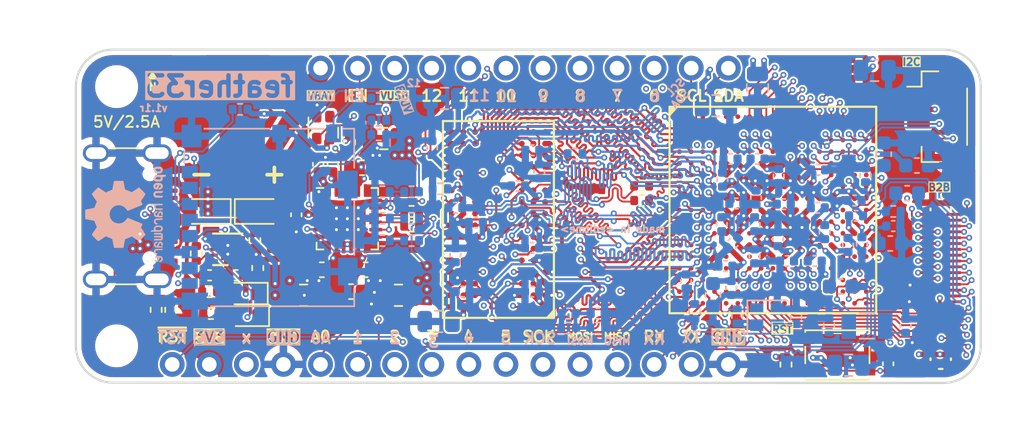
<source format=kicad_pcb>
(kicad_pcb (version 20221018) (generator pcbnew)
  (layers (0 "F.Cu" signal) (1 "In1.Cu" signal) (2 "In2.Cu" signal) (3 "In3.Cu" signal) (4 "In4.Cu" signal) (31 "B.Cu" signal) (34 "B.Paste" user) (35 "F.Paste" user) (36 "B.SilkS" user "B.Silkscreen") (37 "F.SilkS" user "F.Silkscreen") (38 "B.Mask" user) (39 "F.Mask" user) (44 "Edge.Cuts" user))
  (net 0 "")
  (net 1 "/A5")
  (net 2 "/A4")
  (net 3 "/A3")
  (net 4 "/A2")
  (net 5 "/A1")
  (net 6 "/A0")
  (net 7 "GND")
  (net 8 "+3V3")
  (net 9 "SPI0_MISO")
  (net 10 "VBUS")
  (net 11 "+1V35")
  (net 12 "+1V1")
  (net 13 "+2V5")
  (net 14 "+BATT")
  (net 15 "~{RESET}")
  (net 16 "+5V")
  (net 17 "/32KI")
  (net 18 "/32KO")
  (net 19 "Net-(U3C-RTCVIO)")
  (net 20 "HPCOM")
  (net 21 "Net-(U3D-HPVCCBP)")
  (net 22 "/24MO")
  (net 23 "/24MI")
  (net 24 "Net-(U3D-VRA1)")
  (net 25 "Net-(U3D-VRA2)")
  (net 26 "Net-(U3D-VRP)")
  (net 27 "SPI0_MOSI")
  (net 28 "SPI0_SCK")
  (net 29 "DDR_REF")
  (net 30 "AIF3_SYNC")
  (net 31 "AIF3_BCLK")
  (net 32 "LCDG4")
  (net 33 "LCDG3")
  (net 34 "LCDG2")
  (net 35 "LCDB7")
  (net 36 "LCDB6")
  (net 37 "LCDB5")
  (net 38 "LCDB4")
  (net 39 "LCDB3")
  (net 40 "LCDB2")
  (net 41 "LCDEN")
  (net 42 "SDC1_DET")
  (net 47 "SDC2_CLK")
  (net 48 "SDC2_CMD")
  (net 50 "SDC2_D0")
  (net 51 "SDC2_D1")
  (net 52 "SDC2_D2")
  (net 53 "SDC2_D3")
  (net 54 "SDC2_D4")
  (net 55 "SDC2_D5")
  (net 56 "SDC2_D6")
  (net 57 "SDC2_D7")
  (net 58 "SDC2_RST")
  (net 59 "PWM1")
  (net 60 "LCDRST")
  (net 62 "LCDG5")
  (net 63 "LCDG6")
  (net 64 "LCDG7")
  (net 65 "LCDR2")
  (net 66 "LCDR3")
  (net 67 "LCDR4")
  (net 68 "LCDR5")
  (net 69 "LCDR6")
  (net 70 "LCDR7")
  (net 71 "LCDCK")
  (net 72 "HSYNC")
  (net 73 "VSYNC")
  (net 82 "USB1_D-")
  (net 83 "USB1_D+")
  (net 85 "AIF3_DOUT")
  (net 86 "AIF3_DIN")
  (net 88 "SPI0_CS")
  (net 94 "MIC1N")
  (net 95 "MIC1P")
  (net 98 "HPOUTL")
  (net 99 "HPOUTR")
  (net 100 "MBIAS")
  (net 101 "HBIAS")
  (net 107 "I2C2_SCL")
  (net 108 "I2C2_SDA")
  (net 116 "UART2_RX")
  (net 117 "UART2_TX")
  (net 118 "Net-(D1-K)")
  (net 119 "Net-(D1-A)")
  (net 120 "Net-(D4-A)")
  (net 121 "SDC1_D2")
  (net 122 "SDC1_D3")
  (net 123 "SDC1_CMD")
  (net 124 "SDC1_CLK")
  (net 125 "SDC1_D0")
  (net 126 "SDC1_D1")
  (net 127 "Net-(J2-CC1)")
  (net 128 "USB0_D+")
  (net 129 "USB0_D-")
  (net 130 "Net-(J2-CC2)")
  (net 131 "I2C1_SDA")
  (net 132 "I2C1_SCL")
  (net 133 "LRADC0")
  (net 137 "I2C0_SDA")
  (net 138 "I2C0_SCL")
  (net 139 "JTAG_MS")
  (net 140 "JTAG_DI")
  (net 141 "UART0_TX")
  (net 142 "JTAG_DO")
  (net 143 "UART0_RX")
  (net 144 "JTAG_CK")
  (net 145 "PWM0")
  (net 146 "PMU_EN")
  (net 147 "Net-(U2-LX3)")
  (net 148 "Net-(U2-LX1)")
  (net 149 "Net-(U2-LX2)")
  (net 150 "Net-(U1-ISET)")
  (net 151 "Net-(U1-PT)")
  (net 152 "Net-(U2-FB3)")
  (net 153 "Net-(U2-FB1)")
  (net 154 "Net-(U2-FB2)")
  (net 155 "Net-(U2-FBLDO)")
  (net 156 "Net-(U1-TS)")
  (net 157 "/CTCKP")
  (net 158 "/CKP")
  (net 159 "/CTCKN")
  (net 160 "/CKN")
  (net 161 "Net-(U3B-DZQ)")
  (net 162 "/ZQ")
  (net 163 "/DDR_RST")
  (net 168 "/A6")
  (net 170 "/A8")
  (net 172 "/A14")
  (net 173 "/A11")
  (net 174 "/A12")
  (net 175 "/A10")
  (net 177 "/A13")
  (net 178 "/A9")
  (net 179 "/A7")
  (net 180 "NEOPIX")
  (net 181 "/DQ6")
  (net 182 "/DQ7")
  (net 183 "/BA2")
  (net 185 "/DQ4")
  (net 186 "/DQ5")
  (net 187 "/BA0")
  (net 188 "/SCKE0")
  (net 190 "/DQS0N")
  (net 191 "/DQS0P")
  (net 192 "/WEN")
  (net 193 "/BA1")
  (net 195 "/DQ2")
  (net 196 "/DQ3")
  (net 197 "/ODT")
  (net 198 "/RASN")
  (net 201 "/DQ0")
  (net 202 "/DQ1")
  (net 203 "/CASN")
  (net 205 "/DQ15")
  (net 206 "/DQM0")
  (net 207 "/SCS0")
  (net 211 "/DQ13")
  (net 212 "/DQ14")
  (net 217 "/DQS1P")
  (net 218 "/DQ12")
  (net 221 "/DQS1N")
  (net 222 "/DQ11")
  (net 223 "/DQM1")
  (net 228 "/DQ9")
  (net 229 "/DQ10")
  (net 230 "/DQ8")
  (footprint "MountingHole:MountingHole_2.7mm_M2.5" (layer "F.Cu") (at 27.94 27.94)
    (fp_text reference "REF**" hide)
    (fp_text value "MountingHole_2.7mm_M2.5" hide)
  )
  (footprint "MountingHole:MountingHole_2.7mm_M2.5" (layer "F.Cu") (at 27.94 45.72)
    (fp_text reference "REF**" hide)
    (fp_text value "MountingHole_2.7mm_M2.5" hide)
  )
  (footprint "parts:USB-C_SMD-TYPE-C-31-M-12" (layer "F.Cu") (at 29 36.83 -90)
    (fp_text reference "J2" hide)
    (fp_text value "USB_C_Receptacle_USB2.0")
  )
  (footprint "parts:BGA-282_L14.0-W14.0-R17-W17-P0.8-TL" (layer "F.Cu") (at 72.9 36.4)
    (fp_text reference "U3" hide)
    (fp_text value "A33")
  )
  (footprint "LOGO" (layer "F.Cu") (at 77.45 27)
    (fp_text reference "")
    (fp_text value "")
  )
  (footprint "Capacitor_SMD:C_0805_2012Metric" (layer "F.Cu") (at 47.25 42.25 180)
    (fp_text reference "C6" hide)
    (fp_text value "22u")
  )
  (footprint "Diode_SMD:D_SOD-323" (layer "F.Cu") (at 34.15 36.5 180)
    (fp_text reference "D2" hide)
    (fp_text value "D_Schottky")
  )
  (footprint "Capacitor_SMD:C_0402_1005Metric" (layer "F.Cu") (at 36.13 40.88 180)
    (fp_text reference "C1" hide)
    (fp_text value "1u")
  )
  (footprint "LED_SMD:LED_0603_1608Metric" (layer "F.Cu") (at 36.81 42.13 180)
    (fp_text reference "D1" hide)
    (fp_text value "STAT")
  )
  (footprint "Capacitor_SMD:C_0402_1005Metric" (layer "F.Cu") (at 80.8 46.95 90)
    (fp_text reference "C10" hide)
    (fp_text value "1u")
  )
  (footprint "Diode_SMD:D_SOD-323" (layer "F.Cu") (at 37.65 36.5)
    (fp_text reference "D3" hide)
    (fp_text value "D_Schottky")
  )
  (footprint "parts:LED-SMD_4P-L1.6-W1.5_XL-1615RGBC-WS2812B" (layer "F.Cu") (at 42.1 30.75 -90)
    (fp_text reference "U6" hide)
    (fp_text value "NEOPIXEL")
  )
  (footprint "parts:WSON-10_L2.0-W2.0-P0.40-BL-EP" (layer "F.Cu") (at 35.55 39.1 90)
    (fp_text reference "U1" hide)
    (fp_text value "BQ24040DSQR")
  )
  (footprint "Capacitor_SMD:C_0603_1608Metric" (layer "F.Cu") (at 44 42)
    (fp_text reference "C13" hide)
    (fp_text value "10u")
  )
  (footprint "parts:PinHeader_1x16_P2.54mm_Feather" (layer "F.Cu") (at 69.85 46.99 -90)
    (fp_text reference "J5" hide)
    (fp_text value "Conn_01x16")
  )
  (footprint "Resistor_SMD:R_0402_1005Metric" (layer "F.Cu") (at 31.65 43.25 -90)
    (fp_text reference "R21" hide)
    (fp_text value "5.1k")
  )
  (footprint "Package_DFN_QFN:VQFN-24-1EP_4x4mm_P0.5mm_EP2.5x2.5mm" (layer "F.Cu") (at 43.75 37)
    (fp_text reference "U2" hide)
    (fp_text value "~")
  )
  (footprint "Capacitor_SMD:C_0402_1005Metric" (layer "F.Cu") (at 34.31 40.88)
    (fp_text reference "C9" hide)
    (fp_text value "1u")
  )
  (footprint "Resistor_SMD:R_0402_1005Metric" (layer "F.Cu") (at 48.15 36.5 180)
    (fp_text reference "R17" hide)
    (fp_text value "5.1k")
  )
  (footprint "Capacitor_SMD:C_0402_1005Metric" (layer "F.Cu") (at 40.25 36.73 -90)
    (fp_text reference "C11" hide)
    (fp_text value "1u")
  )
  (footprint "Capacitor_SMD:C_0603_1608Metric" (layer "F.Cu") (at 44.75 33.5)
    (fp_text reference "C15" hide)
    (fp_text value "10u")
  )
  (footprint "Resistor_SMD:R_0402_1005Metric" (layer "F.Cu") (at 33.4 39.38 90)
    (fp_text reference "R13" hide)
    (fp_text value "10k")
  )
  (footprint "Button_Switch_SMD:SW_SPST_PTS810" (layer "F.Cu") (at 77.32 46.35)
    (fp_text reference "SW1" hide)
    (fp_text value "SW_Push")
  )
  (footprint "Resistor_SMD:R_0402_1005Metric" (layer "F.Cu") (at 34.4 43.5)
    (fp_text reference "R19" hide)
    (fp_text value "2k")
  )
  (footprint "Resistor_SMD:R_0402_1005Metric" (layer "F.Cu") (at 37.61 40.38 -90)
    (fp_text reference "R1" hide)
    (fp_text value "1k")
  )
  (footprint "parts:IND-SMD_L2.5-W2.0-VLS252012CX-150M" (layer "F.Cu") (at 47.5 34.25 -90)
    (fp_text reference "L1" hide)
    (fp_text value "1uH")
  )
  (footprint "LED_SMD:LED_0603_1608Metric" (layer "F.Cu") (at 36.9 43.63 180)
    (fp_text reference "D4" hide)
    (fp_text value "PWR")
  )
  (footprint "Resistor_SMD:R_0402_1005Metric" (layer "F.Cu") (at 63.91 35.75 180)
    (fp_text reference "R25" hide)
    (fp_text value "22")
  )
  (footprint "parts:PinHeader_1x12_P2.54mm_Feather" (layer "F.Cu") (at 69.85 26.67 -90)
    (fp_text reference "J6" hide)
    (fp_text value "Conn_01x12")
  )
  (footprint "parts:FBGA-96_L13.5-W7.5-R16-C6-P0.80-TL" (layer "F.Cu") (at 54.1 37.05 180)
    (fp_text reference "U5" hide)
    (fp_text value "K4B4G1646E-BYMA 4GB")
  )
  (footprint "Capacitor_SMD:C_0402_1005Metric" (layer "F.Cu") (at 42.75 33.27 90)
    (fp_text reference "C16" hide)
    (fp_text value "1u")
  )
  (footprint "Capacitor_SMD:C_0603_1608Metric" (layer "F.Cu") (at 45 40.5)
    (fp_text reference "C12" hide)
    (fp_text value "10u")
  )
  (footprint "Capacitor_SMD:C_0805_2012Metric" (layer "F.Cu") (at 40.75 42.25)
    (fp_text reference "C7" hide)
    (fp_text value "22u")
  )
  (footprint "Capacitor_SMD:C_0805_2012Metric" (layer "F.Cu") (at 46.25 31.5 180)
    (fp_text reference "C5" hide)
    (fp_text value "22u")
  )
  (footprint "Resistor_SMD:R_0402_1005Metric" (layer "F.Cu") (at 48.15 37.5 180)
    (fp_text reference "R18" hide)
    (fp_text value "5.1k")
  )
  (footprint "Capacitor_SMD:C_0402_1005Metric" (layer "F.Cu") (at 41.75 33.27 90)
    (fp_text reference "C8" hide)
    (fp_text value "1u")
  )
  (footprint "parts:CONN-SMD_YXT-BB10-50P-02" (layer "F.Cu") (at 84.4 41.5 90)
    (fp_text reference "CN1" hide)
    (fp_text value "YXT-BB10-50P-02")
  )
  (footprint "Resistor_SMD:R_0402_1005Metric" (layer "F.Cu") (at 73.8 47 90)
    (fp_text reference "R15" hide)
    (fp_text value "68k")
  )
  (footprint "Resistor_SMD:R_0402_1005Metric" (layer "F.Cu") (at 63.91 34.75 180)
    (fp_text reference "R26" hide)
    (fp_text value "22")
  )
  (footprint "Resistor_SMD:R_0402_1005Metric" (layer "F.Cu") (at 30.65 43.25 -90)
    (fp_text reference "R20" hide)
    (fp_text value "5.1k")
  )
  (footprint "parts:IND-SMD_L2.5-W2.0-VLS252012CX-150M" (layer "F.Cu") (at 39.25 39.75 90)
    (fp_text reference "L3" hide)
    (fp_text value "1uH")
  )
  (footprint "Resistor_SMD:R_0402_1005Metric" (layer "F.Cu") (at 43.9 31.75 -90)
    (fp_text reference "R16" hide)
    (fp_text value "100k")
  )
  (footprint "parts:IND-SMD_L2.5-W2.0-VLS252012CX-150M" (layer "F.Cu") (at 47.75 39.75 90)
    (fp_text reference "L2" hide)
    (fp_text value "1uH")
  )
  (footprint "parts:CONN-SMD_X2016WRS-02-9TSW" (layer "F.Cu") (at 36.25 30.48 180)
    (fp_text reference "J3" hide)
    (fp_text value "BATT")
  )
  (footprint "Connector_JST:JST_SH_BM04B-SRSS-TB_1x04-1MP_P1.00mm_Vertical" (layer "F.Cu") (at 84.2 30 -90)
    (fp_text reference "J4" hide)
    (fp_text value "qwiic")
  )
  (footprint "Capacitor_SMD:C_0603_1608Metric" (layer "F.Cu") (at 42 40.5 180)
    (fp_text reference "C14" hide)
    (fp_text value "10u")
  )
  (footprint "Resistor_SMD:R_0402_1005Metric" (layer "F.Cu") (at 37.41 38.48 90)
    (fp_text reference "R2" hide)
    (fp_text value "2k")
  )
  (footprint "Resistor_SMD:R_0402_1005Metric" (layer "F.Cu") (at 34.31 42)
    (fp_text reference "R14" hide)
    (fp_text value "2k")
  )
  (footprint "Capacitor_SMD:C_0402_1005Metric" (layer "B.Cu") (at 78.5 35.75 180)
    (fp_text reference "C31" hide)
    (fp_text value "1u")
  )
  (footprint "Capacitor_SMD:C_0402_1005Metric" (layer "B.Cu") (at 69.65 40.25 180)
    (fp_text reference "C20" hide)
    (fp_text value "100n")
  )
  (footprint "Capacitor_SMD:C_0402_1005Metric" (layer "B.Cu") (at 71.85 32.9)
    (fp_text reference "C29" hide)
    (fp_text value "100n")
  )
  (footprint "Capacitor_SMD:C_0402_1005Metric" (layer "B.Cu") (at 73.65 36 180)
    (fp_text reference "C55" hide)
    (fp_text value "100n")
  )
  (footprint "Symbol:OSHW-Logo2_7.3x6mm_SilkScreen" (layer "B.Cu") (at 28.55 36.7 -90)
    (fp_text reference "REF**" hide)
    (fp_text value "OSHW-Logo2_7.3x6mm_SilkScreen" hide)
  )
  (footprint "Capacitor_SMD:C_0402_1005Metric" (layer "B.Cu") (at 51.15 39.5 -90)
    (fp_text reference "C62" hide)
    (fp_text value "100n")
  )
  (footprint "Resistor_SMD:R_0402_1005Metric" (layer "B.Cu") (at 45.9 31.25 180)
    (fp_text reference "R12" hide)
    (fp_text value "100k")
  )
  (footprint "Capacitor_SMD:C_0402_1005Metric" (layer "B.Cu") (at 78.05 38.8 -90)
    (fp_text reference "C33" hide)
    (fp_text value "100n")
  )
  (footprint "Resistor_SMD:R_0402_1005Metric" (layer "B.Cu") (at 48.15 38.5)
    (fp_text reference "R8" hide)
    (fp_text value "510k")
  )
  (footprint "Resistor_SMD:R_0402_1005Metric" (layer "B.Cu") (at 46.15 36.97)
    (fp_text reference "R7" hide)
    (fp_text value "82k")
  )
  (footprint "Capacitor_SMD:C_0402_1005Metric" (layer "B.Cu") (at 56.42 32.3)
    (fp_text reference "C64" hide)
    (fp_text value "100n")
  )
  (footprint "Capacitor_SMD:C_0402_1005Metric" (layer "B.Cu") (at 51.65 42 180)
    (fp_text reference "C63" hide)
    (fp_text value "100n")
  )
  (footprint "Resistor_SMD:R_0402_1005Metric" (layer "B.Cu") (at 67.55 43.36 90)
    (fp_text reference "R27" hide)
    (fp_text value "240")
  )
  (footprint "Capacitor_SMD:C_0603_1608Metric" (layer "B.Cu") (at 82.775 33.35)
    (fp_text reference "C44" hide)
    (fp_text value "10u")
  )
  (footprint "Resistor_SMD:R_0402_1005Metric" (layer "B.Cu") (at 60.9 44.5)
    (fp_text reference "R24" hide)
    (fp_text value "2k")
  )
  (footprint "Capacitor_SMD:C_0402_1005Metric" (layer "B.Cu") (at 60.9 43.5)
    (fp_text reference "C57" hide)
    (fp_text value "1u")
  )
  (footprint "Resistor_SMD:R_0402_1005Metric" (layer "B.Cu") (at 59.35 32.55 180)
    (fp_text reference "R33" hide)
    (fp_text value "2k")
  )
  (footprint "Crystal:Crystal_SMD_2016-4Pin_2.0x1.6mm" (layer "B.Cu") (at 72.5 43.75)
    (fp_text reference "Y2" hide)
    (fp_text value "24M")
  )
  (footprint "Capacitor_SMD:C_0402_1005Metric" (layer "B.Cu") (at 75.98 36.25 180)
    (fp_text reference "C37" hide)
    (fp_text value "100n")
  )
  (footprint "Resistor_SMD:R_0402_1005Metric" (layer "B.Cu") (at 81.15 36.5 180)
    (fp_text reference "R22" hide)
    (fp_text value "200k")
  )
  (footprint "Capacitor_SMD:C_0402_1005Metric" (layer "B.Cu") (at 69.45 34.32 90)
    (fp_text reference "C21" hide)
    (fp_text value "1u")
  )
  (footprint "Capacitor_SMD:C_0402_1005Metric" (layer "B.Cu") (at 49.55 32.15 -90)
    (fp_text reference "C70" hide)
    (fp_text value "100n")
  )
  (footprint "Capacitor_SMD:C_0402_1005Metric" (layer "B.Cu") (at 82 44.35 -90)
    (fp_text reference "C26" hide)
    (fp_text value "TBD")
  )
  (footprint "Capacitor_SMD:C_0402_1005Metric" (layer "B.Cu") (at 71.65 37.38 -90)
    (fp_text reference "C34" hide)
    (fp_text value "100n")
  )
  (footprint "Capacitor_SMD:C_0603_1608Metric" (layer "B.Cu") (at 68.8 42.225 -90)
    (fp_text reference "C23" hide)
    (fp_text value "10u")
  )
  (footprint "Capacitor_SMD:C_0402_1005Metric" (layer "B.Cu") (at 76 33.65 180)
    (fp_text reference "C3" hide)
    (fp_text value "1u")
  )
  (footprint "Capacitor_SMD:C_0402_1005Metric" (layer "B.Cu") (at 75.77 39.9 180)
    (fp_text reference "C51" hide)
    (fp_text value "100n")
  )
  (footprint "Capacitor_SMD:C_0805_2012Metric" (layer "B.Cu") (at 69 29.25 180)
    (fp_text reference "C48" hide)
    (fp_text value "22u")
  )
  (footprint "Capacitor_SMD:C_0603_1608Metric" (layer "B.Cu") (at 82.1 35.25)
    (fp_text reference "C41" hide)
    (fp_text value "10u")
  )
  (footprint "Resistor_SMD:R_0402_1005Metric" (layer "B.Cu") (at 46.15 35.15)
    (fp_text reference "R4" hide)
    (fp_text value "100k")
  )
  (footprint "Resistor_SMD:R_0402_1005Metric" (layer "B.Cu") (at 48.15 36.97)
    (fp_text reference "R6" hide)
    (fp_text value "68k")
  )
  (footprint "Capacitor_SMD:C_0805_2012Metric" (layer "B.Cu") (at 50 44.05)
    (fp_text reference "C65" hide)
    (fp_text value "22u")
  )
  (footprint "Capacitor_SMD:C_0805_2012Metric" (layer "B.Cu") (at 50.4 28.75)
    (fp_text reference "C71" hide)
    (fp_text value "22u")
  )
  (footprint "Capacitor_SMD:C_0805_2012Metric" (layer "B.Cu") (at 79.875 26.825 180)
    (fp_text reference "C4" hide)
    (fp_text value "22u")
  )
  (footprint "Capacitor_SMD:C_0402_1005Metric" (layer "B.Cu") (at 70.05 41.75 90)
    (fp_text reference "C47" hide)
    (fp_text value "100n")
  )
  (footprint "Capacitor_SMD:C_0603_1608Metric" (layer "B.Cu") (at 80.95 38.7)
    (fp_text reference "C43" hide)
    (fp_text value "10u")
  )
  (footprint "Capacitor_SMD:C_0402_1005Metric" (layer "B.Cu") (at 55.45 34.75)
    (fp_text reference "C61" hide)
    (fp_text value "100n")
  )
  (footprint "Capacitor_SMD:C_0402_1005Metric" (layer "B.Cu") (at 56.4 39)
    (fp_text reference "C68" hide)
    (fp_text value "100n")
  )
  (footprint "Capacitor_SMD:C_0402_1005Metric" (layer "B.Cu") (at 76.45 37.92 90)
    (fp_text reference "C46" hide)
    (fp_text value "100n")
  )
  (footprint "Capacitor_SMD:C_0402_1005Metric" (layer "B.Cu") (at 73.87 39.9)
    (fp_text reference "C2" hide)
    (fp_text value "100n")
  )
  (footprint "Connector_Card:microSD_HC_Molex_104031-0811" (layer "B.Cu") (at 38.4 36.895 -90)
    (fp_text reference "J1" hide)
    (fp_text value "Micro_SD_Card_Det2")
  )
  (footprint "Crystal:Crystal_SMD_3215-2Pin_3.2x1.5mm" (layer "B.Cu") (at 79.35 44.35 180)
    (fp_text reference "Y1" hide)
    (fp_text value "32768")
  )
  (footprint "Capacitor_SMD:C_0805_2012Metric" (layer "B.Cu") (at 78.1 47.05)
    (fp_text reference "C18" hide)
    (fp_text value "22u")
  )
  (footprint "Capacitor_SMD:C_0402_1005Metric" (layer "B.Cu") (at 79 38.75 -90)
    (fp_text reference "C40" hide)
    (fp_text value "1u")
  )
  (footprint "Resistor_SMD:R_0402_1005Metric" (layer "B.Cu") (at 48.15 35.15)
    (fp_text reference "R3" hide)
    (fp_text value "124k")
  )
  (footprint "Capacitor_SMD:C_0402_1005Metric" (layer "B.Cu") (at 70.175 38.675 45)
    (fp_text reference "C49" hide)
    (fp_text value "1u")
  )
  (footprint "Capacitor_SMD:C_0603_1608Metric" (layer "B.Cu") (at 77.55 41.65)
    (fp_text reference "C28" hide)
    (fp_text value "10u")
  )
  (footprint "Resistor_SMD:R_0402_1005Metric" (layer "B.Cu") (at 36.4 29.5)
    (fp_text reference "R5" hide)
    (fp_text value "10k")
  )
  (footprint "Resistor_SMD:R_0402_1005Metric" (layer "B.Cu") (at 45.91 30.25)
    (fp_text reference "R11" hide)
    (fp_text value "316k")
  )
  (footprint "Capacitor_SMD:C_0402_1005Metric" (layer "B.Cu") (at 69.4 37.38 90)
    (fp_text reference "C52" hide)
    (fp_text value "100n")
  )
  (footprint "Capacitor_SMD:C_0402_1005Metric" (layer "B.Cu") (at 73.3 34.07 -90)
    (fp_text reference "C22" hide)
    (fp_text value "1u")
  )
  (footprint "Capacitor_SMD:C_0402_1005Metric" (layer "B.Cu") (at 70.4 35.95 180)
    (fp_text reference "C50" hide)
    (fp_text value "100n")
  )
  (footprint "Capacitor_SMD:C_0402_1005Metric" (layer "B.Cu") (at 74.5 43.75 -90)
    (fp_text reference "C39" hide)
    (fp_text value "TBD")
  )
  (footprint "Capacitor_SMD:C_0402_1005Metric" (layer "B.Cu") (at 56.9 33.75 90)
    (fp_text reference "C66" hide)
    (fp_text value "100n")
  )
  (footprint "Capacitor_SMD:C_0402_1005Metric" (layer "B.Cu") (at 73.25 38.4 90)
    (fp_text reference "C30" hide)
    (fp_text value "100n")
  )
  (footprint "Capacitor_SMD:C_0402_1005Metric" (layer "B.Cu") (at 58.9 43.5)
    (fp_text reference "C56" hide)
    (fp_text value "1u")
  )
  (footprint "Capacitor_SMD:C_0402_1005Metric" (layer "B.Cu") (at 70.45 43.7 90)
    (fp_text reference "C38" hide)
    (fp_text value "TBD")
  )
  (footprint "Capacitor_SMD:C_0402_1005Metric" (layer "B.Cu") (at 78.6 36.8)
    (fp_text reference "C45" hide)
    (fp_text value "100n")
  )
  (footprint "Resistor_SMD:R_0402_1005Metric" (layer "B.Cu") (at 46.15 38.5)
    (fp_text reference "R9" hide)
    (fp_text value "110k")
  )
  (footprint "Capacitor_SMD:C_0402_1005Metric" (layer "B.Cu") (at 71.75 35.55 -90)
    (fp_text reference "C24" hide)
    (fp_text value "100n")
  )
  (footprint "Capacitor_SMD:C_0805_2012Metric" (layer "B.Cu") (at 71.85 28.025 -90)
    (fp_text reference "C19" hide)
    (fp_text value "22u")
  )
  (footprint "Capacitor_SMD:C_0402_1005Metric" (layer "B.Cu") (at 79.25 34.02 90)
    (fp_text reference "C35" hide)
    (fp_text value "100n")
  )
  (footprint "Capacitor_SMD:C_0402_1005Metric" (layer "B.Cu") (at 52.55 37.25)
    (fp_text reference "C69" hide)
    (fp_text value "100n")
  )
  (footprint "Resistor_SMD:R_0402_1005Metric" (layer "B.Cu") (at 45.9 28.75)
    (fp_text reference "R10" hide)
    (fp_text value "10k")
  )
  (footprint "Capacitor_SMD:C_0402_1005Metric" (layer "B.Cu") (at 66.95 41.3 -90)
    (fp_text reference "C17" hide)
    (fp_text value "100n")
  )
  (footprint "Capacitor_SMD:C_0402_1005Metric" (layer "B.Cu") (at 70 32.9 180)
    (fp_text reference "C32" hide)
    (fp_text value "100n")
  )
  (footprint "Capacitor_SMD:C_0402_1005Metric" (layer "B.Cu") (at 56.4 42)
    (fp_text reference "C67" hide)
    (fp_text value "100n")
  )
  (footprint "Capacitor_SMD:C_0402_1005Metric" (layer "B.Cu") (at 76.75 44.3 -90)
    (fp_text reference "C27" hide)
    (fp_text value "TBD")
  )
  (footprint "Resistor_SMD:R_0402_1005Metric" (layer "B.Cu") (at 58.9 44.5)
    (fp_text reference "R23" hide)
    (fp_text value "2k")
  )
  (footprint "Capacitor_SMD:C_0402_1005Metric" (layer "B.Cu") (at 81.15 37.5)
    (fp_text reference "C42" hide)
    (fp_text value "100n")
  )
  (footprint "Capacitor_SMD:C_0402_1005Metric" (layer "B.Cu") (at 71.65 39.58 -90)
    (fp_text reference "C25" hide)
    (fp_text value "100n")
  )
  (footprint "Capacitor_SMD:C_0603_1608Metric" (layer "B.Cu") (at 80.5 32.575 90)
    (fp_text reference "C36" hide)
    (fp_text value "10u")
  )
  (footprint "Resistor_SMD:R_0402_1005Metric" (layer "B.Cu") (at 50.1 34.95 180)
    (fp_text reference "R31" hide)
    (fp_text value "240")
  )
  (footprint "Capacitor_SMD:C_0402_1005Metric" (layer "B.Cu") (at 51.15 36.25 180)
    (fp_text reference "C60" hide)
    (fp_text value "100n")
  )
  (gr_poly (pts (xy 30.2 27.35) (xy 30.4 27.05) (xy 30.6 27.35)) (stroke (width 0.2)) (fill solid) (layer "F.SilkS"))
  (gr_line (start 25.15 45.72) (end 25.15 27.94) (stroke (width 0.15)) (layer "Edge.Cuts"))
  (gr_arc (start 25.15 27.94) (mid 25.893949 26.143949) (end 27.69 25.4) (stroke (width 0.15)) (layer "Edge.Cuts"))
  (gr_line (start 27.69 25.4) (end 84.603948 25.399999) (stroke (width 0.15)) (layer "Edge.Cuts"))
  (gr_arc (start 84.603948 25.399999) (mid 86.4 26.143947) (end 87.143948 27.939999) (stroke (width 0.15)) (layer "Edge.Cuts"))
  (gr_arc (start 87.143949 45.72) (mid 86.4 47.516051) (end 84.603949 48.26) (stroke (width 0.15)) (layer "Edge.Cuts"))
  (gr_arc (start 27.696051 48.243949) (mid 25.903518 47.506031) (end 25.15 45.72) (stroke (width 0.15)) (layer "Edge.Cuts"))
  (gr_line (start 84.603949 48.26) (end 27.696051 48.243949) (stroke (width 0.15)) (layer "Edge.Cuts"))
  (gr_line (start 87.143948 27.939999) (end 87.143948 45.719999) (stroke (width 0.15)) (layer "Edge.Cuts"))
  (gr_text "7" (at 62.281904 28.6) (layer "B.SilkS") (effects (font (size 0.75 0.75)) (justify mirror)))
  (gr_text "3V3" (at 34.3 45.2) (layer "B.SilkS" knockout) (effects (font (size 0.75 0.75)) (justify mirror)))
  (gr_text "feather33" (at 40.2 28.75) (layer "B.SilkS" knockout) (effects (font (size 1.4 1.4) (thickness 0.3) bold) (justify left bottom mirror)))
  (gr_text "10" (at 54.661904 28.6) (layer "B.SilkS") (effects (font (size 0.75 0.75)) (justify mirror)))
  (gr_text "2" (at 47 45.2) (layer "B.SilkS") (effects (font (size 0.75 0.75)) (justify mirror)))
  (gr_text "1" (at 44.45 45.2) (layer "B.SilkS") (effects (font (size 0.75 0.75)) (justify mirror)))
  (gr_text "8" (at 59.741904 28.6) (layer "B.SilkS") (effects (font (size 0.75 0.75)) (justify mirror)))
  (gr_text "EN" (at 44.2 28.6) (layer "B.SilkS") (effects (font (size 0.75 0.75)) (justify mirror)))
  (gr_text "v1.1r" (at 31.5 29.7) (layer "B.SilkS") (effects (font (size 0.5 0.5) (thickness 0.125) bold) (justify left bottom mirror)))
  (gr_text "MISO" (at 62.24 45.4) (layer "B.SilkS") (effects (font (size 0.5 0.5) (thickness 0.125) bold) (justify mirror)))
  (gr_text "11" (at 52.8 28.55) (layer "B.SilkS") (effects (font (size 0.75 0.75)) (justify mirror)))
  (gr_text "5" (at 54.62 45.2) (layer "B.SilkS") (effects (font (size 0.75 0.75)) (justify mirror)))
  (gr_text "~{RST}" (at 31.76 45.2) (layer "B.SilkS") (effects (font (size 0.75 0.75)) (justify mirror)))
  (gr_text "RX" (at 64.78 45.25) (layer "B.SilkS") (effects (font (size 0.75 0.75)) (justify mirror)))
  (gr_text "VBAT" (at 41.961904 28.6) (layer "B.SilkS" knockout) (effects (font (size 0.5 0.5) (thickness 0.125) bold) (justify mirror)))
  (gr_text "SCK" (at 56.95 45.2) (layer "B.SilkS") (effects (font (size 0.75 0.75)) (justify mirror)))
  (gr_text "x" (at 36.84 45.2) (layer "B.SilkS") (effects (font (size 0.75 0.75) (thickness 0.15) bold) (justify mirror)))
  (gr_text "made in <editme>" (at 65.6 38) (layer "B.SilkS") (effects (font (size 0.5 0.5) (thickness 0.125) bold) (justify left bottom mirror)))
  (gr_text "12" (at 48.3 27.7) (layer "B.SilkS") (effects (font (size 0.5 0.5) (thickness 0.125) bold) (justify mirror)))
  (gr_text "3" (at 49.65 45.45) (layer "B.SilkS") (effects (font (size 0.75 0.75)) (justify mirror)))
  (gr_text "MOSI" (at 59.7 45.4) (layer "B.SilkS") (effects (font (size 0.5 0.5) (thickness 0.125) bold) (justify mirror)))
  (gr_text "GND" (at 39.38 45.2) (layer "B.SilkS" knockout) (effects (font (size 0.75 0.75)) (justify mirror)))
  (gr_text "GND" (at 69.85 45.2) (layer "B.SilkS" knockout) (effects (font (size 0.75 0.75) (thickness 0.15) bold) (justify mirror)))
  (gr_text "4" (at 52.08 45.2) (layer "B.SilkS") (effects (font (size 0.75 0.75)) (justify mirror)))
  (gr_text "VUSB" (at 47.6 28.8 290) (layer "B.SilkS" knockout) (effects (font (size 0.5 0.5) (thickness 0.125) bold) (justify mirror)))
  (gr_text "9" (at 57.201904 28.6) (layer "B.SilkS") (effects (font (size 0.75 0.75)) (justify mirror)))
  (gr_text "6" (at 64.821904 28.6) (layer "B.SilkS") (effects (font (size 0.75 0.75)) (justify mirror)))
  (gr_text "A0" (at 41.92 45.2) (layer "B.SilkS") (effects (font (size 0.75 0.75)) (justify mirror)))
  (gr_text "TX" (at 67.32 45.15) (layer "B.SilkS") (effects (font (size 0.75 0.75)) (justify mirror)))
  (gr_text "SDA" (at 66.55 28.8 45) (layer "B.SilkS") (effects (font (size 0.5 0.5) (thickness 0.125) bold) (justify mirror)))
  (gr_text "SCL" (at 66.25 28 45) (layer "B.SilkS") (effects (font (size 0.5 0.5) (thickness 0.125) bold) (justify mirror)))
  (gr_text "3V3" (at 34.29 45.085) (layer "F.SilkS" knockout) (effects (font (size 0.75 0.75))))
  (gr_text "x" (at 36.83 45.085) (layer "F.SilkS") (effects (font (size 0.75 0.75) (thickness 0.15) bold)))
  (gr_text "GND" (at 39.37 45.085) (layer "F.SilkS" knockout) (effects (font (size 0.75 0.75))))
  (gr_text "A0" (at 41.91 45.085) (layer "F.SilkS") (effects (font (size 0.75 0.75))))
  (gr_text "1" (at 44.45 45.085) (layer "F.SilkS") (effects (font (size 0.75 0.75))))
  (gr_text "2" (at 46.99 45.085) (layer "F.SilkS") (effects (font (size 0.75 0.75))))
  (gr_text "3" (at 49.53 45.085) (layer "F.SilkS") (effects (font (size 0.75 0.75))))
  (gr_text "4" (at 52.07 45.085) (layer "F.SilkS") (effects (font (size 0.75 0.75))))
  (gr_text "5" (at 54.61 45.085) (layer "F.SilkS") (effects (font (size 0.75 0.75))))
  (gr_text "SCK" (at 56.85 45.085) (layer "F.SilkS") (effects (font (size 0.75 0.75))))
  (gr_text "MOSI" (at 59.69 45.085) (layer "F.SilkS") (effects (font (size 0.5 0.5) (thickness 0.125) bold)))
  (gr_text "MISO" (at 62.23 45.085) (layer "F.SilkS") (effects (font (size 0.5 0.5) (thickness 0.125) bold)))
  (gr_text "RX" (at 64.77 45.085) (layer "F.SilkS") (effects (font (size 0.75 0.75))))
  (gr_text "TX" (at 67.31 45.085) (layer "F.SilkS") (effects (font (size 0.75 0.75))))
  (gr_text "GND" (at 69.85 45.085) (layer "F.SilkS" knockout) (effects (font (size 0.75 0.75) (thickness 0.15) bold)))
  (gr_text "SDA" (at 69.85 28.575) (layer "F.SilkS") (effects (font (size 0.75 0.75))))
  (gr_text "SCL" (at 67.31 28.575) (layer "F.SilkS") (effects (font (size 0.75 0.75))))
  (gr_text "6" (at 64.77 28.575) (layer "F.SilkS") (effects (font (size 0.75 0.75))))
  (gr_text "7" (at 62.23 28.575) (layer "F.SilkS") (effects (font (size 0.75 0.75))))
  (gr_text "8" (at 59.69 28.575) (layer "F.SilkS") (effects (font (size 0.75 0.75))))
  (gr_text "9" (at 57.15 28.575) (layer "F.SilkS") (effects (font (size 0.75 0.75))))
  (gr_text "10" (at 54.61 28.575) (layer "F.SilkS") (effects (font (size 0.75 0.75))))
  (gr_text "11" (at 52.07 28.575) (layer "F.SilkS") (effects (font (size 0.75 0.75))))
  (gr_text "12" (at 49.53 28.575) (layer "F.SilkS") (effects (font (size 0.75 0.75))))
  (gr_text "EN" (at 44.45 28.575) (layer "F.SilkS") (effects (font (size 0.75 0.75))))
  (gr_text "VBAT" (at 41.91 28.575) (layer "F.SilkS" knockout) (effects (font (size 0.5 0.5) (thickness 0.125) bold)))
  (gr_text "VUSB" (at 46.99 28.575) (layer "F.SilkS" knockout) (effects (font (size 0.5 0.5) (thickness 0.125) bold)))
  (gr_text "~{RST}" (at 31.75 45.085) (layer "F.SilkS") (effects (font (size 0.75 0.75))))
  (gr_text "~{RST}" (at 73.55 44.6) (layer "F.SilkS" knockout) (effects (font (size 0.5 0.5) (thickness 0.125) bold)))
  (gr_text "I2C" (at 82.4 26.25) (layer "F.SilkS" knockout) (effects (font (size 0.5 0.5) (thickness 0.125) bold)))
  (gr_text "5V/2.5A" (at 26.25 30.8) (layer "F.SilkS") (effects (font (size 0.75 0.75) (thickness 0.125)) (justify left bottom)))
  (gr_text "B2B" (at 84.3 34.85) (layer "F.SilkS" knockout) (effects (font (size 0.5 0.5) (thickness 0.125) bold)))
  (gr_text "N" (at 30.07 28.26) (layer "F.SilkS") (effects (font (size 0.5 0.5) (thickness 0.125) bold) (justify left bottom)))
  (segment (start 60.720211 32) (end 60.55 32) (width 0.15) (layer "F.Cu") (net 1))
  (segment (start 59.651916 30.617663) (end 59.651916 30.617664) (width 0.15) (layer "F.Cu") (net 1))
  (segment (start 60.235281 31.006573) (end 60.23528 31.006573) (width 0.15) (layer "F.Cu") (net 1))
  (segment (start 58.923653 30.373653) (end 58.923655 30.373655) (width 0.15) (layer "F.Cu") (net 1))
  (segment (start 58.534746 29.984746) (end 58.35 29.8) (width 0.15) (layer "F.Cu") (net 1))
  (segment (start 64.95 34.15) (end 64.95 34.063587) (width 0.15) (layer "F.Cu") (net 1))
  (segment (start 59.846372 30.617664) (end 59.846371 30.617664) (width 0.15) (layer "F.Cu") (net 1))
  (segment (start 62.082067 33.490563) (end 62.082064 33.49056) (width 0.15) (layer "F.Cu") (net 1))
  (segment (start 62.082065 33.296105) (end 62.082064 33.296106) (width 0.15) (layer "F.Cu") (net 1))
  (segment (start 65.512676 34.062676) (end 65.512676 34.062675) (width 0.15) (layer "F.Cu") (net 1))
  (segment (start 62.518648 33.248436) (end 62.518649 33.248438) (width 0.15) (layer "F.Cu") (net 1))
  (segment (start 61.662916 32.392705) (end 61.662916 32.392704) (width 0.15) (layer "F.Cu") (net 1))
  (segment (start 60.55 32) (end 60.090382 31.540382) (width 0.15) (layer "F.Cu") (net 1))
  (segment (start 65.790076 34.065075) (end 65.790076 34.065076) (width 0.15) (layer "F.Cu") (net 1))
  (segment (start 54.75 31.577816) (end 55.422184 32.25) (width 0.15) (layer "F.Cu") (net 1))
  (segment (start 62.2091 32.780159) (end 62.129735 32.859523) (width 0.15) (layer "F.Cu") (net 1))
  (segment (start 64.125 34.063574) (end 64.125 34.063575) (width 0.15) (layer "F.Cu") (net 1))
  (segment (start 55.422184 32.25) (end 56.1 32.25) (width 0.15) (layer "F.Cu") (net 1))
  (segment (start 63.420211 34.15) (end 63.775 34.15) (width 0.15) (layer "F.Cu") (net 1))
  (segment (start 65.425352 33.975351) (end 65.312324 33.975351) (width 0.15) (layer "F.Cu") (net 1))
  (segment (start 60.040825 31.006572) (end 60.040825 31.006573) (width 0.15) (layer "F.Cu") (net 1))
  (segment (start 62.082066 33.490562) (end 62.082067 33.490563) (width 0.15) (layer "F.Cu") (net 1))
  (segment (start 61.818732 32.392705) (end 61.818732 32.392704) (width 0.15) (layer "F.Cu") (net 1))
  (segment (start 65.980152 33.980151) (end 65.875 33.980151) (width 0.15) (layer "F.Cu") (net 1))
  (segment (start 62.403556 32.815887) (end 62.367828 32.780159) (width 0.15) (layer "F.Cu") (net 1))
  (segment (start 59.263007 30.228754) (end 59.263007 30.228755) (width 0.15) (layer "F.Cu") (net 1))
  (segment (start 64.863587 33.977174) (end 64.761413 33.977174) (width 0.15) (layer "F.Cu") (net 1))
  (segment (start 64.125 34.063575) (end 64.125 34.225) (width 0.15) (layer "F.Cu") (net 1))
  (segment (start 64.413575 34.063575) (end 64.413575 34.063574) (width 0.15) (layer "F.Cu") (net 1))
  (segment (start 59.312563 30.568109) (end 59.312564 30.568109) (width 0.15) (layer "F.Cu") (net 1))
  (segment (start 63.190402 33.616357) (end 63.147863 33.573818) (width 0.15) (layer "F.Cu") (net 1))
  (segment (start 59.651916 30.617664) (end 59.507017 30.762562) (width 0.15) (layer "F.Cu") (net 1))
  (segment (start 65.225 34.062676) (end 65.225 34.225) (width 0.15) (layer "F.Cu") (net 1))
  (segment (start 59.312562 30.762562) (end 59.312564 30.762564) (width 0.15) (layer "F.Cu") (net 1))
  (segment (start 61.799246 32.995558) (end 61.799243 32.995555) (width 0.15) (layer "F.Cu") (net 1))
  (segment (start 61.818732 32.392704) (end 61.818731 32.392704) (width 0.15) (layer "F.Cu") (net 1))
  (segment (start 56.1 32.25) (end 56.5 32.65) (width 0.15) (layer "F.Cu") (net 1))
  (segment (start 59.457463 30.228755) (end 59.457462 30.228755) (width 0.15) (layer "F.Cu") (net 1))
  (segment (start 59.312564 30.568109) (end 59.457462 30.42321) (width 0.15) (layer "F.Cu") (net 1))
  (segment (start 66.065076 34.065076) (end 66.065076 34.065075) (width 0.15) (layer "F.Cu") (net 1))
  (segment (start 58.923655 30.1792) (end 59.068523 30.034331) (width 0.15) (layer "F.Cu") (net 1))
  (segment (start 60.040825 31.006573) (end 59.895926 31.151471) (width 0.15) (layer "F.Cu") (net 1))
  (segment (start 66.35 34.15) (end 66.15 34.15) (width 0.15) (layer "F.Cu") (net 1))
  (segment (start 55.522184 29.8) (end 54.75 30.572184) (width 0.15) (layer "F.Cu") (net 1))
  (segment (start 61.799243 32.801101) (end 62.013187 32.587159) (width 0.15) (layer "F.Cu") (net 1))
  (segment (start 64.588587 34.15) (end 64.5 34.15) (width 0.15) (layer "F.Cu") (net 1))
  (segment (start 61.799244 32.8011) (end 61.799243 32.801101) (width 0.15) (layer "F.Cu") (net 1))
  (segment (start 65.705152 34.15) (end 65.6 34.15) (width 0.15) (layer "F.Cu") (net 1))
  (segment (start 62.129736 32.859525) (end 61.9937 32.995558) (width 0.15) (layer "F.Cu") (net 1))
  (segment (start 58.35 29.8) (end 55.522184 29.8) (width 0.15) (layer "F.Cu") (net 1))
  (segment (start 62.082064 33.296106) (end 62.403556 32.974616) (width 0.15) (layer "F.Cu") (net 1))
  (segment (start 62.801493 33.375418) (end 62.801493 33.375417) (width 0.15) (layer "F.Cu") (net 1))
  (segment (start 58.923654 30.1792) (end 58.923655 30.1792) (width 0.15) (layer "F.Cu") (net 1))
  (segment (start 54.75 30.572184) (end 54.75 31.577816) (width 0.15) (layer "F.Cu") (net 1))
  (segment (start 58.874068 29.839876) (end 58.874068 29.839877) (width 0.15) (layer "F.Cu") (net 1))
  (segment (start 62.518649 33.248438) (end 62.276521 33.490563) (width 0.15) (layer "F.Cu") (net 1))
  (segment (start 58.874068 29.839877) (end 58.729199 29.984745) (width 0.15) (layer "F.Cu") (net 1))
  (segment (start 64.95 34.225) (end 64.95 34.15) (width 0.15) (layer "F.Cu") (net 1))
  (segment (start 59.701471 31.151471) (end 59.701473 31.151473) (width 0.15) (layer "F.Cu") (net 1))
  (segment (start 62.801494 33.219554) (end 62.801493 33.219553) (width 0.15) (layer "F.Cu") (net 1))
  (segment (start 61.662916 32.392704) (end 61.270211 32) (width 0.15) (layer "F.Cu") (net 1))
  (segment (start 64.05 34.3) (end 63.925 34.3) (width 0.15) (layer "F.Cu") (net 1))
  (segment (start 64.32715 33.977149) (end 64.211425 33.977149) (width 0.15) (layer "F.Cu") (net 1))
  (segment (start 59.701471 31.151472) (end 59.701471 31.151471) (width 0.15) (layer "F.Cu") (net 1))
  (segment (start 65.225 34.062675) (end 65.225 34.062676) (width 0.15) (layer "F.Cu") (net 1))
  (segment (start 62.801492 33.375419) (end 62.801493 33.375418) (width 0.15) (layer "F.Cu") (net 1))
  (segment (start 60.090381 31.345927) (end 60.090382 31.345927) (width 0.15) (layer "F.Cu") (net 1))
  (segment (start 63.190401 33.768274) (end 63.190402 33.768274) (width 0.15) (layer "F.Cu") (net 1))
  (segment (start 61.132711 31.8625) (end 61.132711 31.857588) (width 0.15) (layer "F.Cu") (net 1))
  (segment (start 60.857711 31.857588) (end 60.857711 31.8625) (width 0.15) (layer "F.Cu") (net 1))
  (segment (start 62.995947 33.573818) (end 62.995946 33.573818) (width 0.15) (layer "F.Cu") (net 1))
  (segment (start 62.013186 32.431344) (end 62.013187 32.431344) (width 0.15) (layer "F.Cu") (net 1))
  (segment (start 66.5 34) (end 66.35 34.15) (width 0.15) (layer "F.Cu") (net 1))
  (segment (start 59.701473 30.957018) (end 59.846371 30.812119) (width 0.15) (layer "F.Cu") (net 1))
  (segment (start 63.420211 34.15) (end 63.190402 33.920191) (width 0.15) (layer "F.Cu") (net 1))
  (segment (start 65.15 34.3) (end 65.025 34.3) (width 0.15) (layer "F.Cu") (net 1))
  (segment (start 59.263007 30.228755) (end 59.118108 30.373653) (width 0.15) (layer "F.Cu") (net 1))
  (segment (start 62.84403 33.573818) (end 62.801493 33.531282) (width 0.15) (layer "F.Cu") (net 1))
  (segment (start 62.013187 32.431344) (end 61.974547 32.392704) (width 0.15) (layer "F.Cu") (net 1))
  (segment (start 59.701472 30.957018) (end 59.701473 30.957018) (width 0.15) (layer "F.Cu") (net 1))
  (segment (start 63.190402 33.768274) (end 63.190402 33.768273) (width 0.15) (layer "F.Cu") (net 1))
  (segment (start 58.923653 30.373654) (end 58.923653 30.373653) (width 0.15) (layer "F.Cu") (net 1))
  (segment (start 62.596581 33.170504) (end 62.518648 33.248436) (width 0.15) (layer "F.Cu") (net 1))
  (segment (start 60.090382 31.345927) (end 60.23528 31.201028) (width 0.15) (layer "F.Cu") (net 1))
  (segment (start 62.59658 33.170504) (end 62.596581 33.170504) (width 0.15) (layer "F.Cu") (net 1))
  (segment (start 58.534745 29.984745) (end 58.534746 29.984746) (width 0.15) (layer "F.Cu") (net 1))
  (segment (start 62.801493 33.219553) (end 62.752444 33.170504) (width 0.15) (layer "F.Cu") (net 1))
  (segment (start 62.403557 32.815887) (end 62.403556 32.815887) (width 0.15) (layer "F.Cu") (net 1))
  (segment (start 59.312562 30.762563) (end 59.312562 30.762562) (width 0.15) (layer "F.Cu") (net 1))
  (segment (start 62.129735 32.859523) (end 62.129736 32.859525) (width 0.15) (layer "F.Cu") (net 1))
  (arc (start 63.85 34.225) (mid 63.828033 34.171967) (end 63.775 34.15) (width 0.15) (layer "F.Cu") (net 1))
  (arc (start 65.790076 34.065076) (mid 65.765202 34.125126) (end 65.705152 34.15) (width 0.15) (layer "F.Cu") (net 1))
  (arc (start 64.413575 34.063574) (mid 64.388262 34.002462) (end 64.32715 33.977149) (width 0.15) (layer "F.Cu") (net 1))
  (arc (start 60.857711 31.8625) (mid 60.817438 31.959727) (end 60.720211 32) (width 0.15) (layer "F.Cu") (net 1))
  (arc (start 65.6 34.15) (mid 65.538253 34.124423) (end 65.512676 34.062676) (width 0.15) (layer "F.Cu") (net 1))
  (arc (start 66.065076 34.065075) (mid 66.040202 34.005025) (end 65.980152 33.980151) (width 0.15) (layer "F.Cu") (net 1))
  (arc (start 62.801493 33.375417) (mid 62.833774 33.297486) (end 62.801494 33.219554) (width 0.15) (layer "F.Cu") (net 1))
  (arc (start 59.457462 30.42321) (mid 59.497735 30.325983) (end 59.457463 30.228755) (width 0.15) (layer "F.Cu") (net 1))
  (arc (start 62.752444 33.170504) (mid 62.674512 33.138224) (end 62.59658 33.170504) (width 0.15) (layer "F.Cu") (net 1))
  (arc (start 62.995946 33.573818) (mid 62.919988 33.605281) (end 62.84403 33.573818) (width 0.15) (layer "F.Cu") (net 1))
  (arc (start 61.9937 32.995558) (mid 61.896473 33.035831) (end 61.799246 32.995558) (width 0.15) (layer "F.Cu") (net 1))
  (arc (start 59.846371 30.617664) (mid 59.749144 30.577391) (end 59.651916 30.617663) (width 0.15) (layer "F.Cu") (net 1))
  (arc (start 62.013187 32.587159) (mid 62.045457 32.509251) (end 62.013186 32.431344) (width 0.15) (layer "F.Cu") (net 1))
  (arc (start 60.23528 31.201028) (mid 60.275553 31.103801) (end 60.235281 31.006573) (width 0.15) (layer "F.Cu") (net 1))
  (arc (start 60.090382 31.540382) (mid 60.050109 31.443155) (end 60.090381 31.345927) (width 0.15) (layer "F.Cu") (net 1))
  (arc (start 61.818731 32.392704) (mid 61.740824 32.424975) (end 61.662916 32.392705) (width 0.15) (layer "F.Cu") (net 1))
  (arc (start 59.846371 30.812119) (mid 59.886644 30.714892) (end 59.846372 30.617664) (width 0.15) (layer "F.Cu") (net 1))
  (arc (start 59.312564 30.762564) (mid 59.272291 30.665337) (end 59.312563 30.568109) (width 0.15) (layer "F.Cu") (net 1))
  (arc (start 59.895926 31.151471) (mid 59.798699 31.191744) (end 59.701471 31.151472) (width 0.15) (layer "F.Cu") (net 1))
  (arc (start 59.507017 30.762562) (mid 59.40979 30.802835) (end 59.312562 30.762563) (width 0.15) (layer "F.Cu") (net 1))
  (arc (start 61.799243 32.995555) (mid 61.758971 32.898327) (end 61.799244 32.8011) (width 0.15) (layer "F.Cu") (net 1))
  (arc (start 61.132711 31.857588) (mid 61.092438 31.760361) (end 60.995211 31.720088) (width 0.15) (layer "F.Cu") (net 1))
  (arc (start 64.125 34.225) (mid 64.103033 34.278033) (end 64.05 34.3) (width 0.15) (layer "F.Cu") (net 1))
  (arc (start 65.512676 34.062675) (mid 65.487099 34.000928) (end 65.425352 33.975351) (width 0.15) (layer "F.Cu") (net 1))
  (arc (start 63.147863 33.573818) (mid 63.071905 33.542355) (end 62.995947 33.573818) (width 0.15) (layer "F.Cu") (net 1))
  (arc (start 64.95 34.063587) (mid 64.92469 34.002484) (end 64.863587 33.977174) (width 0.15) (layer "F.Cu") (net 1))
  (arc (start 64.761413 33.977174) (mid 64.70031 34.002484) (end 64.675 34.063587) (width 0.15) (layer "F.Cu") (net 1))
  (arc (start 65.875 33.980151) (mid 65.81495 34.005025) (end 65.790076 34.065075) (width 0.15) (layer "F.Cu") (net 1))
  (arc (start 62.276521 33.490563) (mid 62.179293 33.530835) (end 62.082066 33.490562) (width 0.15) (layer "F.Cu") (net 1))
  (arc (start 64.211425 33.977149) (mid 64.150313 34.002462) (end 64.125 34.063574) (width 0.15) (layer "F.Cu") (net 1))
  (arc (start 62.367828 32.780159) (mid 62.288464 32.747285) (end 62.2091 32.780159) (width 0.15) (layer "F.Cu") (net 1))
  (arc (start 60.995211 31.720088) (mid 60.897984 31.760361) (end 60.857711 31.857588) (width 0.15) (layer "F.Cu") (net 1))
  (arc (start 58.729199 29.984745) (mid 58.631972 30.025018) (end 58.534745 29.984745) (width 0.15) (layer "F.Cu") (net 1))
  (arc (start 62.403556 32.974616) (mid 62.43643 32.895252) (end 62.403557 32.815887) (width 0.15) (layer "F.Cu") (net 1))
  (arc (start 61.270211 32) (mid 61.172984 31.959727) (end 61.132711 31.8625) (width 0.15) (layer "F.Cu") (net 1))
  (arc (start 59.068523 29.839877) (mid 58.971296 29.799604) (end 58.874068 29.839876) (width 0.15) (layer "F.Cu") (net 1))
  (arc (start 59.457462 30.228755) (mid 59.360235 30.188482) (end 59.263007 30.228754) (width 0.15) (layer "F.Cu") (net 1))
  (arc (start 65.312324 33.975351) (mid 65.250577 34.000928) (end 65.225 34.062675) (width 0.15) (layer "F.Cu") (net 1))
  (arc (start 62.801493 33.531282) (mid 62.769212 33.453351) (end 62.801492 33.375419) (width 0.15) (layer "F.Cu") (net 1))
  (arc (start 63.190402 33.768273) (mid 63.221865 33.692315) (end 63.190402 33.616357) (width 0.15) (layer "F.Cu") (net 1))
  (arc (start 64.675 34.063587) (mid 64.64969 34.12469) (end 64.588587 34.15) (width 0.15) (layer "F.Cu") (net 1))
  (arc (start 59.068523 30.034331) (mid 59.108796 29.937104) (end 59.068523 29.839877) (width 0.15) (layer "F.Cu") (net 1))
  (arc (start 64.5 34.15) (mid 64.438888 34.124687) (end 64.413575 34.063575) (width 0.15) (layer "F.Cu") (net 1))
  (arc (start 61.974547 32.392704) (mid 61.896639 32.360434) (end 61.818732 32.392705) (width 0.15) (layer "F.Cu") (net 1))
  (arc (start 63.190402 33.920191) (mid 63.158938 33.844233) (end 63.190401 33.768274) (width 0.15) (layer "F.Cu") (net 1))
  (arc (start 65.025 34.3) (mid 64.971967 34.278033) (end 64.95 34.225) (width 0.15) (layer "F.Cu") (net 1))
  (arc (start 59.118108 30.373653) (mid 59.020881 30.413926) (end 58.923653 30.373654) (width 0.15) (layer "F.Cu") (net 1))
  (arc (start 58.923655 30.373655) (mid 58.883382 30.276428) (end 58.923654 30.1792) (width 0.15) (layer "F.Cu") (net 1))
  (arc (start 60.23528 31.006573) (mid 60.138053 30.9663) (end 60.040825 31.006572) (width 0.15) (layer "F.Cu") (net 1))
  (arc (start 63.925 34.3) (mid 63.871967 34.278033) (end 63.85 34.225) (width 0.15) (layer "F.Cu") (net 1))
  (arc (start 59.701473 31.151473) (mid 59.6612 31.054246) (end 59.701472 30.957018) (width 0.15) (layer "F.Cu") (net 1))
  (arc (start 66.15 34.15) (mid 66.08995 34.125126) (end 66.065076 34.065076) (width 0.15) (layer "F.Cu") (net 1))
  (arc (start 62.082064 33.49056) (mid 62.041792 33.393332) (end 62.082065 33.296105) (width 0.15) (layer "F.Cu") (net 1))
  (arc (start 65.225 34.225) (mid 65.203033 34.278033) (end 65.15 34.3) (width 0.15) (layer "F.Cu") (net 1))
  (segment (start 52.98609 32.186091) (end 52.986091 32.186092) (width 0.15) (layer "F.Cu") (net 2))
  (segment (start 52.922184 32.25) (end 52.1 32.25) (width 0.15) (layer "F.Cu") (net 2))
  (segment (start 62.808747 29.443445) (end 62.808747 29.443444) (width 0.15) (layer "F.Cu") (net 2))
  (segment (start 61.654742 28.264132) (end 61.654742 28.264133) (width 0.15) (layer "F.Cu") (net 2))
  (segment (start 63.051224 29.660722) (end 63.0032 29.708745) (width 0.15) (layer "F.Cu") (net 2))
  (segment (start 62.190028 28.895574) (end 62.190029 28.895574) (width 0.15) (layer "F.Cu") (net 2))
  (segment (start 64.655917 31.676128) (end 64.55 31.570211) (width 0.15) (layer "F.Cu") (net 2))
  (segment (start 63.197655 30.097655) (end 63.197656 30.097656) (width 0.15) (layer "F.Cu") (net 2))
  (segment (start 63.586564 30.29211) (end 63.586565 30.29211) (width 0.15) (layer "F.Cu") (net 2))
  (segment (start 53.180545 31.797184) (end 53.167876 31.784515) (width 0.15) (layer "F.Cu") (net 2))
  (segment (start 53.375 29.969368) (end 53.375 31.797184) (width 0.15) (layer "F.Cu") (net 2))
  (segment (start 63.586565 30.29211) (end 63.634597 30.244077) (width 0.15) (layer "F.Cu") (net 2))
  (segment (start 53.180544 31.797184) (end 53.180545 31.797184) (width 0.15) (layer "F.Cu") (net 2))
  (segment (start 63.975474 30.681019) (end 64.02343 30.633062) (width 0.15) (layer "F.Cu") (net 2))
  (segment (start 62.614292 29.38164) (end 62.614291 29.38164) (width 0.15) (layer "F.Cu") (net 2))
  (segment (start 64.655916 31.808745) (end 64.655916 31.808744) (width 0.15) (layer "F.Cu") (net 2))
  (segment (start 63.975473 30.875473) (end 63.975472 30.875473) (width 0.15) (layer "F.Cu") (net 2))
  (segment (start 61.80112 28.506665) (end 61.849197 28.458587) (width 0.15) (layer "F.Cu") (net 2))
  (segment (start 61.801119 28.701119) (end 61.80112 28.70112) (width 0.15) (layer "F.Cu") (net 2))
  (segment (start 62.808747 29.443444) (end 62.746943 29.38164) (width 0.15) (layer "F.Cu") (net 2))
  (segment (start 63.586564 30.486563) (end 63.586563 30.486563) (width 0.15) (layer "F.Cu") (net 2))
  (segment (start 63.828975 30.438606) (end 63.828975 30.438607) (width 0.15) (layer "F.Cu") (net 2))
  (segment (start 63.197655 29.903201) (end 63.197656 29.903201) (width 0.15) (layer "F.Cu") (net 2))
  (segment (start 63.975473 30.681019) (end 63.975474 30.681019) (width 0.15) (layer "F.Cu") (net 2))
  (segment (start 67.3 32.4) (end 66.9 32) (width 0.15) (layer "F.Cu") (net 2))
  (segment (start 63.24568 29.660722) (end 63.245679 29.660722) (width 0.15) (layer "F.Cu") (net 2))
  (segment (start 62.808747 29.576096) (end 62.808747 29.576095) (width 0.15) (layer "F.Cu") (net 2))
  (segment (start 64.41234 30.827517) (end 64.412339 30.827517) (width 0.15) (layer "F.Cu") (net 2))
  (segment (start 63.440142 30.049623) (end 63.392109 30.097655) (width 0.15) (layer "F.Cu") (net 2))
  (segment (start 64.655916 31.676126) (end 64.655917 31.676128) (width 0.15) (layer "F.Cu") (net 2))
  (segment (start 62.043651 28.653042) (end 61.995573 28.701119) (width 0.15) (layer "F.Cu") (net 2))
  (segment (start 62.190029 28.895574) (end 62.238106 28.847496) (width 0.15) (layer "F.Cu") (net 2))
  (segment (start 63.440142 30.049622) (end 63.440142 30.049623) (width 0.15) (layer "F.Cu") (net 2))
  (segment (start 62.48164 29.38164) (end 62.190029 29.090029) (width 0.15) (layer "F.Cu") (net 2))
  (segment (start 61.801119 28.506665) (end 61.80112 28.506665) (width 0.15) (layer "F.Cu") (net 2))
  (segment (start 64.182465 31.251844) (end 64.412339 31.021972) (width 0.15) (layer "F.Cu") (net 2))
  (segment (start 64.717755 32.0032) (end 64.655917 31.941362) (width 0.15) (layer "F.Cu") (net 2))
  (segment (start 62.614292 29.381639) (end 62.614292 29.38164) (width 0.15) (layer "F.Cu") (net 2))
  (segment (start 62.808745 29.708746) (end 62.808745 29.708745) (width 0.15) (layer "F.Cu") (net 2))
  (segment (start 64.217884 30.827517) (end 64.169927 30.875473) (width 0.15) (layer "F.Cu") (net 2))
  (segment (start 52.1 32.25) (end 51.7 32.65) (width 0.15) (layer "F.Cu") (net 2))
  (segment (start 62.808745 29.708745) (end 62.808747 29.708747) (width 0.15) (layer "F.Cu") (net 2))
  (segment (start 62.043651 28.653041) (end 62.043651 28.653042) (width 0.15) (layer "F.Cu") (net 2))
  (segment (start 64.217884 30.827516) (end 64.217884 30.827517) (width 0.15) (layer "F.Cu") (net 2))
  (segment (start 64.717753 32.003199) (end 64.717755 32.0032) (width 0.15) (layer "F.Cu") (net 2))
  (segment (start 65.317011 32.0032) (end 64.982989 32.0032) (width 0.15) (layer "F.Cu") (net 2))
  (segment (start 62.808746 29.576096) (end 62.808747 29.576096) (width 0.15) (layer "F.Cu") (net 2))
  (segment (start 64.211244 31.45) (end 64.182466 31.421222) (width 0.15) (layer "F.Cu") (net 2))
  (segment (start 61.41221 28.31221) (end 61.412211 28.312211) (width 0.15) (layer "F.Cu") (net 2))
  (segment (start 64.182467 31.251845) (end 64.182465 31.251844) (width 0.15) (layer "F.Cu") (net 2))
  (segment (start 66.9 32) (end 65.320211 32) (width 0.15) (layer "F.Cu") (net 2))
  (segment (start 63.051224 29.660721) (end 63.051224 29.660722) (width 0.15) (layer "F.Cu") (net 2))
  (segment (start 61.2 28.1) (end 55.244368 28.1) (width 0.15) (layer "F.Cu") (net 2))
  (segment (start 64.55 31.570211) (end 64.55 31.45) (width 0.15) (layer "F.Cu") (net 2))
  (segment (start 65.320211 32) (end 65.317011 32.0032) (width 0.15) (layer "F.Cu") (net 2))
  (segment (start 64.380623 31.449999) (end 64.380622 31.45) (width 0.15) (layer "F.Cu") (net 2))
  (segment (start 61.654742 28.264133) (end 61.606664 28.31221) (width 0.15) (layer "F.Cu") (net 2))
  (segment (start 63.828975 30.438607) (end 63.781018 30.486563) (width 0.15) (layer "F.Cu") (net 2))
  (segment (start 61.412211 28.312211) (end 61.2 28.1) (width 0.15) (layer "F.Cu") (net 2))
  (segment (start 64.02343 30.438608) (end 64.02343 30.438607) (width 0.15) (layer "F.Cu") (net 2))
  (segment (start 55.244368 28.1) (end 53.375 29.969368) (width 0.15) (layer "F.Cu") (net 2))
  (segment (start 52.973422 31.978969) (end 52.98609 31.991637) (width 0.15) (layer "F.Cu") (net 2))
  (segment (start 64.850372 32.003199) (end 64.850371 32.003199) (width 0.15) (layer "F.Cu") (net 2))
  (segment (start 62.481641 29.38164) (end 62.48164 29.38164) (width 0.15) (layer "F.Cu") (net 2))
  (segment (start 63.975472 30.875473) (end 63.975474 30.875474) (width 0.15) (layer "F.Cu") (net 2))
  (segment (start 63.586563 30.486563) (end 63.586565 30.486565) (width 0.15) (layer "F.Cu") (net 2))
  (segment (start 63.197656 29.903201) (end 63.245679 29.855177) (width 0.15) (layer "F.Cu") (net 2))
  (segment (start 52.986091 32.186092) (end 52.922184 32.25) (width 0.15) (layer "F.Cu") (net 2))
  (arc (start 62.238106 28.847496) (mid 62.278379 28.750269) (end 62.238106 28.653042) (width 0.15) (layer "F.Cu") (net 2))
  (arc (start 63.392109 30.097655) (mid 63.294882 30.137928) (end 63.197655 30.097655) (width 0.15) (layer "F.Cu") (net 2))
  (arc (start 64.169927 30.875473) (mid 64.0727 30.915746) (end 63.975473 30.875473) (width 0.15) (layer "F.Cu") (net 2))
  (arc (start 62.238106 28.653042) (mid 62.140879 28.612769) (end 62.043651 28.653041) (width 0.15) (layer "F.Cu") (net 2))
  (arc (start 61.606664 28.31221) (mid 61.509437 28.352483) (end 61.41221 28.31221) (width 0.15) (layer "F.Cu") (net 2))
  (arc (start 64.655916 31.808744) (mid 64.683383 31.742436) (end 64.655916 31.676126) (width 0.15) (layer "F.Cu") (net 2))
  (arc (start 63.634597 30.244077) (mid 63.67487 30.14685) (end 63.634597 30.049623) (width 0.15) (layer "F.Cu") (net 2))
  (arc (start 52.973422 31.784515) (mid 52.933149 31.881742) (end 52.973422 31.978969) (width 0.15) (layer "F.Cu") (net 2))
  (arc (start 63.0032 29.708745) (mid 62.905973 29.749018) (end 62.808745 29.708746) (width 0.15) (layer "F.Cu") (net 2))
  (arc (start 62.808747 29.576095) (mid 62.83622 29.50977) (end 62.808747 29.443445) (width 0.15) (layer "F.Cu") (net 2))
  (arc (start 63.245679 29.855177) (mid 63.285952 29.75795) (end 63.24568 29.660722) (width 0.15) (layer "F.Cu") (net 2))
  (arc (start 53.375 31.797184) (mid 53.277772 31.837457) (end 53.180544 31.797184) (width 0.15) (layer "F.Cu") (net 2))
  (arc (start 63.197656 30.097656) (mid 63.157383 30.000429) (end 63.197655 29.903201) (width 0.15) (layer "F.Cu") (net 2))
  (arc (start 63.781018 30.486563) (mid 63.683791 30.526836) (end 63.586564 30.486563) (width 0.15) (layer "F.Cu") (net 2))
  (arc (start 61.849197 28.264133) (mid 61.75197 28.22386) (end 61.654742 28.264132) (width 0.15) (layer "F.Cu") (net 2))
  (arc (start 52.98609 31.991637) (mid 53.026363 32.088864) (end 52.98609 32.186091) (width 0.15) (layer "F.Cu") (net 2))
  (arc (start 62.746943 29.38164) (mid 62.680618 29.354167) (end 62.614292 29.381639) (width 0.15) (layer "F.Cu") (net 2))
  (arc (start 64.982989 32.0032) (mid 64.916681 31.975734) (end 64.850372 32.003199) (width 0.15) (layer "F.Cu") (net 2))
  (arc (start 62.190029 29.090029) (mid 62.149756 28.992802) (end 62.190028 28.895574) (width 0.15) (layer "F.Cu") (net 2))
  (arc (start 64.182466 31.421222) (mid 64.147387 31.336533) (end 64.182467 31.251845) (width 0.15) (layer "F.Cu") (net 2))
  (arc (start 62.808747 29.708747) (mid 62.781274 29.642422) (end 62.808746 29.576096) (width 0.15) (layer "F.Cu") (net 2))
  (arc (start 64.380622 31.45) (mid 64.295933 31.485079) (end 64.211244 31.45) (width 0.15) (layer "F.Cu") (net 2))
  (arc (start 63.634597 30.049623) (mid 63.53737 30.00935) (end 63.440142 30.049622) (width 0.15) (layer "F.Cu") (net 2))
  (arc (start 64.850371 32.003199) (mid 64.784063 32.030666) (end 64.717753 32.003199) (width 0.15) (layer "F.Cu") (net 2))
  (arc (start 63.586565 30.486565) (mid 63.546292 30.389338) (end 63.586564 30.29211) (width 0.15) (layer "F.Cu") (net 2))
  (arc (start 61.995573 28.701119) (mid 61.898346 28.741392) (end 61.801119 28.701119) (width 0.15) (layer "F.Cu") (net 2))
  (arc (start 64.55 31.45) (mid 64.465312 31.41492) (end 64.380623 31.449999) (width 0.15) (layer "F.Cu") (net 2))
  (arc (start 63.975474 30.875474) (mid 63.935201 30.778247) (end 63.975473 30.681019) (width 0.15) (layer "F.Cu") (net 2))
  (arc (start 63.245679 29.660722) (mid 63.148452 29.620449) (end 63.051224 29.660721) (width 0.15) (layer "F.Cu") (net 2))
  (arc (start 64.02343 30.438607) (mid 63.926203 30.398334) (end 63.828975 30.438606) (width 0.15) (layer "F.Cu") (net 2))
  (arc (start 64.412339 30.827517) (mid 64.315112 30.787244) (end 64.217884 30.827516) (width 0.15) (layer "F.Cu") (net 2))
  (arc (start 53.167876 31.784515) (mid 53.070649 31.744242) (end 52.973422 31.784515) (width 0.15) (layer "F.Cu") (net 2))
  (arc (start 64.02343 30.633062) (mid 64.063703 30.535835) (end 64.02343 30.438608) (width 0.15) (layer "F.Cu") (net 2))
  (arc (start 64.412339 31.021972) (mid 64.452612 30.924745) (end 64.41234 30.827517) (width 0.15) (layer "F.Cu") (net 2))
  (arc (start 64.655917 31.941362) (mid 64.628451 31.875054) (end 64.655916 31.808745) (width 0.15) (layer "F.Cu") (net 2))
  (arc (start 61.80112 28.70112) (mid 61.760847 28.603893) (end 61.801119 28.506665) (width 0.15) (layer "F.Cu") (net 2))
  (arc (start 62.614291 29.38164) (mid 62.547966 29.409113) (end 62.481641 29.38164) (width 0.15) (layer "F.Cu") (net 2))
  (arc (start 61.849197 28.458587) (mid 61.88947 28.36136) (end 61.849197 28.264133) (width 0.15) (layer "F.Cu") (net 2))
  (segment (start 59.1375 34.2093) (end 59.1375 33.5343) (width 0.15) (layer "F.Cu") (net 3))
  (segment (start 60.2375 34.2093) (end 60.2375 33.6343) (width 0.15) (layer "F.Cu") (net 3))
  (segment (start 61.8875 34.2093) (end 61.8875 33.7468) (width 0.15) (layer "F.Cu") (net 3))
  (segment (start 58.282989 33.8468) (end 58.725 33.8468) (width 0.15) (layer "F.Cu") (net 3))
  (segment (start 60.5125 33.6843) (end 60.5125 34.2093) (width 0.15) (layer "F.Cu") (net 3))
  (segment (start 62.7 34) (end 62.5468 33.8468) (width 0.15) (layer "F.Cu") (net 3))
  (segment (start 61.6125 33.7468) (end 61.6125 34.2093) (width 0.15) (layer "F.Cu") (net 3))
  (segment (start 59.9625 33.6343) (end 59.9625 34.2093) (width 0.15) (layer "F.Cu") (net 3))
  (segment (start 58.276589 33.8532) (end 57.632989 33.8532) (width 0.15) (layer "F.Cu") (net 3))
  (segment (start 59.4125 33.6343) (end 59.4125 34.2093) (width 0.15) (layer "F.Cu") (net 3))
  (segment (start 62.5468 33.8468) (end 62.3 33.8468) (width 0.15) (layer "F.Cu") (net 3))
  (segment (start 62.1625 33.9843) (end 62.1625 34.2093) (width 0.15) (layer "F.Cu") (net 3))
  (segment (start 59.6875 34.2093) (end 59.6875 33.6343) (width 0.15) (layer "F.Cu") (net 3))
  (segment (start 60.7875 34.2093) (end 60.7875 33.6843) (width 0.15) (layer "F.Cu") (net 3))
  (segment (start 61.0625 33.7218) (end 61.0625 34.2093) (width 0.15) (layer "F.Cu") (net 3))
  (segment (start 57.632989 33.8532) (end 57.629789 33.85) (width 0.15) (layer "F.Cu") (net 3))
  (segment (start 61.2125 33.5968) (end 61.1875 33.5968) (width 0.15) (layer "F.Cu") (net 3))
  (segment (start 61.7875 33.6468) (end 61.7125 33.6468) (width 0.15) (layer "F.Cu") (net 3))
  (segment (start 61.3375 34.2093) (end 61.3375 33.7218) (width 0.15) (layer "F.Cu") (net 3))
  (segment (start 68.1 35.6) (end 67.7 35.2) (width 0.15) (layer "F.Cu") (net 3))
  (segment (start 58.8625 33.5343) (end 58.8625 33.7093) (width 0.15) (layer "F.Cu") (net 3))
  (segment (start 58.282989 33.8468) (end 58.276589 33.8532) (width 0.15) (layer "F.Cu") (net 3))
  (segment (start 57.629789 33.85) (end 56.9 33.85) (width 0.15) (layer "F.Cu") (net 3))
  (segment (start 56.9 33.85) (end 56.5 33.45) (width 0.15) (layer "F.Cu") (net 3))
  (via (at 67.7 35.2) (size 0.4064) (drill 0.2032) (layers "F.Cu" "B.Cu") (net 3))
  (via (at 62.7 34) (size 0.4064) (drill 0.2032) (layers "F.Cu" "B.Cu") (net 3))
  (arc (start 61.0625 34.2093) (mid 61.022227 34.306527) (end 60.925 34.3468) (width 0.15) (layer "F.Cu") (net 3))
  (arc (start 60.7875 33.6843) (mid 60.747227 33.587073) (end 60.65 33.5468) (width 0.15) (layer "F.Cu") (net 3))
  (arc (start 59.55 33.4968) (mid 59.452773 33.537073) (end 59.4125 33.6343) (width 0.15) (layer "F.Cu") (net 3))
  (arc (start 59.275 34.3468) (mid 59.177773 34.306527) (end 59.1375 34.2093) (width 0.15) (layer "F.Cu") (net 3))
  (arc (start 61.7125 33.6468) (mid 61.641789 33.676089) (end 61.6125 33.7468) (width 0.15) (layer "F.Cu") (net 3))
  (arc (start 61.3375 33.7218) (mid 61.300888 33.633412) (end 61.2125 33.5968) (width 0.15) (layer "F.Cu") (net 3))
  (arc (start 59.4125 34.2093) (mid 59.372227 34.306527) (end 59.275 34.3468) (width 0.15) (layer "F.Cu") (net 3))
  (arc (start 60.375 34.3468) (mid 60.277773 34.306527) (end 60.2375 34.2093) (width 0.15) (layer "F.Cu") (net 3))
  (arc (start 62.1625 34.2093) (mid 62.122227 34.306527) (end 62.025 34.3468) (width 0.15) (layer "F.Cu") (net 3))
  (arc (start 60.65 33.5468) (mid 60.552773 33.587073) (end 60.5125 33.6843) (width 0.15) (layer "F.Cu") (net 3))
  (arc (start 59.9625 34.2093) (mid 59.922227 34.306527) (end 59.825 34.3468) (width 0.15) (layer "F.Cu") (net 3))
  (arc (start 62.025 34.3468) (mid 61.927773 34.306527) (end 61.8875 34.2093) (width 0.15) (layer "F.Cu") (net 3))
  (arc (start 62.3 33.8468) (mid 62.202773 33.887073) (end 62.1625 33.9843) (width 0.15) (layer "F.Cu") (net 3))
  (arc (start 60.925 34.3468) (mid 60.827773 34.306527) (end 60.7875 34.2093) (width 0.15) (layer "F.Cu") (net 3))
  (arc (start 60.5125 34.2093) (mid 60.472227 34.306527) (end 60.375 34.3468) (width 0.15) (layer "F.Cu") (net 3))
  (arc (start 61.1875 33.5968) (mid 61.099112 33.633412) (end 61.0625 33.7218) (width 0.15) (layer "F.Cu") (net 3))
  (arc (start 61.6125 34.2093) (mid 61.572227 34.306527) (end 61.475 34.3468) (width 0.15) (layer "F.Cu") (net 3))
  (arc (start 59 33.3968) (mid 58.902773 33.437073) (end 58.8625 33.5343) (width 0.15) (layer "F.Cu") (net 3))
  (arc (start 59.1375 33.5343) (mid 59.097227 33.437073) (end 59 33.3968) (width 0.15) (layer "F.Cu") (net 3))
  (arc (start 59.6875 33.6343) (mid 59.647227 33.537073) (end 59.55 33.4968) (width 0.15) (layer "F.Cu") (net 3))
  (arc (start 61.475 34.3468) (mid 61.377773 34.306527) (end 61.3375 34.2093) (width 0.15) (layer "F.Cu") (net 3))
  (arc (start 59.825 34.3468) (mid 59.727773 34.306527) (end 59.6875 34.2093) (width 0.15) (layer "F.Cu") (net 3))
  (arc (start 60.1 33.4968) (mid 60.002773 33.537073) (end 59.9625 33.6343) (width 0.15) (layer "F.Cu") (net 3))
  (arc (start 60.2375 33.6343) (mid 60.197227 33.537073) (end 60.1 33.4968) (width 0.15) (layer "F.Cu") (net 3))
  (arc (start 58.8625 33.7093) (mid 58.822227 33.806527) (end 58.725 33.8468) (width 0.15) (layer "F.Cu") (net 3))
  (arc (start 61.8875 33.7468) (mid 61.858211 33.676089) (end 61.7875 33.6468) (width 0.15) (layer "F.Cu") (net 3))
  (segment (start 66.925001 35.078867) (end 66.925 35.078867) (width 0.15) (layer "B.Cu") (net 3))
  (segment (start 67.0625 34.8875) (end 67.0625 34.887501) (width 0.15) (layer "B.Cu") (net 3))
  (segment (start 67.7 35) (end 67.45 34.75) (width 0.15) (layer "B.Cu") (net 3))
  (segment (start 66.649997 34.750004) (end 66.649998 34.750004) (width 0.15) (layer "B.Cu") (net 3))
  (segment (start 67.45 34.75) (end 67.2 34.75) (width 0.15) (layer "B.Cu") (net 3))
  (segment (start 66.7875 34.941369) (end 66.787499 34.941368) (width 0.15) (layer "B.Cu") (net 3))
  (segment (start 66.649998 34.750004) (end 66.65 34.750001) (width 0.15) (layer "B.Cu") (net 3))
  (segment (start 66.65 34.750001) (end 63.449999 34.749999) (width 0.15) (layer "B.Cu") (net 3))
  (segment (start 67.7 35.2) (end 67.7 35) (width 0.15) (layer "B.Cu") (net 3))
  (segment (start 67.0625 34.887501) (end 67.0625 34.941366) (width 0.15) (layer "B.Cu") (net 3))
  (segment (start 63.449999 34.749999) (end 62.7 34) (width 0.15) (layer "B.Cu") (net 3))
  (segment (start 66.787499 34.941368) (end 66.787498 34.887503) (width 0.15) (layer "B.Cu") (net 3))
  (arc (start 67.0625 34.941366) (mid 67.022228 35.038593) (end 66.925001 35.078867) (width 0.15) (layer "B.Cu") (net 3))
  (arc (start 67.2 34.75) (mid 67.102773 34.790273) (end 67.0625 34.8875) (width 0.15) (layer "B.Cu") (net 3))
  (arc (start 66.787498 34.887503) (mid 66.747224 34.790276) (end 66.649997 34.750004) (width 0.15) (layer "B.Cu") (net 3))
  (arc (start 66.925 35.078867) (mid 66.827773 35.038595) (end 66.7875 34.941369) (width 0.15) (layer "B.Cu") (net 3))
  (segment (start 61.582928 31.532928) (end 61.501816 31.614039) (width 0.15) (layer "F.Cu") (net 4))
  (segment (start 59.938908 30.083362) (end 59.932644 30.089625) (width 0.15) (layer "F.Cu") (net 4))
  (segment (start 54.475 31.691725) (end 54.475 30.425) (width 0.15) (layer "F.Cu") (net 4))
  (segment (start 63.630938 33.179543) (end 63.630938 33.179542) (width 0.15) (layer "F.Cu") (net 4))
  (segment (start 60.516012 30.672981) (end 60.522269 30.666723) (width 0.15) (layer "F.Cu") (net 4))
  (segment (start 60.716724 30.980294) (end 60.754392 31.017962) (width 0.15) (layer "F.Cu") (net 4))
  (segment (start 55.002744 32.497164) (end 55.002744 32.497165) (width 0.15) (layer "F.Cu") (net 4))
  (segment (start 60.127098 30.284079) (end 60.133361 30.277815) (width 0.15) (layer "F.Cu") (net 4))
  (segment (start 54.655457 31.872179) (end 54.475 31.691725) (width 0.15) (layer "F.Cu") (net 4))
  (segment (start 60.327815 30.472271) (end 60.327816 30.47227) (width 0.15) (layer "F.Cu") (net 4))
  (segment (start 61.69627 31.808493) (end 61.951579 31.55318) (width 0.15) (layer "F.Cu") (net 4))
  (segment (start 55.002744 32.497165) (end 55.044365 32.455544) (width 0.15) (layer "F.Cu") (net 4))
  (segment (start 63.235787 33.185786) (end 63.235786 33.185786) (width 0.15) (layer "F.Cu") (net 4))
  (segment (start 61.5788 31.275031) (end 61.646369 31.3426) (width 0.15) (layer "F.Cu") (net 4))
  (segment (start 59.938907 30.083363) (end 59.938908 30.083362) (width 0.15) (layer "F.Cu") (net 4))
  (segment (start 55.7 32.65) (end 55.433276 32.65) (width 0.15) (layer "F.Cu") (net 4))
  (segment (start 60.327816 30.47227) (end 60.321558 30.478527) (width 0.15) (layer "F.Cu") (net 4))
  (segment (start 62.534942 32.136545) (end 62.534943 32.136544) (width 0.15) (layer "F.Cu") (net 4))
  (segment (start 64.1525 33.5025) (end 64.1525 33.293647) (width 0.15) (layer "F.Cu") (net 4))
  (segment (start 61.646368 31.469484) (end 61.582926 31.532927) (width 0.15) (layer "F.Cu") (net 4))
  (segment (start 54.613835 32.108255) (end 54.613835 32.108256) (width 0.15) (layer "F.Cu") (net 4))
  (segment (start 62.263516 32.019062) (end 62.340489 31.94209) (width 0.15) (layer "F.Cu") (net 4))
  (segment (start 61.388473 31.338473) (end 61.451914 31.275029) (width 0.15) (layer "F.Cu") (net 4))
  (segment (start 61.105631 31.375519) (end 61.148556 31.418444) (width 0.15) (layer "F.Cu") (net 4))
  (segment (start 59.738185 29.895176) (end 59.744453 29.888907) (width 0.15) (layer "F.Cu") (net 4))
  (segment (start 61.64637 31.469485) (end 61.646368 31.469484) (width 0.15) (layer "F.Cu") (net 4))
  (segment (start 61.067962 31.017962) (end 61.067963 31.017962) (width 0.15) (layer "F.Cu") (net 4))
  (segment (start 63.041332 32.796878) (end 63.118315 32.719896) (width 0.15) (layer "F.Cu") (net 4))
  (segment (start 62.263517 32.019061) (end 62.263516 32.019062) (width 0.15) (layer "F.Cu") (net 4))
  (segment (start 62.534944 31.942091) (end 62.534943 31.94209) (width 0.15) (layer "F.Cu") (net 4))
  (segment (start 59.738186 29.895175) (end 59.738185 29.895176) (width 0.15) (layer "F.Cu") (net 4))
  (segment (start 63.630938 33.373996) (end 63.624695 33.38024) (width 0.15) (layer "F.Cu") (net 4))
  (segment (start 60.327815 30.277815) (end 60.327816 30.277816) (width 0.15) (layer "F.Cu") (net 4))
  (segment (start 54.613835 32.108256) (end 54.655456 32.066635) (width 0.15) (layer "F.Cu") (net 4))
  (segment (start 61.308499 31.418444) (end 61.388471 31.338471) (width 0.15) (layer "F.Cu") (net 4))
  (segment (start 62.652424 32.40797) (end 62.729421 32.330974) (width 0.15) (layer "F.Cu") (net 4))
  (segment (start 61.10563 31.375518) (end 61.105631 31.375519) (width 0.15) (layer "F.Cu") (net 4))
  (segment (start 55.238821 32.649999) (end 55.197199 32.691619) (width 0.15) (layer "F.Cu") (net 4))
  (segment (start 62.652425 32.407969) (end 62.652424 32.40797) (width 0.15) (layer "F.Cu") (net 4))
  (segment (start 61.067963 31.017962) (end 61.105632 31.055632) (width 0.15) (layer "F.Cu") (net 4))
  (segment (start 61.582926 31.532927) (end 61.582928 31.532928) (width 0.15) (layer "F.Cu") (net 4))
  (segment (start 63.630937 33.373997) (end 63.630938 33.373996) (width 0.15) (layer "F.Cu") (net 4))
  (segment (start 55.4 29.5) (end 59.55 29.5) (width 0.15) (layer "F.Cu") (net 4))
  (segment (start 66.94 33.64) (end 67.3 34) (width 0.15) (layer "F.Cu") (net 4))
  (segment (start 59.55 29.694454) (end 59.543731 29.700722) (width 0.15) (layer "F.Cu") (net 4))
  (segment (start 60.127099 30.284078) (end 60.127098 30.284079) (width 0.15) (layer "F.Cu") (net 4))
  (segment (start 62.146034 31.747637) (end 62.146035 31.747636) (width 0.15) (layer "F.Cu") (net 4))
  (segment (start 59.938907 29.888907) (end 59.938908 29.888908) (width 0.15) (layer "F.Cu") (net 4))
  (segment (start 61.578801 31.275032) (end 61.5788 31.275031) (width 0.15) (layer "F.Cu") (net 4))
  (segment (start 64.565 33.64) (end 66.94 33.64) (width 0.15) (layer "F.Cu") (net 4))
  (segment (start 64.4275 33.293647) (end 64.4275 33.5025) (width 0.15) (layer "F.Cu") (net 4))
  (segment (start 54.655456 31.872179) (end 54.655457 31.872179) (width 0.15) (layer "F.Cu") (net 4))
  (segment (start 63.624694 33.574694) (end 63.69 33.64) (width 0.15) (layer "F.Cu") (net 4))
  (segment (start 54.475 30.425) (end 55.4 29.5) (width 0.15) (layer "F.Cu") (net 4))
  (segment (start 60.516013 30.67298) (end 60.516012 30.672981) (width 0.15) (layer "F.Cu") (net 4))
  (segment (start 62.146035 31.747636) (end 62.069061 31.824607) (width 0.15) (layer "F.Cu") (net 4))
  (segment (start 60.716723 30.666723) (end 60.716724 30.666724) (width 0.15) (layer "F.Cu") (net 4))
  (segment (start 63.312768 32.91435) (end 63.312769 32.914349) (width 0.15) (layer "F.Cu") (net 4))
  (segment (start 62.534943 32.136544) (end 62.457969 32.213515) (width 0.15) (layer "F.Cu") (net 4))
  (segment (start 55.044365 32.261088) (end 55.044366 32.261088) (width 0.15) (layer "F.Cu") (net 4))
  (segment (start 60.716724 30.980293) (end 60.716724 30.980294) (width 0.15) (layer "F.Cu") (net 4))
  (segment (start 55.044366 32.261088) (end 55.044367 32.261091) (width 0.15) (layer "F.Cu") (net 4))
  (segment (start 63.041333 32.796877) (end 63.041332 32.796878) (width 0.15) (layer "F.Cu") (net 4))
  (segment (start 60.911177 31.017963) (end 60.911178 31.017962) (width 0.15) (layer "F.Cu") (net 4))
  (segment (start 61.388471 31.338471) (end 61.388473 31.338473) (width 0.15) (layer "F.Cu") (net 4))
  (segment (start 62.923876 32.330975) (end 62.923875 32.330974) (width 0.15) (layer "F.Cu") (net 4))
  (segment (start 63.430241 33.185785) (end 63.43024 33.185786) (width 0.15) (layer "F.Cu") (net 4))
  (segment (start 63.69 33.64) (end 64.015 33.64) (width 0.15) (layer "F.Cu") (net 4))
  (segment (start 63.624695 33.574694) (end 63.624694 33.574694) (width 0.15) (layer "F.Cu") (net 4))
  (segment (start 61.501816 31.776261) (end 61.534048 31.808493) (width 0.15) (layer "F.Cu") (net 4))
  (segment (start 59.549999 29.694455) (end 59.55 29.694454) (width 0.15) (layer "F.Cu") (net 4))
  (segment (start 60.716723 30.823509) (end 60.716724 30.823509) (width 0.15) (layer "F.Cu") (net 4))
  (segment (start 54.849912 32.26109) (end 54.80829 32.30271) (width 0.15) (layer "F.Cu") (net 4))
  (segment (start 62.923875 32.525428) (end 62.846877 32.602423) (width 0.15) (layer "F.Cu") (net 4))
  (segment (start 63.312769 32.914349) (end 63.235787 32.991332) (width 0.15) (layer "F.Cu") (net 4))
  (segment (start 62.923874 32.525429) (end 62.923875 32.525428) (width 0.15) (layer "F.Cu") (net 4))
  (segment (start 61.3085 31.418444) (end 61.308499 31.418444) (width 0.15) (layer "F.Cu") (net 4))
  (segment (start 63.43024 33.185786) (end 63.436484 33.179543) (width 0.15) (layer "F.Cu") (net 4))
  (segment (start 63.312769 32.719896) (end 63.312769 32.719895) (width 0.15) (layer "F.Cu") (net 4))
  (arc (start 59.55 29.5) (mid 59.590272 29.597228) (end 59.549999 29.694455) (width 0.15) (layer "F.Cu") (net 4))
  (arc (start 63.118315 32.719896) (mid 63.215542 32.679623) (end 63.312769 32.719896) (width 0.15) (layer "F.Cu") (net 4))
  (arc (start 62.146035 31.553182) (mid 62.186307 31.65041) (end 62.146034 31.747637) (width 0.15) (layer "F.Cu") (net 4))
  (arc (start 59.543731 29.895176) (mid 59.640959 29.935448) (end 59.738186 29.895175) (width 0.15) (layer "F.Cu") (net 4))
  (arc (start 61.148556 31.418444) (mid 61.228528 31.451569) (end 61.3085 31.418444) (width 0.15) (layer "F.Cu") (net 4))
  (arc (start 62.729421 32.330974) (mid 62.826649 32.290702) (end 62.923876 32.330975) (width 0.15) (layer "F.Cu") (net 4))
  (arc (start 59.938908 29.888908) (mid 59.97918 29.986136) (end 59.938907 30.083363) (width 0.15) (layer "F.Cu") (net 4))
  (arc (start 60.321558 30.478527) (mid 60.281285 30.575754) (end 60.321558 30.672981) (width 0.15) (layer "F.Cu") (net 4))
  (arc (start 63.436484 33.179543) (mid 63.533711 33.13927) (end 63.630938 33.179543) (width 0.15) (layer "F.Cu") (net 4))
  (arc (start 62.923875 32.330974) (mid 62.964147 32.428202) (end 62.923874 32.525429) (width 0.15) (layer "F.Cu") (net 4))
  (arc (start 64.015 33.64) (mid 64.112227 33.599727) (end 64.1525 33.5025) (width 0.15) (layer "F.Cu") (net 4))
  (arc (start 62.457969 32.213515) (mid 62.417697 32.310743) (end 62.45797 32.40797) (width 0.15) (layer "F.Cu") (net 4))
  (arc (start 55.002745 32.691619) (mid 54.962472 32.594392) (end 55.002744 32.497164) (width 0.15) (layer "F.Cu") (net 4))
  (arc (start 59.932644 30.284079) (mid 60.029872 30.324351) (end 60.127099 30.284078) (width 0.15) (layer "F.Cu") (net 4))
  (arc (start 60.133361 30.277815) (mid 60.230588 30.237542) (end 60.327815 30.277815) (width 0.15) (layer "F.Cu") (net 4))
  (arc (start 55.433276 32.65) (mid 55.336049 32.609727) (end 55.238821 32.649999) (width 0.15) (layer "F.Cu") (net 4))
  (arc (start 55.044367 32.261091) (mid 54.94714 32.220818) (end 54.849912 32.26109) (width 0.15) (layer "F.Cu") (net 4))
  (arc (start 61.951579 31.55318) (mid 62.048808 31.512909) (end 62.146035 31.553182) (width 0.15) (layer "F.Cu") (net 4))
  (arc (start 62.846877 32.602423) (mid 62.806605 32.699651) (end 62.846878 32.796878) (width 0.15) (layer "F.Cu") (net 4))
  (arc (start 54.80829 32.30271) (mid 54.711063 32.342983) (end 54.613836 32.30271) (width 0.15) (layer "F.Cu") (net 4))
  (arc (start 54.613836 32.30271) (mid 54.573563 32.205483) (end 54.613835 32.108255) (width 0.15) (layer "F.Cu") (net 4))
  (arc (start 60.716724 30.666724) (mid 60.749195 30.745117) (end 60.716723 30.823509) (width 0.15) (layer "F.Cu") (net 4))
  (arc (start 61.451914 31.275029) (mid 61.515358 31.248752) (end 61.578801 31.275032) (width 0.15) (layer "F.Cu") (net 4))
  (arc (start 64.1525 33.293647) (mid 64.192773 33.19642) (end 64.29 33.156147) (width 0.15) (layer "F.Cu") (net 4))
  (arc (start 63.235787 32.991332) (mid 63.195514 33.088559) (end 63.235787 33.185786) (width 0.15) (layer "F.Cu") (net 4))
  (arc (start 60.321558 30.672981) (mid 60.418786 30.713253) (end 60.516013 30.67298) (width 0.15) (layer "F.Cu") (net 4))
  (arc (start 61.105632 31.055632) (mid 61.138757 31.135604) (end 61.105631 31.215575) (width 0.15) (layer "F.Cu") (net 4))
  (arc (start 55.044365 32.455544) (mid 55.084639 32.358315) (end 55.044365 32.261088) (width 0.15) (layer "F.Cu") (net 4))
  (arc (start 63.235786 33.185786) (mid 63.333014 33.226058) (end 63.430241 33.185785) (width 0.15) (layer "F.Cu") (net 4))
  (arc (start 54.655456 32.066635) (mid 54.69573 31.969406) (end 54.655456 31.872179) (width 0.15) (layer "F.Cu") (net 4))
  (arc (start 59.543731 29.700722) (mid 59.503458 29.797949) (end 59.543731 29.895176) (width 0.15) (layer "F.Cu") (net 4))
  (arc (start 62.846878 32.796878) (mid 62.944106 32.83715) (end 63.041333 32.796877) (width 0.15) (layer "F.Cu") (net 4))
  (arc (start 59.932644 30.089625) (mid 59.892371 30.186852) (end 59.932644 30.284079) (width 0.15) (layer "F.Cu") (net 4))
  (arc (start 60.327816 30.277816) (mid 60.368088 30.375044) (end 60.327815 30.472271) (width 0.15) (layer "F.Cu") (net 4))
  (arc (start 62.534943 31.94209) (mid 62.575215 32.039318) (end 62.534942 32.136545) (width 0.15) (layer "F.Cu") (net 4))
  (arc (start 61.534048 31.808493) (mid 61.615159 31.84209) (end 61.69627 31.808493) (width 0.15) (layer "F.Cu") (net 4))
  (arc (start 62.340489 31.94209) (mid 62.437717 31.901818) (end 62.534944 31.942091) (width 0.15) (layer "F.Cu") (net 4))
  (arc (start 62.069062 32.019062) (mid 62.16629 32.059334) (end 62.263517 32.019061) (width 0.15) (layer "F.Cu") (net 4))
  (arc (start 60.522269 30.666723) (mid 60.619496 30.62645) (end 60.716723 30.666723) (width 0.15) (layer "F.Cu") (net 4))
  (arc (start 61.105631 31.215575) (mid 61.072505 31.295546) (end 61.10563 31.375518) (width 0.15) (layer "F.Cu") (net 4))
  (arc (start 55.197199 32.691619) (mid 55.099972 32.731892) (end 55.002745 32.691619) (width 0.15) (layer "F.Cu") (net 4))
  (arc (start 59.744453 29.888907) (mid 59.84168 29.848634) (end 59.938907 29.888907) (width 0.15) (layer "F.Cu") (net 4))
  (arc (start 60.754392 31.017962) (mid 60.832784 31.050434) (end 60.911177 31.017963) (width 0.15) (layer "F.Cu") (net 4))
  (arc (start 63.312769 32.719895) (mid 63.353041 32.817123) (end 63.312768 32.91435) (width 0.15) (layer "F.Cu") (net 4))
  (arc (start 61.501816 31.614039) (mid 61.468219 31.69515) (end 61.501816 31.776261) (width 0.15) (layer "F.Cu") (net 4))
  (arc (start 62.069061 31.824607) (mid 62.028789 31.921835) (end 62.069062 32.019062) (width 0.15) (layer "F.Cu") (net 4))
  (arc (start 60.911178 31.017962) (mid 60.98957 30.985491) (end 61.067962 31.017962) (width 0.15) (layer "F.Cu") (net 4))
  (arc (start 64.4275 33.5025) (mid 64.467773 33.599727) (end 64.565 33.64) (width 0.15) (layer "F.Cu") (net 4))
  (arc (start 61.646369 31.3426) (mid 61.672647 31.406041) (end 61.64637 31.469485) (width 0.15) (layer "F.Cu") (net 4))
  (arc (start 60.716724 30.823509) (mid 60.684253 30.901901) (end 60.716724 30.980293) (width 0.15) (layer "F.Cu") (net 4))
  (arc (start 63.630938 33.179542) (mid 63.67121 33.27677) (end 63.630937 33.373997) (width 0.15) (layer "F.Cu") (net 4))
  (arc (start 64.29 33.156147) (mid 64.387227 33.19642) (end 64.4275 33.293647) (width 0.15) (layer "F.Cu") (net 4))
  (arc (start 62.45797 32.40797) (mid 62.555198 32.448242) (end 62.652425 32.407969) (width 0.15) (layer "F.Cu") (net 4))
  (arc (start 63.624695 33.38024) (mid 63.584422 33.477467) (end 63.624695 33.574694) (width 0.15) (layer "F.Cu") (net 4))
  (segment (start 62.098225 30.018579) (end 62.098224 30.01858) (width 0.15) (layer "F.Cu") (net 5))
  (segment (start 62.853462 30.211925) (end 62.877148 30.235611) (width 0.15) (layer "F.Cu") (net 5))
  (segment (start 61.70931 29.629679) (end 61.904872 29.434115) (width 0.15) (layer "F.Cu") (net 5))
  (segment (start 61.709311 29.629678) (end 61.70931 29.629679) (width 0.15) (layer "F.Cu") (net 5))
  (segment (start 61.321537 28.850734) (end 61.125942 29.046325) (width 0.15) (layer "F.Cu") (net 5))
  (segment (start 61.514856 29.435225) (end 61.710427 29.239658) (width 0.15) (layer "F.Cu") (net 5))
  (segment (start 62.292676 30.407487) (end 62.292677 30.407487) (width 0.15) (layer "F.Cu") (net 5))
  (segment (start 61.320396 29.240779) (end 61.515971 29.045202) (width 0.15) (layer "F.Cu") (net 5))
  (segment (start 62.075631 29.434118) (end 62.07563 29.434117) (width 0.15) (layer "F.Cu") (net 5))
  (segment (start 63.070503 30.990834) (end 63.266055 30.795286) (width 0.15) (layer "F.Cu") (net 5))
  (segment (start 63.629826 30.990223) (end 63.654478 31.014875) (width 0.15) (layer "F.Cu") (net 5))
  (segment (start 62.876051 30.79638) (end 62.87605 30.796381) (width 0.15) (layer "F.Cu") (net 5))
  (segment (start 61.297887 28.65628) (end 61.297885 28.656279) (width 0.15) (layer "F.Cu") (net 5))
  (segment (start 63.070504 31.185289) (end 63.070503 31.185288) (width 0.15) (layer "F.Cu") (net 5))
  (segment (start 61.321535 28.850733) (end 61.321537 28.850734) (width 0.15) (layer "F.Cu") (net 5))
  (segment (start 62.07563 29.434117) (end 62.099327 29.457814) (width 0.15) (layer "F.Cu") (net 5))
  (segment (start 52.5 32.65) (end 52.911092 32.65) (width 0.15) (layer "F.Cu") (net 5))
  (segment (start 53.65 30.083276) (end 55.283276 28.45) (width 0.15) (layer "F.Cu") (net 5))
  (segment (start 62.099326 29.62857) (end 61.90377 29.824125) (width 0.15) (layer "F.Cu") (net 5))
  (segment (start 62.87605 30.796381) (end 63.071599 30.60083) (width 0.15) (layer "F.Cu") (net 5))
  (segment (start 60.749999 28.644455) (end 60.75 28.644454) (width 0.15) (layer "F.Cu") (net 5))
  (segment (start 62.681597 30.796382) (end 62.681596 30.796381) (width 0.15) (layer "F.Cu") (net 5))
  (segment (start 62.487131 30.407487) (end 62.682692 30.211923) (width 0.15) (layer "F.Cu") (net 5))
  (segment (start 53.65 31.911092) (end 53.65 30.083276) (width 0.15) (layer "F.Cu") (net 5))
  (segment (start 62.292677 30.213032) (end 62.488241 30.017472) (width 0.15) (layer "F.Cu") (net 5))
  (segment (start 61.320397 29.240778) (end 61.320396 29.240779) (width 0.15) (layer "F.Cu") (net 5))
  (segment (start 55.283276 28.45) (end 60.75 28.45) (width 0.15) (layer "F.Cu") (net 5))
  (segment (start 60.931489 28.851872) (end 61.127081 28.656278) (width 0.15) (layer "F.Cu") (net 5))
  (segment (start 61.297885 28.656279) (end 61.321536 28.67993) (width 0.15) (layer "F.Cu") (net 5))
  (segment (start 62.681596 30.601927) (end 62.877148 30.406379) (width 0.15) (layer "F.Cu") (net 5))
  (segment (start 62.099328 29.628571) (end 62.099326 29.62857) (width 0.15) (layer "F.Cu") (net 5))
  (segment (start 61.686741 29.045204) (end 61.710427 29.06889) (width 0.15) (layer "F.Cu") (net 5))
  (segment (start 60.93149 28.851871) (end 60.931489 28.851872) (width 0.15) (layer "F.Cu") (net 5))
  (segment (start 60.737036 28.851873) (end 60.737035 28.851872) (width 0.15) (layer "F.Cu") (net 5))
  (segment (start 60.75 28.644454) (end 60.737035 28.657418) (width 0.15) (layer "F.Cu") (net 5))
  (segment (start 62.098224 30.01858) (end 62.293785 29.823016) (width 0.15) (layer "F.Cu") (net 5))
  (segment (start 62.487132 30.407486) (end 62.487131 30.407487) (width 0.15) (layer "F.Cu") (net 5))
  (segment (start 61.903769 30.01858) (end 61.90377 30.01858) (width 0.15) (layer "F.Cu") (net 5))
  (segment (start 63.242369 30.600832) (end 63.266055 30.624518) (width 0.15) (layer "F.Cu") (net 5))
  (segment (start 63.654477 31.354477) (end 64.7 32.4) (width 0.15) (layer "F.Cu") (net 5))
  (segment (start 64.7 32.4) (end 66.5 32.4) (width 0.15) (layer "F.Cu") (net 5))
  (segment (start 63.264958 31.185287) (end 63.264957 31.185288) (width 0.15) (layer "F.Cu") (net 5))
  (segment (start 63.654478 31.354477) (end 63.654477 31.354477) (width 0.15) (layer "F.Cu") (net 5))
  (segment (start 52.911092 32.65) (end 53.65 31.911092) (width 0.15) (layer "F.Cu") (net 5))
  (segment (start 63.264957 31.185288) (end 63.460022 30.990221) (width 0.15) (layer "F.Cu") (net 5))
  (segment (start 62.464555 29.823018) (end 62.488241 29.846704) (width 0.15) (layer "F.Cu") (net 5))
  (arc (start 63.654478 31.184677) (mid 63.61931 31.269576) (end 63.654478 31.354477) (width 0.15) (layer "F.Cu") (net 5))
  (arc (start 61.710427 29.06889) (mid 61.745793 29.154273) (end 61.710427 29.239658) (width 0.15) (layer "F.Cu") (net 5))
  (arc (start 62.682692 30.211923) (mid 62.768077 30.176557) (end 62.853462 30.211925) (width 0.15) (layer "F.Cu") (net 5))
  (arc (start 61.514856 29.629679) (mid 61.612084 29.669951) (end 61.709311 29.629678) (width 0.15) (layer "F.Cu") (net 5))
  (arc (start 61.90377 29.824125) (mid 61.863497 29.921352) (end 61.903769 30.01858) (width 0.15) (layer "F.Cu") (net 5))
  (arc (start 62.681596 30.601927) (mid 62.641324 30.699155) (end 62.681597 30.796382) (width 0.15) (layer "F.Cu") (net 5))
  (arc (start 61.125942 29.046325) (mid 61.085669 29.143552) (end 61.125942 29.240779) (width 0.15) (layer "F.Cu") (net 5))
  (arc (start 62.293785 29.823016) (mid 62.37917 29.78765) (end 62.464555 29.823018) (width 0.15) (layer "F.Cu") (net 5))
  (arc (start 62.292677 30.213032) (mid 62.252404 30.310259) (end 62.292676 30.407487) (width 0.15) (layer "F.Cu") (net 5))
  (arc (start 61.125942 29.240779) (mid 61.22317 29.281051) (end 61.320397 29.240778) (width 0.15) (layer "F.Cu") (net 5))
  (arc (start 62.488241 29.846704) (mid 62.523607 29.932087) (end 62.488241 30.017472) (width 0.15) (layer "F.Cu") (net 5))
  (arc (start 61.321536 28.67993) (mid 61.35691 28.765332) (end 61.321535 28.850733) (width 0.15) (layer "F.Cu") (net 5))
  (arc (start 62.099327 29.457814) (mid 62.134691 29.543191) (end 62.099328 29.628571) (width 0.15) (layer "F.Cu") (net 5))
  (arc (start 63.266055 30.624518) (mid 63.301421 30.709901) (end 63.266055 30.795286) (width 0.15) (layer "F.Cu") (net 5))
  (arc (start 60.737035 28.657418) (mid 60.696763 28.754646) (end 60.737036 28.851873) (width 0.15) (layer "F.Cu") (net 5))
  (arc (start 61.904872 29.434115) (mid 61.990252 29.398752) (end 62.075631 29.434118) (width 0.15) (layer "F.Cu") (net 5))
  (arc (start 61.90377 30.01858) (mid 62.000998 30.058852) (end 62.098225 30.018579) (width 0.15) (layer "F.Cu") (net 5))
  (arc (start 63.460022 30.990221) (mid 63.544925 30.955056) (end 63.629826 30.990223) (width 0.15) (layer "F.Cu") (net 5))
  (arc (start 60.737035 28.851872) (mid 60.834263 28.892144) (end 60.93149 28.851871) (width 0.15) (layer "F.Cu") (net 5))
  (arc (start 62.681596 30.796381) (mid 62.778824 30.836653) (end 62.876051 30.79638) (width 0.15) (layer "F.Cu") (net 5))
  (arc (start 61.127081 28.656278) (mid 61.212484 28.620904) (end 61.297887 28.65628) (width 0.15) (layer "F.Cu") (net 5))
  (arc (start 63.070503 31.185288) (mid 63.167731 31.22556) (end 63.264958 31.185287) (width 0.15) (layer "F.Cu") (net 5))
  (arc (start 61.515971 29.045202) (mid 61.601356 29.009836) (end 61.686741 29.045204) (width 0.15) (layer "F.Cu") (net 5))
  (arc (start 63.071599 30.60083) (mid 63.156984 30.565464) (end 63.242369 30.600832) (width 0.15) (layer "F.Cu") (net 5))
  (arc (start 63.654478 31.014875) (mid 63.689645 31.099776) (end 63.654478 31.184677) (width 0.15) (layer "F.Cu") (net 5))
  (arc (start 63.070503 30.990834) (mid 63.030231 31.088062) (end 63.070504 31.185289) (width 0.15) (layer "F.Cu") (net 5))
  (arc (start 62.292677 30.407487) (mid 62.389905 30.447759) (end 62.487132 30.407486) (width 0.15) (layer "F.Cu") (net 5))
  (arc (start 61.514856 29.435225) (mid 61.474583 29.532452) (end 61.514856 29.629679) (width 0.15) (layer "F.Cu") (net 5))
  (arc (start 62.877148 30.235611) (mid 62.912514 30.320994) (end 62.877148 30.406379) (width 0.15) (layer "F.Cu") (net 5))
  (arc (start 60.75 28.45) (mid 60.790272 28.547228) (end 60.749999 28.644455) (width 0.15) (layer "F.Cu") (net 5))
  (segment (start 55.325 33.45) (end 55.7 33.45) (width 0.15) (layer "F.Cu") (net 6))
  (segment (start 55.361092 29.15) (end 54.2 30.311092) (width 0.15) (layer "F.Cu") (net 6))
  (segment (start 61.388908 30.95) (end 59.588908 29.15) (width 0.15) (layer "F.Cu") (net 6))
  (segment (start 63.911093 32.850001) (end 62.011092 30.95) (width 0.15) (layer "F.Cu") (net 6))
  (segment (start 63.95 32.850001) (end 63.911093 32.850001) (width 0.15) (layer "F.Cu") (net 6))
  (segment (start 54.2 30.311092) (end 54.2 32.325) (width 0.15) (layer "F.Cu") (net 6))
  (segment (start 59.588908 29.15) (end 55.361092 29.15) (width 0.15) (layer "F.Cu") (net 6))
  (segment (start 62.011092 30.95) (end 61.388908 30.95) (width 0.15) (layer "F.Cu") (net 6))
  (segment (start 54.2 32.325) (end 55.325 33.45) (width 0.15) (layer "F.Cu") (net 6))
  (segment (start 68.5 32.8) (end 68.9 33.2) (width 0.15) (layer "F.Cu") (net 6))
  (via (at 68.5 32.8) (size 0.4064) (drill 0.2032) (layers "F.Cu" "B.Cu") (net 6))
  (via (at 63.95 32.850001) (size 0.4064) (drill 0.2032) (layers "F.Cu" "B.Cu") (net 6))
  (segment (start 65.645211 33.675) (end 66.520211 32.8) (width 0.15) (layer "B.Cu") (net 6))
  (segment (start 64.774999 33.675) (end 65.645211 33.675) (width 0.15) (layer "B.Cu") (net 6))
  (segment (start 66.520211 32.8) (end 68.5 32.8) (width 0.15) (layer "B.Cu") (net 6))
  (segment (start 63.95 32.850001) (end 64.774999 33.675) (width 0.15) (layer "B.Cu") (net 6))
  (segment (start 56.5 36.65) (end 56.925 37.075) (width 0.375) (layer "F.Cu") (net 7))
  (segment (start 72.1 34.8) (end 71.7 34.4) (width 0.375) (layer "F.Cu") (net 7))
  (segment (start 83.52 42.7) (end 82.2593 42.7) (width 0.25) (layer "F.Cu") (net 7))
  (segment (start 72.5 38.4) (end 72.9 38.8) (width 0.375) (layer "F.Cu") (net 7))
  (segment (start 72.5 38.4) (end 72.9 38) (width 0.375) (layer "F.Cu") (net 7))
  (segment (start 71.3 36.4) (end 70.9 36.8) (width 0.375) (layer "F.Cu") (net 7))
  (segment (start 71.3 37.2) (end 70.9 36.8) (width 0.375) (layer "F.Cu") (net 7))
  (segment (start 74.1 34.4) (end 73.7 34.8) (width 0.375) (layer "F.Cu") (net 7))
  (segment (start 51.3 41.05) (end 51.7 40.65) (width 0.375) (layer "F.Cu") (net 7))
  (segment (start 55.7 42.25) (end 55.2 42.25) (width 0.375) (layer "F.Cu") (net 7))
  (segment (start 71.3 35.6) (end 70.9 35.2) (width 0.375) (layer "F.Cu") (net 7))
  (segment (start 50.9 32.65) (end 50.4 32.65) (width 0.375) (layer "F.Cu") (net 7))
  (segment (start 34.62 38.7) (end 34.334998 38.7) (width 0.125) (layer "F.Cu") (net 7))
  (segment (start 71.7 38.4) (end 72.1 38.8) (width 0.375) (layer "F.Cu") (net 7))
  (segment (start 74.1 35.2) (end 74.5 35.6) (width 0.375) (layer "F.Cu") (net 7))
  (segment (start 74.9 36.8) (end 75.3 36.4) (width 0.375) (layer "F.Cu") (net 7))
  (segment (start 83.52 41.5) (end 82.352534 41.5) (width 0.25) (layer "F.Cu") (net 7))
  (segment (start 74.1 36.8) (end 74.5 36.4) (width 0.375) (layer "F.Cu") (net 7))
  (segment (start 51.3 37.05) (end 51.7 36.65) (width 0.375) (layer "F.Cu") (net 7))
  (segment (start 57.76395 31.1) (end 57.71395 31.05) (width 0.375) (layer "F.Cu") (net 7))
  (segment (start 82.352534 41.5) (end 82.301267 41.551267) (width 0.15) (layer "F.Cu") (net 7))
  (segment (start 58.45 34.25) (end 57.3 34.25) (width 0.375) (layer "F.Cu") (net 7))
  (segment (start 74.5 38) (end 74.9 37.6) (width 0.375) (layer "F.Cu") (net 7))
  (segment (start 56.9 39.85) (end 56.5 39.85) (width 0.375) (layer "F.Cu") (net 7))
  (segment (start 75.7 35.2) (end 75.3 35.6) (width 0.375) (layer "F.Cu") (net 7))
  (segment (start 58.0625 32.9125) (end 58.0407 32.9343) (width 0.375) (layer "F.Cu") (net 7))
  (segment (start 33.4 38.87) (end 33.4 38.441942) (width 0.125) (layer "F.Cu") (net 7))
  (segment (start 68.5 40) (end 68.9 39.6) (width 0.375) (layer "F.Cu") (net 7))
  (segment (start 75.7 35.2) (end 76.1 35.6) (width 0.375) (layer "F.Cu") (net 7))
  (segment (start 33.4 38.441942) (end 33.998708 37.843234) (width 0.125) (layer "F.Cu") (net 7))
  (segment (start 57.71395 31.05) (end 57.3 31.05) (width 0.375) (layer "F.Cu") (net 7))
  (segment (start 37.82 43.63) (end 38.45 43) (width 0.375) (layer "F.Cu") (net 7))
  (segment (start 50.9 42.25) (end 50.4 42.25) (width 0.375) (layer "F.Cu") (net 7))
  (segment (start 74.1 37.6) (end 74.5 37.2) (width 0.375) (layer "F.Cu") (net 7))
  (segment (start 57.3 38.25) (end 57.590269 37.959731) (width 0.375) (layer "F.Cu") (net 7))
  (segment (start 34.8093 37.843234) (end 35.56 38.593934) (width 0.125) (layer "F.Cu") (net 7))
  (segment (start 71.7 34.4) (end 71.3 34.8) (width 0.375) (layer "F.Cu") (net 7))
  (segment (start 41.65 29.225) (end 41.675 29.2) (width 0.375) (layer "F.Cu") (net 7))
  (segment (start 72.9 35.6) (end 72.5 35.2) (width 0.375) (layer "F.Cu") (net 7))
  (segment (start 72.5 37.6) (end 72.1 37.2) (width 0.375) (layer "F.Cu") (net 7))
  (segment (start 82.475 45.475) (end 83.52 45.475) (width 0.25) (layer "F.Cu") (net 7))
  (segment (start 72.5 34.4) (end 72.9 34) (width 0.375) (layer "F.Cu") (net 7))
  (segment (start 72.9 37.2) (end 72.5 37.6) (width 0.375) (layer "F.Cu") (net 7))
  (segment (start 57.5843 32.9343) (end 57.3 32.65) (width 0.375) (layer "F.Cu") (net 7))
  (segment (start 50.9 38.25) (end 50.4 38.25) (width 0.375) (layer "F.Cu") (net 7))
  (segment (start 75.3 37.2) (end 74.9 36.8) (width 0.375) (layer "F.Cu") (net 7))
  (segment (start 41.65 30) (end 41.65 29.225) (width 0.375) (layer "F.Cu") (net 7))
  (segment (start 72.1 35.6) (end 72.5 35.2) (width 0.375) (layer "F.Cu") (net 7))
  (segment (start 72.1 35.6) (end 71.3 35.6) (width 0.375) (layer "F.Cu") (net 7))
  (segment (start 50.9 34.25) (end 50.4 34.25) (width 0.375) (layer "F.Cu") (net 7))
  (segment (start 40.6 38.25) (end 40.25 37.9) (width 0.375) (layer "F.Cu") (net 7))
  (segment (start 71.7 38.4) (end 72.1 38) (width 0.375) (layer "F.Cu") (net 7))
  (segment (start 57.3 40.65) (end 57.8 40.65) (width 0.375) (layer "F.Cu") (net 7))
  (segment (start 50.9 39.05) (end 50.4 39.05) (width 0.375) (layer "F.Cu") (net 7))
  (segment (start 51.7 40.65) (end 51.7 39.85) (width 0.375) (layer "F.Cu") (net 7))
  (segment (start 74.1 38.4) (end 73.7 38.8) (width 0.375) (layer "F.Cu") (net 7))
  (segment (start 34.334998 38.7) (end 34.014998 38.38) (width 0.125) (layer "F.Cu") (net 7))
  (segment (start 74.1 34.4) (end 73.7 34) (width 0.375) (layer "F.Cu") (net 7))
  (segment (start 57.590269 37.959731) (end 57.858154 37.959731) (width 0.375) (layer "F.Cu") (net 7))
  (segment (start 82.45 45.5) (end 82.475 45.475) (width 0.25) (layer "F.Cu") (net 7))
  (segment (start 73.7 35.6) (end 74.1 35.2) (width 0.375) (layer "F.Cu") (net 7))
  (segment (start 72.5 34.4) (end 72.1 34) (width 0.375) (layer "F.Cu") (net 7))
  (segment (start 41.8125 38.25) (end 40.6 38.25) (width 0.375) (layer "F.Cu") (net 7))
  (segment (start 72.1 36.4) (end 72.5 36.8) (width 0.375) (layer "F.Cu") (net 7))
  (segment (start 50.9 31.05) (end 50.4 31.05) (width 0.375) (layer "F.Cu") (net 7))
  (segment (start 56.9 39.85) (end 57.3 39.85) (width 0.375) (layer "F.Cu") (net 7))
  (segment (start 51.7 38.25) (end 50.9 38.25) (width 0.375) (layer "F.Cu") (net 7))
  (segment (start 36.48 39.1) (end 37.3 39.1) (width 0.25) (layer "F.Cu") (net 7))
  (segment (start 72.5 36.8) (end 72.9 36.4) (width 0.375) (layer "F.Cu") (net 7))
  (segment (start 72.9 34.8) (end 72.5 35.2) (width 0.375) (layer "F.Cu") (net 7))
  (segment (start 50.9 43.05) (end 50.4 43.05) (width 0.375) (layer "F.Cu") (net 7))
  (segment (start 82.2593 42.7) (end 82.25 42.6907) (width 0.15) (layer "F.Cu") (net 7))
  (segment (start 58.0407 32.9343) (end 57.5843 32.9343) (width 0.375) (layer "F.Cu") (net 7))
  (segment (start 57.75 42.25) (end 57.3 42.25) (width 0.375) (layer "F.Cu") (net 7))
  (segment (start 33.998708 37.843234) (end 34.8093 37.843234) (width 0.125) (layer "F.Cu") (net 7))
  (segment (start 73.7 37.2) (end 74.1 37.6) (width 0.375) (layer "F.Cu") (net 7))
  (segment (start 74.1 38.4) (end 73.7 38) (width 0.375) (layer "F.Cu") (net 7))
  (segment (start 74.1 36.8) (end 73.7 36.4) (width 0.375) (layer "F.Cu") (net 7))
  (segment (start 74.5 34.8) (end 74.9 35.2) (width 0.375) (layer "F.Cu") (net 7))
  (via (at 41.8 35.15) (size 0.4064) (drill 0.2032) (layers "F.Cu" "B.Cu") (net 7))
  (via (at 72.5 35.2) (size 0.4064) (drill 0.2032) (layers "F.Cu" "B.Cu") (net 7))
  (via (at 51.3 37.05) (size 0.4064) (drill 0.2032) (layers "F.Cu" "B.Cu") (net 7))
  (via (at 44.5 37.75) (size 0.4064) (drill 0.2032) (layers "F.Cu" "B.Cu") (net 7))
  (via (at 74.1 37.6) (size 0.4064) (drill 0.2032) (layers "F.Cu" "B.Cu") (net 7))
  (via (at 77.300219 36.120418) (size 0.4064) (drill 0.2032) (layers "F.Cu" "B.Cu") (net 7))
  (via (at 74.1 36.8) (size 0.4064) (drill 0.2032) (layers "F.Cu" "B.Cu") (net 7))
  (via (at 71.7 34.4) (size 0.4064) (drill 0.2032) (layers "F.Cu" "B.Cu") (net 7))
  (via (at 35.56 39.43) (size 0.4064) (drill 0.2032) (layers "F.Cu" "B.Cu") (net 7))
  (via (at 45.9593 32.65) (size 0.4064) (drill 0.2032) (layers "F.Cu" "B.Cu") (net 7))
  (via (at 50.4 31.05) (size 0.4064) (drill 0.2032) (layers "F.Cu" "B.Cu") (net 7))
  (via (at 41 41.25) (size 0.4064) (drill 0.2032) (layers "F.Cu" "B.Cu") (net 7))
  (via (at 50.4 43.05) (size 0.4064) (drill 0.2032) (layers "F.Cu" "B.Cu") (net 7))
  (via (at 46 41.25) (size 0.4064) (drill 0.2032) (layers "F.Cu" "B.Cu") (net 7))
  (via (at 74.9 35.2) (size 0.4064) (drill 0.2032) (layers "F.Cu" "B.Cu") (net 7))
  (via (at 45.5 32.65) (size 0.4064) (drill 0.2032) (layers "F.Cu" "B.Cu") (net 7))
  (via (at 57.75 42.25) (size 0.4064) (drill 0.2032) (layers "F.Cu" "B.Cu") (net 7))
  (via (at 38.45 43) (size 0.4064) (drill 0.2032) (layers "F.Cu" "B.Cu") (net 7))
  (via (at 41.675 29.2) (size 0.4064) (drill 0.2032) (layers "F.Cu" "B.Cu") (net 7))
  (via (at 82.45 45.5) (size 0.4064) (drill 0.2032) (layers "F.Cu" "B.Cu") (net 7))
  (via (at 71.7 38.4) (size 0.4064) (drill 0.2032) (layers "F.Cu" "B.Cu") (net 7))
  (via (at 50.4 39.05) (size 0.4064) (drill 0.2032) (layers "F.Cu" "B.Cu") (net 7))
  (via (at 50.4 32.65) (size 0.4064) (drill 0.2032) (layers "F.Cu" "B.Cu") (net 7))
  (via (at 42.25 32.79) (size 0.4064) (drill 0.2032) (layers "F.Cu" "B.Cu") (net 7))
  (via (at 82.301267 41.551267) (size 0.4064) (drill 0.2032) (layers "F.Cu" "B.Cu") (net 7))
  (via (at 43.75 37.75) (size 0.4064) (drill 0.2032) (layers "F.Cu" "B.Cu") (net 7))
  (via (at 75.7 35.2) (size 0.4064) (drill 0.2032) (layers "F.Cu" "B.Cu") (net 7))
  (via (at 58.0625 32.9125) (size 0.4064) (drill 0.2032) (layers "F.Cu" "B.Cu") (net 7))
  (via (at 44.5 37) (size 0.4064) (drill 0.2032) (layers "F.Cu" "B.Cu") (net 7))
  (via (at 70.9 35.2) (size 0.4064) (drill 0.2032) (layers "F.Cu" "B.Cu") (net 7))
  (via (at 43 37) (size 0.4064) (drill 0.2032) (layers "F.Cu" "B.Cu") (net 7))
  (via (at 74.1 35.2) (size 0.4064) (drill 0.2032) (layers "F.Cu" "B.Cu") (net 7))
  (via (at 74.1 38.4) (size 0.4064) (drill 0.2032) (layers "F.Cu" "B.Cu") (net 7))
  (via (at 72.5 37.6) (size 0.4064) (drill 0.2032) (layers "F.Cu" "B.Cu") (net 7))
  (via (at 72.5 36.8) (size 0.4064) (drill 0.2032) (layers "F.Cu" "B.Cu") (net 7))
  (via (at 70.9 36.8) (size 0.4064) (drill 0.2032) (layers "F.Cu" "B.Cu") (net 7))
  (via (at 56.9 39.85) (size 0.4064) (drill 0.2032) (layers "F.Cu" "B.Cu") (net 7))
  (via (at 74.1 34.4) (size 0.4064) (drill 0.2032) (layers "F.Cu" "B.Cu") (net 7))
  (via (at 40.8 42.25) (size 0.4064) (drill 0.2032) (layers "F.Cu" "B.Cu") (net 7))
  (via (at 57.8 40.65) (size 0.4064) (drill 0.2032) (layers "F.Cu" "B.Cu") (net 7))
  (via (at 55.2 42.25) (size 0.4064) (drill 0.2032) (layers "F.Cu" "B.Cu") (net 7))
  (via (at 37.5 39.45) (size 0.4064) (drill 0.2032) (layers "F.Cu" "B.Cu") (net 7))
  (via (at 43 37.75) (size 0.4064) (drill 0.2032) (layers "F.Cu" "B.Cu") (net 7))
  (via (at 78.2 46.5314) (size 0.4064) (drill 0.2032) (layers "F.Cu" "B.Cu") (net 7))
  (via (at 58.45 34.25) (size 0.4064) (drill 0.2032) (layers "F.Cu" "B.Cu") (net 7))
  (via (at 40.25 37.9) (size 0.4064) (drill 0.2032) (layers "F.Cu" "B.Cu") (net 7))
  (via (at 43.75 36.25) (size 0.4064) (drill 0.2032) (layers "F.Cu" "B.Cu") (net 7))
  (via (at 57.76395 31.1) (size 0.4064) (drill 0.2032) (layers "F.Cu" "B.Cu") (net 7))
  (via (at 43.75 37) (size 0.4064) (drill 0.2032) (layers "F.Cu" "B.Cu") (net 7))
  (via (at 50.4 38.25) (size 0.4064) (drill 0.2032) (layers "F.Cu" "B.Cu") (net 7))
  (via (at 45.4 42.85) (size 0.4064) (drill 0.2032) (layers "F.Cu" "B.Cu") (net 7))
  (via (at 82.25 42.6907) (size 0.4064) (drill 0.2032) (layers "F.Cu" "B.Cu") (net 7))
  (via (at 78.35 47.0343) (size 0.4064) (drill 0.2032) (layers "F.Cu" "B.Cu") (net 7))
  (via (at 71 44.25) (size 0.4064) (drill 0.2032) (layers "F.Cu" "B.Cu") (net 7))
  (via (at 50.4 42.25) (size 0.4064) (drill 0.2032) (layers "F.Cu" "B.Cu") (net 7))
  (via (at 44.5 36.25) (size 0.4064) (drill 0.2032) (layers "F.Cu" "B.Cu") (net 7))
  (via (at 56.925 37.075) (size 0.4064) (drill 0.2032) (layers "F.Cu" "B.Cu") (net 7))
  (via (at 43 36.25) (size 0.4064) (drill 0.2032) (layers "F.Cu" "B.Cu") (net 7))
  (via (at 34.014998 38.38) (size 0.4064) (drill 0.2032) (layers "F.Cu" "B.Cu") (net 7))
  (via (at 51.3 41.05) (size 0.4064) (drill 0.2032) (layers "F.Cu" "B.Cu") (net 7))
  (via (at 50.4 34.25) (size 0.4064) (drill 0.2032) (layers "F.Cu" "B.Cu") (net 7))
  (via (at 41.8 41.25) (size 0.4064) (drill 0.2032) (layers "F.Cu" "B.Cu") (net 7))
  (via (at 74.9 37.6) (size 0.4064) (drill 0.2032) (layers "F.Cu" "B.Cu") (net 7))
  (via (at 45.6 42.05) (size 0.4064) (drill 0.2032) (layers "F.Cu" "B.Cu") (net 7))
  (via (at 57.858154 37.959731) (size 0.4064) (drill 0.2032) (layers "F.Cu" "B.Cu") (net 7))
  (via (at 45.2 41.25) (size 0.4064) (drill 0.2032) (layers "F.Cu" "B.Cu") (net 7))
  (via (at 72.5 38.4) (size 0.4064) (drill 0.2032) (layers "F.Cu" "B.Cu") (net 7))
  (via (at 35.56 38.83) (size 0.4064) (drill 0.2032) (layers "F.Cu" "B.Cu") (net 7))
  (via (at 72.5 34.4) (size 0.4064) (drill 0.2032) (layers "F.Cu" "B.Cu") (net 7))
  (via (at 74.9 36.8) (size 0.4064) (drill 0.2032) (layers "F.Cu" "B.Cu") (net 7))
  (via (at 76.5 40.8) (size 0.4064) (drill 0.2032) (layers "F.Cu" "B.Cu") (net 7))
  (via (at 45.8 32.15) (size 0.4064) (drill 0.2032) (layers "F.Cu" "B.Cu") (net 7))
  (via (at 68.5 40) (size 0.4064) (drill 0.2032) (layers "F.Cu" "B.Cu") (net 7))
  (segment (start 78.02 35.75) (end 77.670637 35.75) (width 0.375) (layer "B.Cu") (net 7))
  (segment (start 79.25 33.54) (end 78.9632 33.2532) (width 0.25) (layer "B.Cu") (net 7))
  (segment (start 78.2 46.5314) (end 78.5314 46.5314) (width 0.375) (layer "B.Cu") (net 7))
  (segment (start 70.05 42.23) (end 69.57 42.23) (width 0.375) (layer "B.Cu") (net 7))
  (segment (start 78.35 47.0343) (end 78.3657 47.05) (width 0.375) (layer "B.Cu") (net 7))
  (segment (start 61.55 44.53) (end 61.52 44.56) (width 0.375) (layer "B.Cu") (net 7))
  (segment (start 69.4 37.86) (end 69.4 38.578822) (width 0.375) (layer "B.Cu") (net 7))
  (segment (start 69.57 42.23) (end 68.8 43) (width 0.375) (layer "B.Cu") (net 7))
  (segment (start 69.4 38.578822) (end 69.835589 39.014411) (width 0.375) (layer "B.Cu") (net 7))
  (segment (start 76.45 37.44) (end 76.45 37.079789) (width 0.15) (layer "B.Cu") (net 7))
  (segment (start 78.09 38.32) (end 79 39.23) (width 0.375) (layer "B.Cu") (net 7))
  (segment (start 76.8768 33.2532) (end 76.48 33.65) (width 0.25) (layer "B.Cu") (net 7))
  (segment (start 71.85 28.975) (end 70.225 28.975) (width 0.75) (layer "B.Cu") (net 7))
  (segment (start 78.5314 46.5314) (end 79.05 47.05) (width 0.375) (layer "B.Cu") (net 7))
  (segment (start 77.670637 35.75) (end 77.300219 36.120418) (width 0.375) (layer "B.Cu") (net 7))
  (segment (start 78.9632 33.2532) (end 76.8768 33.2532) (width 0.25) (layer "B.Cu") (net 7))
  (segment (start 76.45 37.079789) (end 77.300219 36.22957) (width 0.15) (layer "B.Cu") (net 7))
  (segment (start 77.300219 36.22957) (end 77.300219 36.120418) (width 0.15) (layer "B.Cu") (net 7))
  (segment (start 78.3657 47.05) (end 79.05 47.05) (width 0.375) (layer "B.Cu") (net 7))
  (segment (start 78.023814 35.75) (end 79.073814 36.8) (width 0.375) (layer "B.Cu") (net 7))
  (segment (start 70.225 28.975) (end 69.95 29.25) (width 0.75) (layer "B.Cu") (net 7))
  (segment (start 61.55 43.56) (end 61.55 44.53) (width 0.375) (layer "B.Cu") (net 7))
  (segment (start 42.35 31.7) (end 42.55 31.5) (width 0.375) (layer "F.Cu") (net 8))
  (segment (start 75.7 38.4) (end 75.3 38) (width 0.375) (layer "F.Cu") (net 8))
  (segment (start 69.7 38.8) (end 70.5 39.6) (width 0.375) (layer "F.Cu") (net 8))
  (segment (start 83.52 46.3) (end 83.5325 46.3125) (width 0.375) (layer "F.Cu") (net 8))
  (segment (start 83.52 46.3) (end 82.9 46.3) (width 0.375) (layer "F.Cu") (net 8))
  (segment (start 78.5 38) (end 78.485101 38) (width 0.375) (layer "F.Cu") (net 8))
  (segment (start 74.9 32.75) (end 74.9 32.8) (width 0.375) (layer "F.Cu") (net 8))
  (segment (start 49.16 37) (end 49.65 37) (width 0.125) (layer "F.Cu") (net 8))
  (segment (start 75.7 37.6) (end 76.1 37.2) (width 0.375) (layer "F.Cu") (net 8))
  (segment (start 84.3375 46.3125) (end 84.35 46.3) (width 0.375) (layer "F.Cu") (net 8))
  (segment (start 49.16 37) (end 48.66 36.5) (width 0.125) (layer "F.Cu") (net 8))
  (segment (start 74.5 39.6) (end 74.9 39.2) (width 0.375) (layer "F.Cu") (net 8))
  (segment (start 84.3625 46.3125) (end 85.28 46.3125) (width 0.375) (layer "F.Cu") (net 8))
  (segment (start 75.3 34.8) (end 75.7 34.4) (width 0.375) (layer "F.Cu") (net 8))
  (segment (start 74.9 34.4) (end 75.3 34) (width 0.375) (layer "F.Cu") (net 8))
  (segment (start 83.5325 46.3125) (end 84.3375 46.3125) (width 0.375) (layer "F.Cu") (net 8))
  (segment (start 42.35 32.150002) (end 42.35 31.7) (width 0.375) (layer "F.Cu") (net 8))
  (segment (start 83.52 46.3) (end 83.52 45.9125) (width 0.375) (layer "F.Cu") (net 8))
  (segment (start 73.8 46.49) (end 73.14 46.49) (width 0.375) (layer "F.Cu") (net 8))
  (segment (start 78.485101 38) (end 78.095101 37.61) (width 0.375) (layer "F.Cu") (net 8))
  (segment (start 82.875 29.5) (end 84 29.5) (width 0.375) (layer "F.Cu") (net 8))
  (segment (start 74.9 32.8) (end 75.3 33.2) (width 0.375) (layer "F.Cu") (net 8))
  (segment (start 73.14 46.49) (end 73.1 46.45) (width 0.375) (layer "F.Cu") (net 8))
  (segment (start 75.3 38.8) (end 75.7 38.4) (width 0.375) (layer "F.Cu") (net 8))
  (segment (start 70.5 39.6) (end 70.9 40) (width 0.375) (layer "F.Cu") (net 8))
  (segment (start 74.9 34.4) (end 74.5 34) (width 0.375) (layer "F.Cu") (net 8))
  (segment (start 84.35 46.3) (end 84.3625 46.3125) (width 0.375) (layer "F.Cu") (net 8))
  (segment (start 49.16 37) (end 48.66 37.5) (width 0.125) (layer "F.Cu") (net 8))
  (segment (start 74.9 32.8) (end 74.5 33.2) (width 0.375) (layer "F.Cu") (net 8))
  (segment (start 74.5 38.8) (end 74.9 39.2) (width 0.375) (layer "F.Cu") (net 8))
  (via (at 38.8 41.45) (size 0.4064) (drill 0.2032) (layers "F.Cu" "B.Cu") (net 8))
  (via (at 78.095101 37.61) (size 0.4064) (drill 0.2032) (layers "F.Cu" "B.Cu") (net 8))
  (via (at 38.05 29.8) (size 0.4064) (drill 0.2032) (layers "F.Cu" "B.Cu") (net 8))
  (via (at 82.9 46.3) (size 0.4064) (drill 0.2032) (layers "F.Cu" "B.Cu") (net 8))
  (via (at 84.35 46.3) (size 0.4064) (drill 0.2032) (layers "F.Cu" "B.Cu") (net 8))
  (via (at 74.9 39.2) (size 0.4064) (drill 0.2032) (layers "F.Cu" "B.Cu") (net 8))
  (via (at 79.75 26.05) (size 0.4064) (drill 0.2032) (layers "F.Cu" "B.Cu") (net 8))
  (via (at 79.75 26.55) (size 0.4064) (drill 0.2032) (layers "F.Cu" "B.Cu") (net 8))
  (via (at 75.7 34.4) (size 0.4064) (drill 0.2032) (layers "F.Cu" "B.Cu") (net 8))
  (via (at 39.8 41.25) (size 0.4064) (drill 0.2032) (layers "F.Cu" "B.Cu") (net 8))
  (via (at 75.7 37.6) (size 0.4064) (drill 0.2032) (layers "F.Cu" "B.Cu") (net 8))
  (via (at 73.1 46.45) (size 0.4064) (drill 0.2032) (layers "F.Cu" "B.Cu") (net 8))
  (via (at 75.7 38.4) (size 0.4064) (drill 0.2032) (layers "F.Cu" "B.Cu") (net 8))
  (via (at 42.35 32.150002) (size 0.4064) (drill 0.2032) (layers "F.Cu" "B.Cu") (net 8))
  (via (at 84 29.5) (size 0.4064) (drill 0.2032) (layers "F.Cu" "B.Cu") (net 8))
  (via (at 38.8 42.25) (size 0.4064) (drill 0.2032) (layers "F.Cu" "B.Cu") (net 8))
  (via (at 70.9 40) (size 0.4064) (drill 0.2032) (layers "F.Cu" "B.Cu") (net 8))
  (via (at 74.9 34.4) (size 0.4064) (drill 0.2032) (layers "F.Cu" "B.Cu") (net 8))
  (via (at 49.65 37) (size 0.4064) (drill 0.2032) (layers "F.Cu" "B.Cu") (net 8))
  (via (at 80.136769 32.566515) (size 0.4064) (drill 0.2032) (layers "F.Cu" "B.Cu") (net 8))
  (via (at 74.9 32.75) (size 0.4064) (drill 0.2032) (layers "F.Cu" "B.Cu") (net 8))
  (segment (start 41.65 32.150002) (end 42.35 32.150002) (width 0.375) (layer "B.Cu") (net 8))
  (segment (start 38.8 40.02069) (end 35.94501 37.1657) (width 0.375) (layer "B.Cu") (net 8))
  (segment (start 79.45 26.05) (end 78.925 26.575) (width 0.375) (layer "B.Cu") (net 8))
  (segment (start 74.9 32.75) (end 74.9 33.03) (width 0.375) (layer "B.Cu") (net 8))
  (segment (start 40.699999 31.030001) (end 40.699999 31.200001) (width 0.125) (layer "B.Cu") (net 8))
  (segment (start 79.75 26.55) (end 79.475 26.825) (width 0.375) (layer "B.Cu") (net 8))
  (segment (start 38.8 41.45) (end 38.8 40.02069) (width 0.375) (layer "B.Cu") (net 8))
  (segment (start 81.216515 32.566515) (end 82 33.35) (width 0.375) (layer "B.Cu") (net 8))
  (segment (start 35.94501 37.1657) (end 33.0257 37.1657) (width 0.375) (layer "B.Cu") (net 8))
  (segment (start 75.7 37.65) (end 75.7 37.6) (width 0.375) (layer "B.Cu") (net 8))
  (segment (start 49.65 37.51) (end 48.66 38.5) (width 0.125) (layer "B.Cu") (net 8))
  (segment (start 41.65 32.150002) (end 40.699999 31.200001) (width 0.375) (layer "B.Cu") (net 8))
  (segment (start 74.9 34.27) (end 75.52 33.65) (width 0.375) (layer "B.Cu") (net 8))
  (segment (start 75.7 34.4) (end 75.7 33.83) (width 0.375) (layer "B.Cu") (net 8))
  (segment (start 74.9 34.4) (end 74.9 34.27) (width 0.375) (layer "B.Cu") (net 8))
  (segment (start 45.9025 28.2425) (end 43.1575 28.2425) (width 0.125) (layer "B.Cu") (net 8))
  (segment (start 49.65 37) (end 49.65 37.51) (width 0.125) (layer "B.Cu") (net 8))
  (segment (start 75.7 33.83) (end 75.52 33.65) (width 0.375) (layer "B.Cu") (net 8))
  (segment (start 70.65 40.25) (end 70.9 40) (width 0.375) (layer "B.Cu") (net 8))
  (segment (start 74.9 33.03) (end 75.52 33.65) (width 0.375) (layer "B.Cu") (net 8))
  (segment (start 37.21 29.8) (end 36.91 29.5) (width 0.375) (layer "B.Cu") (net 8))
  (segment (start 42.65 29.08) (end 40.699999 31.030001) (width 0.125) (layer "B.Cu") (net 8))
  (segment (start 38.05 29.8) (end 37.21 29.8) (width 0.375) (layer "B.Cu") (net 8))
  (segment (start 76.46 36.25) (end 75.7 37.01) (width 0.375) (layer "B.Cu") (net 8))
  (segment (start 78.095101 37.61) (end 78.095101 36.824899) (width 0.375) (layer "B.Cu") (net 8))
  (segment (start 80.136769 32.566515) (end 81.216515 32.566515) (width 0.375) (layer "B.Cu") (net 8))
  (segment (start 76.45 38.4) (end 75.7 37.65) (width 0.375) (layer "B.Cu") (net 8))
  (segment (start 70.13 40.25) (end 70.13 41.19) (width 0.375) (layer "B.Cu") (net 8))
  (segment (start 75.7 37.01) (end 75.7 37.6) (width 0.375) (layer "B.Cu") (net 8))
  (segment (start 76.45 38.4) (end 75.7 38.4) (width 0.375) (layer "B.Cu") (net 8))
  (segment (start 74.35 39.75) (end 74.35 39.9) (width 0.375) (layer "B.Cu") (net 8))
  (segment (start 70.05 41.27) (end 68.98 41.27) (width 0.375) (layer "B.Cu") (net 8))
  (segment (start 42.65 28.75) (end 42.65 29.08) (width 0.125) (layer "B.Cu") (net 8))
  (segment (start 79.75 26.05) (end 79.45 26.05) (width 0.375) (layer "B.Cu") (net 8))
  (segment (start 39.299998 29.8) (end 38.05 29.8) (width 0.375) (layer "B.Cu") (net 8))
  (segment (start 70.13 40.25) (end 70.65 40.25) (width 0.375) (layer "B.Cu") (net 8))
  (segment (start 74.9 39.2) (end 74.35 39.75) (width 0.375) (layer "B.Cu") (net 8))
  (segment (start 79.475 26.825) (end 78.925 26.825) (width 0.375) (layer "B.Cu") (net 8))
  (segment (start 43.1575 28.2425) (end 42.65 28.75) (width 0.125) (layer "B.Cu") (net 8))
  (segment (start 46.41 28.75) (end 45.9025 28.2425) (width 0.125) (layer "B.Cu") (net 8))
  (segment (start 40.699999 31.200001) (end 39.299998 29.8) (width 0.375) (layer "B.Cu") (net 8))
  (segment (start 76.9 33.2) (end 76.15 33.2) (width 0.125) (layer "F.Cu") (net 9))
  (segment (start 76.15 33.2) (end 75.7 32.75) (width 0.125) (layer "F.Cu") (net 9))
  (via (at 75.7 32.75) (size 0.4064) (drill 0.2032) (layers "F.Cu" "B.Cu") (net 9))
  (segment (start 36.61 40.88) (end 36.61 40.0525) (width 0.375) (layer "F.Cu") (net 10))
  (segment (start 36.61 40.0525) (end 36.48 39.9225) (width 0.375) (layer "F.Cu") (net 10))
  (segment (start 36.7882 41.0582) (end 36.61 40.88) (width 0.375) (layer "F.Cu") (net 10))
  (segment (start 36.7882 42.162293) (end 36.7882 41.0582) (width 0.375) (layer "F.Cu") (net 10))
  (via (at 30.1 38.8) (size 0.4064) (drill 0.2032) (layers "F.Cu" "B.Cu") (net 10))
  (via (at 29.55 38.05) (size 0.4064) (drill 0.2032) (layers "F.Cu" "B.Cu") (net 10))
  (via (at 29.55 39.05) (size 0.4064) (drill 0.2032) (layers "F.Cu" "B.Cu") (net 10))
  (via (at 36.7882 42.162293) (size 0.4064) (drill 0.2032) (layers "F.Cu" "B.Cu") (net 10))
  (via (at 29.05 39.05) (size 0.4064) (drill 0.2032) (layers "F.Cu" "B.Cu") (net 10))
  (via (at 29.55 38.55) (size 0.4064) (drill 0.2032) (layers "F.Cu" "B.Cu") (net 10))
  (segment (start 70.1 37.6) (end 69.7 37.2) (width 0.375) (layer "F.Cu") (net 11))
  (segment (start 57.3 39.05) (end 57.8 39.05) (width 0.375) (layer "F.Cu") (net 11))
  (segment (start 56.9 41.05) (end 57.3 41.45) (width 0.375) (layer "F.Cu") (net 11))
  (segment (start 50.9 40.65) (end 50.4 40.65) (width 0.375) (layer "F.Cu") (net 11))
  (segment (start 69.7 35.6) (end 70.1 35.2) (width 0.375) (layer "F.Cu") (net 11))
  (segment (start 52.5 38.25) (end 53 38.25) (width 0.375) (layer "F.Cu") (net 11))
  (segment (start 56.900221 35.394704) (end 56.5 35.794925) (width 0.375) (layer "F.Cu") (net 11))
  (segment (start 50.9 37.45) (end 50.4 37.45) (width 0.375) (layer "F.Cu") (net 11))
  (segment (start 57.600542 31.85) (end 57.3 31.85) (width 0.375) (layer "F.Cu") (net 11))
  (segment (start 56.5 35.794925) (end 56.5 35.85) (width 0.375) (layer "F.Cu") (net 11))
  (segment (start 51.3 35.45) (end 51.7 35.85) (width 0.375) (layer "F.Cu") (net 11))
  (segment (start 70.1 36.8) (end 69.7 36.4) (width 0.375) (layer "F.Cu") (net 11))
  (segment (start 70.5 36.4) (end 70.1 36.8) (width 0.375) (layer "F.Cu") (net 11))
  (segment (start 56.9 42.65) (end 57.3 43.05) (width 0.375) (layer "F.Cu") (net 11))
  (segment (start 50.9 39.85) (end 50.4 39.85) (width 0.375) (layer "F.Cu") (net 11))
  (segment (start 50.9 31.85) (end 50.4 31.85) (width 0.375) (layer "F.Cu") (net 11))
  (segment (start 56.9 42.65) (end 56.5 42.25) (width 0.375) (layer "F.Cu") (net 11))
  (segment (start 57.8 33.45) (end 57.3 33.45) (width 0.375) (layer "F.Cu") (net 11))
  (segment (start 70.1 37.6) (end 69.7 38) (width 0.375) (layer "F.Cu") (net 11))
  (segment (start 56.5 37.45) (end 56.9 37.85) (width 0.375) (layer "F.Cu") (net 11))
  (segment (start 51.7 43.05) (end 51.7 43.6) (width 0.375) (layer "F.Cu") (net 11))
  (segment (start 56.9 41.05) (end 56.5 40.65) (width 0.375) (layer "F.Cu") (net 11))
  (segment (start 50.9 33.45) (end 50.4 33.45) (width 0.375) (layer "F.Cu") (net 11))
  (segment (start 57.803907 32.053365) (end 57.600542 31.85) (width 0.375) (layer "F.Cu") (net 11))
  (segment (start 50.9 41.45) (end 50.4 41.45) (width 0.375) (layer "F.Cu") (net 11))
  (segment (start 70.5 35.6) (end 70.1 35.2) (width 0.375) (layer "F.Cu") (net 11))
  (via (at 51.7 43.6) (size 0.4064) (drill 0.2032) (layers "F.Cu" "B.Cu") (net 11))
  (via (at 51.3 35.45) (size 0.4064) (drill 0.2032) (layers "F.Cu" "B.Cu") (net 11))
  (via (at 57.8 33.45) (size 0.4064) (drill 0.2032) (layers "F.Cu" "B.Cu") (net 11))
  (via (at 50.4 40.65) (size 0.4064) (drill 0.2032) (layers "F.Cu" "B.Cu") (net 11))
  (via (at 56.9 42.65) (size 0.4064) (drill 0.2032) (layers "F.Cu" "B.Cu") (net 11))
  (via (at 70.1 37.6) (size 0.4064) (drill 0.2032) (layers "F.Cu" "B.Cu") (net 11))
  (via (at 56.9 37.85) (size 0.4064) (drill 0.2032) (layers "F.Cu" "B.Cu") (net 11))
  (via (at 70.1 35.2) (size 0.4064) (drill 0.2032) (layers "F.Cu" "B.Cu") (net 11))
  (via (at 47.5 32.65) (size 0.4064) (drill 0.2032) (layers "F.Cu" "B.Cu") (net 11))
  (via (at 50.4 37.45) (size 0.4064) (drill 0.2032) (layers "F.Cu" "B.Cu") (net 11))
  (via (at 57.8 39.05) (size 0.4064) (drill 0.2032) (layers "F.Cu" "B.Cu") (net 11))
  (via (at 48 31.65) (size 0.4064) (drill 0.2032) (layers "F.Cu" "B.Cu") (net 11))
  (via (at 72.5 36) (size 0.4064) (drill 0.2032) (layers "F.Cu" "B.Cu") (net 11))
  (via (at 56.900221 35.394704) (size 0.4064) (drill 0.2032) (layers "F.Cu" "B.Cu") (net 11))
  (via (at 50.4 39.85) (size 0.4064) (drill 0.2032) (layers "F.Cu" "B.Cu") (net 11))
  (via (at 50.4 33.45) (size 0.4064) (drill 0.2032) (layers "F.Cu" "B.Cu") (net 11))
  (via (at 48 32.65) (size 0.4064) (drill 0.2032) (layers "F.Cu" "B.Cu") (net 11))
  (via (at 53 38.25) (size 0.4064) (drill 0.2032) (layers "F.Cu" "B.Cu") (net 11))
  (via (at 60.5 41.86) (size 0.4064) (drill 0.2032) (layers "F.Cu" "B.Cu") (net 11))
  (via (at 48 32.15) (size 0.4064) (drill 0.2032) (layers "F.Cu" "B.Cu") (net 11))
  (via (at 57.803907 32.053365) (size 0.4064) (drill 0.2032) (layers "F.Cu" "B.Cu") (net 11))
  (via (at 68.475 27.3) (size 0.4064) (drill 0.2032) (layers "F.Cu" "B.Cu") (net 11))
  (via (at 50.4 31.85) (size 0.4064) (drill 0.2032) (layers "F.Cu" "B.Cu") (net 11))
  (via (at 68.6 26.775) (size 0.4064) (drill 0.2032) (layers "F.Cu" "B.Cu") (net 11))
  (via (at 56.9 41.05) (size 0.4064) (drill 0.2032) (layers "F.Cu" "B.Cu") (net 11))
  (via (at 47 32.65) (size 0.4064) (drill 0.2032) (layers "F.Cu" "B.Cu") (net 11))
  (via (at 50.4 41.45) (size 0.4064) (drill 0.2032) (layers "F.Cu" "B.Cu") (net 11))
  (via (at 70.1 36.8) (size 0.4064) (drill 0.2032) (layers "F.Cu" "B.Cu") (net 11))
  (segment (start 51.3 35.62) (end 50.67 36.25) (width 0.375) (layer "B.Cu") (net 11))
  (segment (start 51.15 39.98) (end 50.53 39.98) (width 0.375) (layer "B.Cu") (net 11))
  (segment (start 48.66 33.31) (end 48 32.65) (width 0.125) (layer "B.Cu") (net 11))
  (segment (start 50.4 37.45) (end 50.4 36.52) (width 0.375) (layer "B.Cu") (net 11))
  (segment (start 50.4 41.45) (end 50.4 40.65) (width 0.375) (layer "B.Cu") (net 11))
  (segment (start 48.66 35.36) (end 48.66 33.31) (width 0.125) (layer "B.Cu") (net 11))
  (segment (start 50.95 42.22) (end 51.17 42) (width 0.375) (layer "B.Cu") (net 11))
  (segment (start 51.3 35.45) (end 51.3 35.62) (width 0.375) (layer "B.Cu") (net 11))
  (segment (start 70.1 37.921178) (end 70.514411 38.335589) (width 0.375) (layer "B.Cu") (net 11))
  (segment (start 56.9 41.05) (end 56.9 41.98) (width 0.375) (layer "B.Cu") (net 11))
  (segment (start 50.4 40.65) (end 50.48 40.65) (width 0.375) (layer "B.Cu") (net 11))
  (segment (start 51.7 43.6) (end 51.4 43.6) (width 0.375) (layer "B.Cu") (net 11))
  (segment (start 50.4 31.85) (end 50.33 31.85) (width 0.375) (layer "B.Cu") (net 11))
  (segment (start 70.1 35.77) (end 69.92 35.95) (width 0.375) (layer "B.Cu") (net 11))
  (segment (start 56.9 42.65) (end 56.9 42.02) (width 0.375) (layer "B.Cu") (net 11))
  (segment (start 56.93 39.05) (end 57.8 39.05) (width 0.375) (layer "B.Cu") (net 11))
  (segment (start 57.557272 32.3) (end 56.9 32.3) (width 0.375) (layer "B.Cu") (net 11))
  (segment (start 70.1 35.2) (end 70.1 35.77) (width 0.375) (layer "B.Cu") (net 11))
  (segment (start 51.17 42) (end 50.95 42) (width 0.375) (layer "B.Cu") (net 11))
  (segment (start 69.5 36.8) (end 69.4 36.9) (width 0.375) (layer "B.Cu") (net 11))
  (segment (start 56.9 32.3) (end 56.9 33.27) (width 0.375) (layer "B.Cu") (net 11))
  (segment (start 50.4 36.52) (end 50.67 36.25) (width 0.375) (layer "B.Cu") (net 11))
  (segment (start 51.4 43.6) (end 50.95 44.05) (width 0.375) (layer "B.Cu") (net 11))
  (segment (start 50.4 33.45) (end 50.37 33.45) (width 0.375) (layer "B.Cu") (net 11))
  (segment (start 50.53 39.98) (end 50.4 39.85) (width 0.375) (layer "B.Cu") (net 11))
  (segment (start 70.1 37.6) (end 70.1 36.8) (width 0.375) (layer "B.Cu") (net 11))
  (segment (start 50.48 40.65) (end 51.15 39.98) (width 0.375) (layer "B.Cu") (net 11))
  (segment (start 60.5 41.86) (end 60.06 41.86) (width 0.375) (layer "B.Cu") (net 11))
  (segment (start 70.1 36.8) (end 69.5 36.8) (width 0.375) (layer "B.Cu") (net 11))
  (segment (start 51.35 30.9) (end 50.4 31.85) (width 0.375) (layer "B.Cu") (net 11))
  (segment (start 50.95 42) (end 50.4 41.45) (width 0.375) (layer "B.Cu") (net 11))
  (segment (start 72.5 36) (end 73.17 36) (width 0.375) (layer "B.Cu") (net 11))
  (segment (start 56.9 37.85) (end 56.9 38.98) (width 0.375) (layer "B.Cu") (net 11))
  (segment (start 50.37 33.45) (end 49.55 32.63) (width 0.375) (layer "B.Cu") (net 11))
  (segment (start 51.35 28.75) (end 51.35 30.9) (width 0.375) (layer "B.Cu") (net 11))
  (segment (start 57.62 33.27) (end 57.8 33.45) (width 0.375) (layer "B.Cu") (net 11))
  (segment (start 68.05 28.775) (end 68.05 27.725) (width 0.375) (layer "B.Cu") (net 11))
  (segment (start 68.475 26.9) (end 68.6 26.775) (width 0.375) (layer "B.Cu") (net 11))
  (segment (start 57.803907 32.053365) (end 57.557272 32.3) (width 0.375) (layer "B.Cu") (net 11))
  (segment (start 56.9 33.27) (end 57.62 33.27) (width 0.375) (layer "B.Cu") (net 11))
  (segment (start 58.300542 32.55) (end 58.84 32.55) (width 0.125) (layer "B.Cu") (net 11))
  (segment (start 60.06 41.86) (end 58.42 43.5) (width 0.375) (layer "B.Cu") (net 11))
  (segment (start 68.475 27.3) (end 68.475 26.9) (width 0.375) (layer "B.Cu") (net 11))
  (segment (start 57.803907 32.053365) (end 58.300542 32.55) (width 0.125) (layer "B.Cu") (net 11))
  (segment (start 70.1 37.6) (end 70.1 37.921178) (width 0.375) (layer "B.Cu") (net 11))
  (segment (start 50.95 44.05) (end 50.95 42.22) (width 0.375) (layer "B.Cu") (net 11))
  (segment (start 56.900221 35.394704) (end 56.574704 35.394704) (width 0.375) (layer "B.Cu") (net 11))
  (segment (start 53 38.25) (end 53 37.28) (width 0.375) (layer "B.Cu") (net 11))
  (segment (start 50.33 31.85) (end 49.55 32.63) (width 0.375) (layer "B.Cu") (net 11))
  (segment (start 58.42 43.5) (end 58.42 44.47) (width 0.375) (layer "B.Cu") (net 11))
  (segment (start 56.574704 35.394704) (end 55.93 34.75) (width 0.375) (layer "B.Cu") (net 11))
  (segment (start 68.05 27.725) (end 68.475 27.3) (width 0.375) (layer "B.Cu") (net 11))
  (segment (start 70.1 34.4) (end 70.5 34.8) (width 0.375) (layer "F.Cu") (net 12))
  (segment (start 70.5 38) (end 70.9 37.6) (width 0.375) (layer "F.Cu") (net 12))
  (segment (start 70.1 34.4) (end 69.7 34.8) (width 0.375) (layer "F.Cu") (net 12))
  (segment (start 73.7 39.6) (end 74.1 39.2) (width 0.375) (layer "F.Cu") (net 12))
  (segment (start 70.9 34.4) (end 71.3 34) (width 0.375) (layer "F.Cu") (net 12))
  (segment (start 73.54 33.36) (end 73.7 33.2) (width 0.375) (layer "F.Cu") (net 12))
  (segment (start 72.1 39.6) (end 72.5 39.2) (width 0.375) (layer "F.Cu") (net 12))
  (segment (start 70.1 33.6) (end 69.7 34) (width 0.375) (layer "F.Cu") (net 12))
  (segment (start 70.1 33.6) (end 69.7 33.2) (width 0.375) (layer "F.Cu") (net 12))
  (segment (start 70.9 34.4) (end 70.5 34) (width 0.375) (layer "F.Cu") (net 12))
  (segment (start 77.3 39.2) (end 76.9 38.8) (width 0.375) (layer "F.Cu") (net 12))
  (segment (start 70.9 33.6) (end 71.3 33.2) (width 0.375) (layer "F.Cu") (net 12))
  (segment (start 70.9 39.2) (end 70.5 38.8) (width 0.375) (layer "F.Cu") (net 12))
  (segment (start 70.9 37.6) (end 70.5 37.2) (width 0.375) (layer "F.Cu") (net 12))
  (segment (start 70.9 33.6) (end 70.5 33.2) (width 0.375) (layer "F.Cu") (net 12))
  (segment (start 72.5 33.6) (end 72.9 33.2) (width 0.375) (layer "F.Cu") (net 12))
  (segment (start 75.7 39.2) (end 75.3 39.6) (width 0.375) (layer "F.Cu") (net 12))
  (segment (start 72.9 33.2) (end 73.06 33.36) (width 0.375) (layer "F.Cu") (net 12))
  (segment (start 72.1 33.2) (end 72.5 33.6) (width 0.375) (layer "F.Cu") (net 12))
  (segment (start 70.9 39.2) (end 71.3 38.8) (width 0.375) (layer "F.Cu") (net 12))
  (segment (start 72.9 39.6) (end 72.5 39.2) (width 0.375) (layer "F.Cu") (net 12))
  (segment (start 73.06 33.36) (end 73.54 33.36) (width 0.375) (layer "F.Cu") (net 12))
  (via (at 72.3 26.15) (size 0.4064) (drill 0.2032) (layers "F.Cu" "B.Cu") (net 12))
  (via (at 72.5 33.6) (size 0.4064) (drill 0.2032) (layers "F.Cu" "B.Cu") (net 12))
  (via (at 48.6 41.258407) (size 0.4064) (drill 0.2032) (layers "F.Cu" "B.Cu") (net 12))
  (via (at 70.9 33.6) (size 0.4064) (drill 0.2032) (layers "F.Cu" "B.Cu") (net 12))
  (via (at 75.65 46.5314) (size 0.4064) (drill 0.2032) (layers "F.Cu" "B.Cu") (net 12))
  (via (at 49.2 40.25) (size 0.4064) (drill 0.2032) (layers "F.Cu" "B.Cu") (net 12))
  (via (at 76.2 46.55) (size 0.4064) (drill 0.2032) (layers "F.Cu" "B.Cu") (net 12))
  (via (at 70.9 37.6) (size 0.4064) (drill 0.2032) (layers "F.Cu" "B.Cu") (net 12))
  (via (at 70.1 34.4) (size 0.4064) (drill 0.2032) (layers "F.Cu" "B.Cu") (net 12))
  (via (at 49.2 41.85) (size 0.4064) (drill 0.2032) (layers "F.Cu" "B.Cu") (net 12))
  (via (at 75.7 39.2) (size 0.4064) (drill 0.2032) (layers "F.Cu" "B.Cu") (net 12))
  (via (at 70.1 33.6) (size 0.4064) (drill 0.2032) (layers "F.Cu" "B.Cu") (net 12))
  (via (at 72.5 39.2) (size 0.4064) (drill 0.2032) (layers "F.Cu" "B.Cu") (net 12))
  (via (at 70.9 39.2) (size 0.4064) (drill 0.2032) (layers "F.Cu" "B.Cu") (net 12))
  (via (at 49.2 41.05) (size 0.4064) (drill 0.2032) (layers "F.Cu" "B.Cu") (net 12))
  (via (at 70.9 34.4) (size 0.4064) (drill 0.2032) (layers "F.Cu" "B.Cu") (net 12))
  (via (at 49.2 42.65) (size 0.4064) (drill 0.2032) (layers "F.Cu" "B.Cu") (net 12))
  (via (at 74.1 39.2) (size 0.4064) (drill 0.2032) (layers "F.Cu" "B.Cu") (net 12))
  (via (at 77.3 39.2) (size 0.4064) (drill 0.2032) (layers "F.Cu" "B.Cu") (net 12))
  (via (at 71.55 26.15) (size 0.4064) (drill 0.2032) (layers "F.Cu" "B.Cu") (net 12))
  (segment (start 71.65 39.1) (end 72.4 39.1) (width 0.375) (layer "B.Cu") (net 12))
  (segment (start 76.7 47.05) (end 76.2 46.55) (width 0.375) (layer "B.Cu") (net 12))
  (segment (start 74.1 39.2) (end 73.57 39.2) (width 0.375) (layer "B.Cu") (net 12))
  (segment (start 75.6686 46.55) (end 75.65 46.5314) (width 0.375) (layer "B.Cu") (net 12))
  (segment (start 71.37 33.13) (end 70.9 33.6) (width 0.375) (layer "B.Cu") (net 12))
  (segment (start 70.48 33.22) (end 70.1 33.6) (width 0.375) (layer "B.Cu") (net 12))
  (segment (start 70.9 34.4) (end 71.57 35.07) (width 0.375) (layer "B.Cu") (net 12))
  (segment (start 71.55 26.15) (end 71.55 26.775) (width 0.375) (layer "B.Cu") (net 12))
  (segment (start 71 39.1) (end 70.9 39.2) (width 0.375) (layer "B.Cu") (net 12))
  (segment (start 70.1 34.4) (end 69.85 34.4) (width 0.375) (layer "B.Cu") (net 12))
  (segment (start 72.5 33.6) (end 73.29 33.6) (width 0.375) (layer "B.Cu") (net 12))
  (segment (start 77.15 47.05) (end 76.7 47.05) (width 0.375) (layer "B.Cu") (net 12))
  (segment (start 75.7 39.49) (end 75.29 39.9) (width 0.375) (layer "B.Cu") (net 12))
  (segment (start 70.95 37.6) (end 71.65 36.9) (width 0.375) (layer "B.Cu") (net 12))
  (segment (start 49.2 40.25) (end 48.15 39.2) (width 0.125) (layer "B.Cu") (net 12))
  (segment (start 71.37 32.9) (end 71.37 33.13) (width 0.375) (layer "B.Cu") (net 12))
  (segment (start 69.85 34.4) (end 69.45 34.8) (width 0.375) (layer "B.Cu") (net 12))
  (segment (start 72.3 26.625) (end 71.85 27.075) (width 0.375) (layer "B.Cu") (net 12))
  (segment (start 76.2 46.55) (end 75.6686 46.55) (width 0.375) (layer "B.Cu") (net 12))
  (segment (start 72.3 26.15) (end 72.3 26.625) (width 0.375) (layer "B.Cu") (net 12))
  (segment (start 70.9 37.6) (end 70.95 37.6) (width 0.375) (layer "B.Cu") (net 12))
  (segment (start 71.65 39.1) (end 71 39.1) (width 0.375) (layer "B.Cu") (net 12))
  (segment (start 48.15 37.57) (end 48.75 36.97) (width 0.125) (layer "B.Cu") (net 12))
  (segment (start 75.7 39.2) (end 75.7 39.49) (width 0.375) (layer "B.Cu") (net 12))
  (segment (start 73.57 39.2) (end 73.25 38.88) (width 0.375) (layer "B.Cu") (net 12))
  (segment (start 70.48 32.9) (end 70.48 33.22) (width 0.375) (layer "B.Cu") (net 12))
  (segment (start 72.4 39.1) (end 72.5 39.2) (width 0.375) (layer "B.Cu") (net 12))
  (segment (start 77.3 39.2) (end 77.97 39.2) (width 0.375) (layer "B.Cu") (net 12))
  (segment (start 71.57 35.07) (end 71.75 35.07) (width 0.375) (layer "B.Cu") (net 12))
  (segment (start 48.15 39.2) (end 48.15 37.57) (width 0.125) (layer "B.Cu") (net 12))
  (segment (start 67.7 40.8) (end 68.1 40.4) (width 0.375) (layer "F.Cu") (net 13))
  (via (at 46.4 29.5) (size 0.4064) (drill 0.2032) (layers "F.Cu" "B.Cu") (net 13))
  (via (at 67.7 40.8) (size 0.4064) (drill 0.2032) (layers "F.Cu" "B.Cu") (net 13))
  (via (at 49.1 45.4) (size 0.4064) (drill 0.2032) (layers "F.Cu" "B.Cu") (net 13))
  (via (at 42.1 34.45) (size 0.4064) (drill 0.2032) (layers "F.Cu" "B.Cu") (net 13))
  (segment (start 61.5775 45.8225) (end 49.5225 45.8225) (width 0.375) (layer "B.Cu") (net 13))
  (segment (start 66.95 40.82) (end 66.58 40.82) (width 0.375) (layer "B.Cu") (net 13))
  (segment (start 66.58 40.82) (end 61.5775 45.8225) (width 0.375) (layer "B.Cu") (net 13))
  (segment (start 46.42 30.25) (end 46.42 29.52) (width 0.125) (layer "B.Cu") (net 13))
  (segment (start 67.7 40.8) (end 66.97 40.8) (width 0.375) (layer "B.Cu") (net 13))
  (segment (start 46.42 29.52) (end 46.4 29.5) (width 0.125) (layer "B.Cu") (net 13))
  (segment (start 49.5225 45.8225) (end 49.1 45.4) (width 0.375) (layer "B.Cu") (net 13))
  (segment (start 33.55 37.3) (end 33.5218 37.3282) (width 0.25) (layer "F.Cu") (net 14))
  (segment (start 33.8 42) (end 33.8 40.91) (width 0.375) (layer "F.Cu") (net 14))
  (segment (start 37.0843 37.1657) (end 37.25 37) (width 0.375) (layer "F.Cu") (net 14))
  (segment (start 33.5218 37.3282) (end 33.5218 37.8782) (width 0.25) (layer "F.Cu") (net 14))
  (segment (start 33.6843 37.1657) (end 37.0843 37.1657) (width 0.375) (layer "F.Cu") (net 14))
  (segment (start 32.75 38.65) (end 32.75 40.196602) (width 0.25) (layer "F.Cu") (net 14))
  (segment (start 33.83 40.88) (end 33.83 40.570001) (width 0.375) (layer "F.Cu") (net 14))
  (segment (start 33.55 37.3) (end 33.6843 37.1657) (width 0.375) (layer "F.Cu") (net 14))
  (segment (start 33.433398 40.88) (end 33.83 40.88) (width 0.375) (layer "F.Cu") (net 14))
  (segment (start 34.477501 39.9225) (end 34.62 39.9225) (width 0.375) (layer "F.Cu") (net 14))
  (segment (start 37.25 37) (end 37.25 33.38) (width 0.375) (layer "F.Cu") (net 14))
  (segment (start 32.75 40.196602) (end 33.433398 40.88) (width 0.375) (layer "F.Cu") (net 14))
  (segment (start 33.5218 37.8782) (end 32.75 38.65) (width 0.25) (layer "F.Cu") (net 14))
  (segment (start 33.83 40.570001) (end 34.477501 39.9225) (width 0.375) (layer "F.Cu") (net 14))
  (segment (start 73.21 47.51) (end 73.8 47.51) (width 0.125) (layer "F.Cu") (net 15))
  (segment (start 73.885 47.425) (end 75.245 47.425) (width 0.125) (layer "F.Cu") (net 15))
  (segment (start 66.55 45.95) (end 71.65 45.95) (width 0.125) (layer "F.Cu") (net 15))
  (segment (start 79.3 40.4) (end 79.45 40.4) (width 0.125) (layer "F.Cu") (net 15))
  (segment (start 79.45 40.4) (end 80.15 39.7) (width 0.125) (layer "F.Cu") (net 15))
  (segment (start 71.65 45.95) (end 73.21 47.51) (width 0.125) (layer "F.Cu") (net 15))
  (segment (start 66.05 46.45) (end 66.55 45.95) (width 0.125) (layer "F.Cu") (net 15))
  (segment (start 80.25 47.43) (end 79.4 47.43) (width 0.125) (layer "F.Cu") (net 15))
  (segment (start 80.8 47.43) (end 80.25 47.43) (width 0.125) (layer "F.Cu") (net 15))
  (segment (start 75.245 47.425) (end 79.395 47.425) (width 0.125) (layer "F.Cu") (net 15))
  (via (at 47.55 45.45) (size 0.4064) (drill 0.2032) (layers "F.Cu" "B.Cu") (net 15))
  (via (at 80.15 39.7) (size 0.4064) (drill 0.2032) (layers "F.Cu" "B.Cu") (net 15))
  (via (at 80.25 47.43) (size 0.4064) (drill 0.2032) (layers "F.Cu" "B.Cu") (net 15))
  (via (at 66.05 46.45) (size 0.4064) (drill 0.2032) (layers "F.Cu" "B.Cu") (net 15))
  (segment (start 47.2 45.1) (end 33.64 45.1) (width 0.125) (layer "B.Cu") (net 15))
  (segment (start 47.55 45.45) (end 47.2 45.1) (width 0.125) (layer "B.Cu") (net 15))
  (segment (start 33.64 45.1) (end 31.75 46.99) (width 0.125) (layer "B.Cu") (net 15))
  (segment (start 43.9 31.398397) (end 43.628202 31.670195) (width 0.375) (layer "F.Cu") (net 16))
  (segment (start 43.9 31.24) (end 43.9 31.398397) (width 0.375) (layer "F.Cu") (net 16))
  (via (at 42.771798 39.7) (size 0.4064) (drill 0.2032) (layers "F.Cu" "B.Cu") (net 16))
  (via (at 43.628202 31.670195) (size 0.4064) (drill 0.2032) (layers "F.Cu" "B.Cu") (net 16))
  (via (at 44.7 33.45) (size 0.4064) (drill 0.2032) (layers "F.Cu" "B.Cu") (net 16))
  (via (at 44.5 33.05) (size 0.4064) (drill 0.2032) (layers "F.Cu" "B.Cu") (net 16))
  (via (at 34.2 35.15) (size 0.4064) (drill 0.2032) (layers "F.Cu" "B.Cu") (net 16))
  (via (at 34.2 35.65) (size 0.4064) (drill 0.2032) (layers "F.Cu" "B.Cu") (net 16))
  (via (at 42.65 34.25) (size 0.4064) (drill 0.2032) (layers "F.Cu" "B.Cu") (net 16))
  (via (at 34.2 36.15) (size 0.4064) (drill 0.2032) (layers "F.Cu" "B.Cu") (net 16))
  (via (at 34.2 36.65) (size 0.4064) (drill 0.2032) (layers "F.Cu" "B.Cu") (net 16))
  (via (at 44.778202 39.7) (size 0.4064) (drill 0.2032) (layers "F.Cu" "B.Cu") (net 16))
  (via (at 44.9 34.25) (size 0.4064) (drill 0.2032) (layers "F.Cu" "B.Cu") (net 16))
  (via (at 41.1 36.75) (size 0.4064) (drill 0.2032) (layers "F.Cu" "B.Cu") (net 16))
  (segment (start 79.3 41.2) (end 78.99144 41.2) (width 0.125) (layer "F.Cu") (net 17))
  (segment (start 78.1 41.9) (end 78.1 42.5) (width 0.125) (layer "F.Cu") (net 17))
  (segment (start 78.4 41.6) (end 78.1 41.9) (width 0.125) (layer "F.Cu") (net 17))
  (segment (start 78.99144 41.2) (end 78.59144 41.6) (width 0.125) (layer "F.Cu") (net 17))
  (segment (start 78.59144 41.6) (end 78.4 41.6) (width 0.125) (layer "F.Cu") (net 17))
  (via (at 78.1 42.5) (size 0.4064) (drill 0.2032) (layers "F.Cu" "B.Cu") (net 17))
  (via (at 80.951733 45.500801) (size 0.4064) (drill 0.2032) (layers "F.Cu" "B.Cu") (net 17))
  (segment (start 81.08 44.83) (end 80.6 44.35) (width 0.125) (layer "B.Cu") (net 17))
  (segment (start 80.6 45.149068) (end 80.951733 45.500801) (width 0.125) (layer "B.Cu") (net 17))
  (segment (start 82 44.83) (end 81.08 44.83) (width 0.125) (layer "B.Cu") (net 17))
  (segment (start 77.297218 41.752782) (end 77.297218 42.51617) (width 0.125) (layer "F.Cu") (net 18))
  (segment (start 78.25 41.2) (end 77.7975 41.6525) (width 0.125) (layer "F.Cu") (net 18))
  (segment (start 78.5 41.2) (end 78.25 41.2) (width 0.125) (layer "F.Cu") (net 18))
  (segment (start 77.3975 41.6525) (end 77.297218 41.752782) (width 0.125) (layer "F.Cu") (net 18))
  (segment (start 77.7975 41.6525) (end 77.3975 41.6525) (width 0.125) (layer "F.Cu") (net 18))
  (via (at 77.297218 42.51617) (size 0.4064) (drill 0.2032) (layers "F.Cu" "B.Cu") (net 18))
  (segment (start 77.297218 42.51617) (end 78.1 43.318952) (width 0.125) (layer "B.Cu") (net 18))
  (segment (start 78.1 43.318952) (end 78.1 44.35) (width 0.125) (layer "B.Cu") (net 18))
  (segment (start 76.75 44.78) (end 77.67 44.78) (width 0.125) (layer "B.Cu") (net 18))
  (segment (start 76.5 39.2) (end 76.1 38.8) (width 0.125) (layer "F.Cu") (net 19))
  (via (at 76.5 39.2) (size 0.4064) (drill 0.2032) (layers "F.Cu" "B.Cu") (net 19))
  (segment (start 77.0157 39.711886) (end 77.0157 41.4093) (width 0.375) (layer "B.Cu") (net 19))
  (segment (start 77.0157 39.711886) (end 76.503814 39.2) (width 0.375) (layer "B.Cu") (net 19))
  (segment (start 76.503814 39.2) (end 76.5 39.2) (width 0.375) (layer "B.Cu") (net 19))
  (segment (start 78.5 35.6) (end 78.5 35.5118) (width 0.375) (layer "F.Cu") (net 20))
  (segment (start 84.53 43.1) (end 85.28 43.1) (width 0.25) (layer "F.Cu") (net 20))
  (segment (start 84.344264 42.450687) (end 84.344264 42.914264) (width 0.25) (layer "F.Cu") (net 20))
  (segment (start 77.3 35.2) (end 76.9 35.6) (width 0.375) (layer "F.Cu") (net 20))
  (segment (start 84.344264 42.914264) (end 84.53 43.1) (width 0.25) (layer "F.Cu") (net 20))
  (segment (start 78.5 35.5118) (end 78.1 35.1118) (width 0.375) (layer "F.Cu") (net 20))
  (via (at 84.344264 42.450687) (size 0.4064) (drill 0.2032) (layers "F.Cu" "B.Cu") (net 20))
  (via (at 78.1 35.1118) (size 0.4064) (drill 0.2032) (layers "F.Cu" "B.Cu") (net 20))
  (via (at 77.3 35.2) (size 0.4064) (drill 0.2032) (layers "F.Cu" "B.Cu") (net 20))
  (segment (start 78.3575 35.1275) (end 78.98 35.75) (width 0.375) (layer "B.Cu") (net 20))
  (segment (start 77.3 35.2) (end 77.3725 35.1275) (width 0.375) (layer "B.Cu") (net 20))
  (segment (start 77.3725 35.1275) (end 78.3575 35.1275) (width 0.375) (layer "B.Cu") (net 20))
  (segment (start 79.3 35.450001) (end 79.3 35.6) (width 0.25) (layer "F.Cu") (net 21))
  (segment (start 79.63272 35.117281) (end 79.3 35.450001) (width 0.25) (layer "F.Cu") (net 21))
  (segment (start 79.729285 35.031819) (end 79.643823 35.117281) (width 0.25) (layer "F.Cu") (net 21))
  (segment (start 79.643823 35.117281) (end 79.63272 35.117281) (width 0.25) (layer "F.Cu") (net 21))
  (via (at 79.729285 35.031819) (size 0.4064) (drill 0.2032) (layers "F.Cu" "B.Cu") (net 21))
  (segment (start 79.775 34.075) (end 80.5 33.35) (width 0.25) (layer "B.Cu") (net 21))
  (segment (start 79.25 34.5) (end 79.775 34.5) (width 0.25) (layer "B.Cu") (net 21))
  (segment (start 79.775 34.986104) (end 79.775 34.5) (width 0.25) (layer "B.Cu") (net 21))
  (segment (start 79.729285 35.031819) (end 79.775 34.986104) (width 0.25) (layer "B.Cu") (net 21))
  (segment (start 79.775 34.5) (end 79.775 34.075) (width 0.25) (layer "B.Cu") (net 21))
  (segment (start 69.3525 43.274876) (end 69.632605 43.554981) (width 0.125) (layer "F.Cu") (net 22))
  (segment (start 69.3525 42.4525) (end 69.3525 43.274876) (width 0.125) (layer "F.Cu") (net 22))
  (segment (start 68.9 42) (end 69.3525 42.4525) (width 0.125) (layer "F.Cu") (net 22))
  (via (at 69.632605 43.554981) (size 0.4064) (drill 0.2032) (layers "F.Cu" "B.Cu") (net 22))
  (segment (start 69.967586 43.22) (end 69.632605 43.554981) (width 0.125) (layer "B.Cu") (net 22))
  (segment (start 70.45 43.22) (end 69.967586 43.22) (width 0.125) (layer "B.Cu") (net 22))
  (segment (start 70.45 43.22) (end 71.78 43.22) (width 0.125) (layer "B.Cu") (net 22))
  (segment (start 68.9 43.37491) (end 69.611146 44.086056) (width 0.125) (layer "F.Cu") (net 23))
  (segment (start 69.611146 44.086056) (end 69.6118 44.086056) (width 0.125) (layer "F.Cu") (net 23))
  (segment (start 68.9 42.8) (end 68.9 43.37491) (width 0.125) (layer "F.Cu") (net 23))
  (via (at 69.6118 44.086056) (size 0.4064) (drill 0.2032) (layers "F.Cu" "B.Cu") (net 23))
  (segment (start 74.5 44.23) (end 73.27 44.23) (width 0.125) (layer "B.Cu") (net 23))
  (segment (start 69.6118 44.118836) (end 69.6118 44.086056) (width 0.125) (layer "B.Cu") (net 23))
  (segment (start 73.2 44.3) (end 72.6125 44.8875) (width 0.125) (layer "B.Cu") (net 23))
  (segment (start 72.6125 44.8875) (end 70.380464 44.8875) (width 0.125) (layer "B.Cu") (net 23))
  (segment (start 70.380464 44.8875) (end 69.6118 44.118836) (width 0.125) (layer "B.Cu") (net 23))
  (segment (start 79 37.6) (end 78.9 37.6) (width 0.25) (layer "F.Cu") (net 24))
  (segment (start 78.9 37.6) (end 78.5 37.2) (width 0.25) (layer "F.Cu") (net 24))
  (via (at 79 37.6) (size 0.4064) (drill 0.2032) (layers "F.Cu" "B.Cu") (net 24))
  (segment (start 79 38.27) (end 79 37.6) (width 0.25) (layer "B.Cu") (net 24))
  (segment (start 80.125 36.625) (end 79.875 36.625) (width 0.25) (layer "F.Cu") (net 25))
  (segment (start 79.875 36.625) (end 79.3 37.2) (width 0.25) (layer "F.Cu") (net 25))
  (via (at 80.125 36.625) (size 0.4064) (drill 0.2032) (layers "F.Cu" "B.Cu") (net 25))
  (segment (start 80.64 36.5) (end 81.325 35.815) (width 0.25) (layer "B.Cu") (net 25))
  (segment (start 80.64 36.5) (end 80.25 36.5) (width 0.25) (layer "B.Cu") (net 25))
  (segment (start 80.25 36.5) (end 80.125 36.625) (width 0.25) (layer "B.Cu") (net 25))
  (segment (start 81.325 35.815) (end 81.325 35.25) (width 0.25) (layer "B.Cu") (net 25))
  (segment (start 79.3 38) (end 79.7 37.6) (width 0.25) (layer "F.Cu") (net 26))
  (via (at 79.7 37.6) (size 0.4064) (drill 0.2032) (layers "F.Cu" "B.Cu") (net 26))
  (segment (start 79.7 37.6) (end 80.57 37.6) (width 0.25) (layer "B.Cu") (net 26))
  (segment (start 80.175 38.075) (end 79.7 37.6) (width 0.25) (layer "B.Cu") (net 26))
  (segment (start 80.175 38.7) (end 80.175 38.075) (width 0.25) (layer "B.Cu") (net 26))
  (segment (start 77.7 33.2) (end 78.1 32.8) (width 0.125) (layer "F.Cu") (net 27))
  (segment (start 78.1 32.8) (end 78.1 32) (width 0.125) (layer "F.Cu") (net 27))
  (via (at 78.1 32) (size 0.4064) (drill 0.2032) (layers "F.Cu" "B.Cu") (net 27))
  (segment (start 74.075 33.375) (end 74.3 33.6) (width 0.125) (layer "F.Cu") (net 28))
  (segment (start 77.79144 33.6) (end 78.14144 33.25) (width 0.125) (layer "F.Cu") (net 28))
  (segment (start 74.1 32.75) (end 74.075 32.775) (width 0.125) (layer "F.Cu") (net 28))
  (segment (start 74.3 33.6) (end 77.79144 33.6) (width 0.125) (layer "F.Cu") (net 28))
  (segment (start 78.14144 33.25) (end 78.45 33.25) (width 0.125) (layer "F.Cu") (net 28))
  (segment (start 74.075 32.775) (end 74.075 33.375) (width 0.125) (layer "F.Cu") (net 28))
  (via (at 74.1 32.75) (size 0.4064) (drill 0.2032) (layers "F.Cu" "B.Cu") (net 28))
  (segment (start 58.45 37.7) (end 58.2 37.45) (width 0.25) (layer "F.Cu") (net 29))
  (segment (start 58.45 39.690922) (end 58.45 37.7) (width 0.25) (layer "F.Cu") (net 29))
  (segment (start 51.7 34.25) (end 51.35 33.9) (width 0.25) (layer "F.Cu") (net 29))
  (segment (start 60.4532 41.1032) (end 59.862278 41.1032) (width 0.25) (layer "F.Cu") (net 29))
  (segment (start 58.2 37.45) (end 57.3 37.45) (width 0.25) (layer "F.Cu") (net 29))
  (segment (start 61.2 41.85) (end 60.4532 41.1032) (width 0.25) (layer "F.Cu") (net 29))
  (segment (start 68.5 39.2) (end 68.9 38.8) (width 0.25) (layer "F.Cu") (net 29))
  (segment (start 59.862278 41.1032) (end 58.45 39.690922) (width 0.25) (layer "F.Cu") (net 29))
  (via (at 53.096956 42.953044) (size 0.4064) (drill 0.2032) (layers "F.Cu" "B.Cu") (net 29))
  (via (at 51.35 33.9) (size 0.4064) (drill 0.2032) (layers "F.Cu" "B.Cu") (net 29))
  (via (at 68.5 39.2) (size 0.4064) (drill 0.2032) (layers "F.Cu" "B.Cu") (net 29))
  (via (at 61.2 41.85) (size 0.4064) (drill 0.2032) (layers "F.Cu" "B.Cu") (net 29))
  (segment (start 60.39 44.5) (end 60.39 43.53) (width 0.25) (layer "B.Cu") (net 29))
  (segment (start 59.38 43.5) (end 59.38 44.47) (width 0.25) (layer "B.Cu") (net 29))
  (segment (start 59.41 44.5) (end 60.39 44.5) (width 0.25) (layer "B.Cu") (net 29))
  (segment (start 61.2 41.85) (end 60.42 42.63) (width 0.25) (layer "B.Cu") (net 29))
  (segment (start 60.42 42.63) (end 60.42 43.5) (width 0.25) (layer "B.Cu") (net 29))
  (segment (start 60.42 43.5) (end 59.38 43.5) (width 0.25) (layer "B.Cu") (net 29))
  (segment (start 79.3 31.590604) (end 78.929698 31.220302) (width 0.125) (layer "F.Cu") (net 30))
  (via (at 78.929698 31.220302) (size 0.4064) (drill 0.2032) (layers "F.Cu" "B.Cu") (net 30))
  (segment (start 78.5 31.6) (end 78.1 31.2) (width 0.125) (layer "F.Cu") (net 31))
  (via (at 78.1 31.2) (size 0.4064) (drill 0.2032) (layers "F.Cu" "B.Cu") (net 31))
  (segment (start 71.7 41.6) (end 72.1 41.2) (width 0.125) (layer "F.Cu") (net 32))
  (segment (start 83.52 39.9) (end 82.85 39.9) (width 0.125) (layer "F.Cu") (net 32))
  (via (at 71.7 41.6) (size 0.4064) (drill 0.2032) (layers "F.Cu" "B.Cu") (net 32))
  (via (at 82.85 39.9) (size 0.4064) (drill 0.2032) (layers "F.Cu" "B.Cu") (net 32))
  (segment (start 83.52 39.5) (end 84.2 39.5) (width 0.125) (layer "F.Cu") (net 33))
  (segment (start 72.5 40.8) (end 72.9 40.4) (width 0.125) (layer "F.Cu") (net 33))
  (via (at 72.5 40.8) (size 0.4064) (drill 0.2032) (layers "F.Cu" "B.Cu") (net 33))
  (via (at 84.2 39.5) (size 0.4064) (drill 0.2032) (layers "F.Cu" "B.Cu") (net 33))
  (segment (start 72.5 41.6) (end 72.9 41.2) (width 0.125) (layer "F.Cu") (net 34))
  (segment (start 83.52 39.1) (end 82.85 39.1) (width 0.125) (layer "F.Cu") (net 34))
  (via (at 72.5 41.6) (size 0.4064) (drill 0.2032) (layers "F.Cu" "B.Cu") (net 34))
  (via (at 82.85 39.1) (size 0.4064) (drill 0.2032) (layers "F.Cu" "B.Cu") (net 34))
  (segment (start 74.1 40.8) (end 73.7 40.4) (width 0.125) (layer "F.Cu") (net 35))
  (segment (start 83.52 36.7) (end 82.85 36.7) (width 0.125) (layer "F.Cu") (net 35))
  (via (at 74.1 40.8) (size 0.4064) (drill 0.2032) (layers "F.Cu" "B.Cu") (net 35))
  (via (at 82.85 36.7) (size 0.4064) (drill 0.2032) (layers "F.Cu" "B.Cu") (net 35))
  (segment (start 82.697466 37.1) (end 83.52 37.1) (width 0.125) (layer "F.Cu") (net 36))
  (segment (start 82.425 36.3093) (end 82.425 36.827534) (width 0.125) (layer "F.Cu") (net 36))
  (segment (start 82.425 36.827534) (end 82.697466 37.1) (width 0.125) (layer "F.Cu") (net 36))
  (segment (start 74.1 41.6) (end 73.7 41.2) (width 0.125) (layer "F.Cu") (net 36))
  (via (at 74.1 41.6) (size 0.4064) (drill 0.2032) (layers "F.Cu" "B.Cu") (net 36))
  (via (at 82.425 36.3093) (size 0.4064) (drill 0.2032) (layers "F.Cu" "B.Cu") (net 36))
  (segment (start 83.52 37.5) (end 82.85 37.5) (width 0.125) (layer "F.Cu") (net 37))
  (segment (start 74.9 40.8) (end 74.5 40.4) (width 0.125) (layer "F.Cu") (net 37))
  (via (at 74.9 40.8) (size 0.4064) (drill 0.2032) (layers "F.Cu" "B.Cu") (net 37))
  (via (at 82.85 37.5) (size 0.4064) (drill 0.2032) (layers "F.Cu" "B.Cu") (net 37))
  (segment (start 74.9 41.6) (end 74.5 41.2) (width 0.125) (layer "F.Cu") (net 38))
  (segment (start 83.52 37.9) (end 84.2 37.9) (width 0.125) (layer "F.Cu") (net 38))
  (via (at 74.9 41.6) (size 0.4064) (drill 0.2032) (layers "F.Cu" "B.Cu") (net 38))
  (via (at 84.2 37.9) (size 0.4064) (drill 0.2032) (layers "F.Cu" "B.Cu") (net 38))
  (segment (start 83.52 38.3) (end 82.85 38.3) (width 0.125) (layer "F.Cu") (net 39))
  (segment (start 75.7 40.8) (end 75.3 40.4) (width 0.125) (layer "F.Cu") (net 39))
  (via (at 75.7 40.8) (size 0.4064) (drill 0.2032) (layers "F.Cu" "B.Cu") (net 39))
  (via (at 82.85 38.3) (size 0.4064) (drill 0.2032) (layers "F.Cu" "B.Cu") (net 39))
  (segment (start 75.7 41.6) (end 75.3 41.2) (width 0.125) (layer "F.Cu") (net 40))
  (segment (start 83.52 38.7) (end 84.2 38.7) (width 0.125) (layer "F.Cu") (net 40))
  (via (at 84.2 38.7) (size 0.4064) (drill 0.2032) (layers "F.Cu" "B.Cu") (net 40))
  (via (at 75.7 41.6) (size 0.4064) (drill 0.2032) (layers "F.Cu" "B.Cu") (net 40))
  (segment (start 71.7525 42.3475) (end 72.1 42) (width 0.125) (layer "F.Cu") (net 41))
  (segment (start 85.1893 45.1907) (end 85.28 45.1) (width 0.125) (layer "F.Cu") (net 41))
  (segment (start 73.348612 44.955595) (end 73.347042 44.955595) (width 0.125) (layer "F.Cu") (net 41))
  (segment (start 73.718164 45.350545) (end 73.718164 45.326717) (width 0.125) (layer "F.Cu") (net 41))
  (segment (start 73.347042 44.955595) (end 71.7525 43.361053) (width 0.125) (layer "F.Cu") (net 41))
  (segment (start 73.577478 45.186031) (end 73.577478 45.184461) (width 0.125) (layer "F.Cu") (net 41))
  (segment (start 73.718164 45.326717) (end 73.577478 45.186031) (width 0.125) (layer "F.Cu") (net 41))
  (segment (start 71.7525 43.361053) (end 71.7525 42.3475) (width 0.125) (layer "F.Cu") (net 41))
  (segment (start 73.577478 45.184461) (end 73.348612 44.955595) (width 0.125) (layer "F.Cu") (net 41))
  (segment (start 84.45 45.1907) (end 85.1893 45.1907) (width 0.125) (layer "F.Cu") (net 41))
  (via (at 73.718164 45.350545) (size 0.4064) (drill 0.2032) (layers "F.Cu" "B.Cu") (net 41))
  (via (at 84.45 45.1907) (size 0.4064) (drill 0.2032) (layers "F.Cu" "B.Cu") (net 41))
  (segment (start 44.15 28.75) (end 45.39 28.75) (width 0.125) (layer "B.Cu") (net 42))
  (segment (start 42.8 30.1) (end 44.15 28.75) (width 0.125) (layer "B.Cu") (net 42))
  (segment (start 42.8 31.155) (end 42.8 30.1) (width 0.125) (layer "B.Cu") (net 42))
  (segment (start 86.346457 40.7) (end 86.348032 40.701575) (width 0.125) (layer "F.Cu") (net 47))
  (segment (start 85.28 40.7) (end 86.346457 40.7) (width 0.125) (layer "F.Cu") (net 47))
  (segment (start 73.7 31.6) (end 74.1 32) (width 0.125) (layer "F.Cu") (net 47))
  (segment (start 74.1 32) (end 74.9 32) (width 0.125) (layer "F.Cu") (net 47))
  (via (at 74.9 32) (size 0.4064) (drill 0.2032) (layers "F.Cu" "B.Cu") (net 47))
  (via (at 82.1 35.6) (size 0.4064) (drill 0.2032) (layers "F.Cu" "B.Cu") (net 47))
  (via (at 86.348032 40.701575) (size 0.4064) (drill 0.2032) (layers "F.Cu" "B.Cu") (net 47))
  (segment (start 73.2475 31.9475) (end 73.7 32.4) (width 0.125) (layer "F.Cu") (net 48))
  (segment (start 74.9 29.875) (end 74.9 30.89144) (width 0.125) (layer "F.Cu") (net 48))
  (segment (start 85.28 40.3) (end 86 40.3) (width 0.125) (layer "F.Cu") (net 48))
  (segment (start 73.2475 31.4225) (end 73.2475 31.9475) (width 0.125) (layer "F.Cu") (net 48))
  (segment (start 74.9 30.89144) (end 74.64394 31.1475) (width 0.125) (layer "F.Cu") (net 48))
  (segment (start 75.475 29.3) (end 74.9 29.875) (width 0.125) (layer "F.Cu") (net 48))
  (segment (start 74.64394 31.1475) (end 73.5225 31.1475) (width 0.125) (layer "F.Cu") (net 48))
  (segment (start 73.5225 31.1475) (end 73.2475 31.4225) (width 0.125) (layer "F.Cu") (net 48))
  (via (at 75.475 29.3) (size 0.4064) (drill 0.2032) (layers "F.Cu" "B.Cu") (net 48))
  (via (at 86 40.3) (size 0.4064) (drill 0.2032) (layers "F.Cu" "B.Cu") (net 48))
  (segment (start 74.5 29.7) (end 74.5 30) (width 0.125) (layer "F.Cu") (net 50))
  (segment (start 86.349381 39.9) (end 86.349595 39.899786) (width 0.125) (layer "F.Cu") (net 50))
  (segment (start 75.475 28.725) (end 74.5 29.7) (width 0.125) (layer "F.Cu") (net 50))
  (segment (start 85.28 39.9) (end 86.349381 39.9) (width 0.125) (layer "F.Cu") (net 50))
  (via (at 75.475 28.725) (size 0.4064) (drill 0.2032) (layers "F.Cu" "B.Cu") (net 50))
  (via (at 86.349595 39.899786) (size 0.4064) (drill 0.2032) (layers "F.Cu" "B.Cu") (net 50))
  (segment (start 74.060662 30.439338) (end 73.7 30.8) (width 0.125) (layer "F.Cu") (net 51))
  (segment (start 74.060662 29.564338) (end 74.060662 30.439338) (width 0.125) (layer "F.Cu") (net 51))
  (segment (start 85.28 39.5) (end 86 39.5) (width 0.125) (layer "F.Cu") (net 51))
  (segment (start 74.9 28.725) (end 74.060662 29.564338) (width 0.125) (layer "F.Cu") (net 51))
  (via (at 74.9 28.725) (size 0.4064) (drill 0.2032) (layers "F.Cu" "B.Cu") (net 51))
  (via (at 86 39.5) (size 0.4064) (drill 0.2032) (layers "F.Cu" "B.Cu") (net 51))
  (segment (start 86.349602 39.1) (end 86.349713 39.100111) (width 0.125) (layer "F.Cu") (net 52))
  (segment (start 73.7 29.372466) (end 73.7 30) (width 0.125) (layer "F.Cu") (net 52))
  (segment (start 74.925 28.15) (end 74.7407 28.3343) (width 0.125) (layer "F.Cu") (net 52))
  (segment (start 74.7407 28.3343) (end 74.738166 28.3343) (width 0.125) (layer "F.Cu") (net 52))
  (segment (start 74.738166 28.3343) (end 73.7 29.372466) (width 0.125) (layer "F.Cu") (net 52))
  (segment (start 85.28 39.1) (end 86.349602 39.1) (width 0.125) (layer "F.Cu") (net 52))
  (via (at 86.349713 39.100111) (size 0.4064) (drill 0.2032) (layers "F.Cu" "B.Cu") (net 52))
  (via (at 74.925 28.15) (size 0.4064) (drill 0.2032) (layers "F.Cu" "B.Cu") (net 52))
  (segment (start 73.3525 30.3475) (end 73.3525 29.062363) (width 0.125) (layer "F.Cu") (net 53))
  (segment (start 85.28 38.7) (end 86 38.7) (width 0.125) (layer "F.Cu") (net 53))
  (segment (start 72.9 30.8) (end 73.3525 30.3475) (width 0.125) (layer "F.Cu") (net 53))
  (segment (start 73.3525 29.062363) (end 74.244931 28.169932) (width 0.125) (layer "F.Cu") (net 53))
  (via (at 86 38.7) (size 0.4064) (drill 0.2032) (layers "F.Cu" "B.Cu") (net 53))
  (via (at 74.244931 28.169932) (size 0.4064) (drill 0.2032) (layers "F.Cu" "B.Cu") (net 53))
  (segment (start 72.9 28.962329) (end 72.9 30) (width 0.125) (layer "F.Cu") (net 54))
  (segment (start 85.28 38.3) (end 86.349643 38.3) (width 0.125) (layer "F.Cu") (net 54))
  (segment (start 74.3 27.575) (end 74.287329 27.575) (width 0.125) (layer "F.Cu") (net 54))
  (segment (start 74.287329 27.575) (end 72.9 28.962329) (width 0.125) (layer "F.Cu") (net 54))
  (segment (start 86.349643 38.3) (end 86.349735 38.300092) (width 0.125) (layer "F.Cu") (net 54))
  (via (at 86.349735 38.300092) (size 0.4064) (drill 0.2032) (layers "F.Cu" "B.Cu") (net 54))
  (via (at 74.3 27.575) (size 0.4064) (drill 0.2032) (layers "F.Cu" "B.Cu") (net 54))
  (segment (start 72.1 30.8) (end 72.453554 30.446446) (width 0.125) (layer "F.Cu") (net 55))
  (segment (start 72.453554 30.446446) (end 72.453554 28.85624) (width 0.125) (layer "F.Cu") (net 55))
  (segment (start 72.453554 28.85624) (end 73.642397 27.667397) (width 0.125) (layer "F.Cu") (net 55))
  (segment (start 85.28 37.9) (end 86 37.9) (width 0.125) (layer "F.Cu") (net 55))
  (via (at 73.642397 27.667397) (size 0.4064) (drill 0.2032) (layers "F.Cu" "B.Cu") (net 55))
  (via (at 86 37.9) (size 0.4064) (drill 0.2032) (layers "F.Cu" "B.Cu") (net 55))
  (segment (start 73.620965 27.136295) (end 73.624539 27.136295) (width 0.125) (layer "F.Cu") (net 56))
  (segment (start 72.1 30) (end 72.1 28.65726) (width 0.125) (layer "F.Cu") (net 56))
  (segment (start 72.1 28.65726) (end 73.620965 27.136295) (width 0.125) (layer "F.Cu") (net 56))
  (segment (start 85.28 37.5) (end 86.35 37.5) (width 0.125) (layer "F.Cu") (net 56))
  (via (at 73.624539 27.136295) (size 0.4064) (drill 0.2032) (layers "F.Cu" "B.Cu") (net 56))
  (via (at 86.35 37.5) (size 0.4064) (drill 0.2032) (layers "F.Cu" "B.Cu") (net 56))
  (segment (start 85.28 37.1) (end 86 37.1) (width 0.125) (layer "F.Cu") (net 57))
  (segment (start 71.7525 30.3475) (end 71.7525 28.452226) (width 0.125) (layer "F.Cu") (net 57))
  (segment (start 71.7525 28.452226) (end 73.049306 27.15542) (width 0.125) (layer "F.Cu") (net 57))
  (segment (start 71.3 30.8) (end 71.7525 30.3475) (width 0.125) (layer "F.Cu") (net 57))
  (via (at 86 37.1) (size 0.4064) (drill 0.2032) (layers "F.Cu" "B.Cu") (net 57))
  (via (at 73.049306 27.15542) (size 0.4064) (drill 0.2032) (layers "F.Cu" "B.Cu") (net 57))
  (segment (start 71.3 28.25) (end 71.3 30) (width 0.125) (layer "F.Cu") (net 58))
  (segment (start 72.925756 26.624244) (end 71.3 28.25) (width 0.125) (layer "F.Cu") (net 58))
  (segment (start 86.2 36.35) (end 85.85 36.7) (width 0.125) (layer "F.Cu") (net 58))
  (segment (start 86.2 35.925) (end 86.2 36.35) (width 0.125) (layer "F.Cu") (net 58))
  (segment (start 73.028956 26.624244) (end 72.925756 26.624244) (width 0.125) (layer "F.Cu") (net 58))
  (segment (start 85.85 36.7) (end 85.28 36.7) (width 0.125) (layer "F.Cu") (net 58))
  (via (at 73.028956 26.624244) (size 0.4064) (drill 0.2032) (layers "F.Cu" "B.Cu") (net 58))
  (via (at 86.2 35.925) (size 0.4064) (drill 0.2032) (layers "F.Cu" "B.Cu") (net 58))
  (segment (start 86.15 46.195) (end 85.855 45.9) (width 0.125) (layer "F.Cu") (net 59))
  (segment (start 78.5 32.4) (end 78.9 32.8) (width 0.125) (layer "F.Cu") (net 59))
  (segment (start 86.15 46.35) (end 86.15 46.195) (width 0.125) (layer "F.Cu") (net 59))
  (segment (start 85.855 45.9) (end 85.28 45.9) (width 0.125) (layer "F.Cu") (net 59))
  (via (at 78.9 32.8) (size 0.4064) (drill 0.2032) (layers "F.Cu" "B.Cu") (net 59))
  (via (at 86.15 46.35) (size 0.4064) (drill 0.2032) (layers "F.Cu" "B.Cu") (net 59))
  (segment (start 85.8175 45.5) (end 85.28 45.5) (width 0.125) (layer "F.Cu") (net 60))
  (segment (start 85.9675 45.65) (end 85.8175 45.5) (width 0.125) (layer "F.Cu") (net 60))
  (segment (start 76.5 34.45) (end 76.5 34.4) (width 0.125) (layer "F.Cu") (net 60))
  (segment (start 76.5 34.4) (end 76.9 34) (width 0.125) (layer "F.Cu") (net 60))
  (segment (start 86.157535 45.65) (end 85.9675 45.65) (width 0.125) (layer "F.Cu") (net 60))
  (segment (start 86.2775 45.769965) (end 86.157535 45.65) (width 0.125) (layer "F.Cu") (net 60))
  (via (at 86.2775 45.769965) (size 0.4064) (drill 0.2032) (layers "F.Cu" "B.Cu") (net 60))
  (via (at 76.5 34.45) (size 0.4064) (drill 0.2032) (layers "F.Cu" "B.Cu") (net 60))
  (segment (start 71.7 40.8) (end 72.1 40.4) (width 0.125) (layer "F.Cu") (net 62))
  (segment (start 83.52 40.3) (end 84.2 40.3) (width 0.125) (layer "F.Cu") (net 62))
  (via (at 84.2 40.3) (size 0.4064) (drill 0.2032) (layers "F.Cu" "B.Cu") (net 62))
  (via (at 71.7 40.8) (size 0.4064) (drill 0.2032) (layers "F.Cu" "B.Cu") (net 62))
  (segment (start 83.52 40.7) (end 82.85 40.7) (width 0.125) (layer "F.Cu") (net 63))
  (segment (start 70.9 41.6) (end 71.3 41.2) (width 0.125) (layer "F.Cu") (net 63))
  (via (at 70.9 41.6) (size 0.4064) (drill 0.2032) (layers "F.Cu" "B.Cu") (net 63))
  (via (at 82.85 40.7) (size 0.4064) (drill 0.2032) (layers "F.Cu" "B.Cu") (net 63))
  (segment (start 70.9 40.8) (end 71.3 40.4) (width 0.125) (layer "F.Cu") (net 64))
  (segment (start 83.52 41.1) (end 84.2 41.1) (width 0.125) (layer "F.Cu") (net 64))
  (via (at 84.2 41.1) (size 0.4064) (drill 0.2032) (layers "F.Cu" "B.Cu") (net 64))
  (via (at 70.9 40.8) (size 0.4064) (drill 0.2032) (layers "F.Cu" "B.Cu") (net 64))
  (segment (start 81.725 43.1) (end 81.675 43.15) (width 0.125) (layer "F.Cu") (net 65))
  (segment (start 74.85 43.15) (end 74.5 42.8) (width 0.125) (layer "F.Cu") (net 65))
  (segment (start 83.52 43.1) (end 81.725 43.1) (width 0.125) (layer "F.Cu") (net 65))
  (segment (start 81.675 43.15) (end 74.85 43.15) (width 0.125) (layer "F.Cu") (net 65))
  (segment (start 74.1525 42.3475) (end 74.5 42) (width 0.125) (layer "F.Cu") (net 66))
  (segment (start 74.6 43.4) (end 74.1525 42.9525) (width 0.125) (layer "F.Cu") (net 66))
  (segment (start 74.1525 42.9525) (end 74.1525 42.3475) (width 0.125) (layer "F.Cu") (net 66))
  (segment (start 81.65 43.4) (end 74.6 43.4) (width 0.125) (layer "F.Cu") (net 66))
  (segment (start 81.75 43.5) (end 81.65 43.4) (width 0.125) (layer "F.Cu") (net 66))
  (segment (start 83.52 43.5) (end 81.75 43.5) (width 0.125) (layer "F.Cu") (net 66))
  (segment (start 83.52 43.9) (end 81.653554 43.9) (width 0.125) (layer "F.Cu") (net 67))
  (segment (start 81.653554 43.9) (end 81.403554 43.65) (width 0.125) (layer "F.Cu") (net 67))
  (segment (start 74.323726 43.65) (end 73.7 43.026274) (width 0.125) (layer "F.Cu") (net 67))
  (segment (start 73.7 43.026274) (end 73.7 42.8) (width 0.125) (layer "F.Cu") (net 67))
  (segment (start 81.403554 43.65) (end 74.323726 43.65) (width 0.125) (layer "F.Cu") (net 67))
  (segment (start 73.3525 42.3475) (end 73.3525 43.1525) (width 0.125) (layer "F.Cu") (net 68))
  (segment (start 73.7 42) (end 73.3525 42.3475) (width 0.125) (layer "F.Cu") (net 68))
  (segment (start 81.7 44.3) (end 83.52 44.3) (width 0.125) (layer "F.Cu") (net 68))
  (segment (start 81.3 43.9) (end 81.7 44.3) (width 0.125) (layer "F.Cu") (net 68))
  (segment (start 74.1 43.9) (end 81.3 43.9) (width 0.125) (layer "F.Cu") (net 68))
  (segment (start 73.3525 43.1525) (end 74.1 43.9) (width 0.125) (layer "F.Cu") (net 68))
  (segment (start 81.028554 44.15) (end 81.578554 44.7) (width 0.125) (layer "F.Cu") (net 69))
  (segment (start 73.996446 44.15) (end 81.028554 44.15) (width 0.125) (layer "F.Cu") (net 69))
  (segment (start 72.9 43.053554) (end 73.996446 44.15) (width 0.125) (layer "F.Cu") (net 69))
  (segment (start 81.578554 44.7) (end 83.52 44.7) (width 0.125) (layer "F.Cu") (net 69))
  (segment (start 72.9 42.8) (end 72.9 43.053554) (width 0.125) (layer "F.Cu") (net 69))
  (segment (start 81.625 45.1) (end 83.52 45.1) (width 0.125) (layer "F.Cu") (net 70))
  (segment (start 73.775 44.4) (end 80.925 44.4) (width 0.125) (layer "F.Cu") (net 70))
  (segment (start 72.5525 43.1775) (end 73.775 44.4) (width 0.125) (layer "F.Cu") (net 70))
  (segment (start 72.9 42) (end 72.5525 42.3475) (width 0.125) (layer "F.Cu") (net 70))
  (segment (start 80.925 44.4) (end 81.625 45.1) (width 0.125) (layer "F.Cu") (net 70))
  (segment (start 72.5525 42.3475) (end 72.5525 43.1775) (width 0.125) (layer "F.Cu") (net 70))
  (segment (start 81.65 45.478554) (end 81.65 45.4907) (width 0.125) (layer "F.Cu") (net 71))
  (segment (start 72.1 42.8) (end 72.1 43.355) (width 0.125) (layer "F.Cu") (net 71))
  (segment (start 72.1 43.355) (end 73.395 44.65) (width 0.125) (layer "F.Cu") (net 71))
  (segment (start 86.257534 43.9) (end 85.28 43.9) (width 0.125) (layer "F.Cu") (net 71))
  (segment (start 73.395 44.65) (end 80.821446 44.65) (width 0.125) (layer "F.Cu") (net 71))
  (segment (start 80.821446 44.65) (end 81.65 45.478554) (width 0.125) (layer "F.Cu") (net 71))
  (segment (start 86.283505 43.925971) (end 86.257534 43.9) (width 0.125) (layer "F.Cu") (net 71))
  (via (at 81.65 45.4907) (size 0.4064) (drill 0.2032) (layers "F.Cu" "B.Cu") (net 71))
  (via (at 86.283505 43.925971) (size 0.4064) (drill 0.2032) (layers "F.Cu" "B.Cu") (net 71))
  (segment (start 86.064392 44.410097) (end 85.954295 44.3) (width 0.125) (layer "F.Cu") (net 72))
  (segment (start 71.3 42.8) (end 71.3 43.442415) (width 0.125) (layer "F.Cu") (net 72))
  (segment (start 73.186778 45.329193) (end 73.186778 45.346295) (width 0.125) (layer "F.Cu") (net 72))
  (segment (start 71.3 43.442415) (end 73.186778 45.329193) (width 0.125) (layer "F.Cu") (net 72))
  (segment (start 85.954295 44.3) (end 85.28 44.3) (width 0.125) (layer "F.Cu") (net 72))
  (via (at 73.186778 45.346295) (size 0.4064) (drill 0.2032) (layers "F.Cu" "B.Cu") (net 72))
  (via (at 86.064392 44.410097) (size 0.4064) (drill 0.2032) (layers "F.Cu" "B.Cu") (net 72))
  (segment (start 70.9525 43.6525) (end 71.1593 43.8593) (width 0.125) (layer "F.Cu") (net 73))
  (segment (start 70.9525 42.3475) (end 70.9525 43.6525) (width 0.125) (layer "F.Cu") (net 73))
  (segment (start 71.3907 44.088166) (end 71.3907 44.0907) (width 0.125) (layer "F.Cu") (net 73))
  (segment (start 71.1593 43.8593) (end 71.161834 43.8593) (width 0.125) (layer "F.Cu") (net 73))
  (segment (start 86.039433 44.8) (end 85.38 44.8) (width 0.125) (layer "F.Cu") (net 73))
  (segment (start 72.65034 45.35034) (end 72.655391 45.35034) (width 0.125) (layer "F.Cu") (net 73))
  (segment (start 85.38 44.8) (end 85.28 44.7) (width 0.125) (layer "F.Cu") (net 73))
  (segment (start 86.198733 44.9593) (end 86.039433 44.8) (width 0.125) (layer "F.Cu") (net 73))
  (segment (start 71.3 42) (end 70.9525 42.3475) (width 0.125) (layer "F.Cu") (net 73))
  (segment (start 71.3907 44.0907) (end 72.65034 45.35034) (width 0.125) (layer "F.Cu") (net 73))
  (segment (start 71.161834 43.8593) (end 71.3907 44.088166) (width 0.125) (layer "F.Cu") (net 73))
  (via (at 72.655391 45.35034) (size 0.4064) (drill 0.2032) (layers "F.Cu" "B.Cu") (net 73))
  (via (at 86.198733 44.9593) (size 0.4064) (drill 0.2032) (layers "F.Cu" "B.Cu") (net 73))
  (segment (start 79.05856 42.55) (end 79.15606 42.4525) (width 0.125) (layer "F.Cu") (net 82))
  (segment (start 79.44394 42.4525) (end 79.54144 42.55) (width 0.125) (layer "F.Cu") (net 82))
  (segment (start 81.073222 42.05) (end 82.7 42.05) (width 0.125) (layer "F.Cu") (net 82))
  (segment (start 79.54144 42.55) (end 80.573222 42.55) (width 0.125) (layer "F.Cu") (net 82))
  (segment (start 82.7 42.05) (end 82.85 41.9) (width 0.125) (layer "F.Cu") (net 82))
  (segment (start 78.5 42.8) (end 78.75 42.55) (width 0.125) (layer "F.Cu") (net 82))
  (segment (start 80.573222 42.55) (end 81.073222 42.05) (width 0.125) (layer "F.Cu") (net 82))
  (segment (start 82.85 41.9) (end 83.52 41.9) (width 0.125) (layer "F.Cu") (net 82))
  (segment (start 79.15606 42.4525) (end 79.44394 42.4525) (width 0.125) (layer "F.Cu") (net 82))
  (segment (start 78.75 42.55) (end 79.05856 42.55) (width 0.125) (layer "F.Cu") (net 82))
  (segment (start 80.676778 42.8) (end 81.176778 42.3) (width 0.125) (layer "F.Cu") (net 83))
  (segment (start 81.525 42.425) (end 81.525 42.675) (width 0.125) (layer "F.Cu") (net 83))
  (segment (start 79.3 42.8) (end 80.676778 42.8) (width 0.125) (layer "F.Cu") (net 83))
  (segment (start 81.176778 42.3) (end 81.4 42.3) (width 0.125) (layer "F.Cu") (net 83))
  (segment (start 81.9 42.3) (end 83.52 42.3) (width 0.125) (layer "F.Cu") (net 83))
  (segment (start 81.775 42.675) (end 81.775 42.425) (width 0.125) (layer "F.Cu") (net 83))
  (arc (start 81.65 42.8) (mid 81.738388 42.763388) (end 81.775 42.675) (width 0.125) (layer "F.Cu") (net 83))
  (arc (start 81.775 42.425) (mid 81.811612 42.336612) (end 81.9 42.3) (width 0.125) (layer "F.Cu") (net 83))
  (arc (start 81.525 42.675) (mid 81.561612 42.763388) (end 81.65 42.8) (width 0.125) (layer "F.Cu") (net 83))
  (arc (start 81.4 42.3) (mid 81.488388 42.336612) (end 81.525 42.425) (width 0.125) (layer "F.Cu") (net 83))
  (segment (start 77.7 31.6) (end 77.3 31.2) (width 0.125) (layer "F.Cu") (net 85))
  (via (at 77.3 31.2) (size 0.4064) (drill 0.2032) (layers "F.Cu" "B.Cu") (net 85))
  (segment (start 76.9 31.6) (end 76.5 31.2) (width 0.125) (layer "F.Cu") (net 86))
  (via (at 76.5 31.2) (size 0.4064) (drill 0.2032) (layers "F.Cu" "B.Cu") (net 86))
  (segment (start 79.533585 33.2) (end 79.705175 33.02841) (width 0.125) (layer "F.Cu") (net 88))
  (segment (start 79.3 33.2) (end 79.533585 33.2) (width 0.125) (layer "F.Cu") (net 88))
  (via (at 79.705175 33.02841) (size 0.4064) (drill 0.2032) (layers "F.Cu" "B.Cu") (net 88))
  (via (at 67.7 31.9468) (size 0.4064) (drill 0.2032) (layers "F.Cu" "B.Cu") (net 88))
  (segment (start 85.996648 41.1) (end 85.998437 41.101789) (width 0.125) (layer "F.Cu") (net 94))
  (segment (start 78.1525 39.1475) (end 78.5 38.8) (width 0.125) (layer "F.Cu") (net 94))
  (segment (start 85.28 41.1) (end 85.996648 41.1) (width 0.125) (layer "F.Cu") (net 94))
  (segment (start 78.181072 40.76963) (end 78.1525 40.741058) (width 0.125) (layer "F.Cu") (net 94))
  (segment (start 78.1525 40.741058) (end 78.1525 39.1475) (width 0.125) (layer "F.Cu") (net 94))
  (via (at 85.998437 41.101789) (size 0.4064) (drill 0.2032) (layers "F.Cu" "B.Cu") (net 94))
  (via (at 78.181072 40.76963) (size 0.4064) (drill 0.2032) (layers "F.Cu" "B.Cu") (net 94))
  (segment (start 86.5177 41.214724) (end 86.232424 41.5) (width 0.125) (layer "F.Cu") (net 95))
  (segment (start 78.85 39.25) (end 78.85 40.7907) (width 0.125) (layer "F.Cu") (net 95))
  (segment (start 79.3 38.8) (end 78.85 39.25) (width 0.125) (layer "F.Cu") (net 95))
  (segment (start 86.232424 41.5) (end 85.28 41.5) (width 0.125) (layer "F.Cu") (net 95))
  (via (at 78.85 40.7907) (size 0.4064) (drill 0.2032) (layers "F.Cu" "B.Cu") (net 95))
  (via (at 86.5177 41.214724) (size 0.4064) (drill 0.2032) (layers "F.Cu" "B.Cu") (net 95))
  (segment (start 79.547466 36.4) (end 79.3 36.4) (width 0.125) (layer "F.Cu") (net 98))
  (segment (start 79.866873 36.080593) (end 79.547466 36.4) (width 0.125) (layer "F.Cu") (net 98))
  (segment (start 85.28 42.7) (end 85.951461 42.7) (width 0.125) (layer "F.Cu") (net 98))
  (segment (start 80.078277 36.080593) (end 79.866873 36.080593) (width 0.125) (layer "F.Cu") (net 98))
  (via (at 80.078277 36.080593) (size 0.4064) (drill 0.2032) (layers "F.Cu" "B.Cu") (net 98))
  (via (at 85.951461 42.7) (size 0.4064) (drill 0.2032) (layers "F.Cu" "B.Cu") (net 98))
  (segment (start 85.25 36.910402) (end 84.05 35.710402) (width 0.125) (layer "B.Cu") (net 98))
  (segment (start 80.6 35.55887) (end 80.078277 36.080593) (width 0.125) (layer "B.Cu") (net 98))
  (segment (start 80.6 34.85) (end 80.6 35.55887) (width 0.125) (layer "B.Cu") (net 98))
  (segment (start 84.05 35.2) (end 83.35 34.5) (width 0.125) (layer "B.Cu") (net 98))
  (segment (start 85.5 42.7) (end 85.25 42.45) (width 0.125) (layer "B.Cu") (net 98))
  (segment (start 85.951461 42.7) (end 85.5 42.7) (width 0.125) (layer "B.Cu") (net 98))
  (segment (start 84.05 35.710402) (end 84.05 35.2) (width 0.125) (layer "B.Cu") (net 98))
  (segment (start 80.95 34.5) (end 80.6 34.85) (width 0.125) (layer "B.Cu") (net 98))
  (segment (start 83.35 34.5) (end 80.95 34.5) (width 0.125) (layer "B.Cu") (net 98))
  (segment (start 85.25 42.45) (end 85.25 36.910402) (width 0.125) (layer "B.Cu") (net 98))
  (segment (start 86.309748 43.115129) (end 85.924877 43.5) (width 0.125) (layer "F.Cu") (net 99))
  (segment (start 79.820442 35.570481) (end 79.820442 35.627024) (width 0.125) (layer "F.Cu") (net 99))
  (segment (start 79.820442 35.627024) (end 79.394966 36.0525) (width 0.125) (layer "F.Cu") (net 99))
  (segment (start 85.924877 43.5) (end 85.28 43.5) (width 0.125) (layer "F.Cu") (net 99))
  (segment (start 79.394966 36.0525) (end 78.8475 36.0525) (width 0.125) (layer "F.Cu") (net 99))
  (segment (start 78.8475 36.0525) (end 78.5 36.4) (width 0.125) (layer "F.Cu") (net 99))
  (via (at 79.820442 35.570481) (size 0.4064) (drill 0.2032) (layers "F.Cu" "B.Cu") (net 99))
  (via (at 86.309748 43.115129) (size 0.4064) (drill 0.2032) (layers "F.Cu" "B.Cu") (net 99))
  (segment (start 86.3907 42.538166) (end 86.161834 42.3093) (width 0.125) (layer "B.Cu") (net 99))
  (segment (start 80.35 35.040923) (end 79.820442 35.570481) (width 0.125) (layer "B.Cu") (net 99))
  (segment (start 86.161834 42.3093) (end 85.838166 42.3093) (width 0.125) (layer "B.Cu") (net 99))
  (segment (start 86.3907 43.034177) (end 86.3907 42.538166) (width 0.125) (layer "B.Cu") (net 99))
  (segment (start 80.846447 34.25) (end 80.35 34.746446) (width 0.125) (layer "B.Cu") (net 99))
  (segment (start 83.453554 34.25) (end 80.846447 34.25) (width 0.125) (layer "B.Cu") (net 99))
  (segment (start 86.309748 43.115129) (end 86.3907 43.034177) (width 0.125) (layer "B.Cu") (net 99))
  (segment (start 85.838166 42.3093) (end 85.5 41.971134) (width 0.125) (layer "B.Cu") (net 99))
  (segment (start 84.3 35.55) (end 84.3 35.096447) (width 0.125) (layer "B.Cu") (net 99))
  (segment (start 80.35 34.746446) (end 80.35 35.040923) (width 0.125) (layer "B.Cu") (net 99))
  (segment (start 84.3 35.096447) (end 83.453554 34.25) (width 0.125) (layer "B.Cu") (net 99))
  (segment (start 85.5 36.75) (end 84.3 35.55) (width 0.125) (layer "B.Cu") (net 99))
  (segment (start 85.5 41.971134) (end 85.5 36.75) (width 0.125) (layer "B.Cu") (net 99))
  (segment (start 77.3 37.6) (end 76.9 37.2) (width 0.125) (layer "F.Cu") (net 100))
  (segment (start 85.28 41.9) (end 86 41.9) (width 0.125) (layer "F.Cu") (net 100))
  (via (at 77.3 37.6) (size 0.4064) (drill 0.2032) (layers "F.Cu" "B.Cu") (net 100))
  (via (at 86 41.9) (size 0.4064) (drill 0.2032) (layers "F.Cu" "B.Cu") (net 100))
  (segment (start 86.2253 42.3) (end 85.28 42.3) (width 0.125) (layer "F.Cu") (net 101))
  (segment (start 77.3 36.8) (end 76.9 36.4) (width 0.125) (layer "F.Cu") (net 101))
  (segment (start 86.521083 42.004217) (end 86.2253 42.3) (width 0.125) (layer "F.Cu") (net 101))
  (via (at 86.521083 42.004217) (size 0.4064) (drill 0.2032) (layers "F.Cu" "B.Cu") (net 101))
  (via (at 77.3 36.8) (size 0.4064) (drill 0.2032) (layers "F.Cu" "B.Cu") (net 101))
  (segment (start 67.3 30) (end 67.3 26.68) (width 0.125) (layer "F.Cu") (net 107))
  (segment (start 67.6475 30.4525) (end 67.6475 28.8725) (width 0.125) (layer "F.Cu") (net 108))
  (segment (start 67.3 30.8) (end 67.6475 30.4525) (width 0.125) (layer "F.Cu") (net 108))
  (segment (start 67.6475 28.8725) (end 69.85 26.67) (width 0.125) (layer "F.Cu") (net 108))
  (segment (start 64.77 46.99) (end 66.06 45.7) (width 0.125) (layer "F.Cu") (net 116))
  (segment (start 78.5 34.8) (end 78.1 34.4) (width 0.125) (layer "F.Cu") (net 116))
  (segment (start 66.06 45.7) (end 70.9782 45.7) (width 0.125) (layer "F.Cu") (net 116))
  (segment (start 70.9782 45.7) (end 71.4 45.2782) (width 0.125) (layer "F.Cu") (net 116))
  (via (at 71.4 45.2782) (size 0.4064) (drill 0.2032) (layers "F.Cu" "B.Cu") (net 116))
  (via (at 78.1 34.4) (size 0.4064) (drill 0.2032) (layers "F.Cu" "B.Cu") (net 116))
  (segment (start 79.906088 34.193912) (end 80.35 34.193912) (width 0.125) (layer "F.Cu") (net 117))
  (segment (start 79.3 34.8) (end 79.906088 34.193912) (width 0.125) (layer "F.Cu") (net 117))
  (via (at 80.35 34.193912) (size 0.4064) (drill 0.2032) (layers "F.Cu" "B.Cu") (net 117))
  (segment (start 37.0625 42.665) (end 37.0625 43.5875) (width 0.125) (layer "F.Cu") (net 118))
  (segment (start 37.0625 43.5875) (end 36.9 43.75) (width 0.125) (layer "F.Cu") (net 118))
  (segment (start 34.052675 38.970075) (end 34.1826 39.1) (width 0.125) (layer "F.Cu") (net 118))
  (segment (start 34.1826 39.1) (end 34.62 39.1) (width 0.125) (layer "F.Cu") (net 118))
  (segment (start 37.5975 42.13) (end 37.0625 42.665) (width 0.125) (layer "F.Cu") (net 118))
  (via (at 36.9 43.75) (size 0.4064) (drill 0.2032) (layers "F.Cu" "B.Cu") (net 118))
  (via (at 34.052675 38.970075) (size 0.4064) (drill 0.2032) (layers "F.Cu" "B.Cu") (net 118))
  (segment (start 37.1789 43.4711) (end 36.9 43.75) (width 0.125) (layer "B.Cu") (net 118))
  (segment (start 34.170075 38.970075) (end 37.1789 41.9789) (width 0.125) (layer "B.Cu") (net 118))
  (segment (start 34.052675 38.970075) (end 34.170075 38.970075) (width 0.125) (layer "B.Cu") (net 118))
  (segment (start 37.1789 41.9789) (end 37.1789 43.4711) (width 0.125) (layer "B.Cu") (net 118))
  (segment (start 34.82 42) (end 35.8925 42) (width 0.125) (layer "F.Cu") (net 119))
  (segment (start 35.04 43.63) (end 36.1125 43.63) (width 0.125) (layer "F.Cu") (net 120))
  (segment (start 76.1 30) (end 76.1 29.6) (width 0.125) (layer "F.Cu") (net 121))
  (via (at 33.25 32.875) (size 0.4064) (drill 0.2032) (layers "F.Cu" "B.Cu") (net 121))
  (via (at 76.1 29.6) (size 0.4064) (drill 0.2032) (layers "F.Cu" "B.Cu") (net 121))
  (segment (start 33.25 32.875) (end 33.25 33.49) (width 0.125) (layer "B.Cu") (net 121))
  (segment (start 76.85 28.9) (end 76.500486 29.249514) (width 0.125) (layer "F.Cu") (net 122))
  (segment (start 76.500486 30.399514) (end 76.1 30.8) (width 0.125) (layer "F.Cu") (net 122))
  (segment (start 76.500486 29.249514) (end 76.500486 30.399514) (width 0.125) (layer "F.Cu") (net 122))
  (via (at 32.7251 32.792121) (size 0.4064) (drill 0.2032) (layers "F.Cu" "B.Cu") (net 122))
  (via (at 76.85 28.9) (size 0.4064) (drill 0.2032) (layers "F.Cu" "B.Cu") (net 122))
  (segment (start 32.7251 32.792121) (end 32.597879 32.792121) (width 0.125) (layer "B.Cu") (net 122))
  (segment (start 32.275 34.89) (end 32.95 34.89) (width 0.125) (layer "B.Cu") (net 122))
  (segment (start 32.2125 34.8275) (end 32.275 34.89) (width 0.125) (layer "B.Cu") (net 122))
  (segment (start 32.597879 32.792121) (end 32.2125 33.1775) (width 0.125) (layer "B.Cu") (net 122))
  (segment (start 32.2125 33.1775) (end 32.2125 34.8275) (width 0.125) (layer "B.Cu") (net 122))
  (segment (start 77.7 30.49144) (end 77.7 30.8) (width 0.125) (layer "F.Cu") (net 123))
  (segment (start 77.6 28.5) (end 78.15 29.05) (width 0.125) (layer "F.Cu") (net 123))
  (segment (start 78.15 30.04144) (end 77.7 30.49144) (width 0.125) (layer "F.Cu") (net 123))
  (segment (start 76.530569 28.5) (end 77.6 28.5) (width 0.125) (layer "F.Cu") (net 123))
  (segment (start 76.289869 28.7407) (end 76.530569 28.5) (width 0.125) (layer "F.Cu") (net 123))
  (segment (start 78.15 29.05) (end 78.15 30.04144) (width 0.125) (layer "F.Cu") (net 123))
  (via (at 32.289424 32.48786) (size 0.4064) (drill 0.2032) (layers "F.Cu" "B.Cu") (net 123))
  (via (at 76.289869 28.7407) (size 0.4064) (drill 0.2032) (layers "F.Cu" "B.Cu") (net 123))
  (segment (start 31.9625 32.814784) (end 31.9625 35.6775) (width 0.125) (layer "B.Cu") (net 123))
  (segment (start 32.375863 32.401421) (end 33.828579 32.401421) (width 0.125) (layer "B.Cu") (net 123))
  (segment (start 35.89 29.5) (end 35.89 30.34) (width 0.125) (layer "B.Cu") (net 123))
  (segment (start 32.289424 32.48786) (end 31.9625 32.814784) (width 0.125) (layer "B.Cu") (net 123))
  (segment (start 31.9625 35.6775) (end 32.275 35.99) (width 0.125) (layer "B.Cu") (net 123))
  (segment (start 32.275 35.99) (end 32.95 35.99) (width 0.125) (layer "B.Cu") (net 123))
  (segment (start 32.289424 32.48786) (end 32.375863 32.401421) (width 0.125) (layer "B.Cu") (net 123))
  (segment (start 33.828579 32.401421) (end 35.89 30.34) (width 0.125) (layer "B.Cu") (net 123))
  (segment (start 77.7593 29.6) (end 77.7 29.6593) (width 0.125) (layer "F.Cu") (net 124))
  (segment (start 77.7 29.6593) (end 77.7 30) (width 0.125) (layer "F.Cu") (net 124))
  (via (at 77.7593 29.6) (size 0.4064) (drill 0.2032) (layers "F.Cu" "B.Cu") (net 124))
  (via (at 35.375 37.75) (size 0.4064) (drill 0.2032) (layers "F.Cu" "B.Cu") (net 124))
  (segment (start 34.092464 37.75) (end 33.652464 38.19) (width 0.125) (layer "B.Cu") (net 124))
  (segment (start 33.652464 38.19) (end 32.95 38.19) (width 0.125) (layer "B.Cu") (net 124))
  (segment (start 35.375 37.75) (end 34.092464 37.75) (width 0.125) (layer "B.Cu") (net 124))
  (segment (start 76.9 29.50134) (end 76.9 30) (width 0.125) (layer "F.Cu") (net 125))
  (segment (start 76.90134 29.5) (end 76.9 29.50134) (width 0.125) (layer "F.Cu") (net 125))
  (via (at 76.90134 29.5) (size 0.4064) (drill 0.2032) (layers "F.Cu" "B.Cu") (net 125))
  (via (at 32.166379 40.834484) (size 0.4064) (drill 0.2032) (layers "F.Cu" "B.Cu") (net 125))
  (segment (start 32.610863 40.39) (end 32.166379 40.834484) (width 0.125) (layer "B.Cu") (net 125))
  (segment (start 77.29204 30.40796) (end 76.9 30.8) (width 0.125) (layer "F.Cu") (net 126))
  (segment (start 77.29204 29.25796) (end 77.29204 30.40796) (width 0.125) (layer "F.Cu") (net 126))
  (segment (start 77.5 29.05) (end 77.29204 29.25796) (width 0.125) (layer "F.Cu") (net 126))
  (via (at 32.15 41.425) (size 0.4064) (drill 0.2032) (layers "F.Cu" "B.Cu") (net 126))
  (via (at 77.5 29.05) (size 0.4064) (drill 0.2032) (layers "F.Cu" "B.Cu") (net 126))
  (segment (start 32.165 41.44) (end 32.15 41.425) (width 0.125) (layer "B.Cu") (net 126))
  (segment (start 32.95 41.44) (end 32.165 41.44) (width 0.125) (layer "B.Cu") (net 126))
  (segment (start 27.8 40.95) (end 29.59 42.74) (width 0.125) (layer "F.Cu") (net 127))
  (segment (start 30.02 35.58) (end 27.8 37.8) (width 0.125) (layer "F.Cu") (net 127))
  (segment (start 27.8 37.8) (end 27.8 40.95) (width 0.125) (layer "F.Cu") (net 127))
  (segment (start 31.47 35.58) (end 30.02 35.58) (width 0.125) (layer "F.Cu") (net 127))
  (segment (start 29.59 42.74) (end 30.65 42.74) (width 0.125) (layer "F.Cu") (net 127))
  (segment (start 30.6325 37.246053) (end 30.3825 36.996053) (width 0.125) (layer "F.Cu") (net 128))
  (segment (start 30.076459 36.687879) (end 29.877478 36.687879) (width 0.125) (layer "F.Cu") (net 128))
  (segment (start 32.325 37.374999) (end 32.325 36.725) (width 0.125) (layer "F.Cu") (net 128))
  (segment (start 79.938898 41.862879) (end 80.137879 41.862879) (width 0.125) (layer "F.Cu") (net 128))
  (segment (start 31.47 37.58) (end 32.119999 37.58) (width 0.125) (layer "F.Cu") (net 128))
  (segment (start 79.3 42) (end 79.801777 42) (width 0.125) (layer "F.Cu") (net 128))
  (segment (start 30.6325 37.26581) (end 30.6325 37.246053) (width 0.125) (layer "F.Cu") (net 128))
  (segment (start 32.18 36.58) (end 31.47 36.58) (width 0.125) (layer "F.Cu") (net 128))
  (segment (start 30.3825 36.996053) (end 30.3825 36.99392) (width 0.125) (layer "F.Cu") (net 128))
  (segment (start 79.801777 42) (end 79.938898 41.862879) (width 0.125) (layer "F.Cu") (net 128))
  (segment (start 30.3825 36.99392) (end 30.076459 36.687879) (width 0.125) (layer "F.Cu") (net 128))
  (segment (start 32.119999 37.58) (end 32.325 37.374999) (width 0.125) (layer "F.Cu") (net 128))
  (segment (start 30.94669 37.58) (end 30.6325 37.26581) (width 0.125) (layer "F.Cu") (net 128))
  (segment (start 32.325 36.725) (end 32.18 36.58) (width 0.125) (layer "F.Cu") (net 128))
  (via (at 67.837879 44.887879) (size 0.4064) (drill 0.2032) (layers "F.Cu" "B.Cu") (net 128))
  (via (at 80.137879 41.862879) (size 0.4064) (drill 0.2032) (layers "F.Cu" "B.Cu") (net 128))
  (via (at 29.877478 36.687879) (size 0.4064) (drill 0.2032) (layers "F.Cu" "B.Cu") (net 128))
  (segment (start 73.74956 46.12456) (end 73.74956 46.124561) (width 0.125) (layer "B.Cu") (net 128))
  (segment (start 74.49956 46.124561) (end 74.49956 46.12456) (width 0.125) (layer "B.Cu") (net 128))
  (segment (start 75.474574 46.099575) (end 75.474574 46.099574) (width 0.125) (layer "B.Cu") (net 128))
  (segment (start 74.999574 46.124575) (end 74.999574 46.124574) (width 0.125) (layer "B.Cu") (net 128))
  (segment (start 74.34912 46.224121) (end 74.4 46.224121) (width 0.125) (layer "B.Cu") (net 128))
  (segment (start 75.099148 46.025) (end 75.15 46.025) (width 0.125) (layer "B.Cu") (net 128))
  (segment (start 67.837879 44.887879) (end 67.963637 44.762121) (width 0.125) (layer "B.Cu") (net 128))
  (segment (start 75.224574 46.099574) (end 75.224574 46.099575) (width 0.125) (layer "B.Cu") (net 128))
  (segment (start 67.963637 44.762121) (end 68.635343 44.762121) (width 0.125) (layer "B.Cu") (net 128))
  (segment (start 73.99956 46.124561) (end 73.99956 46.12456) (width 0.125) (layer "B.Cu") (net 128))
  (segment (start 70.279747 45.9525) (end 70.352247 46.025) (width 0.125) (layer "B.Cu") (net 128))
  (segment (start 70.352247 46.025) (end 73.65 46.025) (width 0.125) (layer "B.Cu") (net 128))
  (segment (start 75.549148 46.025) (end 78.501778 46.025) (width 0.125) (layer "B.Cu") (net 128))
  (segment (start 74.849148 46.224149) (end 74.9 46.224149) (width 0.125) (layer "B.Cu") (net 128))
  (segment (start 69.825722 45.9525) (end 70.279747 45.9525) (width 0.125) (layer "B.Cu") (net 128))
  (segment (start 78.501778 46.025) (end 79.625 44.901778) (width 0.125) (layer "B.Cu") (net 128))
  (segment (start 79.625 44.901778) (end 79.625 42.176777) (width 0.125) (layer "B.Cu") (net 128))
  (segment (start 79.625 42.176777) (end 79.938898 41.862879) (width 0.125) (layer "B.Cu") (net 128))
  (segment (start 74.24956 46.12456) (end 74.24956 46.124561) (width 0.125) (layer "B.Cu") (net 128))
  (segment (start 79.938898 41.862879) (end 80.137879 41.862879) (width 0.125) (layer "B.Cu") (net 128))
  (segment (start 74.59912 46.025) (end 74.65 46.025) (width 0.125) (layer "B.Cu") (net 128))
  (segment (start 75.299148 46.174149) (end 75.4 46.174149) (width 0.125) (layer "B.Cu") (net 128))
  (segment (start 68.635343 44.762121) (end 69.825722 45.9525) (width 0.125) (layer "B.Cu") (net 128))
  (segment (start 73.84912 46.224121) (end 73.9 46.224121) (width 0.125) (layer "B.Cu") (net 128))
  (segment (start 74.749574 46.124574) (end 74.749574 46.124575) (width 0.125) (layer "B.Cu") (net 128))
  (segment (start 74.09912 46.025) (end 74.15 46.025) (width 0.125) (layer "B.Cu") (net 128))
  (arc (start 74.24956 46.124561) (mid 74.27872 46.194961) (end 74.34912 46.224121) (width 0.125) (layer "B.Cu") (net 128))
  (arc (start 73.9 46.224121) (mid 73.9704 46.194961) (end 73.99956 46.124561) (width 0.125) (layer "B.Cu") (net 128))
  (arc (start 73.65 46.025) (mid 73.7204 46.05416) (end 73.74956 46.12456) (width 0.125) (layer "B.Cu") (net 128))
  (arc (start 73.74956 46.124561) (mid 73.77872 46.194961) (end 73.84912 46.224121) (width 0.125) (layer "B.Cu") (net 128))
  (arc (start 75.224574 46.099575) (mid 75.246416 46.152307) (end 75.299148 46.174149) (width 0.125) (layer "B.Cu") (net 128))
  (arc (start 74.49956 46.12456) (mid 74.52872 46.05416) (end 74.59912 46.025) (width 0.125) (layer "B.Cu") (net 128))
  (arc (start 74.65 46.025) (mid 74.720409 46.054165) (end 74.749574 46.124574) (width 0.125) (layer "B.Cu") (net 128))
  (arc (start 74.749574 46.124575) (mid 74.778739 46.194984) (end 74.849148 46.224149) (width 0.125) (layer "B.Cu") (net 128))
  (arc (start 74.999574 46.124574) (mid 75.028739 46.054165) (end 75.099148 46.025) (width 0.125) (layer "B.Cu") (net 128))
  (arc (start 73.99956 46.12456) (mid 74.02872 46.05416) (end 74.09912 46.025) (width 0.125) (layer "B.Cu") (net 128))
  (arc (start 75.474574 46.099574) (mid 75.496416 46.046842) (end 75.549148 46.025) (width 0.125) (layer "B.Cu") (net 128))
  (arc (start 74.9 46.224149) (mid 74.970409 46.194984) (end 74.999574 46.124575) (width 0.125) (layer "B.Cu") (net 128))
  (arc (start 74.15 46.025) (mid 74.2204 46.05416) (end 74.24956 46.12456) (width 0.125) (layer "B.Cu") (net 128))
  (arc (start 75.15 46.025) (mid 75.202732 46.046842) (end 75.224574 46.099574) (width 0.125) (layer "B.Cu") (net 128))
  (arc (start 75.4 46.174149) (mid 75.452732 46.152307) (end 75.474574 46.099575) (width 0.125) (layer "B.Cu") (net 128))
  (arc (start 74.4 46.224121) (mid 74.4704 46.194961) (end 74.49956 46.124561) (width 0.125) (layer "B.Cu") (net 128))
  (segment (start 30.6325 36.892499) (end 30.820001 37.08) (width 0.125) (layer "F.Cu") (net 129))
  (segment (start 30.6325 36.267501) (end 30.6325 36.892499) (width 0.125) (layer "F.Cu") (net 129))
  (segment (start 79.762121 41.686102) (end 79.762121 41.487121) (width 0.125) (layer "F.Cu") (net 129))
  (segment (start 79.44394 41.6525) (end 79.54144 41.75) (width 0.125) (layer "F.Cu") (net 129))
  (segment (start 30.822134 37.08) (end 30.253236 36.511102) (width 0.125) (layer "F.Cu") (net 129))
  (segment (start 30.253236 36.511102) (end 30.253236 36.312121) (width 0.125) (layer "F.Cu") (net 129))
  (segment (start 31.47 37.08) (end 30.822134 37.08) (width 0.125) (layer "F.Cu") (net 129))
  (segment (start 78.5 42) (end 78.7 42) (width 0.125) (layer "F.Cu") (net 129))
  (segment (start 30.820001 37.08) (end 31.47 37.08) (width 0.125) (layer "F.Cu") (net 129))
  (segment (start 30.820001 36.08) (end 30.6325 36.267501) (width 0.125) (layer "F.Cu") (net 129))
  (segment (start 79.0475 41.6525) (end 79.44394 41.6525) (width 0.125) (layer "F.Cu") (net 129))
  (segment (start 79.54144 41.75) (end 79.698223 41.75) (width 0.125) (layer "F.Cu") (net 129))
  (segment (start 79.698223 41.75) (end 79.762121 41.686102) (width 0.125) (layer "F.Cu") (net 129))
  (segment (start 78.7 42) (end 79.0475 41.6525) (width 0.125) (layer "F.Cu") (net 129))
  (segment (start 31.47 36.08) (end 30.820001 36.08) (width 0.125) (layer "F.Cu") (net 129))
  (via (at 68.070382 44.371421) (size 0.4064) (drill 0.2032) (layers "F.Cu" "B.Cu") (net 129))
  (via (at 79.762121 41.487121) (size 0.4064) (drill 0.2032) (layers "F.Cu" "B.Cu") (net 129))
  (via (at 30.253236 36.312121) (size 0.4064) (drill 0.2032) (layers "F.Cu" "B.Cu") (net 129))
  (segment (start 68.070382 44.371421) (end 67.999713 44.44209) (width 0.125) (layer "B.Cu") (net 129))
  (segment (start 67.999713 44.44209) (end 67.999713 44.497179) (width 0.125) (layer "B.Cu") (net 129))
  (segment (start 79.375 44.798222) (end 79.375 42.073223) (width 0.125) (layer "B.Cu") (net 129))
  (segment (start 68.738899 44.512121) (end 69.929298 45.70252) (width 0.125) (layer "B.Cu") (net 129))
  (segment (start 67.999713 44.497179) (end 68.014655 44.512121) (width 0.125) (layer "B.Cu") (net 129))
  (segment (start 70.455772 45.775) (end 78.398222 45.775) (width 0.125) (layer "B.Cu") (net 129))
  (segment (start 79.762121 41.686102) (end 79.762121 41.487121) (width 0.125) (layer "B.Cu") (net 129))
  (segment (start 68.014655 44.512121) (end 68.738899 44.512121) (width 0.125) (layer "B.Cu") (net 129))
  (segment (start 78.398222 45.775) (end 79.375 44.798222) (width 0.125) (layer "B.Cu") (net 129))
  (segment (start 79.375 42.073223) (end 79.762121 41.686102) (width 0.125) (layer "B.Cu") (net 129))
  (segment (start 70.383293 45.70252) (end 70.455772 45.775) (width 0.125) (layer "B.Cu") (net 129))
  (segment (start 69.929298 45.70252) (end 70.383293 45.70252) (width 0.125) (layer "B.Cu") (net 129))
  (segment (start 31.47 38.58) (end 30.805 38.58) (width 0.125) (layer "F.Cu") (net 130))
  (segment (start 29.725 37.5) (end 28.8 37.5) (width 0.125) (layer "F.Cu") (net 130))
  (segment (start 28.8 37.5) (end 28.2 38.1) (width 0.125) (layer "F.Cu") (net 130))
  (segment (start 31.1925 42.2825) (end 31.65 42.74) (width 0.125) (layer "F.Cu") (net 130))
  (segment (start 29.6825 42.2825) (end 31.1925 42.2825) (width 0.125) (layer "F.Cu") (net 130))
  (segment (start 30.805 38.58) (end 29.725 37.5) (width 0.125) (layer "F.Cu") (net 130))
  (segment (start 28.2 40.8) (end 29.6825 42.2825) (width 0.125) (layer "F.Cu") (net 130))
  (segment (start 28.2 38.1) (end 28.2 40.8) (width 0.125) (layer "F.Cu") (net 130))
  (segment (start 76.598174 32.016278) (end 76.516278 32.016278) (width 0.125) (layer "F.Cu") (net 131))
  (segment (start 76.516278 32.016278) (end 76.1 31.6) (width 0.125) (layer "F.Cu") (net 131))
  (segment (start 82.875 30.5) (end 84.3 30.5) (width 0.125) (layer "F.Cu") (net 131))
  (via (at 76.598174 32.016278) (size 0.4064) (drill 0.2032) (layers "F.Cu" "B.Cu") (net 131))
  (via (at 84.3 30.5) (size 0.4064) (drill 0.2032) (layers "F.Cu" "B.Cu") (net 131))
  (segment (start 79.129922 31.611002) (end 78.767864 31.611002) (width 0.125) (layer "B.Cu") (net 131))
  (segment (start 80.240924 30.5) (end 79.129922 31.611002) (width 0.125) (layer "B.Cu") (net 131))
  (segment (start 84.3 30.5) (end 80.240924 30.5) (width 0.125) (layer "B.Cu") (net 131))
  (segment (start 77.014452 31.6) (end 76.598174 32.016278) (width 0.125) (layer "B.Cu") (net 131))
  (segment (start 78.756862 31.6) (end 77.014452 31.6) (width 0.125) (layer "B.Cu") (net 131))
  (segment (start 78.767864 31.611002) (end 78.756862 31.6) (width 0.125) (layer "B.Cu") (net 131))
  (segment (start 76.1 32.4) (end 75.7 32) (width 0.125) (layer "F.Cu") (net 132))
  (segment (start 82.875 31.5) (end 85.25 31.5) (width 0.125) (layer "F.Cu") (net 132))
  (via (at 85.25 31.5) (size 0.4064) (drill 0.2032) (layers "F.Cu" "B.Cu") (net 132))
  (via (at 75.7 32) (size 0.4064) (drill 0.2032) (layers "F.Cu" "B.Cu") (net 132))
  (segment (start 85.25 31.5) (end 84.747466 31.5) (width 0.125) (layer "B.Cu") (net 132))
  (segment (start 78.685178 32.4093) (end 76.1093 32.4093) (width 0.125) (layer "B.Cu") (net 132))
  (segment (start 80.344478 30.75) (end 78.685178 32.4093) (width 0.125) (layer "B.Cu") (net 132))
  (segment (start 83.997466 30.75) (end 80.344478 30.75) (width 0.125) (layer "B.Cu") (net 132))
  (segment (start 76.1093 32.4093) (end 75.7 32) (width 0.125) (layer "B.Cu") (net 132))
  (segment (start 84.747466 31.5) (end 83.997466 30.75) (width 0.125) (layer "B.Cu") (net 132))
  (segment (start 70.7407 44.8875) (end 70.3282 45.3) (width 0.125) (layer "F.Cu") (net 133))
  (segment (start 65.615746 45.7907) (end 48.5907 45.7907) (width 0.125) (layer "F.Cu") (net 133))
  (segment (start 72.098733 45.351267) (end 71.634966 44.8875) (width 0.125) (layer "F.Cu") (net 133))
  (segment (start 77.3 38.4) (end 76.9 38) (width 0.125) (layer "F.Cu") (net 133))
  (segment (start 44.7407 43.5093) (end 41.91 46.34) (width 0.125) (layer "F.Cu") (net 133))
  (segment (start 66.106446 45.3) (end 65.615746 45.7907) (width 0.125) (layer "F.Cu") (net 133))
  (segment (start 71.634966 44.8875) (end 70.7407 44.8875) (width 0.125) (layer "F.Cu") (net 133))
  (segment (start 70.3282 45.3) (end 66.106446 45.3) (width 0.125) (layer "F.Cu") (net 133))
  (segment (start 46.3093 43.5093) (end 44.7407 43.5093) (width 0.125) (layer "F.Cu") (net 133))
  (segment (start 48.5907 45.7907) (end 46.3093 43.5093) (width 0.125) (layer "F.Cu") (net 133))
  (via (at 72.098733 45.351267) (size 0.4064) (drill 0.2032) (layers "F.Cu" "B.Cu") (net 133))
  (via (at 77.3 38.4) (size 0.4064) (drill 0.2032) (layers "F.Cu" "B.Cu") (net 133))
  (segment (start 47.64 37.5) (end 48.1475 38.0075) (width 0.125) (layer "F.Cu") (net 137))
  (segment (start 52.64522 27.75) (end 53.173877 27.221343) (width 0.125) (layer "F.Cu") (net 137))
  (segment (start 49.054565 32.150341) (end 49.1 32.104906) (width 0.125) (layer "F.Cu") (net 137))
  (segment (start 49.1 32.104906) (end 49.1 30.946446) (width 0.125) (layer "F.Cu") (net 137))
  (segment (start 48.1475 38.0075) (end 49.705034 38.0075) (width 0.125) (layer "F.Cu") (net 137))
  (segment (start 52.296446 27.75) (end 52.64522 27.75) (width 0.125) (layer "F.Cu") (net 137))
  (segment (start 49.1 30.946446) (end 52.296446 27.75) (width 0.125) (layer "F.Cu") (net 137))
  (segment (start 76.9 32.4) (end 76.55 32.75) (width 0.125) (layer "F.Cu") (net 137))
  (segment (start 76.55 32.75) (end 76.55 32.8) (width 0.125) (layer "F.Cu") (net 137))
  (segment (start 45.6875 37.25) (end 47.39 37.25) (width 0.125) (layer "F.Cu") (net 137))
  (segment (start 49.705034 38.0075) (end 49.730917 37.981617) (width 0.125) (layer "F.Cu") (net 137))
  (segment (start 47.39 37.25) (end 47.64 37.5) (width 0.125) (layer "F.Cu") (net 137))
  (via (at 49.054565 32.150341) (size 0.4064) (drill 0.2032) (layers "F.Cu" "B.Cu") (net 137))
  (via (at 49.730917 37.981617) (size 0.4064) (drill 0.2032) (layers "F.Cu" "B.Cu") (net 137))
  (via (at 76.55 32.8) (size 0.4064) (drill 0.2032) (layers "F.Cu" "B.Cu") (net 137))
  (via (at 64.21715 28.0843) (size 0.4064) (drill 0.2032) (layers "F.Cu" "B.Cu") (net 137))
  (via (at 53.173877 27.221343) (size 0.4064) (drill 0.2032) (layers "F.Cu" "B.Cu") (net 137))
  (segment (start 47.39 36.75) (end 47.64 36.5) (width 0.125) (layer "F.Cu") (net 138))
  (segment (start 45.6875 36.75) (end 47.39 36.75) (width 0.125) (layer "F.Cu") (net 138))
  (segment (start 53.326264 26.712259) (end 53.564577 26.950572) (width 0.125) (layer "F.Cu") (net 138))
  (segment (start 52.3407 28.0593) (end 49.45 30.95) (width 0.125) (layer "F.Cu") (net 138))
  (segment (start 49.445265 31.104735) (end 49.445265 32.312175) (width 0.125) (layer "F.Cu") (net 138))
  (segment (start 49.45 31.1) (end 49.445265 31.104735) (width 0.125) (layer "F.Cu") (net 138))
  (segment (start 49.216399 32.541041) (end 48.691041 32.541041) (width 0.125) (layer "F.Cu") (net 138))
  (segment (start 77.7 32.4) (end 77.3 32.8) (width 0.125) (layer "F.Cu") (net 138))
  (segment (start 53.564577 26.950572) (end 53.564577 27.385423) (width 0.125) (layer "F.Cu") (net 138))
  (segment (start 49.45 30.95) (end 49.45 31.1) (width 0.125) (layer "F.Cu") (net 138))
  (segment (start 48.691041 32.541041) (end 48.6 32.45) (width 0.125) (layer "F.Cu") (net 138))
  (segment (start 48.876615 35.791039) (end 48.348961 35.791039) (width 0.125) (layer "F.Cu") (net 138))
  (segment (start 53.564577 27.385423) (end 52.8907 28.0593) (width 0.125) (layer "F.Cu") (net 138))
  (segment (start 49.445265 32.312175) (end 49.216399 32.541041) (width 0.125) (layer "F.Cu") (net 138))
  (segment (start 48.348961 35.791039) (end 47.64 36.5) (width 0.125) (layer "F.Cu") (net 138))
  (segment (start 52.8907 28.0593) (end 52.3407 28.0593) (width 0.125) (layer "F.Cu") (net 138))
  (via (at 48.876615 35.791039) (size 0.4064) (drill 0.2032) (layers "F.Cu" "B.Cu") (net 138))
  (via (at 65.35 28.05) (size 0.4064) (drill 0.2032) (layers "F.Cu" "B.Cu") (net 138))
  (via (at 53.326264 26.712259) (size 0.4064) (drill 0.2032) (layers "F.Cu" "B.Cu") (net 138))
  (via (at 48.6 32.45) (size 0.4064) (drill 0.2032) (layers "F.Cu" "B.Cu") (net 138))
  (via (at 77.3 32.8) (size 0.4064) (drill 0.2032) (layers "F.Cu" "B.Cu") (net 138))
  (segment (start 72.9 32.4) (end 72.5 32) (width 0.125) (layer "F.Cu") (net 139))
  (via (at 72.5 32) (size 0.4064) (drill 0.2032) (layers "F.Cu" "B.Cu") (net 139))
  (segment (start 72.9 31.6) (end 72.5 31.2) (width 0.125) (layer "F.Cu") (net 140))
  (via (at 72.5 31.2) (size 0.4064) (drill 0.2032) (layers "F.Cu" "B.Cu") (net 140))
  (segment (start 72.1 32.4) (end 71.7 32) (width 0.125) (layer "F.Cu") (net 141))
  (via (at 71.7 32) (size 0.4064) (drill 0.2032) (layers "F.Cu" "B.Cu") (net 141))
  (segment (start 72.1 31.6) (end 71.7 31.2) (width 0.125) (layer "F.Cu") (net 142))
  (via (at 71.7 31.2) (size 0.4064) (drill 0.2032) (layers "F.Cu" "B.Cu") (net 142))
  (segment (start 70.9 32) (end 71.3 32.4) (width 0.125) (layer "F.Cu") (net 143))
  (via (at 70.9 32) (size 0.4064) (drill 0.2032) (layers "F.Cu" "B.Cu") (net 143))
  (segment (start 71.3 31.6) (end 70.9 31.2) (width 0.125) (layer "F.Cu") (net 144))
  (via (at 70.9 31.2) (size 0.4064) (drill 0.2032) (layers "F.Cu" "B.Cu") (net 144))
  (segment (start 45.9 45.54) (end 45.9 43.9) (width 0.125) (layer "F.Cu") (net 145))
  (segment (start 79.3 32.4) (end 79.5 32.4) (width 0.125) (layer "F.Cu") (net 145))
  (segment (start 44.45 46.99) (end 45.9 45.54) (width 0.125) (layer "F.Cu") (net 145))
  (segment (start 79.5 32.4) (end 79.7 32.2) (width 0.125) (layer "F.Cu") (net 145))
  (via (at 79.7 32.2) (size 0.4064) (drill 0.2032) (layers "F.Cu" "B.Cu") (net 145))
  (via (at 45.9 43.9) (size 0.4064) (drill 0.2032) (layers "F.Cu" "B.Cu") (net 145))
  (segment (start 43.596612 32.26) (end 43.3 32.556612) (width 0.125) (layer "F.Cu") (net 146))
  (segment (start 43.3 34.15) (end 43.3 32.556612) (width 0.125) (layer "F.Cu") (net 146))
  (segment (start 44.5907 31.5693) (end 43.9 32.26) (width 0.125) (layer "F.Cu") (net 146))
  (segment (start 43.5 35.0625) (end 43.5 34.35) (width 0.125) (layer "F.Cu") (net 146))
  (segment (start 43.75 38.75) (end 43.9375 38.9375) (width 0.125) (layer "F.Cu") (net 146))
  (segment (start 43.5 35.0625) (end 44 35.0625) (width 0.125) (layer "F.Cu") (net 146))
  (segment (start 43.3 32.556612) (end 42.925188 32.1818) (width 0.125) (layer "F.Cu") (net 146))
  (segment (start 43.75 38.75) (end 43.5625 38.9375) (width 0.125) (layer "F.Cu") (net 146))
  (segment (start 43.9 32.26) (end 43.596612 32.26) (width 0.125) (layer "F.Cu") (net 146))
  (segment (start 43.5 34.35) (end 43.3 34.15) (width 0.125) (layer "F.Cu") (net 146))
  (segment (start 44.5907 26.8107) (end 44.5907 31.5693) (width 0.125) (layer "F.Cu") (net 146))
  (via (at 42.925188 32.1818) (size 0.4064) (drill 0.2032) (layers "F.Cu" "B.Cu") (net 146))
  (via (at 43.75 38.75) (size 0.4064) (drill 0.2032) (layers "F.Cu" "B.Cu") (net 146))
  (segment (start 37.1025 39.7825) (end 37.1025 40.3825) (width 0.125) (layer "F.Cu") (net 150))
  (segment (start 36.82 39.5) (end 37.1025 39.7825) (width 0.125) (layer "F.Cu") (net 150))
  (segment (start 36.48 39.5) (end 36.82 39.5) (width 0.125) (layer "F.Cu") (net 150))
  (segment (start 37.1025 40.3825) (end 37.61 40.89) (width 0.125) (layer "F.Cu") (net 150))
  (segment (start 36.86 38.7) (end 36.48 38.7) (width 0.125) (layer "F.Cu") (net 151))
  (segment (start 37.41 38.15) (end 36.86 38.7) (width 0.125) (layer "F.Cu") (net 151))
  (segment (start 45.6875 36.25) (end 46.7 36.25) (width 0.125) (layer "F.Cu") (net 152))
  (via (at 46.7 36.25) (size 0.4064) (drill 0.2032) (layers "F.Cu" "B.Cu") (net 152))
  (segment (start 46.7 36.25) (end 46.7 35.19) (width 0.125) (layer "B.Cu") (net 152))
  (segment (start 46.66 35.15) (end 47.64 35.15) (width 0.125) (layer "B.Cu") (net 152))
  (segment (start 45.6875 37.75) (end 46.6 37.75) (width 0.125) (layer "F.Cu") (net 153))
  (via (at 46.6 37.75) (size 0.4064) (drill 0.2032) (layers "F.Cu" "B.Cu") (net 153))
  (segment (start 46.66 36.97) (end 47.64 36.97) (width 0.125) (layer "B.Cu") (net 153))
  (segment (start 46.6 37.75) (end 46.6 37.03) (width 0.125) (layer "B.Cu") (net 153))
  (segment (start 41.8125 37.75) (end 41.05 37.75) (width 0.125) (layer "F.Cu") (net 154))
  (segment (start 41.05 37.75) (end 41 37.7) (width 0.125) (layer "F.Cu") (net 154))
  (via (at 41 37.7) (size 0.4064) (drill 0.2032) (layers "F.Cu" "B.Cu") (net 154))
  (segment (start 45.91 39.25) (end 42.874332 39.25) (width 0.125) (layer "B.Cu") (net 154))
  (segment (start 46.66 38.5) (end 45.91 39.25) (width 0.125) (layer "B.Cu") (net 154))
  (segment (start 42.874332 39.25) (end 41.324332 37.7) (width 0.125) (layer "B.Cu") (net 154))
  (segment (start 47.64 38.5) (end 46.66 38.5) (width 0.125) (layer "B.Cu") (net 154))
  (segment (start 41.324332 37.7) (end 41 37.7) (width 0.125) (layer "B.Cu") (net 154))
  (segment (start 41.335882 36.25) (end 41.107009 36.021127) (width 0.125) (layer "F.Cu") (net 155))
  (segment (start 41.8125 36.25) (end 41.335882 36.25) (width 0.125) (layer "F.Cu") (net 155))
  (via (at 41.107009 36.021127) (size 0.4064) (drill 0.2032) (layers "F.Cu" "B.Cu") (net 155))
  (segment (start 45.39 31.607466) (end 43.747466 33.25) (width 0.125) (layer "B.Cu") (net 155))
  (segment (start 45.39 31.25) (end 45.39 31.607466) (width 0.125) (layer "B.Cu") (net 155))
  (segment (start 41.15 35.978136) (end 41.107009 36.021127) (width 0.125) (layer "B.Cu") (net 155))
  (segment (start 41.9 33.25) (end 41.15 34) (width 0.125) (layer "B.Cu") (net 155))
  (segment (start 45.4 30.25) (end 45.4 31.24) (width 0.125) (layer "B.Cu") (net 155))
  (segment (start 41.15 34) (end 41.15 35.978136) (width 0.125) (layer "B.Cu") (net 155))
  (segment (start 43.747466 33.25) (end 41.9 33.25) (width 0.125) (layer "B.Cu") (net 155))
  (segment (start 34.025 39.5) (end 34.62 39.5) (width 0.125) (layer "F.Cu") (net 156))
  (segment (start 34.025 39.5) (end 33.635 39.89) (width 0.125) (layer "F.Cu") (net 156))
  (segment (start 65.016447 35.330334) (end 65.016448 35.330333) (width 0.125) (layer "F.Cu") (net 157))
  (segment (start 65.017472 35.508137) (end 65.017473 35.508136) (width 0.125) (layer "F.Cu") (net 157))
  (segment (start 64.662895 35.50711) (end 64.42 35.75) (width 0.125) (layer "F.Cu") (net 157))
  (segment (start 65.016448 35.330333) (end 65.017475 35.33136) (width 0.125) (layer "F.Cu") (net 157))
  (segment (start 65.37 34.976778) (end 65.369999 34.976778) (width 0.125) (layer "F.Cu") (net 157))
  (segment (start 66.5 34.8) (end 65.37 34.8) (width 0.125) (layer "F.Cu") (net 157))
  (segment (start 65.016448 35.153556) (end 65.016447 35.153556) (width 0.125) (layer "F.Cu") (net 157))
  (segment (start 65.369999 34.976778) (end 65.405355 35.012134) (width 0.125) (layer "F.Cu") (net 157))
  (segment (start 64.840697 35.508136) (end 64.840698 35.508136) (width 0.125) (layer "F.Cu") (net 157))
  (segment (start 64.840698 35.508136) (end 64.839672 35.50711) (width 0.125) (layer "F.Cu") (net 157))
  (segment (start 65.405354 35.188911) (end 65.405356 35.18891) (width 0.125) (layer "F.Cu") (net 157))
  (segment (start 65.22858 35.18891) (end 65.193225 35.153555) (width 0.125) (layer "F.Cu") (net 157))
  (segment (start 64.662895 35.507111) (end 64.662895 35.50711) (width 0.125) (layer "F.Cu") (net 157))
  (arc (start 65.017473 35.508136) (mid 64.929085 35.544748) (end 64.840697 35.508136) (width 0.125) (layer "F.Cu") (net 157))
  (arc (start 65.016447 35.153556) (mid 64.979834 35.241944) (end 65.016447 35.330334) (width 0.125) (layer "F.Cu") (net 157))
  (arc (start 65.405355 35.012134) (mid 65.441966 35.100523) (end 65.405354 35.188911) (width 0.125) (layer "F.Cu") (net 157))
  (arc (start 64.839672 35.50711) (mid 64.751283 35.470499) (end 64.662895 35.507111) (width 0.125) (layer "F.Cu") (net 157))
  (arc (start 65.405356 35.18891) (mid 65.316968 35.225522) (end 65.22858 35.18891) (width 0.125) (layer "F.Cu") (net 157))
  (arc (start 65.37 34.8) (mid 65.333387 34.88839) (end 65.37 34.976778) (width 0.125) (layer "F.Cu") (net 157))
  (arc (start 65.193225 35.153555) (mid 65.104836 35.116944) (end 65.016448 35.153556) (width 0.125) (layer "F.Cu") (net 157))
  (arc (start 65.017475 35.33136) (mid 65.054084 35.419749) (end 65.017472 35.508137) (width 0.125) (layer "F.Cu") (net 157))
  (segment (start 61.187879 35.838898) (end 61.201777 35.825) (width 0.125) (layer "F.Cu") (net 158))
  (segment (start 53.5 36.5157) (end 53.3593 36.375) (width 0.125) (layer "F.Cu") (net 158))
  (segment (start 61.187879 36.037879) (end 61.187879 35.838898) (width 0.125) (layer "F.Cu") (net 158))
  (segment (start 62.7 35.825) (end 63.325 35.825) (width 0.125) (layer "F.Cu") (net 158))
  (segment (start 61.201777 35.825) (end 61.5 35.825) (width 0.125) (layer "F.Cu") (net 158))
  (segment (start 61.925 35.4) (end 61.925 35.075) (width 0.125) (layer "F.Cu") (net 158))
  (segment (start 62.275 35.075) (end 62.275 35.4) (width 0.125) (layer "F.Cu") (net 158))
  (segment (start 52.775 36.375) (end 52.5 36.65) (width 0.125) (layer "F.Cu") (net 158))
  (segment (start 53.3593 36.375) (end 52.775 36.375) (width 0.125) (layer "F.Cu") (net 158))
  (via (at 53.5 36.5157) (size 0.4064) (drill 0.2032) (layers "F.Cu" "B.Cu") (net 158))
  (via (at 61.187879 36.037879) (size 0.4064) (drill 0.2032) (layers "F.Cu" "B.Cu") (net 158))
  (arc (start 62.1 34.9) (mid 62.223744 34.951256) (end 62.275 35.075) (width 0.125) (layer "F.Cu") (net 158))
  (arc (start 62.275 35.4) (mid 62.39948 35.70052) (end 62.7 35.825) (width 0.125) (layer "F.Cu") (net 158))
  (arc (start 61.925 35.075) (mid 61.976256 34.951256) (end 62.1 34.9) (width 0.125) (layer "F.Cu") (net 158))
  (arc (start 61.5 35.825) (mid 61.80052 35.70052) (end 61.925 35.4) (width 0.125) (layer "F.Cu") (net 158))
  (segment (start 58.925 35.662879) (end 58.925 34.737879) (width 0.125) (layer "B.Cu") (net 158))
  (segment (start 60.650287 36.052821) (end 60.973955 36.052821) (width 0.125) (layer "B.Cu") (net 158))
  (segment (start 56.15 36.037879) (end 57.85 36.037879) (width 0.125) (layer "B.Cu") (net 158))
  (segment (start 53.5 36.5157) (end 53.6407 36.375) (width 0.125) (layer "B.Cu") (net 158))
  (segment (start 55.575 35.712879) (end 55.575 35.587879) (width 0.125) (layer "B.Cu") (net 158))
  (segment (start 60.988897 36.037879) (end 61.187879 36.037879) (width 0.125) (layer "B.Cu") (net 158))
  (segment (start 53.6407 36.375) (end 54.351776 36.375) (width 0.125) (layer "B.Cu") (net 158))
  (segment (start 60.55 36.037879) (end 60.635345 36.037879) (width 0.125) (layer "B.Cu") (net 158))
  (segment (start 59.175 34.737879) (end 59.175 35.662879) (width 0.125) (layer "B.Cu") (net 158))
  (segment (start 54.688897 36.037879) (end 55.25 36.037879) (width 0.125) (layer "B.Cu") (net 158))
  (segment (start 60.635345 36.037879) (end 60.650287 36.052821) (width 0.125) (layer "B.Cu") (net 158))
  (segment (start 54.351776 36.375) (end 54.688897 36.037879) (width 0.125) (layer "B.Cu") (net 158))
  (segment (start 57.975 36.162879) (end 57.975 36.173414) (width 0.125) (layer "B.Cu") (net 158))
  (segment (start 55.65 35.512879) (end 55.75 35.512879) (width 0.125) (layer "B.Cu") (net 158))
  (segment (start 58.225 36.173414) (end 58.225 36.162879) (width 0.125) (layer "B.Cu") (net 158))
  (segment (start 58.35 36.037879) (end 58.55 36.037879) (width 0.125) (layer "B.Cu") (net 158))
  (segment (start 59.925 35.662879) (end 59.925 34.537879) (width 0.125) (layer "B.Cu") (net 158))
  (segment (start 60.973955 36.052821) (end 60.988897 36.037879) (width 0.125) (layer "B.Cu") (net 158))
  (segment (start 55.825 35.587879) (end 55.825 35.712879) (width 0.125) (layer "B.Cu") (net 158))
  (segment (start 60.175 34.537879) (end 60.175 35.662879) (width 0.125) (layer "B.Cu") (net 158))
  (arc (start 59.925 34.537879) (mid 59.961612 34.449491) (end 60.05 34.412879) (width 0.125) (layer "B.Cu") (net 158))
  (arc (start 58.925 34.737879) (mid 58.961612 34.649491) (end 59.05 34.612879) (width 0.125) (layer "B.Cu") (net 158))
  (arc (start 55.75 35.512879) (mid 55.803033 35.534846) (end 55.825 35.587879) (width 0.125) (layer "B.Cu") (net 158))
  (arc (start 59.05 34.612879) (mid 59.138388 34.649491) (end 59.175 34.737879) (width 0.125) (layer "B.Cu") (net 158))
  (arc (start 58.225 36.162879) (mid 58.261612 36.074491) (end 58.35 36.037879) (width 0.125) (layer "B.Cu") (net 158))
  (arc (start 58.55 36.037879) (mid 58.815165 35.928044) (end 58.925 35.662879) (width 0.125) (layer "B.Cu") (net 158))
  (arc (start 58.1 36.298414) (mid 58.188388 36.261802) (end 58.225 36.173414) (width 0.125) (layer "B.Cu") (net 158))
  (arc (start 57.85 36.037879) (mid 57.938388 36.074491) (end 57.975 36.162879) (width 0.125) (layer "B.Cu") (net 158))
  (arc (start 55.825 35.712879) (mid 55.92019 35.942689) (end 56.15 36.037879) (width 0.125) (layer "B.Cu") (net 158))
  (arc (start 60.175 35.662879) (mid 60.284835 35.928044) (end 60.55 36.037879) (width 0.125) (layer "B.Cu") (net 158))
  (arc (start 55.575 35.587879) (mid 55.596967 35.534846) (end 55.65 35.512879) (width 0.125) (layer "B.Cu") (net 158))
  (arc (start 59.55 36.037879) (mid 59.815165 35.928044) (end 59.925 35.662879) (width 0.125) (layer "B.Cu") (net 158))
  (arc (start 55.25 36.037879) (mid 55.47981 35.942689) (end 55.575 35.712879) (width 0.125) (layer "B.Cu") (net 158))
  (arc (start 59.175 35.662879) (mid 59.284835 35.928044) (end 59.55 36.037879) (width 0.125) (layer "B.Cu") (net 158))
  (arc (start 57.975 36.173414) (mid 58.011612 36.261802) (end 58.1 36.298414) (width 0.125) (layer "B.Cu") (net 158))
  (arc (start 60.05 34.412879) (mid 60.138388 34.449491) (end 60.175 34.537879) (width 0.125) (layer "B.Cu") (net 158))
  (segment (start 67.05 34.55) (end 66.74144 34.55) (width 0.125) (layer "F.Cu") (net 159))
  (segment (start 66.64394 34.4525) (end 66.35606 34.4525) (width 0.125) (layer "F.Cu") (net 159))
  (segment (start 65.066446 34.75) (end 64.42 34.75) (width 0.125) (layer "F.Cu") (net 159))
  (segment (start 66.25856 34.55) (end 65.266446 34.55) (width 0.125) (layer "F.Cu") (net 159))
  (segment (start 66.74144 34.55) (end 66.64394 34.4525) (width 0.125) (layer "F.Cu") (net 159))
  (segment (start 67.3 34.8) (end 67.05 34.55) (width 0.125) (layer "F.Cu") (net 159))
  (segment (start 65.266446 34.55) (end 65.066446 34.75) (width 0.125) (layer "F.Cu") (net 159))
  (segment (start 66.35606 34.4525) (end 66.25856 34.55) (width 0.125) (layer "F.Cu") (net 159))
  (segment (start 52.775 36.125) (end 52.5 35.85) (width 0.125) (layer "F.Cu") (net 160))
  (segment (start 62.7 35.575) (end 62.795174 35.575) (width 0.125) (layer "F.Cu") (net 160))
  (segment (start 60.812121 35.662121) (end 61.011102 35.662121) (width 0.125) (layer "F.Cu") (net 160))
  (segment (start 53.3593 36.125) (end 52.775 36.125) (width 0.125) (layer "F.Cu") (net 160))
  (segment (start 61.675 35.4) (end 61.675 35.075) (width 0.125) (layer "F.Cu") (net 160))
  (segment (start 62.525 35.075) (end 62.525 35.4) (width 0.125) (layer "F.Cu") (net 160))
  (segment (start 61.011102 35.662121) (end 61.098223 35.575) (width 0.125) (layer "F.Cu") (net 160))
  (segment (start 53.5 35.9843) (end 53.3593 36.125) (width 0.125) (layer "F.Cu") (net 160))
  (segment (start 62.795174 35.575) (end 63.4 34.970174) (width 0.125) (layer "F.Cu") (net 160))
  (segment (start 61.098223 35.575) (end 61.5 35.575) (width 0.125) (layer "F.Cu") (net 160))
  (via (at 53.5 35.9843) (size 0.4064) (drill 0.2032) (layers "F.Cu" "B.Cu") (net 160))
  (via (at 60.812121 35.662121) (size 0.4064) (drill 0.2032) (layers "F.Cu" "B.Cu") (net 160))
  (arc (start 61.5 35.575) (mid 61.623744 35.523744) (end 61.675 35.4) (width 0.125) (layer "F.Cu") (net 160))
  (arc (start 61.675 35.075) (mid 61.79948 34.77448) (end 62.1 34.65) (width 0.125) (layer "F.Cu") (net 160))
  (arc (start 62.525 35.4) (mid 62.576256 35.523744) (end 62.7 35.575) (width 0.125) (layer "F.Cu") (net 160))
  (arc (start 62.1 34.65) (mid 62.40052 34.77448) (end 62.525 35.075) (width 0.125) (layer "F.Cu") (net 160))
  (segment (start 55.325 35.587879) (end 55.325 35.712879) (width 0.125) (layer "B.Cu") (net 160))
  (segment (start 53.6407 36.125) (end 53.5 35.9843) (width 0.125) (layer "B.Cu") (net 160))
  (segment (start 60.686363 35.787879) (end 60.55 35.787879) (width 0.125) (layer "B.Cu") (net 160))
  (segment (start 60.425 35.662879) (end 60.425 34.537879) (width 0.125) (layer "B.Cu") (net 160))
  (segment (start 58.675 34.737879) (end 58.675 35.662879) (width 0.125) (layer "B.Cu") (net 160))
  (segment (start 54.248222 36.125) (end 53.6407 36.125) (width 0.125) (layer "B.Cu") (net 160))
  (segment (start 60.812121 35.662121) (end 60.686363 35.787879) (width 0.125) (layer "B.Cu") (net 160))
  (segment (start 54.587879 35.787879) (end 55.25 35.787879) (width 0.125) (layer "B.Cu") (net 160))
  (segment (start 55.75 35.262879) (end 55.65 35.262879) (width 0.125) (layer "B.Cu") (net 160))
  (segment (start 56.15 35.787879) (end 58.55 35.787879) (width 0.125) (layer "B.Cu") (net 160))
  (segment (start 54.586611 35.786611) (end 54.248222 36.125) (width 0.125) (layer "B.Cu") (net 160))
  (segment (start 54.587879 35.787879) (end 54.586611 35.786611) (width 0.125) (layer "B.Cu") (net 160))
  (segment (start 59.425 35.662879) (end 59.425 34.737879) (width 0.125) (layer "B.Cu") (net 160))
  (segment (start 59.675 34.537879) (end 59.675 35.662879) (width 0.125) (layer "B.Cu") (net 160))
  (segment (start 56.075 35.712879) (end 56.075 35.587879) (width 0.125) (layer "B.Cu") (net 160))
  (arc (start 59.05 34.362879) (mid 58.784835 34.472714) (end 58.675 34.737879) (width 0.125) (layer "B.Cu") (net 160))
  (arc (start 59.425 34.737879) (mid 59.315165 34.472714) (end 59.05 34.362879) (width 0.125) (layer "B.Cu") (net 160))
  (arc (start 56.075 35.587879) (mid 55.97981 35.358069) (end 55.75 35.262879) (width 0.125) (layer "B.Cu") (net 160))
  (arc (start 60.425 34.537879) (mid 60.315165 34.272714) (end 60.05 34.162879) (width 0.125) (layer "B.Cu") (net 160))
  (arc (start 59.675 35.662879) (mid 59.638388 35.751267) (end 59.55 35.787879) (width 0.125) (layer "B.Cu") (net 160))
  (arc (start 58.675 35.662879) (mid 58.638388 35.751267) (end 58.55 35.787879) (width 0.125) (layer "B.Cu") (net 160))
  (arc (start 56.15 35.787879) (mid 56.096967 35.765912) (end 56.075 35.712879) (width 0.125) (layer "B.Cu") (net 160))
  (arc (start 55.65 35.262879) (mid 55.42019 35.358069) (end 55.325 35.587879) (width 0.125) (layer "B.Cu") (net 160))
  (arc (start 60.55 35.787879) (mid 60.461612 35.751267) (end 60.425 35.662879) (width 0.125) (layer "B.Cu") (net 160))
  (arc (start 59.55 35.787879) (mid 59.461612 35.751267) (end 59.425 35.662879) (width 0.125) (layer "B.Cu") (net 160))
  (arc (start 60.05 34.162879) (mid 59.784835 34.272714) (end 59.675 34.537879) (width 0.125) (layer "B.Cu") (net 160))
  (arc (start 55.325 35.712879) (mid 55.303033 35.765912) (end 55.25 35.787879) (width 0.125) (layer "B.Cu") (net 160))
  (segment (start 67.85 41.45) (end 68.1 41.2) (width 0.125) (layer "F.Cu") (net 161))
  (segment (start 67.75 41.45) (end 67.85 41.45) (width 0.125) (layer "F.Cu") (net 161))
  (via (at 67.75 41.45) (size 0.4064) (drill 0.2032) (layers "F.Cu" "B.Cu") (net 161))
  (segment (start 67.75 41.45) (end 67.55 41.65) (width 0.125) (layer "B.Cu") (net 161))
  (segment (start 67.55 41.65) (end 67.55 42.85) (width 0.125) (layer "B.Cu") (net 161))
  (segment (start 51.7 35.05) (end 51.3 34.65) (width 0.25) (layer "F.Cu") (net 162))
  (via (at 51.3 34.65) (size 0.4064) (drill 0.2032) (layers "F.Cu" "B.Cu") (net 162))
  (segment (start 51 34.95) (end 51.3 34.65) (width 0.25) (layer "B.Cu") (net 162))
  (segment (start 50.61 34.95) (end 51 34.95) (width 0.25) (layer "B.Cu") (net 162))
  (segment (start 58.4532 33.3968) (end 58.4532 32.750666) (width 0.125) (layer "F.Cu") (net 163))
  (segment (start 58.4532 32.750666) (end 58.192026 32.489492) (width 0.125) (layer "F.Cu") (net 163))
  (segment (start 57.164492 32.2625) (end 56.8875 31.985508) (width 0.125) (layer "F.Cu") (net 163))
  (segment (start 58.45 33.4) (end 58.4532 33.3968) (width 0.125) (layer "F.Cu") (net 163))
  (segment (start 58.192026 32.489492) (end 57.6875 32.489492) (width 0.125) (layer "F.Cu") (net 163))
  (segment (start 57.6875 32.489492) (end 57.460508 32.2625) (width 0.125) (layer "F.Cu") (net 163))
  (segment (start 56.8875 31.985508) (end 56.8875 31.4375) (width 0.125) (layer "F.Cu") (net 163))
  (segment (start 67.7 34.4) (end 68.1 34.8) (width 0.125) (layer "F.Cu") (net 163))
  (segment (start 56.8875 31.4375) (end 56.5 31.05) (width 0.125) (layer "F.Cu") (net 163))
  (segment (start 57.460508 32.2625) (end 57.164492 32.2625) (width 0.125) (layer "F.Cu") (net 163))
  (via (at 67.7 34.4) (size 0.4064) (drill 0.2032) (layers "F.Cu" "B.Cu") (net 163))
  (via (at 58.45 33.4) (size 0.4064) (drill 0.2032) (layers "F.Cu" "B.Cu") (net 163))
  (segment (start 60 33.4) (end 60.2 33.4) (width 0.125) (layer "B.Cu") (net 163))
  (segment (start 59.625 34.025) (end 59.625 33.175) (width 0.125) (layer "B.Cu") (net 163))
  (segment (start 62.219434 33.869434) (end 62.278032 33.869434) (width 0.125) (layer "B.Cu") (net 163))
  (segment (start 60.2 32.89) (end 59.86 32.55) (width 0.125) (layer "B.Cu") (net 163))
  (segment (start 62.278032 33.869434) (end 62.538166 33.6093) (width 0.125) (layer "B.Cu") (net 163))
  (segment (start 58.45 33.4) (end 58.75 33.4) (width 0.125) (layer "B.Cu") (net 163))
  (segment (start 61.919434 33.869434) (end 62.219434 33.869434) (width 0.125) (layer "B.Cu") (net 163))
  (segment (start 60.2 33.4) (end 60.2 32.89) (width 0.125) (layer "B.Cu") (net 163))
  (segment (start 61.544434 33.994434) (end 61.544434 34.744434) (width 0.125) (layer "B.Cu") (net 163))
  (segment (start 61.294434 34.744434) (end 61.294434 33.994434) (width 0.125) (layer "B.Cu") (net 163))
  (segment (start 60.2 33.4) (end 60.669434 33.869434) (width 0.125) (layer "B.Cu") (net 163))
  (segment (start 63.003255 33.609299) (end 63.003256 33.609301) (width 0.125) (layer "B.Cu") (net 163))
  (segment (start 59.375 33.175) (end 59.375 34.025) (width 0.125) (layer "B.Cu") (net 163))
  (segment (start 67.6125 34.4875) (end 67.7 34.4) (width 0.125) (layer "B.Cu") (net 163))
  (segment (start 58.875 33.525) (end 58.875 33.975) (width 0.125) (layer "B.Cu") (net 163))
  (segment (start 63.180031 33.786077) (end 63.180032 33.786077) (width 0.125) (layer "B.Cu") (net 163))
  (segment (start 59.125 33.975) (end 59.125 33.175) (width 0.125) (layer "B.Cu") (net 163))
  (segment (start 62.538166 33.6093) (end 62.861834 33.6093) (width 0.125) (layer "B.Cu") (net 163))
  (segment (start 61.794434 34.744434) (end 61.794434 33.994434) (width 0.125) (layer "B.Cu") (net 163))
  (segment (start 63.740034 34.4875) (end 67.6125 34.4875) (width 0.125) (layer "B.Cu") (net 163))
  (segment (start 63.180032 33.927497) (end 63.180031 33.927497) (width 0.125) (layer "B.Cu") (net 163))
  (segment (start 59.875 33.175) (end 59.875 33.275) (width 0.125) (layer "B.Cu") (net 163))
  (segment (start 61.044434 33.744434) (end 61.044434 34.744434) (width 0.125) (layer "B.Cu") (net 163))
  (segment (start 63.144676 33.609301) (end 63.144676 33.6093) (width 0.125) (layer "B.Cu") (net 163))
  (segment (start 63.144676 33.6093) (end 63.180031 33.644655) (width 0.125) (layer "B.Cu") (net 163))
  (segment (start 63.180031 33.927497) (end 63.740034 34.4875) (width 0.125) (layer "B.Cu") (net 163))
  (arc (start 59.625 33.175) (mid 59.661612 33.086612) (end 59.75 33.05) (width 0.125) (layer "B.Cu") (net 163))
  (arc (start 59 34.1) (mid 59.088388 34.063388) (end 59.125 33.975) (width 0.125) (layer "B.Cu") (net 163))
  (arc (start 60.794434 33.744434) (mid 60.831046 33.656046) (end 60.919434 33.619434) (width 0.125) (layer "B.Cu") (net 163))
  (arc (start 60.669434 33.869434) (mid 60.757822 33.832822) (end 60.794434 33.744434) (width 0.125) (layer "B.Cu") (net 163))
  (arc (start 59.125 33.175) (mid 59.161612 33.086612) (end 59.25 33.05) (width 0.125) (layer "B.Cu") (net 163))
  (arc (start 59.25 33.05) (mid 59.338388 33.086612) (end 59.375 33.175) (width 0.125) (layer "B.Cu") (net 163))
  (arc (start 59.75 33.05) (mid 59.838388 33.086612) (end 59.875 33.175) (width 0.125) (layer "B.Cu") (net 163))
  (arc (start 61.044434 34.744434) (mid 61.081046 34.832822) (end 61.169434 34.869434) (width 0.125) (layer "B.Cu") (net 163))
  (arc (start 59.5 34.15) (mid 59.588388 34.113388) (end 59.625 34.025) (width 0.125) (layer "B.Cu") (net 163))
  (arc (start 63.180032 33.786077) (mid 63.150742 33.856786) (end 63.180032 33.927497) (width 0.125) (layer "B.Cu") (net 163))
  (arc (start 60.919434 33.619434) (mid 61.007822 33.656046) (end 61.044434 33.744434) (width 0.125) (layer "B.Cu") (net 163))
  (arc (start 61.544434 34.744434) (mid 61.581046 34.832822) (end 61.669434 34.869434) (width 0.125) (layer "B.Cu") (net 163))
  (arc (start 63.003256 33.609301) (mid 63.073965 33.580011) (end 63.144676 33.609301) (width 0.125) (layer "B.Cu") (net 163))
  (arc (start 61.669434 34.869434) (mid 61.757822 34.832822) (end 61.794434 34.744434) (width 0.125) (layer "B.Cu") (net 163))
  (arc (start 63.180031 33.644655) (mid 63.20932 33.715366) (end 63.180031 33.786077) (width 0.125) (layer "B.Cu") (net 163))
  (arc (start 58.875 33.975) (mid 58.911612 34.063388) (end 59 34.1) (width 0.125) (layer "B.Cu") (net 163))
  (arc (start 62.861834 33.6093) (mid 62.932545 33.638589) (end 63.003255 33.609299) (width 0.125) (layer "B.Cu") (net 163))
  (arc (start 61.294434 33.994434) (mid 61.331046 33.906046) (end 61.419434 33.869434) (width 0.125) (layer "B.Cu") (net 163))
  (arc (start 61.419434 33.869434) (mid 61.507822 33.906046) (end 61.544434 33.994434) (width 0.125) (layer "B.Cu") (net 163))
  (arc (start 58.75 33.4) (mid 58.838388 33.436612) (end 58.875 33.525) (width 0.125) (layer "B.Cu") (net 163))
  (arc (start 59.875 33.275) (mid 59.911612 33.363388) (end 60 33.4) (width 0.125) (layer "B.Cu") (net 163))
  (arc (start 61.794434 33.994434) (mid 61.831046 33.906046) (end 61.919434 33.869434) (width 0.125) (layer "B.Cu") (net 163))
  (arc (start 61.169434 34.869434) (mid 61.257822 34.832822) (end 61.294434 34.744434) (width 0.125) (layer "B.Cu") (net 163))
  (arc (start 59.375 34.025) (mid 59.411612 34.113388) (end 59.5 34.15) (width 0.125) (layer "B.Cu") (net 163))
  (segment (start 65.5 30) (end 66.5 30) (width 0.15) (layer "F.Cu") (net 168))
  (segment (start 51.299793 32.305279) (end 51.299793 32.250207) (width 0.15) (layer "F.Cu") (net 168))
  (segment (start 51.299793 32.250207) (end 51.7 31.85) (width 0.15) (layer "F.Cu") (net 168))
  (via (at 65.5 30) (size 0.4064) (drill 0.2032) (layers "F.Cu" "B.Cu") (net 168))
  (via (at 51.299793 32.305279) (size 0.4064) (drill 0.2032) (layers "F.Cu" "B.Cu") (net 168))
  (segment (start 52.194454 31.65) (end 52.46295 31.918496) (width 0.15) (layer "B.Cu") (net 168))
  (segment (start 57.967011 30.6968) (end 57.970211 30.7) (width 0.15) (layer "B.Cu") (net 168))
  (segment (start 51.299793 32.305279) (end 51.344721 32.305279) (width 0.15) (layer "B.Cu") (net 168))
  (segment (start 65.85 31.75) (end 65.85 30.35) (width 0.15) (layer "B.Cu") (net 168))
  (segment (start 52.032034 30.904216) (end 52.032037 30.904214) (width 0.15) (layer "B.Cu") (net 168))
  (segment (start 65.85 30.35) (end 65.5 30) (width 0.15) (layer "B.Cu") (net 168))
  (segment (start 63.729789 30.7) (end 65.032989 32.0032) (width 0.15) (layer "B.Cu") (net 168))
  (segment (start 52.657405 31.72404) (end 52.657405 31.724041) (width 0.15) (layer "B.Cu") (net 168))
  (segment (start 51.344721 32.305279) (end 52 31.65) (width 0.15) (layer "B.Cu") (net 168))
  (segment (start 52.226491 30.904214) (end 52.388913 31.066636) (width 0.15) (layer "B.Cu") (net 168))
  (segment (start 52.657405 31.724041) (end 52.032034 31.09867) (width 0.15) (layer "B.Cu") (net 168))
  (segment (start 65.5968 32.0032) (end 65.85 31.75) (width 0.15) (layer "B.Cu") (net 168))
  (segment (start 52.583367 31.066636) (end 52.9532 30.6968) (width 0.15) (layer "B.Cu") (net 168))
  (segment (start 52.583368 31.066635) (end 52.583367 31.066636) (width 0.15) (layer "B.Cu") (net 168))
  (segment (start 52.657405 31.918497) (end 52.657405 31.918496) (width 0.15) (layer "B.Cu") (net 168))
  (segment (start 52.9532 30.6968) (end 57.967011 30.6968) (width 0.15) (layer "B.Cu") (net 168))
  (segment (start 65.032989 32.0032) (end 65.5968 32.0032) (width 0.15) (layer "B.Cu") (net 168))
  (segment (start 57.970211 30.7) (end 63.729789 30.7) (width 0.15) (layer "B.Cu") (net 168))
  (arc (start 52.032034 31.09867) (mid 51.991761 31.001443) (end 52.032034 30.904216) (width 0.15) (layer "B.Cu") (net 168))
  (arc (start 52.657405 31.918496) (mid 52.697678 31.821268) (end 52.657405 31.72404) (width 0.15) (layer "B.Cu") (net 168))
  (arc (start 52.46295 31.918496) (mid 52.560177 31.958769) (end 52.657405 31.918497) (width 0.15) (layer "B.Cu") (net 168))
  (arc (start 52.032037 30.904214) (mid 52.129264 30.863941) (end 52.226491 30.904214) (width 0.15) (layer "B.Cu") (net 168))
  (arc (start 52 31.65) (mid 52.097227 31.609727) (end 52.194454 31.65) (width 0.15) (layer "B.Cu") (net 168))
  (arc (start 52.388913 31.066636) (mid 52.486141 31.106908) (end 52.583368 31.066635) (width 0.15) (layer "B.Cu") (net 168))
  (segment (start 65.225 30.312865) (end 65.225 30.312866) (width 0.15) (layer "F.Cu") (net 170))
  (segment (start 64.730019 30.136086) (end 64.836087 30.03002) (width 0.15) (layer "F.Cu") (net 170))
  (segment (start 65.225 30.312866) (end 65.136609 30.224475) (width 0.15) (layer "F.Cu") (net 170))
  (segment (start 64.97751 30.27751) (end 64.924475 30.330542) (width 0.15) (layer "F.Cu") (net 170))
  (segment (start 64.535565 29.835565) (end 64.1 29.4) (width 0.15) (layer "F.Cu") (net 170))
  (segment (start 64.977509 30.277508) (end 64.97751 30.27751) (width 0.15) (layer "F.Cu") (net 170))
  (segment (start 65.5 30.8) (end 65.225 30.525) (width 0.15) (layer "F.Cu") (net 170))
  (segment (start 64.836087 29.923954) (end 64.747698 29.835565) (width 0.15) (layer "F.Cu") (net 170))
  (segment (start 65.030543 30.224475) (end 64.977509 30.277508) (width 0.15) (layer "F.Cu") (net 170))
  (segment (start 64.535564 29.835565) (end 64.535565 29.835565) (width 0.15) (layer "F.Cu") (net 170))
  (segment (start 64.818409 30.330542) (end 64.730019 30.242152) (width 0.15) (layer "F.Cu") (net 170))
  (segment (start 52.128659 30.170478) (end 51.7 30.599137) (width 0.15) (layer "F.Cu") (net 170))
  (segment (start 66.5 30.8) (end 65.5 30.8) (width 0.15) (layer "F.Cu") (net 170))
  (segment (start 65.224999 30.418933) (end 65.225 30.418933) (width 0.15) (layer "F.Cu") (net 170))
  (segment (start 51.7 30.599137) (end 51.7 31.05) (width 0.15) (layer "F.Cu") (net 170))
  (via (at 52.128659 30.170478) (size 0.4064) (drill 0.2032) (layers "F.Cu" "B.Cu") (net 170))
  (via (at 64.1 29.4) (size 0.4064) (drill 0.2032) (layers "F.Cu" "B.Cu") (net 170))
  (arc (start 64.730019 30.242152) (mid 64.708052 30.189119) (end 64.730019 30.136086) (width 0.15) (layer "F.Cu") (net 170))
  (arc (start 65.225 30.418933) (mid 65.246967 30.365899) (end 65.225 30.312865) (width 0.15) (layer "F.Cu") (net 170))
  (arc (start 65.136609 30.224475) (mid 65.083576 30.202508) (end 65.030543 30.224475) (width 0.15) (layer "F.Cu") (net 170))
  (arc (start 64.747698 29.835565) (mid 64.694665 29.813598) (end 64.641632 29.835565) (width 0.15) (layer "F.Cu") (net 170))
  (arc (start 64.924475 30.330542) (mid 64.871442 30.352509) (end 64.818409 30.330542) (width 0.15) (layer "F.Cu") (net 170))
  (arc (start 65.225 30.525) (mid 65.203032 30.471967) (end 65.224999 30.418933) (width 0.15) (layer "F.Cu") (net 170))
  (arc (start 64.836087 30.03002) (mid 64.858054 29.976987) (end 64.836087 29.923954) (width 0.15) (layer "F.Cu") (net 170))
  (arc (start 64.641632 29.835565) (mid 64.588598 29.857532) (end 64.535564 29.835565) (width 0.15) (layer "F.Cu") (net 170))
  (segment (start 56.490835 29.658302) (end 56.574137 29.658302) (width 0.15) (layer "B.Cu") (net 170))
  (segment (start 60.340835 29.658302) (end 60.424137 29.658302) (width 0.15) (layer "B.Cu") (net 170))
  (segment (start 55.115835 29.85) (end 55.199137 29.85) (width 0.15) (layer "B.Cu") (net 170))
  (segment (start 54.840835 29.658302) (end 54.924137 29.658302) (width 0.15) (layer "B.Cu") (net 170))
  (segment (start 58.415835 29.85) (end 58.499137 29.85) (width 0.15) (layer "B.Cu") (net 170))
  (segment (start 63.269943 29.754193) (end 63.269943 29.754194) (width 0.15) (layer "B.Cu") (net 170))
  (segment (start 61.344943 29.754194) (end 61.344943 29.754193) (width 0.15) (layer "B.Cu") (net 170))
  (segment (start 59.144943 29.754194) (end 59.144943 29.754193) (width 0.15) (layer "B.Cu") (net 170))
  (segment (start 61.165835 29.85) (end 61.249137 29.85) (width 0.15) (layer "B.Cu") (net 170))
  (segment (start 54.015749 29.85) (end 54.099137 29.85) (width 0.15) (layer "B.Cu") (net 170))
  (segment (start 61.990835 29.658302) (end 62.074137 29.658302) (width 0.15) (layer "B.Cu") (net 170))
  (segment (start 53.740749 29.658387) (end 53.824137 29.658387) (width 0.15) (layer "B.Cu") (net 170))
  (segment (start 63.090749 29.658387) (end 63.174137 29.658387) (width 0.15) (layer "B.Cu") (net 170))
  (segment (start 58.140835 29.658302) (end 58.224137 29.658302) (width 0.15) (layer "B.Cu") (net 170))
  (segment (start 63.65 29.85) (end 64.1 29.4) (width 0.15) (layer "B.Cu") (net 170))
  (segment (start 57.494943 29.754194) (end 57.494943 29.754193) (width 0.15) (layer "B.Cu") (net 170))
  (segment (start 59.790835 29.658302) (end 59.874137 29.658302) (width 0.15) (layer "B.Cu") (net 170))
  (segment (start 55.294943 29.754194) (end 55.294943 29.754193) (width 0.15) (layer "B.Cu") (net 170))
  (segment (start 56.215835 29.85) (end 56.299137 29.85) (width 0.15) (layer "B.Cu") (net 170))
  (segment (start 52.640749 29.658387) (end 52.724137 29.658387) (width 0.15) (layer "B.Cu") (net 170))
  (segment (start 52.128659 30.170478) (end 52.449137 29.85) (width 0.15) (layer "B.Cu") (net 170))
  (segment (start 55.940835 29.658302) (end 56.024137 29.658302) (width 0.15) (layer "B.Cu") (net 170))
  (segment (start 60.065835 29.85) (end 60.149137 29.85) (width 0.15) (layer "B.Cu") (net 170))
  (segment (start 57.865749 29.85) (end 57.949137 29.85) (width 0.15) (layer "B.Cu") (net 170))
  (segment (start 61.715749 29.85) (end 61.799137 29.85) (width 0.15) (layer "B.Cu") (net 170))
  (segment (start 56.765835 29.85) (end 56.849137 29.85) (width 0.15) (layer "B.Cu") (net 170))
  (segment (start 58.690835 29.658302) (end 58.774137 29.658302) (width 0.15) (layer "B.Cu") (net 170))
  (segment (start 60.615835 29.85) (end 60.699137 29.85) (width 0.15) (layer "B.Cu") (net 170))
  (segment (start 53.190835 29.658302) (end 53.274137 29.658302) (width 0.15) (layer "B.Cu") (net 170))
  (segment (start 53.465835 29.85) (end 53.549137 29.85) (width 0.15) (layer "B.Cu") (net 170))
  (segment (start 61.619943 29.754193) (end 61.619943 29.754194) (width 0.15) (layer "B.Cu") (net 170))
  (segment (start 52.915749 29.85) (end 52.999137 29.85) (width 0.15) (layer "B.Cu") (net 170))
  (segment (start 53.644943 29.754194) (end 53.644943 29.754193) (width 0.15) (layer "B.Cu") (net 170))
  (segment (start 63.365749 29.85) (end 63.65 29.85) (width 0.15) (layer "B.Cu") (net 170))
  (segment (start 62.265835 29.85) (end 62.349137 29.85) (width 0.15) (layer "B.Cu") (net 170))
  (segment (start 62.540835 29.658302) (end 62.624137 29.658302) (width 0.15) (layer "B.Cu") (net 170))
  (segment (start 55.665749 29.85) (end 55.749137 29.85) (width 0.15) (layer "B.Cu") (net 170))
  (segment (start 52.544943 29.754194) (end 52.544943 29.754193) (width 0.15) (layer "B.Cu") (net 170))
  (segment (start 53.919943 29.754193) (end 53.919943 29.754194) (width 0.15) (layer "B.Cu") (net 170))
  (segment (start 54.290835 29.658302) (end 54.374137 29.658302) (width 0.15) (layer "B.Cu") (net 170))
  (segment (start 55.569943 29.754193) (end 55.569943 29.754194) (width 0.15) (layer "B.Cu") (net 170))
  (segment (start 59.240749 29.658387) (end 59.324137 29.658387) (width 0.15) (layer "B.Cu") (net 170))
  (segment (start 59.419943 29.754193) (end 59.419943 29.754194) (width 0.15) (layer "B.Cu") (net 170))
  (segment (start 62.815835 29.85) (end 62.899137 29.85) (width 0.15) (layer "B.Cu") (net 170))
  (segment (start 54.565835 29.85) (end 54.649137 29.85) (width 0.15) (layer "B.Cu") (net 170))
  (segment (start 62.994943 29.754194) (end 62.994943 29.754193) (width 0.15) (layer "B.Cu") (net 170))
  (segment (start 61.440749 29.658387) (end 61.524137 29.658387) (width 0.15) (layer "B.Cu") (net 170))
  (segment (start 58.965835 29.85) (end 59.049137 29.85) (width 0.15) (layer "B.Cu") (net 170))
  (segment (start 57.769943 29.754193) (end 57.769943 29.754194) (width 0.15) (layer "B.Cu") (net 170))
  (segment (start 52.819943 29.754193) (end 52.819943 29.754194) (width 0.15) (layer "B.Cu") (net 170))
  (segment (start 60.890835 29.658302) (end 60.974137 29.658302) (width 0.15) (layer "B.Cu") (net 170))
  (segment (start 57.590749 29.658387) (end 57.674137 29.658387) (width 0.15) (layer "B.Cu") (net 170))
  (segment (start 59.515749 29.85) (end 59.599137 29.85) (width 0.15) (layer "B.Cu") (net 170))
  (segment (start 57.315835 29.85) (end 57.399137 29.85) (width 0.15) (layer "B.Cu") (net 170))
  (segment (start 57.040835 29.658302) (end 57.124137 29.658302) (width 0.15) (layer "B.Cu") (net 170))
  (segment (start 55.390749 29.658387) (end 55.474137 29.658387) (width 0.15) (layer "B.Cu") (net 170))
  (arc (start 54.924137 29.658302) (mid 54.991912 29.686376) (end 55.019986 29.754151) (width 0.15) (layer "B.Cu") (net 170))
  (arc (start 61.069986 29.754151) (mid 61.09806 29.821926) (end 61.165835 29.85) (width 0.15) (layer "B.Cu") (net 170))
  (arc (start 59.324137 29.658387) (mid 59.391882 29.686448) (end 59.419943 29.754193) (width 0.15) (layer "B.Cu") (net 170))
  (arc (start 54.374137 29.658302) (mid 54.441912 29.686376) (end 54.469986 29.754151) (width 0.15) (layer "B.Cu") (net 170))
  (arc (start 55.844986 29.754151) (mid 55.87306 29.686376) (end 55.940835 29.658302) (width 0.15) (layer "B.Cu") (net 170))
  (arc (start 53.644943 29.754193) (mid 53.673004 29.686448) (end 53.740749 29.658387) (width 0.15) (layer "B.Cu") (net 170))
  (arc (start 56.394986 29.754151) (mid 56.42306 29.686376) (end 56.490835 29.658302) (width 0.15) (layer "B.Cu") (net 170))
  (arc (start 61.619943 29.754194) (mid 61.648004 29.821939) (end 61.715749 29.85) (width 0.15) (layer "B.Cu") (net 170))
  (arc (start 53.824137 29.658387) (mid 53.891882 29.686448) (end 53.919943 29.754193) (width 0.15) (layer "B.Cu") (net 170))
  (arc (start 60.424137 29.658302) (mid 60.491912 29.686376) (end 60.519986 29.754151) (width 0.15) (layer "B.Cu") (net 170))
  (arc (start 55.474137 29.658387) (mid 55.541882 29.686448) (end 55.569943 29.754193) (width 0.15) (layer "B.Cu") (net 170))
  (arc (start 57.399137 29.85) (mid 57.466882 29.821939) (end 57.494943 29.754194) (width 0.15) (layer "B.Cu") (net 170))
  (arc (start 56.299137 29.85) (mid 56.366912 29.821926) (end 56.394986 29.754151) (width 0.15) (layer "B.Cu") (net 170))
  (arc (start 56.669986 29.754151) (mid 56.69806 29.821926) (end 56.765835 29.85) (width 0.15) (layer "B.Cu") (net 170))
  (arc (start 62.994943 29.754193) (mid 63.023004 29.686448) (end 63.090749 29.658387) (width 0.15) (layer "B.Cu") (net 170))
  (arc (start 54.194986 29.754151) (mid 54.22306 29.686376) (end 54.290835 29.658302) (width 0.15) (layer "B.Cu") (net 170))
  (arc (start 63.174137 29.658387) (mid 63.241882 29.686448) (end 63.269943 29.754193) (width 0.15) (layer "B.Cu") (net 170))
  (arc (start 58.869986 29.754151) (mid 58.89806 29.821926) (end 58.965835 29.85) (width 0.15) (layer "B.Cu") (net 170))
  (arc (start 59.969986 29.754151) (mid 59.99806 29.821926) (end 60.065835 29.85) (width 0.15) (layer "B.Cu") (net 170))
  (arc (start 61.894986 29.754151) (mid 61.92306 29.686376) (end 61.990835 29.658302) (width 0.15) (layer "B.Cu") (net 170))
  (arc (start 62.624137 29.658302) (mid 62.691912 29.686376) (end 62.719986 29.754151) (width 0.15) (layer "B.Cu") (net 170))
  (arc (start 57.674137 29.658387) (mid 57.741882 29.686448) (end 57.769943 29.754193) (width 0.15) (layer "B.Cu") (net 170))
  (arc (start 58.774137 29.658302) (mid 58.841912 29.686376) (end 58.869986 29.754151) (width 0.15) (layer "B.Cu") (net 170))
  (arc (start 62.169986 29.754151) (mid 62.19806 29.821926) (end 62.265835 29.85) (width 0.15) (layer "B.Cu") (net 170))
  (arc (start 55.294943 29.754193) (mid 55.323004 29.686448) (end 55.390749 29.658387) (width 0.15) (layer "B.Cu") (net 170))
  (arc (start 62.074137 29.658302) (mid 62.141912 29.686376) (end 62.169986 29.754151) (width 0.15) (layer "B.Cu") (net 170))
  (arc (start 53.919943 29.754194) (mid 53.948004 29.821939) (end 54.015749 29.85) (width 0.15) (layer "B.Cu") (net 170))
  (arc (start 55.749137 29.85) (mid 55.816912 29.821926) (end 55.844986 29.754151) (width 0.15) (layer "B.Cu") (net 170))
  (arc (start 55.019986 29.754151) (mid 55.04806 29.821926) (end 55.115835 29.85) (width 0.15) (layer "B.Cu") (net 170))
  (arc (start 55.199137 29.85) (mid 55.266882 29.821939) (end 55.294943 29.754194) (width 0.15) (layer "B.Cu") (net 170))
  (arc (start 53.094986 29.754151) (mid 53.12306 29.686376) (end 53.190835 29.658302) (width 0.15) (layer "B.Cu") (net 170))
  (arc (start 57.769943 29.754194) (mid 57.798004 29.821939) (end 57.865749 29.85) (width 0.15) (layer "B.Cu") (net 170))
  (arc (start 59.874137 29.658302) (mid 59.941912 29.686376) (end 59.969986 29.754151) (width 0.15) (layer "B.Cu") (net 170))
  (arc (start 57.949137 29.85) (mid 58.016912 29.821926) (end 58.044986 29.754151) (width 0.15) (layer "B.Cu") (net 170))
  (arc (start 60.149137 29.85) (mid 60.216912 29.821926) (end 60.244986 29.754151) (width 0.15) (layer "B.Cu") (net 170))
  (arc (start 59.419943 29.754194) (mid 59.448004 29.821939) (end 59.515749 29.85) (width 0.15) (layer "B.Cu") (net 170))
  (arc (start 59.599137 29.85) (mid 59.666912 29.821926) (end 59.694986 29.754151) (width 0.15) (layer "B.Cu") (net 170))
  (arc (start 58.594986 29.754151) (mid 58.62306 29.686376) (end 58.690835 29.658302) (width 0.15) (layer "B.Cu") (net 170))
  (arc (start 55.569943 29.754194) (mid 55.598004 29.821939) (end 55.665749 29.85) (width 0.15) (layer "B.Cu") (net 170))
  (arc (start 63.269943 29.754194) (mid 63.298004 29.821939) (end 63.365749 29.85) (width 0.15) (layer "B.Cu") (net 170))
  (arc (start 56.024137 29.658302) (mid 56.091912 29.686376) (end 56.119986 29.754151) (width 0.15) (layer "B.Cu") (net 170))
  (arc (start 54.469986 29.754151) (mid 54.49806 29.821926) (end 54.565835 29.85) (width 0.15) (layer "B.Cu") (net 170))
  (arc (start 61.524137 29.658387) (mid 61.591882 29.686448) (end 61.619943 29.754193) (width 0.15) (layer "B.Cu") (net 170))
  (arc (start 62.899137 29.85) (mid 62.966882 29.821939) (end 62.994943 29.754194) (width 0.15) (layer "B.Cu") (net 170))
  (arc (start 61.249137 29.85) (mid 61.316882 29.821939) (end 61.344943 29.754194) (width 0.15) (layer "B.Cu") (net 170))
  (arc (start 53.274137 29.658302) (mid 53.341912 29.686376) (end 53.369986 29.754151) (width 0.15) (layer "B.Cu") (net 170))
  (arc (start 61.799137 29.85) (mid 61.866912 29.821926) (end 61.894986 29.754151) (width 0.15) (layer "B.Cu") (net 170))
  (arc (start 56.849137 29.85) (mid 56.916912 29.821926) (end 56.944986 29.754151) (width 0.15) (layer "B.Cu") (net 170))
  (arc (start 62.719986 29.754151) (mid 62.74806 29.821926) (end 62.815835 29.85) (width 0.15) (layer "B.Cu") (net 170))
  (arc (start 62.349137 29.85) (mid 62.416912 29.821926) (end 62.444986 29.754151) (width 0.15) (layer "B.Cu") (net 170))
  (arc (start 57.219986 29.754151) (mid 57.24806 29.821926) (end 57.315835 29.85) (width 0.15) (layer "B.Cu") (net 170))
  (arc (start 52.819943 29.754194) (mid 52.848004 29.821939) (end 52.915749 29.85) (width 0.15) (layer "B.Cu") (net 170))
  (arc (start 58.224137 29.658302) (mid 58.291912 29.686376) (end 58.319986 29.754151) (width 0.15) (layer "B.Cu") (net 170))
  (arc (start 54.099137 29.85) (mid 54.166912 29.821926) (end 54.194986 29.754151) (width 0.15) (layer "B.Cu") (net 170))
  (arc (start 60.699137 29.85) (mid 60.766912 29.821926) (end 60.794986 29.754151) (width 0.15) (layer "B.Cu") (net 170))
  (arc (start 54.744986 29.754151) (mid 54.77306 29.686376) (end 54.840835 29.658302) (width 0.15) (layer "B.Cu") (net 170))
  (arc (start 59.144943 29.754193) (mid 59.173004 29.686448) (end 59.240749 29.658387) (width 0.15) (layer "B.Cu") (net 170))
  (arc (start 54.649137 29.85) (mid 54.716912 29.821926) (end 54.744986 29.754151) (width 0.15) (layer "B.Cu") (net 170))
  (arc (start 52.544943 29.754193) (mid 52.573004 29.686448) (end 52.640749 29.658387) (width 0.15) (layer "B.Cu") (net 170))
  (arc (start 60.519986 29.754151) (mid 60.54806 29.821926) (end 60.615835 29.85) (width 0.15) (layer "B.Cu") (net 170))
  (arc (start 58.044986 29.754151) (mid 58.07306 29.686376) (end 58.140835 29.658302) (width 0.15) (layer "B.Cu") (net 170))
  (arc (start 61.344943 29.754193) (mid 61.373004 29.686448) (end 61.440749 29.658387) (width 0.15) (layer "B.Cu") (net 170))
  (arc (start 52.724137 29.658387) (mid 52.791882 29.686448) (end 52.819943 29.754193) (width 0.15) (layer "B.Cu") (net 170))
  (arc (start 58.319986 29.754151) (mid 58.34806 29.821926) (end 58.415835 29.85) (width 0.15) (layer "B.Cu") (net 170))
  (arc (start 62.444986 29.754151) (mid 62.47306 29.686376) (end 62.540835 29.658302) (width 0.15) (layer "B.Cu") (net 170))
  (arc (start 53.549137 29.85) (mid 53.616882 29.821939) (end 53.644943 29.754194) (width 0.15) (layer "B.Cu") (net 170))
  (arc (start 56.944986 29.754151) (mid 56.97306 29.686376) (end 57.040835 29.658302) (width 0.15) (layer "B.Cu") (net 170))
  (arc (start 57.124137 29.658302) (mid 57.191912 29.686376) (end 57.219986 29.754151) (width 0.15) (layer "B.Cu") (net 170))
  (arc (start 60.974137 29.658302) (mid 61.041912 29.686376) (end 61.069986 29.754151) (width 0.15) (layer "B.Cu") (net 170))
  (arc (start 60.244986 29.754151) (mid 60.27306 29.686376) (end 60.340835 29.658302) (width 0.15) (layer "B.Cu") (net 170))
  (arc (start 56.119986 29.754151) (mid 56.14806 29.821926) (end 56.215835 29.85) (width 0.15) (layer "B.Cu") (net 170))
  (arc (start 60.794986 29.754151) (mid 60.82306 29.686376) (end 60.890835 29.658302) (width 0.15) (layer "B.Cu") (net 170))
  (arc (start 58.499137 29.85) (mid 58.566912 29.821926) (end 58.594986 29.754151) (width 0.15) (layer "B.Cu") (net 170))
  (arc (start 56.574137 29.658302) (mid 56.641912 29.686376) (end 56.669986 29.754151) (width 0.15) (layer "B.Cu") (net 170))
  (arc (start 52.449137 29.85) (mid 52.516882 29.821939) (end 52.544943 29.754194) (width 0.15) (layer "B.Cu") (net 170))
  (arc (start 59.694986 29.754151) (mid 59.72306 29.686376) (end 59.790835 29.658302) (width 0.15) (layer "B.Cu") (net 170))
  (arc (start 52.999137 29.85) (mid 53.066912 29.821926) (end 53.094986 29.754151) (width 0.15) (layer "B.Cu") (net 170))
  (arc (start 53.369986 29.754151) (mid 53.39806 29.821926) (end 53.465835 29.85) (width 0.15) (layer "B.Cu") (net 170))
  (arc (start 57.494943 29.754193) (mid 57.523004 29.686448) (end 57.590749 29.658387) (width 0.15) (layer "B.Cu") (net 170))
  (arc (start 59.049137 29.85) (mid 59.116882 29.821939) (end 59.144943 29.754194) (width 0.15) (layer "B.Cu") (net 170))
  (segment (start 52.5 31.05) (end 52.5 30.55) (width 0.15) (layer "F.Cu") (net 172))
  (segment (start 66.5 31.6) (end 65.2 31.6) (width 0.15) (layer "F.Cu") (net 172))
  (via (at 52.5 30.55) (size 0.4064) (drill 0.2032) (layers "F.Cu" "B.Cu") (net 172))
  (via (at 65.2 31.6) (size 0.4064) (drill 0.2032) (layers "F.Cu" "B.Cu") (net 172))
  (segment (start 64.433363 30.638907) (end 64.433362 30.638908) (width 0.15) (layer "B.Cu") (net 172))
  (segment (start 56.075 30.25) (end 56.2 30.25) (width 0.15) (layer "B.Cu") (net 172))
  (segment (start 56.625 30.25) (end 56.75 30.25) (width 0.15) (layer "B.Cu") (net 172))
  (segment (start 65.043573 29.63979) (end 64.238907 30.444453) (width 0.15) (layer "B.Cu") (net 172))
  (segment (start 61.025 30.25) (end 61.15 30.25) (width 0.15) (layer "B.Cu") (net 172))
  (segment (start 62.95 30.4) (end 63.075 30.4) (width 0.15) (layer "B.Cu") (net 172))
  (segment (start 65.043576 30.417603) (end 65.043577 30.417602) (width 0.15) (layer "B.Cu") (net 172))
  (segment (start 65.016724 31.416724) (end 65.2 31.6) (width 0.15) (layer "B.Cu") (net 172))
  (segment (start 64.82227 31.027816) (end 65.273397 30.57669) (width 0.15) (layer "B.Cu") (net 172))
  (segment (start 65.043577 30.417602) (end 64.627815 30.833361) (width 0.15) (layer "B.Cu") (net 172))
  (segment (start 65.467851 30.771144) (end 65.016723 31.222269) (width 0.15) (layer "B.Cu") (net 172))
  (segment (start 64.044455 30.249999) (end 64.044454 30.25) (width 0.15) (layer "B.Cu") (net 172))
  (segment (start 56.35 30.4) (end 56.475 30.4) (width 0.15) (layer "B.Cu") (net 172))
  (segment (start 62.125 30.25) (end 62.25 30.25) (width 0.15) (layer "B.Cu") (net 172))
  (segment (start 61.85 30.4) (end 61.975 30.4) (width 0.15) (layer "B.Cu") (net 172))
  (segment (start 53.6 30.4) (end 53.725 30.4) (width 0.15) (layer "B.Cu") (net 172))
  (segment (start 55.8 30.4) (end 55.925 30.4) (width 0.15) (layer "B.Cu") (net 172))
  (segment (start 53.05 30.4) (end 53.175 30.4) (width 0.15) (layer "B.Cu") (net 172))
  (segment (start 55.525 30.25) (end 55.65 30.25) (width 0.15) (layer "B.Cu") (net 172))
  (segment (start 54.425 30.25) (end 54.55 30.25) (width 0.15) (layer "B.Cu") (net 172))
  (segment (start 64.627815 31.027815) (end 64.627816 31.027816) (width 0.15) (layer "B.Cu") (net 172))
  (segment (start 58.825 30.25) (end 58.95 30.25) (width 0.15) (layer "B.Cu") (net 172))
  (segment (start 57.725 30.25) (end 57.85 30.25) (width 0.15) (layer "B.Cu") (net 172))
  (segment (start 54.7 30.4) (end 54.825 30.4) (width 0.15) (layer "B.Cu") (net 172))
  (segment (start 59.375 30.25) (end 59.5 30.25) (width 0.15) (layer "B.Cu") (net 172))
  (segment (start 53.875 30.25) (end 54 30.25) (width 0.15) (layer "B.Cu") (net 172))
  (segment (start 60.75 30.4) (end 60.875 30.4) (width 0.15) (layer "B.Cu") (net 172))
  (segment (start 59.65 30.4) (end 59.775 30.4) (width 0.15) (layer "B.Cu") (net 172))
  (segment (start 61.575 30.25) (end 61.7 30.25) (width 0.15) (layer "B.Cu") (net 172))
  (segment (start 58.275 30.25) (end 58.4 30.25) (width 0.15) (layer "B.Cu") (net 172))
  (segment (start 54.975 30.25) (end 55.1 30.25) (width 0.15) (layer "B.Cu") (net 172))
  (segment (start 64.822271 31.027815) (end 64.82227 31.027816) (width 0.15) (layer "B.Cu") (net 172))
  (segment (start 57.175 30.25) (end 57.3 30.25) (width 0.15) (layer "B.Cu") (net 172))
  (segment (start 62.4 30.4) (end 62.525 30.4) (width 0.15) (layer "B.Cu") (net 172))
  (segment (start 58 30.4) (end 58.125 30.4) (width 0.15) (layer "B.Cu") (net 172))
  (segment (start 60.2 30.4) (end 60.325 30.4) (width 0.15) (layer "B.Cu") (net 172))
  (segment (start 61.3 30.4) (end 61.425 30.4) (width 0.15) (layer "B.Cu") (net 172))
  (segment (start 52.8 30.25) (end 52.9 30.25) (width 0.15) (layer "B.Cu") (net 172))
  (segment (start 64.044454 30.25) (end 64.849119 29.445336) (width 0.15) (layer "B.Cu") (net 172))
  (segment (start 62.675 30.25) (end 62.8 30.25) (width 0.15) (layer "B.Cu") (net 172))
  (segment (start 63.225 30.25) (end 63.85 30.25) (width 0.15) (layer "B.Cu") (net 172))
  (segment (start 56.9 30.4) (end 57.025 30.4) (width 0.15) (layer "B.Cu") (net 172))
  (segment (start 65.043572 29.639791) (end 65.043573 29.63979) (width 0.15) (layer "B.Cu") (net 172))
  (segment (start 64.238907 30.638907) (end 64.238908 30.638908) (width 0.15) (layer "B.Cu") (net 172))
  (segment (start 59.925 30.25) (end 60.05 30.25) (width 0.15) (layer "B.Cu") (net 172))
  (segment (start 60.475 30.25) (end 60.6 30.25) (width 0.15) (layer "B.Cu") (net 172))
  (segment (start 57.45 30.4) (end 57.575 30.4) (width 0.15) (layer "B.Cu") (net 172))
  (segment (start 64.433362 30.638908) (end 64.849123 30.223148) (width 0.15) (layer "B.Cu") (net 172))
  (segment (start 65.46785 30.771145) (end 65.467851 30.771144) (width 0.15) (layer "B.Cu") (net 172))
  (segment (start 65.016723 31.416723) (end 65.016724 31.416724) (width 0.15) (layer "B.Cu") (net 172))
  (segment (start 59.1 30.4) (end 59.225 30.4) (width 0.15) (layer "B.Cu") (net 172))
  (segment (start 58.55 30.4) (end 58.675 30.4) (width 0.15) (layer "B.Cu") (net 172))
  (segment (start 52.5 30.55) (end 52.8 30.25) (width 0.15) (layer "B.Cu") (net 172))
  (segment (start 54.15 30.4) (end 54.275 30.4) (width 0.15) (layer "B.Cu") (net 172))
  (segment (start 53.325 30.25) (end 53.45 30.25) (width 0.15) (layer "B.Cu") (net 172))
  (segment (start 55.25 30.4) (end 55.375 30.4) (width 0.15) (layer "B.Cu") (net 172))
  (arc (start 57.575 30.4) (mid 57.628033 30.378033) (end 57.65 30.325) (width 0.15) (layer "B.Cu") (net 172))
  (arc (start 55.175 30.325) (mid 55.196967 30.378033) (end 55.25 30.4) (width 0.15) (layer "B.Cu") (net 172))
  (arc (start 62.8 30.25) (mid 62.853033 30.271967) (end 62.875 30.325) (width 0.15) (layer "B.Cu") (net 172))
  (arc (start 64.238907 30.444453) (mid 64.198634 30.54168) (end 64.238907 30.638907) (width 0.15) (layer "B.Cu") (net 172))
  (arc (start 64.849119 29.445336) (mid 64.946346 29.405063) (end 65.043573 29.445336) (width 0.15) (layer "B.Cu") (net 172))
  (arc (start 53.525 30.325) (mid 53.546967 30.378033) (end 53.6 30.4) (width 0.15) (layer "B.Cu") (net 172))
  (arc (start 57.375 30.325) (mid 57.396967 30.378033) (end 57.45 30.4) (width 0.15) (layer "B.Cu") (net 172))
  (arc (start 54.625 30.325) (mid 54.646967 30.378033) (end 54.7 30.4) (width 0.15) (layer "B.Cu") (net 172))
  (arc (start 59.775 30.4) (mid 59.828033 30.378033) (end 59.85 30.325) (width 0.15) (layer "B.Cu") (net 172))
  (arc (start 61.425 30.4) (mid 61.478033 30.378033) (end 61.5 30.325) (width 0.15) (layer "B.Cu") (net 172))
  (arc (start 61.15 30.25) (mid 61.203033 30.271967) (end 61.225 30.325) (width 0.15) (layer "B.Cu") (net 172))
  (arc (start 62.525 30.4) (mid 62.578033 30.378033) (end 62.6 30.325) (width 0.15) (layer "B.Cu") (net 172))
  (arc (start 64.627816 31.027816) (mid 64.725044 31.068088) (end 64.822271 31.027815) (width 0.15) (layer "B.Cu") (net 172))
  (arc (start 54.275 30.4) (mid 54.328033 30.378033) (end 54.35 30.325) (width 0.15) (layer "B.Cu") (net 172))
  (arc (start 59.85 30.325) (mid 59.871967 30.271967) (end 59.925 30.25) (width 0.15) (layer "B.Cu") (net 172))
  (arc (start 58.75 30.325) (mid 58.771967 30.271967) (end 58.825 30.25) (width 0.15) (layer "B.Cu") (net 172))
  (arc (start 63.15 30.325) (mid 63.171967 30.271967) (end 63.225 30.25) (width 0.15) (layer "B.Cu") (net 172))
  (arc (start 62.325 30.325) (mid 62.346967 30.378033) (end 62.4 30.4) (width 0.15) (layer "B.Cu") (net 172))
  (arc (start 54.075 30.325) (mid 54.096967 30.378033) (end 54.15 30.4) (width 0.15) (layer "B.Cu") (net 172))
  (arc (start 53.25 30.325) (mid 53.271967 30.271967) (end 53.325 30.25) (width 0.15) (layer "B.Cu") (net 172))
  (arc (start 54.9 30.325) (mid 54.921967 30.271967) (end 54.975 30.25) (width 0.15) (layer "B.Cu") (net 172))
  (arc (start 63.85 30.25) (mid 63.947228 30.290272) (end 64.044455 30.249999) (width 0.15) (layer "B.Cu") (net 172))
  (arc (start 55.725 30.325) (mid 55.746967 30.378033) (end 55.8 30.4) (width 0.15) (layer "B.Cu") (net 172))
  (arc (start 59.3 30.325) (mid 59.321967 30.271967) (end 59.375 30.25) (width 0.15) (layer "B.Cu") (net 172))
  (arc (start 62.6 30.325) (mid 62.621967 30.271967) (end 62.675 30.25) (width 0.15) (layer "B.Cu") (net 172))
  (arc (start 57.1 30.325) (mid 57.121967 30.271967) (end 57.175 30.25) (width 0.15) (layer "B.Cu") (net 172))
  (arc (start 52.975 30.325) (mid 52.996967 30.378033) (end 53.05 30.4) (width 0.15) (layer "B.Cu") (net 172))
  (arc (start 60.4 30.325) (mid 60.421967 30.271967) (end 60.475 30.25) (width 0.15) (layer "B.Cu") (net 172))
  (arc (start 53.45 30.25) (mid 53.503033 30.271967) (end 53.525 30.325) (width 0.15) (layer "B.Cu") (net 172))
  (arc (start 54 30.25) (mid 54.053033 30.271967) (end 54.075 30.325) (width 0.15) (layer "B.Cu") (net 172))
  (arc (start 55.65 30.25) (mid 55.703033 30.271967) (end 55.725 30.325) (width 0.15) (layer "B.Cu") (net 172))
  (arc (start 55.925 30.4) (mid 55.978033 30.378033) (end 56 30.325) (width 0.15) (layer "B.Cu") (net 172))
  (arc (start 60.95 30.325) (mid 60.971967 30.271967) (end 61.025 30.25) (width 0.15) (layer "B.Cu") (net 172))
  (arc (start 65.043577 30.223148) (mid 65.083849 30.320376) (end 65.043576 30.417603) (width 0.15) (layer "B.Cu") (net 172))
  (arc (start 57.025 30.4) (mid 57.078033 30.378033) (end 57.1 30.325) (width 0.15) (layer "B.Cu") (net 172))
  (arc (start 61.975 30.4) (mid 62.028033 30.378033) (end 62.05 30.325) (width 0.15) (layer "B.Cu") (net 172))
  (arc (start 61.5 30.325) (mid 61.521967 30.271967) (end 61.575 30.25) (width 0.15) (layer "B.Cu") (net 172))
  (arc (start 61.7 30.25) (mid 61.753033 30.271967) (end 61.775 30.325) (width 0.15) (layer "B.Cu") (net 172))
  (arc (start 52.9 30.25) (mid 52.953033 30.271967) (end 52.975 30.325) (width 0.15) (layer "B.Cu") (net 172))
  (arc (start 63.075 30.4) (mid 63.128033 30.378033) (end 63.15 30.325) (width 0.15) (layer "B.Cu") (net 172))
  (arc (start 55.1 30.25) (mid 55.153033 30.271967) (end 55.175 30.325) (width 0.15) (layer "B.Cu") (net 172))
  (arc (start 53.725 30.4) (mid 53.778033 30.378033) (end 53.8 30.325) (width 0.15) (layer "B.Cu") (net 172))
  (arc (start 59.575 30.325) (mid 59.596967 30.378033) (end 59.65 30.4) (width 0.15) (layer "B.Cu") (net 172))
  (arc (start 65.467851 30.57669) (mid 65.508123 30.673918) (end 65.46785 30.771145) (width 0.15) (layer "B.Cu") (net 172))
  (arc (start 58.475 30.325) (mid 58.496967 30.378033) (end 58.55 30.4) (width 0.15) (layer "B.Cu") (net 172))
  (arc (start 64.238908 30.638908) (mid 64.336136 30.67918) (end 64.433363 30.638907) (width 0.15) (layer "B.Cu") (net 172))
  (arc (start 65.016723 31.222269) (mid 64.97645 31.319496) (end 65.016723 31.416723) (width 0.15) (layer "B.Cu") (net 172))
  (arc (start 59.5 30.25) (mid 59.553033 30.271967) (end 59.575 30.325) (width 0.15) (layer "B.Cu") (net 172))
  (arc (start 60.6 30.25) (mid 60.653033 30.271967) (end 60.675 30.325) (width 0.15) (layer "B.Cu") (net 172))
  (arc (start 58.675 30.4) (mid 58.728033 30.378033) (end 58.75 30.325) (width 0.15) (layer "B.Cu") (net 172))
  (arc (start 55.375 30.4) (mid 55.428033 30.378033) (end 55.45 30.325) (width 0.15) (layer "B.Cu") (net 172))
  (arc (start 56.75 30.25) (mid 56.803033 30.271967) (end 56.825 30.325) (width 0.15) (layer "B.Cu") (net 172))
  (arc (start 65.043573 29.445336) (mid 65.083845 29.542564) (end 65.043572 29.639791) (width 0.15) (layer "B.Cu") (net 172))
  (arc (start 65.273397 30.57669) (mid 65.370624 30.536417) (end 65.467851 30.57669) (width 0.15) (layer "B.Cu") (net 172))
  (arc (start 57.925 30.325) (mid 57.946967 30.378033) (end 58 30.4) (width 0.15) (layer "B.Cu") (net 172))
  (arc (start 54.35 30.325) (mid 54.371967 30.271967) (end 54.425 30.25) (width 0.15) (layer "B.Cu") (net 172))
  (arc (start 61.225 30.325) (mid 61.246967 30.378033) (end 61.3 30.4) (width 0.15) (layer "B.Cu") (net 172))
  (arc (start 57.65 30.325) (mid 57.671967 30.271967) (end 57.725 30.25) (width 0.15) (layer "B.Cu") (net 172))
  (arc (start 56 30.325) (mid 56.021967 30.271967) (end 56.075 30.25) (width 0.15) (layer "B.Cu") (net 172))
  (arc (start 55.45 30.325) (mid 55.471967 30.271967) (end 55.525 30.25) (width 0.15) (layer "B.Cu") (net 172))
  (arc (start 54.825 30.4) (mid 54.878033 30.378033) (end 54.9 30.325) (width 0.15) (layer "B.Cu") (net 172))
  (arc (start 58.95 30.25) (mid 59.003033 30.271967) (end 59.025 30.325) (width 0.15) (layer "B.Cu") (net 172))
  (arc (start 64.627815 30.833361) (mid 64.587542 30.930588) (end 64.627815 31.027815) (width 0.15) (layer "B.Cu") (net 172))
  (arc (start 60.325 30.4) (mid 60.378033 30.378033) (end 60.4 30.325) (width 0.15) (layer "B.Cu") (net 172))
  (arc (start 53.175 30.4) (mid 53.228033 30.378033) (end 53.25 30.325) (width 0.15) (layer "B.Cu") (net 172))
  (arc (start 60.675 30.325) (mid 60.696967 30.378033) (end 60.75 30.4) (width 0.15) (layer "B.Cu") (net 172))
  (arc (start 57.85 30.25) (mid 57.903033 30.271967) (end 57.925 30.325) (width 0.15) (layer "B.Cu") (net 172))
  (arc (start 57.3 30.25) (mid 57.353033 30.271967) (end 57.375 30.325) (width 0.15) (layer "B.Cu") (net 172))
  (arc (start 56.55 30.325) (mid 56.571967 30.271967) (end 56.625 30.25) (width 0.15) (layer "B.Cu") (net 172))
  (arc (start 59.225 30.4) (mid 59.278033 30.378033) (end 59.3 30.325) (width 0.15) (layer "B.Cu") (net 172))
  (arc (start 56.825 30.325) (mid 56.846967 30.378033) (end 56.9 30.4) (width 0.15) (layer "B.Cu") (net 172))
  (arc (start 62.875 30.325) (mid 62.896967 30.378033) (end 62.95 30.4) (width 0.15) (layer "B.Cu") (net 172))
  (arc (start 60.05 30.25) (mid 60.103033 30.271967) (end 60.125 30.325) (width 0.15) (layer "B.Cu") (net 172))
  (arc (start 64.849123 30.223148) (mid 64.94635 30.182875) (end 65.043577 30.223148) (width 0.15) (layer "B.Cu") (net 172))
  (arc (start 54.55 30.25) (mid 54.603033 30.271967) (end 54.625 30.325) (width 0.15) (layer "B.Cu") (net 172))
  (arc (start 58.2 30.325) (mid 58.221967 30.271967) (end 58.275 30.25) (width 0.15) (layer "B.Cu") (net 172))
  (arc (start 58.125 30.4) (mid 58.178033 30.378033) (end 58.2 30.325) (width 0.15) (layer "B.Cu") (net 172))
  (arc (start 56.275 30.325) (mid 56.296967 30.378033) (end 56.35 30.4) (width 0.15) (layer "B.Cu") (net 172))
  (arc (start 58.4 30.25) (mid 58.453033 30.271967) (end 58.475 30.325) (width 0.15) (layer "B.Cu") (net 172))
  (arc (start 60.875 30.4) (mid 60.928033 30.378033) (end 60.95 30.325) (width 0.15) (layer "B.Cu") (net 172))
  (arc (start 62.25 30.25) (mid 62.303033 30.271967) (end 62.325 30.325) (width 0.15) (layer "B.Cu") (net 172))
  (arc (start 62.05 30.325) (mid 62.071967 30.271967) (end 62.125 30.25) (width 0.15) (layer "B.Cu") (net 172))
  (arc (start 60.125 30.325) (mid 60.146967 30.378033) (end 60.2 30.4) (width 0.15) (layer "B.Cu") (net 172))
  (arc (start 56.2 30.25) (mid 56.253033 30.271967) (end 56.275 30.325) (width 0.15) (layer "B.Cu") (net 172))
  (arc (start 59.025 30.325) (mid 59.046967 30.378033) (end 59.1 30.4) (width 0.15) (layer "B.Cu") (net 172))
  (arc (start 61.775 30.325) (mid 61.796967 30.378033) (end 61.85 30.4) (width 0.15) (layer "B.Cu") (net 172))
  (arc (start 53.8 30.325) (mid 53.821967 30.271967) (end 53.875 30.25) (width 0.15) (layer "B.Cu") (net 172))
  (arc (start 56.475 30.4) (mid 56.528033 30.378033) (end 56.55 30.325) (width 0.15) (layer "B.Cu") (net 172))
  (segment (start 62.946722 28.436641) (end 62.946723 28.43664) (width 0.15) (layer "F.Cu") (net 173))
  (segment (start 53.524267 28.918543) (end 53.524267 28.918542) (width 0.15) (layer "F.Cu") (net 173))
  (segment (start 54.302087 28.140723) (end 54.302087 28.140722) (width 0.15) (layer "F.Cu") (net 173))
  (segment (start 63.335614 28.825561) (end 63.202814 28.958358) (width 0.15) (layer "F.Cu") (net 173))
  (segment (start 66.8968 31.1968) (end 67.3 31.6) (width 0.15) (layer "F.Cu") (net 173))
  (segment (start 63.335615 28.631108) (end 63.335614 28.631107) (width 0.15) (layer "F.Cu") (net 173))
  (segment (start 52.5 31.85) (end 53.1 31.25) (width 0.15) (layer "F.Cu") (net 173))
  (segment (start 54.26673 28.494276) (end 54.107631 28.335177) (width 0.15) (layer "F.Cu") (net 173))
  (segment (start 53.1 30.275) (end 53.1 29.85546) (width 0.15) (layer "F.Cu") (net 173))
  (segment (start 52.95 30.55) (end 52.95 30.425) (width 0.15) (layer "F.Cu") (net 173))
  (segment (start 62.946723 28.43664) (end 62.592734 28.790625) (width 0.15) (layer "F.Cu") (net 173))
  (segment (start 62.619455 28.374999) (end 62.619454 28.375) (width 0.15) (layer "F.Cu") (net 173))
  (segment (start 53.913177 28.529633) (end 53.913177 28.529632) (width 0.15) (layer "F.Cu") (net 173))
  (segment (start 53.488912 29.466551) (end 53.48891 29.46655) (width 0.15) (layer "F.Cu") (net 173))
  (segment (start 53.87782 28.883186) (end 53.718721 28.724087) (width 0.15) (layer "F.Cu") (net 173))
  (segment (start 53.877822 29.077641) (end 53.877821 29.077642) (width 0.15) (layer "F.Cu") (net 173))
  (segment (start 63.202813 29.152813) (end 63.202815 29.152814) (width 0.15) (layer "F.Cu") (net 173))
  (segment (start 53.524267 28.918542) (end 53.683367 29.077642) (width 0.15) (layer "F.Cu") (net 173))
  (segment (start 53.913177 28.529632) (end 54.072277 28.688732) (width 0.15) (layer "F.Cu") (net 173))
  (segment (start 61.8 27.75) (end 62.425 28.375) (width 0.15) (layer "F.Cu") (net 173))
  (segment (start 62.787188 28.985079) (end 63.141158 28.631105) (width 0.15) (layer "F.Cu") (net 173))
  (segment (start 53.877821 29.077642) (end 53.87782 29.07764) (width 0.15) (layer "F.Cu") (net 173))
  (segment (start 54.266731 28.688732) (end 54.26673 28.68873) (width 0.15) (layer "F.Cu") (net 173))
  (segment (start 53.48891 29.466552) (end 53.488912 29.466551) (width 0.15) (layer "F.Cu") (net 173))
  (segment (start 53.329812 28.918542) (end 53.329811 28.918543) (width 0.15) (layer "F.Cu") (net 173))
  (segment (start 65.2468 31.1968) (end 66.8968 31.1968) (width 0.15) (layer "F.Cu") (net 173))
  (segment (start 52.9 31.05) (end 52.9 30.975) (width 0.15) (layer "F.Cu") (net 173))
  (segment (start 55.20546 27.75) (end 61.8 27.75) (width 0.15) (layer "F.Cu") (net 173))
  (segment (start 54.655642 28.299821) (end 55.20546 27.75) (width 0.15) (layer "F.Cu") (net 173))
  (segment (start 54.266732 28.688731) (end 54.266731 28.688732) (width 0.15) (layer "F.Cu") (net 173))
  (segment (start 52.976257 29.342809) (end 52.976258 29.342807) (width 0.15) (layer "F.Cu") (net 173))
  (segment (start 62.619454 28.375) (end 62.752269 28.242186) (width 0.15) (layer "F.Cu") (net 173))
  (segment (start 54.107632 28.140722) (end 54.107631 28.140723) (width 0.15) (layer "F.Cu") (net 173))
  (segment (start 53.170712 29.342808) (end 53.294456 29.466552) (width 0.15) (layer "F.Cu") (net 173))
  (segment (start 53.48891 29.272096) (end 53.329811 29.112997) (width 0.15) (layer "F.Cu") (net 173))
  (segment (start 63.335613 28.825562) (end 63.335614 28.825561) (width 0.15) (layer "F.Cu") (net 173))
  (segment (start 53.1 30.775) (end 53.1 30.7) (width 0.15) (layer "F.Cu") (net 173))
  (segment (start 53.718722 28.529632) (end 53.718721 28.529633) (width 0.15) (layer "F.Cu") (net 173))
  (segment (start 62.787189 28.985078) (end 62.787188 28.985079) (width 0.15) (layer "F.Cu") (net 173))
  (segment (start 53.170714 29.342807) (end 53.170712 29.342808) (width 0.15) (layer "F.Cu") (net 173))
  (segment (start 63.202815 29.152814) (end 65.2468 31.1968) (width 0.15) (layer "F.Cu") (net 173))
  (segment (start 54.302087 28.140722) (end 54.461187 28.299822) (width 0.15) (layer "F.Cu") (net 173))
  (segment (start 53.1 29.661006) (end 52.976257 29.537263) (width 0.15) (layer "F.Cu") (net 173))
  (arc (start 53.87782 29.07764) (mid 53.918093 28.980413) (end 53.87782 28.883186) (width 0.15) (layer "F.Cu") (net 173))
  (arc (start 53.1 31.25) (mid 53.070711 31.179289) (end 53 31.15) (width 0.15) (layer "F.Cu") (net 173))
  (arc (start 63.141158 28.631105) (mid 63.238388 28.590835) (end 63.335615 28.631108) (width 0.15) (layer "F.Cu") (net 173))
  (arc (start 54.107631 28.140723) (mid 54.20486 28.100449) (end 54.302087 28.140723) (width 0.15) (layer "F.Cu") (net 173))
  (arc (start 53 31.15) (mid 52.929289 31.120711) (end 52.9 31.05) (width 0.15) (layer "F.Cu") (net 173))
  (arc (start 53.48891 29.46655) (mid 53.529183 29.369323) (end 53.48891 29.272096) (width 0.15) (layer "F.Cu") (net 173))
  (arc (start 52.9 30.975) (mid 52.929289 30.904289) (end 53 30.875) (width 0.15) (layer "F.Cu") (net 173))
  (arc (start 63.202814 28.958358) (mid 63.162541 29.055585) (end 63.202813 29.152813) (width 0.15) (layer "F.Cu") (net 173))
  (arc (start 53.025 30.35) (mid 53.078033 30.328033) (end 53.1 30.275) (width 0.15) (layer "F.Cu") (net 173))
  (arc (start 53.329811 29.112997) (mid 53.289539 29.015769) (end 53.329812 28.918542) (width 0.15) (layer "F.Cu") (net 173))
  (arc (start 52.976258 29.342807) (mid 53.073485 29.302535) (end 53.170714 29.342807) (width 0.15) (layer "F.Cu") (net 173))
  (arc (start 53.1 29.85546) (mid 53.140273 29.758233) (end 53.1 29.661006) (width 0.15) (layer "F.Cu") (net 173))
  (arc (start 53.718721 28.529633) (mid 53.81595 28.489359) (end 53.913177 28.529633) (width 0.15) (layer "F.Cu") (net 173))
  (arc (start 54.107631 28.335177) (mid 54.067359 28.237949) (end 54.107632 28.140722) (width 0.15) (layer "F.Cu") (net 173))
  (arc (start 62.592734 28.985079) (mid 62.689962 29.025351) (end 62.787189 28.985078) (width 0.15) (layer "F.Cu") (net 173))
  (arc (start 53.718721 28.724087) (mid 53.678449 28.626859) (end 53.718722 28.529632) (width 0.15) (layer "F.Cu") (net 173))
  (arc (start 53.294456 29.466552) (mid 53.391683 29.506825) (end 53.48891 29.466552) (width 0.15) (layer "F.Cu") (net 173))
  (arc (start 52.976257 29.537263) (mid 52.935984 29.440036) (end 52.976257 29.342809) (width 0.15) (layer "F.Cu") (net 173))
  (arc (start 53.329811 28.918543) (mid 53.42704 28.878269) (end 53.524267 28.918543) (width 0.15) (layer "F.Cu") (net 173))
  (arc (start 53.1 30.7) (mid 53.078033 30.646967) (end 53.025 30.625) (width 0.15) (layer "F.Cu") (net 173))
  (arc (start 54.072277 28.688732) (mid 54.169505 28.729004) (end 54.266732 28.688731) (width 0.15) (layer "F.Cu") (net 173))
  (arc (start 63.335614 28.631107) (mid 63.375886 28.728335) (end 63.335613 28.825562) (width 0.15) (layer "F.Cu") (net 173))
  (arc (start 52.95 30.425) (mid 52.971967 30.371967) (end 53.025 30.35) (width 0.15) (layer "F.Cu") (net 173))
  (arc (start 53.025 30.625) (mid 52.971967 30.603033) (end 52.95 30.55) (width 0.15) (layer "F.Cu") (net 173))
  (arc (start 53 30.875) (mid 53.070711 30.845711) (end 53.1 30.775) (width 0.15) (layer "F.Cu") (net 173))
  (arc (start 54.26673 28.68873) (mid 54.307003 28.591503) (end 54.26673 28.494276) (width 0.15) (layer "F.Cu") (net 173))
  (arc (start 62.946723 28.242186) (mid 62.986995 28.339414) (end 62.946722 28.436641) (width 0.15) (layer "F.Cu") (net 173))
  (arc (start 54.461187 28.299822) (mid 54.558415 28.340094) (end 54.655642 28.299821) (width 0.15) (layer "F.Cu") (net 173))
  (arc (start 62.592734 28.790625) (mid 62.552461 28.887852) (end 62.592734 28.985079) (width 0.15) (layer "F.Cu") (net 173))
  (arc (start 62.425 28.375) (mid 62.522228 28.415272) (end 62.619455 28.374999) (width 0.15) (layer "F.Cu") (net 173))
  (arc (start 62.752269 28.242186) (mid 62.849496 28.201913) (end 62.946723 28.242186) (width 0.15) (layer "F.Cu") (net 173))
  (arc (start 53.683367 29.077642) (mid 53.780595 29.117914) (end 53.877822 29.077641) (width 0.15) (layer "F.Cu") (net 173))
  (segment (start 61.624176 30.403986) (end 61.641852 30.386307) (width 0.15) (layer "F.Cu") (net 174))
  (segment (start 63.653464 31.853464) (end 63.3 31.5) (width 0.15) (layer "F.Cu") (net 174))
  (segment (start 60.386738 29.307969) (end 60.475127 29.219581) (width 0.15) (layer "F.Cu") (net 174))
  (segment (start 53.306282 32.643719) (end 53.306281 32.643719) (width 0.15) (layer "F.Cu") (net 174))
  (segment (start 53.695191 32.449265) (end 53.69519 32.449265) (width 0.15) (layer "F.Cu") (net 174))
  (segment (start 53.30628 32.838175) (end 53.606801 33.138696) (width 0.15) (layer "F.Cu") (net 174))
  (segment (start 64.714121 32.914122) (end 64.661091 32.861091) (width 0.15) (layer "F.Cu") (net 174))
  (segment (start 61.058491 29.802945) (end 61.05849 29.802945) (width 0.15) (layer "F.Cu") (net 174))
  (segment (start 64.767156 33.25) (end 64.714122 33.196966) (width 0.15) (layer "F.Cu") (net 174))
  (segment (start 64.448955 32.86109) (end 64.448957 32.861091) (width 0.15) (layer "F.Cu") (net 174))
  (segment (start 61.624177 30.598441) (end 61.624175 30.59844) (width 0.15) (layer "F.Cu") (net 174))
  (segment (start 60.386738 29.30797) (end 60.386738 29.307969) (width 0.15) (layer "F.Cu") (net 174))
  (segment (start 62.95 31.5) (end 62.030764 30.580764) (width 0.15) (layer "F.Cu") (net 174))
  (segment (start 60.669582 29.414036) (end 60.669581 29.414036) (width 0.15) (layer "F.Cu") (net 174))
  (segment (start 53.925 30.197184) (end 53.925 32.025) (width 0.15) (layer "F.Cu") (net 174))
  (segment (start 61.447399 30.191854) (end 61.359011 30.280243) (width 0.15) (layer "F.Cu") (net 174))
  (segment (start 64.448957 32.861091) (end 64.360568 32.772702) (width 0.15) (layer "F.Cu") (net 174))
  (segment (start 64.908579 33.249999) (end 64.908578 33.25) (width 0.15) (layer "F.Cu") (net 174))
  (segment (start 64.555024 32.86109) (end 64.555023 32.86109) (width 0.15) (layer "F.Cu") (net 174))
  (segment (start 63.3 31.5) (end 62.95 31.5) (width 0.15) (layer "F.Cu") (net 174))
  (segment (start 63.759529 32.242373) (end 63.706495 32.189339) (width 0.15) (layer "F.Cu") (net 174))
  (segment (start 53.69519 32.449265) (end 53.783579 32.537654) (width 0.15) (layer "F.Cu") (net 174))
  (segment (start 53.306281 32.838175) (end 53.30628 32.838175) (width 0.15) (layer "F.Cu") (net 174))
  (segment (start 61.624174 30.403985) (end 61.624176 30.403986) (width 0.15) (layer "F.Cu") (net 174))
  (segment (start 61.4474 30.191854) (end 61.447399 30.191854) (width 0.15) (layer "F.Cu") (net 174))
  (segment (start 64.714123 33.055545) (end 64.714121 33.055544) (width 0.15) (layer "F.Cu") (net 174))
  (segment (start 53.412347 33.33315) (end 53.111827 33.03263) (width 0.15) (layer "F.Cu") (net 174))
  (segment (start 52.917371 33.227085) (end 52.91737 33.227085) (width 0.15) (layer "F.Cu") (net 174))
  (segment (start 60 29.05) (end 59.975 29.05) (width 0.15) (layer "F.Cu") (net 174))
  (segment (start 52.917372 33.032629) (end 52.917371 33.032629) (width 0.15) (layer "F.Cu") (net 174))
  (segment (start 59.7 28.8) (end 55.322184 28.8) (width 0.15) (layer "F.Cu") (net 174))
  (segment (start 60.475128 29.025128) (end 60.25 28.8) (width 0.15) (layer "F.Cu") (net 174))
  (segment (start 53.306283 32.64372) (end 53.306282 32.643719) (width 0.15) (layer "F.Cu") (net 174))
  (segment (start 63.706494 31.906495) (end 63.653464 31.853464) (width 0.15) (layer "F.Cu") (net 174))
  (segment (start 64.360568 32.560568) (end 64.360567 32.560568) (width 0.15) (layer "F.Cu") (net 174))
  (segment (start 60.775647 29.696878) (end 60.864036 29.60849) (width 0.15) (layer "F.Cu") (net 174))
  (segment (start 59.725 28.8) (end 59.7 28.8) (width 0.15) (layer "F.Cu") (net 174))
  (segment (start 66.45 33.25) (end 66.2 33.25) (width 0.15) (layer "F.Cu") (net 174))
  (segment (start 63.706496 32.047918) (end 63.706494 32.047917) (width 0.15) (layer "F.Cu") (net 174))
  (segment (start 61.252945 29.802945) (end 61.252946 29.802946) (width 0.15) (layer "F.Cu") (net 174))
  (segment (start 65.725 33.25) (end 65.65 33.25) (width 0.15) (layer "F.Cu") (net 174))
  (segment (start 61.836308 30.580763) (end 61.818631 30.598441) (width 0.15) (layer "F.Cu") (net 174))
  (segment (start 61.641852 30.191853) (end 61.641853 30.191853) (width 0.15) (layer "F.Cu") (net 174))
  (segment (start 61.164556 30.085788) (end 61.164556 30.085787) (width 0.15) (layer "F.Cu") (net 174))
  (segment (start 52.91737 33.227085) (end 52.935048 33.244763) (width 0.15) (layer "F.Cu") (net 174))
  (segment (start 55.322184 28.8) (end 53.925 30.197184) (width 0.15) (layer "F.Cu") (net 174))
  (segment (start 61.836309 30.580763) (end 61.836308 30.580763) (width 0.15) (layer "F.Cu") (net 174))
  (segment (start 52.740595 33.439217) (end 52.722918 33.42154) (width 0.15) (layer "F.Cu") (net 174))
  (segment (start 64.360567 32.560568) (end 64.042373 32.242373) (width 0.15) (layer "F.Cu") (net 174))
  (segment (start 65.65 33.25) (end 65.05 33.25) (width 0.15) (layer "F.Cu") (net 174))
  (segment (start 61.164556 30.085787) (end 61.252945 29.997399) (width 0.15) (layer "F.Cu") (net 174))
  (segment (start 52.917373 33.03263) (end 52.917372 33.032629) (width 0.15) (layer "F.Cu") (net 174))
  (segment (start 60.669581 29.414036) (end 60.581193 29.502425) (width 0.15) (layer "F.Cu") (net 174))
  (segment (start 63.900952 32.242372) (end 63.900951 32.242373) (width 0.15) (layer "F.Cu") (net 174))
  (segment (start 60.775647 29.696879) (end 60.775647 29.696878) (width 0.15) (layer "F.Cu") (net 174))
  (segment (start 60.475127 29.025127) (end 60.475128 29.025128) (width 0.15) (layer "F.Cu") (net 174))
  (segment (start 61.641853 30.191853) (end 61.641855 30.191855) (width 0.15) (layer "F.Cu") (net 174))
  (segment (start 52.935048 33.439217) (end 52.935049 33.439217) (width 0.15) (layer "F.Cu") (net 174))
  (segment (start 53.589125 32.732108) (end 53.500737 32.64372) (width 0.15) (layer "F.Cu") (net 174))
  (segment (start 61.05849 29.802945) (end 60.970102 29.891334) (width 0.15) (layer "F.Cu") (net 174))
  (segment (start 53.925 32.025) (end 53.695191 32.254809) (width 0.15) (layer "F.Cu") (net 174))
  (segment (start 66 33.05) (end 65.925 33.05) (width 0.15) (layer "F.Cu") (net 174))
  (segment (start 60.864036 29.414036) (end 60.864037 29.414037) (width 0.15) (layer "F.Cu") (net 174))
  (arc (start 60.864036 29.60849) (mid 60.904309 29.511263) (end 60.864036 29.414036) (width 0.15) (layer "F.Cu") (net 174))
  (arc (start 65.925 33.05) (mid 65.854289 33.079289) (end 65.825 33.15) (width 0.15) (layer "F.Cu") (net 174))
  (arc (start 64.360568 32.772702) (mid 64.338601 32.719669) (end 64.360568 32.666636) (width 0.15) (layer "F.Cu") (net 174))
  (arc (start 61.624175 30.59844) (mid 61.583902 30.501213) (end 61.624174 30.403985) (width 0.15) (layer "F.Cu") (net 174))
  (arc (start 63.706494 32.047917) (mid 63.735783 31.977206) (end 63.706494 31.906495) (width 0.15) (layer "F.Cu") (net 174))
  (arc (start 53.306281 32.643719) (mid 53.266007 32.740948) (end 53.306281 32.838175) (width 0.15) (layer "F.Cu") (net 174))
  (arc (start 64.555023 32.86109) (mid 64.50199 32.883058) (end 64.448955 32.86109) (width 0.15) (layer "F.Cu") (net 174))
  (arc (start 52.935049 33.439217) (mid 52.837822 33.47949) (end 52.740595 33.439217) (width 0.15) (layer "F.Cu") (net 174))
  (arc (start 66.1 33.15) (mid 66.070711 33.079289) (end 66 33.05) (width 0.15) (layer "F.Cu") (net 174))
  (arc (start 61.252945 29.997399) (mid 61.293218 29.900172) (end 61.252945 29.802945) (width 0.15) (layer "F.Cu") (net 174))
  (arc (start 61.641855 30.191855) (mid 61.544628 30.151582) (end 61.4474 30.191854) (width 0.15) (layer "F.Cu") (net 174))
  (arc (start 53.606801 33.33315) (mid 53.509574 33.373423) (end 53.412347 33.33315) (width 0.15) (layer "F.Cu") (net 174))
  (arc (start 53.111827 33.03263) (mid 53.0146 32.992357) (end 52.917373 33.03263) (width 0.15) (layer "F.Cu") (net 174))
  (arc (start 60.475127 29.219581) (mid 60.5154 29.122354) (end 60.475127 29.025127) (width 0.15) (layer "F.Cu") (net 174))
  (arc (start 53.500737 32.64372) (mid 53.40351 32.603447) (end 53.306283 32.64372) (width 0.15) (layer "F.Cu") (net 174))
  (arc (start 53.606801 33.138696) (mid 53.647074 33.235923) (end 53.606801 33.33315) (width 0.15) (layer "F.Cu") (net 174))
  (arc (start 64.661091 32.861091) (mid 64.608057 32.839122) (end 64.555024 32.86109) (width 0.15) (layer "F.Cu") (net 174))
  (arc (start 60.864037 29.414037) (mid 60.76681 29.373764) (end 60.669582 29.414036) (width 0.15) (layer "F.Cu") (net 174))
  (arc (start 60.25 28.8) (mid 60.161612 28.836612) (end 60.125 28.925) (width 0.15) (layer "F.Cu") (net 174))
  (arc (start 53.695191 32.254809) (mid 53.654917 32.352038) (end 53.695191 32.449265) (width 0.15) (layer "F.Cu") (net 174))
  (arc (start 63.706495 32.189339) (mid 63.677206 32.118628) (end 63.706496 32.047918) (width 0.15) (layer "F.Cu") (net 174))
  (arc (start 66.2 33.25) (mid 66.129289 33.220711) (end 66.1 33.15) (width 0.15) (layer "F.Cu") (net 174))
  (arc (start 63.900951 32.242373) (mid 63.83024 32.271662) (end 63.759529 32.242373) (width 0.15) (layer "F.Cu") (net 174))
  (arc (start 59.85 28.925) (mid 59.813388 28.836612) (end 59.725 28.8) (width 0.15) (layer "F.Cu") (net 174))
  (arc (start 52.722918 33.42154) (mid 52.625691 33.381267) (end 52.528464 33.42154) (width 0.15) (layer "F.Cu") (net 174))
  (arc (start 61.164557 30.280243) (mid 61.124284 30.183016) (end 61.164556 30.085788) (width 0.15) (layer "F.Cu") (net 174))
  (arc (start 62.030764 30.580764) (mid 61.933537 30.540491) (end 61.836309 30.580763) (width 0.15) (layer "F.Cu") (net 174))
  (arc (start 61.359011 30.280243) (mid 61.261784 30.320516) (end 61.164557 30.280243) (width 0.15) (layer "F.Cu") (net 174))
  (arc (start 60.970102 29.891334) (mid 60.872875 29.931607) (end 60.775648 29.891334) (width 0.15) (layer "F.Cu") (net 174))
  (arc (start 53.783579 32.537654) (mid 53.823852 32.634881) (end 53.783579 32.732108) (width 0.15) (layer "F.Cu") (net 174))
  (arc (start 65.825 33.15) (mid 65.795711 33.220711) (end 65.725 33.25) (width 0.15) (layer "F.Cu") (net 174))
  (arc (start 64.908578 33.25) (mid 64.837867 33.279289) (end 64.767156 33.25) (width 0.15) (layer "F.Cu") (net 174))
  (arc (start 64.714122 33.196966) (mid 64.684833 33.126255) (end 64.714123 33.055545) (width 0.15) (layer "F.Cu") (net 174))
  (arc (start 61.252946 29.802946) (mid 61.155719 29.762673) (end 61.058491 29.802945) (width 0.15) (layer "F.Cu") (net 174))
  (arc (start 60.775648 29.891334) (mid 60.735375 29.794107) (end 60.775647 29.696879) (width 0.15) (layer "F.Cu") (net 174))
  (arc (start 60.386739 29.502425) (mid 60.346466 29.405198) (end 60.386738 29.30797) (width 0.15) (layer "F.Cu") (net 174))
  (arc (start 52.935048 33.244763) (mid 52.975321 33.34199) (end 52.935048 33.439217) (width 0.15) (layer "F.Cu") (net 174))
  (arc (start 61.641852 30.386307) (mid 61.682125 30.28908) (end 61.641852 30.191853) (width 0.15) (layer "F.Cu") (net 174))
  (arc (start 64.714121 33.055544) (mid 64.74341 32.984833) (end 64.714121 32.914122) (width 0.15) (layer "F.Cu") (net 174))
  (arc (start 64.042373 32.242373) (mid 63.971663 32.213083) (end 63.900952 32.242372) (width 0.15) (layer "F.Cu") (net 174))
  (arc (start 52.917371 33.032629) (mid 52.877097 33.129858) (end 52.917371 33.227085) (width 0.15) (layer "F.Cu") (net 174))
  (arc (start 60.125 28.925) (mid 60.088388 29.013388) (end 60 29.05) (width 0.15) (layer "F.Cu") (net 174))
  (arc (start 60.581193 29.502425) (mid 60.483966 29.542698) (end 60.386739 29.502425) (width 0.15) (layer "F.Cu") (net 174))
  (arc (start 59.975 29.05) (mid 59.886612 29.013388) (end 59.85 28.925) (width 0.15) (layer "F.Cu") (net 174))
  (arc (start 61.818631 30.598441) (mid 61.721404 30.638714) (end 61.624177 30.598441) (width 0.15) (layer "F.Cu") (net 174))
  (arc (start 53.783579 32.732108) (mid 53.686352 32.772381) (end 53.589125 32.732108) (width 0.15) (layer "F.Cu") (net 174))
  (arc (start 65.05 33.25) (mid 64.97929 33.22071) (end 64.908579 33.249999) (width 0.15) (layer "F.Cu") (net 174))
  (arc (start 64.360568 32.666636) (mid 64.382534 32.613601) (end 64.360568 32.560568) (width 0.15) (layer "F.Cu") (net 174))
  (segment (start 52.5 35.05) (end 54.2 33.35) (width 0.15) (layer "F.Cu") (net 175))
  (segment (start 66.85 32.75) (end 67.3 33.2) (width 0.15) (layer "F.Cu") (net 175))
  (segment (start 66.649117 32.76) (end 66.659117 32.75) (width 0.15) (layer "F.Cu") (net 175))
  (segment (start 54.2 33.35) (end 54.2 32.9) (width 0.15) (layer "F.Cu") (net 175))
  (segment (start 65.2 32.825) (end 65.275 32.75) (width 0.15) (layer "F.Cu") (net 175))
  (segment (start 66.340883 32.75) (end 66.350883 32.76) (width 0.15) (layer "F.Cu") (net 175))
  (segment (start 66.659117 32.75) (end 66.85 32.75) (width 0.15) (layer "F.Cu") (net 175))
  (segment (start 65.275 32.75) (end 66.340883 32.75) (width 0.15) (layer "F.Cu") (net 175))
  (segment (start 66.350883 32.76) (end 66.649117 32.76) (width 0.15) (layer "F.Cu") (net 175))
  (via (at 54.2 32.9) (size 0.4064) (drill 0.2032) (layers "F.Cu" "B.Cu") (net 175))
  (via (at 65.2 32.825) (size 0.4064) (drill 0.2032) (layers "F.Cu" "B.Cu") (net 175))
  (segment (start 61.856324 31.690553) (end 61.768676 31.690553) (width 0.15) (layer "B.Cu") (net 175))
  (segment (start 63.05 31.409511) (end 63.05 31.596889) (width 0.15) (layer "B.Cu") (net 175))
  (segment (start 60.575 31.596877) (end 60.575 31.409511) (width 0.15) (layer "B.Cu") (net 175))
  (segment (start 61.581312 31.315823) (end 61.493688 31.315823) (width 0.15) (layer "B.Cu") (net 175))
  (segment (start 61.4 31.409511) (end 61.4 31.596877) (width 0.15) (layer "B.Cu") (net 175))
  (segment (start 57.1032 31.5032) (end 59.657313 31.5032) (width 0.15) (layer "B.Cu") (net 175))
  (segment (start 61.031312 31.315823) (end 60.943688 31.315823) (width 0.15) (layer "B.Cu") (net 175))
  (segment (start 65.2 32.825) (end 63.8782 31.5032) (width 0.15) (layer "B.Cu") (net 175))
  (segment (start 62.131312 31.315823) (end 62.043688 31.315823) (width 0.15) (layer "B.Cu") (net 175))
  (segment (start 63.325 31.595876) (end 63.325 31.595875) (width 0.15) (layer "B.Cu") (net 175))
  (segment (start 61.306324 31.690553) (end 61.218676 31.690553) (width 0.15) (layer "B.Cu") (net 175))
  (segment (start 63.325 31.595875) (end 63.325 31.409511) (width 0.15) (layer "B.Cu") (net 175))
  (segment (start 55.6 31.5) (end 54.2 32.9) (width 0.15) (layer "B.Cu") (net 175))
  (segment (start 57.1 31.5) (end 55.6 31.5) (width 0.15) (layer "B.Cu") (net 175))
  (segment (start 62.406324 31.690553) (end 62.318676 31.690553) (width 0.15) (layer "B.Cu") (net 175))
  (segment (start 61.125 31.596877) (end 61.125 31.409511) (width 0.15) (layer "B.Cu") (net 175))
  (segment (start 63.8782 31.5032) (end 63.7 31.5032) (width 0.15) (layer "B.Cu") (net 175))
  (segment (start 62.5 31.409511) (end 62.5 31.596877) (width 0.15) (layer "B.Cu") (net 175))
  (segment (start 63.607325 31.595875) (end 63.607325 31.595876) (width 0.15) (layer "B.Cu") (net 175))
  (segment (start 60.025 31.596877) (end 60.025 31.410512) (width 0.15) (layer "B.Cu") (net 175))
  (segment (start 60.756324 31.690553) (end 60.668676 31.690553) (width 0.15) (layer "B.Cu") (net 175))
  (segment (start 60.3 31.409511) (end 60.3 31.596877) (width 0.15) (layer "B.Cu") (net 175))
  (segment (start 60.206324 31.690553) (end 60.118676 31.690553) (width 0.15) (layer "B.Cu") (net 175))
  (segment (start 63.51465 31.688551) (end 63.417675 31.688551) (width 0.15) (layer "B.Cu") (net 175))
  (segment (start 62.956312 31.690577) (end 62.868688 31.690577) (width 0.15) (layer "B.Cu") (net 175))
  (segment (start 60.85 31.409511) (end 60.85 31.596877) (width 0.15) (layer "B.Cu") (net 175))
  (segment (start 59.75 31.410512) (end 59.75 31.410513) (width 0.15) (layer "B.Cu") (net 175))
  (segment (start 62.681312 31.315823) (end 62.593688 31.315823) (width 0.15) (layer "B.Cu") (net 175))
  (segment (start 61.95 31.409511) (end 61.95 31.596877) (width 0.15) (layer "B.Cu") (net 175))
  (segment (start 59.932313 31.317825) (end 59.842687 31.317825) (width 0.15) (layer "B.Cu") (net 175))
  (segment (start 62.225 31.596877) (end 62.225 31.409511) (width 0.15) (layer "B.Cu") (net 175))
  (segment (start 60.481312 31.315823) (end 60.393688 31.315823) (width 0.15) (layer "B.Cu") (net 175))
  (segment (start 61.675 31.596877) (end 61.675 31.409511) (width 0.15) (layer "B.Cu") (net 175))
  (segment (start 62.775 31.596889) (end 62.775 31.409511) (width 0.15) (layer "B.Cu") (net 175))
  (segment (start 57.1032 31.5032) (end 57.1 31.5) (width 0.15) (layer "B.Cu") (net 175))
  (segment (start 63.231312 31.315823) (end 63.143688 31.315823) (width 0.15) (layer "B.Cu") (net 175))
  (arc (start 59.842687 31.317825) (mid 59.777147 31.344972) (end 59.75 31.410512) (width 0.15) (layer "B.Cu") (net 175))
  (arc (start 59.75 31.410513) (mid 59.722853 31.476053) (end 59.657313 31.5032) (width 0.15) (layer "B.Cu") (net 175))
  (arc (start 61.125 31.409511) (mid 61.097559 31.343264) (end 61.031312 31.315823) (width 0.15) (layer "B.Cu") (net 175))
  (arc (start 60.118676 31.690553) (mid 60.052437 31.663116) (end 60.025 31.596877) (width 0.15) (layer "B.Cu") (net 175))
  (arc (start 63.7 31.5032) (mid 63.634469 31.530344) (end 63.607325 31.595875) (width 0.15) (layer "B.Cu") (net 175))
  (arc (start 62.775 31.409511) (mid 62.747559 31.343264) (end 62.681312 31.315823) (width 0.15) (layer "B.Cu") (net 175))
  (arc (start 62.225 31.409511) (mid 62.197559 31.343264) (end 62.131312 31.315823) (width 0.15) (layer "B.Cu") (net 175))
  (arc (start 60.943688 31.315823) (mid 60.877441 31.343264) (end 60.85 31.409511) (width 0.15) (layer "B.Cu") (net 175))
  (arc (start 61.95 31.596877) (mid 61.922563 31.663116) (end 61.856324 31.690553) (width 0.15) (layer "B.Cu") (net 175))
  (arc (start 60.668676 31.690553) (mid 60.602437 31.663116) (end 60.575 31.596877) (width 0.15) (layer "B.Cu") (net 175))
  (arc (start 60.3 31.596877) (mid 60.272563 31.663116) (end 60.206324 31.690553) (width 0.15) (layer "B.Cu") (net 175))
  (arc (start 60.393688 31.315823) (mid 60.327441 31.343264) (end 60.3 31.409511) (width 0.15) (layer "B.Cu") (net 175))
  (arc (start 63.325 31.409511) (mid 63.297559 31.343264) (end 63.231312 31.315823) (width 0.15) (layer "B.Cu") (net 175))
  (arc (start 62.043688 31.315823) (mid 61.977441 31.343264) (end 61.95 31.409511) (width 0.15) (layer "B.Cu") (net 175))
  (arc (start 63.05 31.596889) (mid 63.022559 31.663136) (end 62.956312 31.690577) (width 0.15) (layer "B.Cu") (net 175))
  (arc (start 63.143688 31.315823) (mid 63.077441 31.343264) (end 63.05 31.409511) (width 0.15) (layer "B.Cu") (net 175))
  (arc (start 62.318676 31.690553) (mid 62.252437 31.663116) (end 62.225 31.596877) (width 0.15) (layer "B.Cu") (net 175))
  (arc (start 63.607325 31.595876) (mid 63.580181 31.661407) (end 63.51465 31.688551) (width 0.15) (layer "B.Cu") (net 175))
  (arc (start 63.417675 31.688551) (mid 63.352144 31.661407) (end 63.325 31.595876) (width 0.15) (layer "B.Cu") (net 175))
  (arc (start 61.4 31.596877) (mid 61.372563 31.663116) (end 61.306324 31.690553) (width 0.15) (layer "B.Cu") (net 175))
  (arc (start 61.493688 31.315823) (mid 61.427441 31.343264) (end 61.4 31.409511) (width 0.15) (layer "B.Cu") (net 175))
  (arc (start 60.025 31.410512) (mid 59.997853 31.344972) (end 59.932313 31.317825) (width 0.15) (layer "B.Cu") (net 175))
  (arc (start 62.5 31.596877) (mid 62.472563 31.663116) (end 62.406324 31.690553) (width 0.15) (layer "B.Cu") (net 175))
  (arc (start 60.85 31.596877) (mid 60.822563 31.663116) (end 60.756324 31.690553) (width 0.15) (layer "B.Cu") (net 175))
  (arc (start 62.593688 31.315823) (mid 62.527441 31.343264) (end 62.5 31.409511) (width 0.15) (layer "B.Cu") (net 175))
  (arc (start 61.768676 31.690553) (mid 61.702437 31.663116) (end 61.675 31.596877) (width 0.15) (layer "B.Cu") (net 175))
  (arc (start 60.575 31.409511) (mid 60.547559 31.343264) (end 60.481312 31.315823) (width 0.15) (layer "B.Cu") (net 175))
  (arc (start 61.675 31.409511) (mid 61.647559 31.343264) (end 61.581312 31.315823) (width 0.15) (layer "B.Cu") (net 175))
  (arc (start 62.868688 31.690577) (mid 62.802441 31.663136) (end 62.775 31.596889) (width 0.15) (layer "B.Cu") (net 175))
  (arc (start 61.218676 31.690553) (mid 61.152437 31.663116) (end 61.125 31.596877) (width 0.15) (layer "B.Cu") (net 175))
  (segment (start 58.737792 32.770093) (end 58.90573 32.602155) (width 0.15) (layer "F.Cu") (net 177))
  (segment (start 57.967011 30.6468) (end 57.632989 30.6468) (width 0.15) (layer "F.Cu") (net 177))
  (segment (start 59.294643 32.796613) (end 59.294643 32.796612) (width 0.15) (layer "F.Cu") (net 177))
  (segment (start 58.3407 31.991934) (end 58.3657 31.991934) (width 0.15) (layer "F.Cu") (net 177))
  (segment (start 57.632989 30.6468) (end 57.629789 30.65) (width 0.15) (layer "F.Cu") (net 177))
  (segment (start 58.826181 32.964548) (end 58.737792 32.876159) (width 0.15) (layer "F.Cu") (net 177))
  (segment (start 60.951803 33.2093) (end 60.945703 33.2032) (width 0.15) (layer "F.Cu") (net 177))
  (segment (start 56.100001 30.932843) (end 56.1 30.932844) (width 0.15) (layer "F.Cu") (net 177))
  (segment (start 58.2032 30.882989) (end 57.967011 30.6468) (width 0.15) (layer "F.Cu") (net 177))
  (segment (start 58.3407 31.441934) (end 58.3657 31.441934) (width 0.15) (layer "F.Cu") (net 177))
  (segment (start 67.7 33.6) (end 68.1 34) (width 0.15) (layer "F.Cu") (net 177))
  (segment (start 59.100188 32.796612) (end 58.932247 32.964548) (width 0.15) (layer "F.Cu") (net 177))
  (segment (start 57.629789 30.65) (end 56.1 30.65) (width 0.15) (layer "F.Cu") (net 177))
  (segment (start 56.1 30.932844) (end 56.046966 30.985879) (width 0.15) (layer "F.Cu") (net 177))
  (segment (start 60.945703 33.2032) (end 59.276966 33.2032) (width 0.15) (layer "F.Cu") (net 177))
  (segment (start 58.2032 31.029434) (end 58.2032 30.882989) (width 0.15) (layer "F.Cu") (net 177))
  (segment (start 58.499142 32.425377) (end 58.2032 32.129434) (width 0.15) (layer "F.Cu") (net 177))
  (segment (start 59.276965 33.008745) (end 59.276966 33.008745) (width 0.15) (layer "F.Cu") (net 177))
  (segment (start 58.499143 32.425377) (end 58.499142 32.425377) (width 0.15) (layer "F.Cu") (net 177))
  (segment (start 58.711275 32.407699) (end 58.711275 32.4077) (width 0.15) (layer "F.Cu") (net 177))
  (segment (start 58.905731 32.4077) (end 58.90573 32.4077) (width 0.15) (layer "F.Cu") (net 177))
  (segment (start 55.905545 30.985878) (end 55.905546 30.985878) (width 0.15) (layer "F.Cu") (net 177))
  (segment (start 58.3657 31.716934) (end 58.3407 31.716934) (width 0.15) (layer "F.Cu") (net 177))
  (segment (start 59.100188 32.796611) (end 59.100188 32.796612) (width 0.15) (layer "F.Cu") (net 177))
  (segment (start 59.276966 33.008745) (end 59.294643 32.991067) (width 0.15) (layer "F.Cu") (net 177))
  (segment (start 58.711275 32.4077) (end 58.693597 32.425377) (width 0.15) (layer "F.Cu") (net 177))
  (segment (start 58.3657 31.166934) (end 58.3407 31.166934) (width 0.15) (layer "F.Cu") (net 177))
  (via (at 67.7 33.6) (size 0.4064) (drill 0.2032) (layers "F.Cu" "B.Cu") (net 177))
  (via (at 60.951803 33.2093) (size 0.4064) (drill 0.2032) (layers "F.Cu" "B.Cu") (net 177))
  (arc (start 56.046966 30.985879) (mid 55.976255 31.015168) (end 55.905545 30.985878) (width 0.15) (layer "F.Cu") (net 177))
  (arc (start 58.3657 31.441934) (mid 58.462927 31.401661) (end 58.5032 31.304434) (width 0.15) (layer "F.Cu") (net 177))
  (arc (start 59.294643 32.991067) (mid 59.334916 32.89384) (end 59.294643 32.796613) (width 0.15) (layer "F.Cu") (net 177))
  (arc (start 58.90573 32.4077) (mid 58.808503 32.367427) (end 58.711275 32.407699) (width 0.15) (layer "F.Cu") (net 177))
  (arc (start 58.5032 31.304434) (mid 58.462927 31.207207) (end 58.3657 31.166934) (width 0.15) (layer "F.Cu") (net 177))
  (arc (start 58.2032 31.579434) (mid 58.243473 31.482207) (end 58.3407 31.441934) (width 0.15) (layer "F.Cu") (net 177))
  (arc (start 58.932247 32.964548) (mid 58.879214 32.986515) (end 58.826181 32.964548) (width 0.15) (layer "F.Cu") (net 177))
  (arc (start 56.1 30.65) (mid 56.070711 30.720711) (end 56.1 30.791422) (width 0.15) (layer "F.Cu") (net 177))
  (arc (start 58.3407 31.716934) (mid 58.243473 31.676661) (end 58.2032 31.579434) (width 0.15) (layer "F.Cu") (net 177))
  (arc (start 56.1 30.791422) (mid 56.12929 30.862132) (end 56.100001 30.932843) (width 0.15) (layer "F.Cu") (net 177))
  (arc (start 58.737792 32.876159) (mid 58.715825 32.823126) (end 58.737792 32.770093) (width 0.15) (layer "F.Cu") (net 177))
  (arc (start 58.3407 31.166934) (mid 58.243473 31.126661) (end 58.2032 31.029434) (width 0.15) (layer "F.Cu") (net 177))
  (arc (start 58.90573 32.602155) (mid 58.946003 32.504928) (end 58.905731 32.4077) (width 0.15) (layer "F.Cu") (net 177))
  (arc (start 59.276966 33.2032) (mid 59.236693 33.105973) (end 59.276965 33.008745) (width 0.15) (layer "F.Cu") (net 177))
  (arc (start 58.693597 32.425377) (mid 58.59637 32.46565) (end 58.499143 32.425377) (width 0.15) (layer "F.Cu") (net 177))
  (arc (start 58.2032 32.129434) (mid 58.243473 32.032207) (end 58.3407 31.991934) (width 0.15) (layer "F.Cu") (net 177))
  (arc (start 55.905546 30.985878) (mid 55.834835 30.956589) (end 55.764125 30.985879) (width 0.15) (layer "F.Cu") (net 177))
  (arc (start 59.294643 32.796612) (mid 59.197416 32.756339) (end 59.100188 32.796611) (width 0.15) (layer "F.Cu") (net 177))
  (arc (start 58.5032 31.854434) (mid 58.462927 31.757207) (end 58.3657 31.716934) (width 0.15) (layer "F.Cu") (net 177))
  (arc (start 58.3657 31.991934) (mid 58.462927 31.951661) (end 58.5032 31.854434) (width 0.15) (layer "F.Cu") (net 177))
  (segment (start 66.297291 33.995191) (end 66.297291 33.99519) (width 0.15) (layer "B.Cu") (net 177))
  (segment (start 66.491742 33.606279) (end 66.491743 33.606279) (width 0.15) (layer "B.Cu") (net 177))
  (segment (start 63.05 33.05685) (end 63.05 33.0718) (width 0.15) (layer "B.Cu") (net 177))
  (segment (start 60.951803 33.2093) (end 61.2 33.2093) (width 0.15) (layer "B.Cu") (net 177))
  (segment (start 66.960527 33.7375) (end 66.960527 33.952479) (width 0.15) (layer "B.Cu") (net 177))
  (segment (start 63.914107 34.085927) (end 63.914108 34.085927) (width 0.15) (layer "B.Cu") (net 177))
  (segment (start 67.353141 33.364772) (end 67.392913 33.364772) (width 0.15) (layer "B.Cu") (net 177))
  (segment (start 61.8875 33.3468) (end 61.8875 33.463177) (width 0.15) (layer "B.Cu") (net 177))
  (segment (start 67.235527 33.952479) (end 67.235527 33.482386) (width 0.15) (layer "B.Cu") (net 177))
  (segment (start 65.873028 34.225) (end 66.102837 33.995191) (width 0.15) (layer "B.Cu") (net 177))
  (segment (start 63.709095 33.838576) (end 63.719654 33.828016) (width 0.15) (layer "B.Cu") (net 177))
  (segment (start 66.491743 33.606279) (end 66.491745 33.606281) (width 0.15) (layer "B.Cu") (net 177))
  (segment (start 63.709096 33.838575) (end 63.709095 33.838576) (width 0.15) (layer "B.Cu") (net 177))
  (segment (start 62.5125 33.2093) (end 62.6375 33.2093) (width 0.15) (layer "B.Cu") (net 177))
  (segment (start 67.628141 33.6) (end 67.660527 33.6) (width 0.15) (layer "B.Cu") (net 177))
  (segment (start 66.297291 33.99519) (end 66.449304 34.147202) (width 0.15) (layer "B.Cu") (net 177))
  (segment (start 62.2375 33.0593) (end 62.3625 33.0593) (width 0.15) (layer "B.Cu") (net 177))
  (segment (start 62.1625 33.463177) (end 62.1625 33.1343) (width 0.15) (layer "B.Cu") (net 177))
  (segment (start 63.914108 33.828016) (end 63.914109 33.828017) (width 0.15) (layer "B.Cu") (net 177))
  (segment (start 67.660527 33.6) (end 67.7 33.6) (width 0.15) (layer "B.Cu") (net 177))
  (segment (start 66.498027 33.6) (end 66.823027 33.6) (width 0.15) (layer "B.Cu") (net 177))
  (segment (start 61.3375 33.3468) (end 61.3375 33.463177) (width 0.15) (layer "B.Cu") (net 177))
  (segment (start 63.295392 33.2093) (end 63.525201 33.439109) (width 0.15) (layer "B.Cu") (net 177))
  (segment (start 64.237517 34.151424) (end 64.237517 34.151425) (width 0.15) (layer "B.Cu") (net 177))
  (segment (start 64.237517 34.151425) (end 64.311092 34.225) (width 0.15) (layer "B.Cu") (net 177))
  (segment (start 66.643758 33.952746) (end 66.643757 33.952747) (width 0.15) (layer "B.Cu") (net 177))
  (segment (start 64.108562 34.151425) (end 64.108562 34.151426) (width 0.15) (layer "B.Cu") (net 177))
  (segment (start 62.775 33.0718) (end 62.775 33.05685) (width 0.15) (layer "B.Cu") (net 177))
  (segment (start 63.914108 33.956972) (end 63.914109 33.956972) (width 0.15) (layer "B.Cu") (net 177))
  (segment (start 63.525201 33.633563) (end 63.514641 33.644122) (width 0.15) (layer "B.Cu") (net 177))
  (segment (start 66.491745 33.606281) (end 66.498027 33.6) (width 0.15) (layer "B.Cu") (net 177))
  (segment (start 61.6125 33.463177) (end 61.6125 33.3468) (width 0.15) (layer "B.Cu") (net 177))
  (segment (start 63.914108 34.085927) (end 63.979607 34.151426) (width 0.15) (layer "B.Cu") (net 177))
  (segment (start 66.643757 33.952747) (end 66.491743 33.800734) (width 0.15) (layer "B.Cu") (net 177))
  (segment (start 63.5252 33.633564) (end 63.525201 33.633563) (width 0.15) (layer "B.Cu") (net 177))
  (segment (start 64.311092 34.225) (end 65.873028 34.225) (width 0.15) (layer "B.Cu") (net 177))
  (segment (start 63.1875 33.2093) (end 63.295392 33.2093) (width 0.15) (layer "B.Cu") (net 177))
  (arc (start 67.098027 34.089979) (mid 67.195254 34.049706) (end 67.235527 33.952479) (width 0.15) (layer "B.Cu") (net 177))
  (arc (start 63.719654 33.828016) (mid 63.816881 33.787743) (end 63.914108 33.828016) (width 0.15) (layer "B.Cu") (net 177))
  (arc (start 63.525201 33.439109) (mid 63.565473 33.536337) (end 63.5252 33.633564) (width 0.15) (layer "B.Cu") (net 177))
  (arc (start 64.108562 34.151425) (mid 64.173039 34.124717) (end 64.237517 34.151424) (width 0.15) (layer "B.Cu") (net 177))
  (arc (start 67.235527 33.482386) (mid 67.269975 33.39922) (end 67.353141 33.364772) (width 0.15) (layer "B.Cu") (net 177))
  (arc (start 62.9125 32.91935) (mid 63.009727 32.959623) (end 63.05 33.05685) (width 0.15) (layer "B.Cu") (net 177))
  (arc (start 61.2 33.2093) (mid 61.297227 33.249573) (end 61.3375 33.3468) (width 0.15) (layer "B.Cu") (net 177))
  (arc (start 63.514641 33.644122) (mid 63.474368 33.741349) (end 63.514641 33.838576) (width 0.15) (layer "B.Cu") (net 177))
  (arc (start 66.491743 33.800734) (mid 66.45147 33.703507) (end 66.491742 33.606279) (width 0.15) (layer "B.Cu") (net 177))
  (arc (start 67.510527 33.482386) (mid 67.544975 33.565552) (end 67.628141 33.6) (width 0.15) (layer "B.Cu") (net 177))
  (arc (start 62.6375 33.2093) (mid 62.734727 33.169027) (end 62.775 33.0718) (width 0.15) (layer "B.Cu") (net 177))
  (arc (start 66.449304 34.147202) (mid 66.546531 34.187475) (end 66.643758 34.147202) (width 0.15) (layer "B.Cu") (net 177))
  (arc (start 62.1625 33.1343) (mid 62.184467 33.081267) (end 62.2375 33.0593) (width 0.15) (layer "B.Cu") (net 177))
  (arc (start 61.3375 33.463177) (mid 61.377773 33.560404) (end 61.475 33.600677) (width 0.15) (layer "B.Cu") (net 177))
  (arc (start 66.102837 33.995191) (mid 66.200064 33.954918) (end 66.297291 33.995191) (width 0.15) (layer "B.Cu") (net 177))
  (arc (start 67.392913 33.364772) (mid 67.476079 33.39922) (end 67.510527 33.482386) (width 0.15) (layer "B.Cu") (net 177))
  (arc (start 62.025 33.600677) (mid 62.122227 33.560404) (end 62.1625 33.463177) (width 0.15) (layer "B.Cu") (net 177))
  (arc (start 63.914109 33.828017) (mid 63.940816 33.892495) (end 63.914108 33.956972) (width 0.15) (layer "B.Cu") (net 177))
  (arc (start 62.4375 33.1343) (mid 62.459467 33.187333) (end 62.5125 33.2093) (width 0.15) (layer "B.Cu") (net 177))
  (arc (start 63.05 33.0718) (mid 63.090273 33.169027) (end 63.1875 33.2093) (width 0.15) (layer "B.Cu") (net 177))
  (arc (start 62.775 33.05685) (mid 62.815273 32.959623) (end 62.9125 32.91935) (width 0.15) (layer "B.Cu") (net 177))
  (arc (start 61.75 33.2093) (mid 61.847227 33.249573) (end 61.8875 33.3468) (width 0.15) (layer "B.Cu") (net 177))
  (arc (start 61.8875 33.463177) (mid 61.927773 33.560404) (end 62.025 33.600677) (width 0.15) (layer "B.Cu") (net 177))
  (arc (start 63.979607 34.151426) (mid 64.044085 34.178133) (end 64.108562 34.151425) (width 0.15) (layer "B.Cu") (net 177))
  (arc (start 61.475 33.600677) (mid 61.572227 33.560404) (end 61.6125 33.463177) (width 0.15) (layer "B.Cu") (net 177))
  (arc (start 66.823027 33.6) (mid 66.920254 33.640273) (end 66.960527 33.7375) (width 0.15) (layer "B.Cu") (net 177))
  (arc (start 66.643758 34.147202) (mid 66.684031 34.049974) (end 66.643758 33.952746) (width 0.15) (layer "B.Cu") (net 177))
  (arc (start 62.3625 33.0593) (mid 62.415533 33.081267) (end 62.4375 33.1343) (width 0.15) (layer "B.Cu") (net 177))
  (arc (start 61.6125 33.3468) (mid 61.652773 33.249573) (end 61.75 33.2093) (width 0.15) (layer "B.Cu") (net 177))
  (arc (start 66.960527 33.952479) (mid 67.0008 34.049706) (end 67.098027 34.089979) (width 0.15) (layer "B.Cu") (net 177))
  (arc (start 63.914108 33.956972) (mid 63.8874 34.021449) (end 63.914107 34.085927) (width 0.15) (layer "B.Cu") (net 177))
  (arc (start 63.514641 33.838576) (mid 63.611869 33.878848) (end 63.709096 33.838575) (width 0.15) (layer "B.Cu") (net 177))
  (segment (start 59.671194 31.573167) (end 59.671195 31.573168) (width 0.15) (layer "F.Cu") (net 178))
  (segment (start 59.123186 31.537812) (end 59.282286 31.378713) (width 0.15) (layer "F.Cu") (net 178))
  (segment (start 59.476741 31.573168) (end 59.47674 31.573168) (width 0.15) (layer "F.Cu") (net 178))
  (segment (start 59.47674 31.573168) (end 59.317641 31.732268) (width 0.15) (layer "F.Cu") (net 178))
  (segment (start 55.411092 31.85) (end 55.7 31.85) (width 0.15) (layer "F.Cu") (net 178))
  (segment (start 68.5 33.6) (end 68.9 34) (width 0.15) (layer "F.Cu") (net 178))
  (segment (start 58.194827 30.0968) (end 55.614292 30.0968) (width 0.15) (layer "F.Cu") (net 178))
  (segment (start 59.123186 31.732267) (end 59.123187 31.732268) (width 0.15) (layer "F.Cu") (net 178))
  (segment (start 60.060103 31.962076) (end 60.060105 31.962078) (width 0.15) (layer "F.Cu") (net 178))
  (segment (start 59.123186 31.537813) (end 59.123186 31.537812) (width 0.15) (layer "F.Cu") (net 178))
  (segment (start 55.025 30.686092) (end 55.025 31.463908) (width 0.15) (layer "F.Cu") (net 178))
  (segment (start 59.865649 31.962077) (end 59.70655 32.121177) (width 0.15) (layer "F.Cu") (net 178))
  (segment (start 59.936361 32.47473) (end 59.936359 32.474729) (width 0.15) (layer "F.Cu") (net 178))
  (segment (start 59.282285 31.184258) (end 59.282286 31.184259) (width 0.15) (layer "F.Cu") (net 178))
  (segment (start 60.947417 32.4029) (end 60.500927 32.4029) (width 0.15) (layer "F.Cu") (net 178))
  (segment (start 60.060102 31.962076) (end 60.060103 31.962076) (width 0.15) (layer "F.Cu") (net 178))
  (segment (start 60.254559 32.350986) (end 60.254558 32.350986) (width 0.15) (layer "F.Cu") (net 178))
  (segment (start 55.614292 30.0968) (end 55.025 30.686092) (width 0.15) (layer "F.Cu") (net 178))
  (segment (start 59.936358 32.280274) (end 59.93636 32.280275) (width 0.15) (layer "F.Cu") (net 178))
  (segment (start 60.500927 32.4029) (end 60.449014 32.350987) (width 0.15) (layer "F.Cu") (net 178))
  (segment (start 59.86565 31.962077) (end 59.865649 31.962077) (width 0.15) (layer "F.Cu") (net 178))
  (segment (start 59.282286 31.184259) (end 58.194827 30.0968) (width 0.15) (layer "F.Cu") (net 178))
  (segment (start 59.512095 31.926721) (end 59.671195 31.767622) (width 0.15) (layer "F.Cu") (net 178))
  (segment (start 59.671195 31.573168) (end 59.671196 31.573169) (width 0.15) (layer "F.Cu") (net 178))
  (segment (start 59.512095 32.121176) (end 59.512096 32.121177) (width 0.15) (layer "F.Cu") (net 178))
  (segment (start 60.254558 32.350986) (end 60.130815 32.47473) (width 0.15) (layer "F.Cu") (net 178))
  (segment (start 59.512095 31.926722) (end 59.512095 31.926721) (width 0.15) (layer "F.Cu") (net 178))
  (segment (start 59.93636 32.280275) (end 60.060102 32.15653) (width 0.15) (layer "F.Cu") (net 178))
  (segment (start 55.025 31.463908) (end 55.411092 31.85) (width 0.15) (layer "F.Cu") (net 178))
  (via (at 68.5 33.6) (size 0.4064) (drill 0.2032) (layers "F.Cu" "B.Cu") (net 178))
  (via (at 60.947417 32.4029) (size 0.4064) (drill 0.2032) (layers "F.Cu" "B.Cu") (net 178))
  (arc (start 59.936359 32.474729) (mid 59.896086 32.377502) (end 59.936358 32.280274) (width 0.15) (layer "F.Cu") (net 178))
  (arc (start 60.060102 32.15653) (mid 60.100375 32.059303) (end 60.060102 31.962076) (width 0.15) (layer "F.Cu") (net 178))
  (arc (start 60.449014 32.350987) (mid 60.351787 32.310714) (end 60.254559 32.350986) (width 0.15) (layer "F.Cu") (net 178))
  (arc (start 59.123187 31.732268) (mid 59.082914 31.635041) (end 59.123186 31.537813) (width 0.15) (layer "F.Cu") (net 178))
  (arc (start 59.671196 31.573169) (mid 59.573969 31.532896) (end 59.476741 31.573168) (width 0.15) (layer "F.Cu") (net 178))
  (arc (start 59.671195 31.767622) (mid 59.711467 31.670394) (end 59.671194 31.573167) (width 0.15) (layer "F.Cu") (net 178))
  (arc (start 60.130815 32.47473) (mid 60.033588 32.515003) (end 59.936361 32.47473) (width 0.15) (layer "F.Cu") (net 178))
  (arc (start 60.060105 31.962078) (mid 59.962878 31.921805) (end 59.86565 31.962077) (width 0.15) (layer "F.Cu") (net 178))
  (arc (start 59.512096 32.121177) (mid 59.471823 32.02395) (end 59.512095 31.926722) (width 0.15) (layer "F.Cu") (net 178))
  (arc (start 59.317641 31.732268) (mid 59.220413 31.77254) (end 59.123186 31.732267) (width 0.15) (layer "F.Cu") (net 178))
  (arc (start 59.70655 32.121177) (mid 59.609322 32.161449) (end 59.512095 32.121176) (width 0.15) (layer "F.Cu") (net 178))
  (arc (start 59.282286 31.378713) (mid 59.322558 31.281485) (end 59.282285 31.184258) (width 0.15) (layer "F.Cu") (net 178))
  (segment (start 62.8779 32.4029) (end 64.425 33.95) (width 0.15) (layer "B.Cu") (net 178))
  (segment (start 62.3625 32.5404) (end 62.3625 32.652883) (width 0.15) (layer "B.Cu") (net 178))
  (segment (start 66.634119 33.075) (end 67.975 33.075) (width 0.15) (layer "B.Cu") (net 178))
  (segment (start 64.425 33.95) (end 65.759119 33.95) (width 0.15) (layer "B.Cu") (net 178))
  (segment (start 62.6375 32.652883) (end 62.6375 32.5404) (width 0.15) (layer "B.Cu") (net 178))
  (segment (start 62.0875 32.652905) (end 62.0875 32.5404) (width 0.15) (layer "B.Cu") (net 178))
  (segment (start 65.759119 33.95) (end 66.634119 33.075) (width 0.15) (layer "B.Cu") (net 178))
  (segment (start 61.8125 32.5404) (end 61.8125 32.652905) (width 0.15) (layer "B.Cu") (net 178))
  (segment (start 67.975 33.075) (end 68.5 33.6) (width 0.15) (layer "B.Cu") (net 178))
  (segment (start 60.947417 32.4029) (end 61.675 32.4029) (width 0.15) (layer "B.Cu") (net 178))
  (segment (start 62.775 32.4029) (end 62.8779 32.4029) (width 0.15) (layer "B.Cu") (net 178))
  (arc (start 62.5 32.790383) (mid 62.597227 32.75011) (end 62.6375 32.652883) (width 0.15) (layer "B.Cu") (net 178))
  (arc (start 62.0875 32.5404) (mid 62.127773 32.443173) (end 62.225 32.4029) (width 0.15) (layer "B.Cu") (net 178))
  (arc (start 62.225 32.4029) (mid 62.322227 32.443173) (end 62.3625 32.5404) (width 0.15) (layer "B.Cu") (net 178))
  (arc (start 62.3625 32.652883) (mid 62.402773 32.75011) (end 62.5 32.790383) (width 0.15) (layer "B.Cu") (net 178))
  (arc (start 61.675 32.4029) (mid 61.772227 32.443173) (end 61.8125 32.5404) (width 0.15) (layer "B.Cu") (net 178))
  (arc (start 61.95 32.790405) (mid 62.047227 32.750132) (end 62.0875 32.652905) (width 0.15) (layer "B.Cu") (net 178))
  (arc (start 62.6375 32.5404) (mid 62.677773 32.443173) (end 62.775 32.4029) (width 0.15) (layer "B.Cu") (net 178))
  (arc (start 61.8125 32.652905) (mid 61.852773 32.750132) (end 61.95 32.790405) (width 0.15) (layer "B.Cu") (net 178))
  (segment (start 59.7561 32.8061) (end 61.35 32.8061) (width 0.15) (layer "F.Cu") (net 179))
  (segment (start 55.7282 30.3718) (end 58.080919 30.3718) (width 0.15) (layer "F.Cu") (net 179))
  (segment (start 58.8 31.85) (end 59.7561 32.8061) (width 0.15) (layer "F.Cu") (net 179))
  (segment (start 58.8 31.090881) (end 58.8 31.85) (width 0.15) (layer "F.Cu") (net 179))
  (segment (start 55.3 30.8) (end 55.7282 30.3718) (width 0.15) (layer "F.Cu") (net 179))
  (segment (start 68.5 34.4) (end 68.9 34.8) (width 0.15) (layer "F.Cu") (net 179))
  (segment (start 56.5 31.85) (end 56.1 31.45) (width 0.15) (layer "F.Cu") (net 179))
  (segment (start 56.1 31.45) (end 55.4 31.45) (width 0.15) (layer "F.Cu") (net 179))
  (segment (start 58.080919 30.3718) (end 58.8 31.090881) (width 0.15) (layer "F.Cu") (net 179))
  (segment (start 55.3 31.35) (end 55.3 30.8) (width 0.15) (layer "F.Cu") (net 179))
  (segment (start 55.4 31.45) (end 55.3 31.35) (width 0.15) (layer "F.Cu") (net 179))
  (via (at 61.35 32.8061) (size 0.4064) (drill 0.2032) (layers "F.Cu" "B.Cu") (net 179))
  (via (at 68.5 34.4) (size 0.4064) (drill 0.2032) (layers "F.Cu" "B.Cu") (net 179))
  (segment (start 68.9032 32.632989) (end 68.667011 32.3968) (width 0.15) (layer "B.Cu") (net 179))
  (segment (start 66.25 32.4) (end 65.331954 33.318046) (width 0.15) (layer "B.Cu") (net 179))
  (segment (start 60.780406 31.9997) (end 60.544217 32.235889) (width 0.15) (layer "B.Cu") (net 179))
  (segment (start 60.780406 32.8061) (end 61.35 32.8061) (width 0.15) (layer "B.Cu") (net 179))
  (segment (start 68.5 34.4) (end 68.9032 33.9968) (width 0.15) (layer "B.Cu") (net 179))
  (segment (start 68.9032 33.9968) (end 68.9032 32.632989) (width 0.15) (layer "B.Cu") (net 179))
  (segment (start 68.667011 32.3968) (end 68.332989 32.3968) (width 0.15) (layer "B.Cu") (net 179))
  (segment (start 68.329789 32.4) (end 66.25 32.4) (width 0.15) (layer "B.Cu") (net 179))
  (segment (start 60.544217 32.569911) (end 60.780406 32.8061) (width 0.15) (layer "B.Cu") (net 179))
  (segment (start 63.669911 31.9997) (end 60.780406 31.9997) (width 0.15) (layer "B.Cu") (net 179))
  (segment (start 64.988257 33.318046) (end 63.669911 31.9997) (width 0.15) (layer "B.Cu") (net 179))
  (segment (start 65.331954 33.318046) (end 64.988257 33.318046) (width 0.15) (layer "B.Cu") (net 179))
  (segment (start 68.332989 32.3968) (end 68.329789 32.4) (width 0.15) (layer "B.Cu") (net 179))
  (segment (start 60.544217 32.235889) (end 60.544217 32.569911) (width 0.15) (layer "B.Cu") (net 179))
  (segment (start 41.65 31.5) (end 42.5625 30.5875) (width 0.125) (layer "F.Cu") (net 180))
  (segment (start 43.5625 30.5875) (end 44.2 29.95) (width 0.125) (layer "F.Cu") (net 180))
  (segment (start 42.5625 30.5875) (end 43.5625 30.5875) (width 0.125) (layer "F.Cu") (net 180))
  (segment (start 76.5 35.15) (end 76.85 34.8) (width 0.125) (layer "F.Cu") (net 180))
  (via (at 44.2 29.95) (size 0.4064) (drill 0.2032) (layers "F.Cu" "B.Cu") (net 180))
  (via (at 68.557166 31.947572) (size 0.4064) (drill 0.2032) (layers "F.Cu" "B.Cu") (net 180))
  (via (at 76.5 35.15) (size 0.4064) (drill 0.2032) (layers "F.Cu" "B.Cu") (net 180))
  (segment (start 66.5 35.6) (end 65.6221 35.6) (width 0.15) (layer "F.Cu") (net 181))
  (segment (start 57.629311 38.65) (end 57.792276 38.487035) (width 0.15) (layer "F.Cu") (net 181))
  (segment (start 56.9 38.65) (end 57.629311 38.65) (width 0.15) (layer "F.Cu") (net 181))
  (segment (start 65.6221 35.6) (end 65.6 35.5779) (width 0.15) (layer "F.Cu") (net 181))
  (segment (start 56.5 38.25) (end 56.9 38.65) (width 0.15) (layer "F.Cu") (net 181))
  (via (at 57.792276 38.487035) (size 0.4064) (drill 0.2032) (layers "F.Cu" "B.Cu") (net 181))
  (via (at 65.6 35.5779) (size 0.4064) (drill 0.2032) (layers "F.Cu" "B.Cu") (net 181))
  (segment (start 64.76227 36.170888) (end 64.762268 36.170889) (width 0.15) (layer "B.Cu") (net 181))
  (segment (start 58.792754 38.487035) (end 57.792276 38.487035) (width 0.15) (layer "B.Cu") (net 181))
  (segment (start 64.072054 36.452946) (end 63.82378 36.204672) (width 0.15) (layer "B.Cu") (net 181))
  (segment (start 64.320319 36.701214) (end 64.072054 36.452949) (width 0.15) (layer "B.Cu") (net 181))
  (segment (start 64.762268 36.170889) (end 64.762268 36.17089) (width 0.15) (layer "B.Cu") (net 181))
  (segment (start 63.683146 36.841854) (end 63.434841 36.593549) (width 0.15) (layer "B.Cu") (net 181))
  (segment (start 64.407127 35.426838) (end 64.407128 35.426837) (width 0.15) (layer "B.Cu") (net 181))
  (segment (start 60.882989 37.7968) (end 60.729789 37.95) (width 0.15) (layer "B.Cu") (net 181))
  (segment (start 63.629325 36.399126) (end 64.125922 36.895722) (width 0.15) (layer "B.Cu") (net 181))
  (segment (start 60.729789 37.95) (end 59.329789 37.95) (width 0.15) (layer "B.Cu") (net 181))
  (segment (start 63.54255 37.479079) (end 63.391464 37.327993) (width 0.15) (layer "B.Cu") (net 181))
  (segment (start 64.212688 35.815764) (end 64.567814 36.17089) (width 0.15) (layer "B.Cu") (net 181))
  (segment (start 64.752644 35.5779) (end 64.752645 35.5779) (width 0.15) (layer "B.Cu") (net 181))
  (segment (start 63.19701 37.327993) (end 62.7282 37.7968) (width 0.15) (layer "B.Cu") (net 181))
  (segment (start 63.240387 36.788003) (end 63.737006 37.284622) (width 0.15) (layer "B.Cu") (net 181))
  (segment (start 63.197009 37.327994) (end 63.19701 37.327993) (width 0.15) (layer "B.Cu") (net 181))
  (segment (start 63.683146 36.841857) (end 63.683146 36.841854) (width 0.15) (layer "B.Cu") (net 181))
  (segment (start 64.125922 37.090176) (end 64.125921 37.090178) (width 0.15) (layer "B.Cu") (net 181))
  (segment (start 63.240386 36.59355) (end 63.240387 36.593549) (width 0.15) (layer "B.Cu") (net 181))
  (segment (start 64.407128 35.621291) (end 64.762269 35.976433) (width 0.15) (layer "B.Cu") (net 181))
  (segment (start 64.018233 36.010218) (end 64.514774 36.506758) (width 0.15) (layer "B.Cu") (net 181))
  (segment (start 59.329789 37.95) (end 58.792754 38.487035) (width 0.15) (layer "B.Cu") (net 181))
  (segment (start 64.072054 36.452949) (end 64.072054 36.452946) (width 0.15) (layer "B.Cu") (net 181))
  (segment (start 64.752645 35.5779) (end 64.601582 35.426837) (width 0.15) (layer "B.Cu") (net 181))
  (segment (start 64.514775 36.701213) (end 64.514773 36.701214) (width 0.15) (layer "B.Cu") (net 181))
  (segment (start 63.931467 37.090178) (end 63.683146 36.841857) (width 0.15) (layer "B.Cu") (net 181))
  (segment (start 62.7282 37.7968) (end 60.882989 37.7968) (width 0.15) (layer "B.Cu") (net 181))
  (segment (start 64.018234 35.815764) (end 64.018233 35.815764) (width 0.15) (layer "B.Cu") (net 181))
  (segment (start 63.629326 36.204672) (end 63.629325 36.204672) (width 0.15) (layer "B.Cu") (net 181))
  (segment (start 63.737006 37.479076) (end 63.737004 37.479079) (width 0.15) (layer "B.Cu") (net 181))
  (segment (start 65.6 35.5779) (end 64.9471 35.5779) (width 0.15) (layer "B.Cu") (net 181))
  (arc (start 63.629325 36.204672) (mid 63.589052 36.301899) (end 63.629325 36.399126) (width 0.15) (layer "B.Cu") (net 181))
  (arc (start 64.514773 36.701214) (mid 64.417546 36.741487) (end 64.320319 36.701214) (width 0.15) (layer "B.Cu") (net 181))
  (arc (start 63.737006 37.284622) (mid 63.777279 37.381849) (end 63.737006 37.479076) (width 0.15) (layer "B.Cu") (net 181))
  (arc (start 64.125922 36.895722) (mid 64.166195 36.992949) (end 64.125922 37.090176) (width 0.15) (layer "B.Cu") (net 181))
  (arc (start 63.737004 37.479079) (mid 63.639777 37.519352) (end 63.54255 37.479079) (width 0.15) (layer "B.Cu") (net 181))
  (arc (start 64.212688 35.815764) (mid 64.115461 35.775491) (end 64.018234 35.815764) (width 0.15) (layer "B.Cu") (net 181))
  (arc (start 64.125921 37.090178) (mid 64.028694 37.130451) (end 63.931467 37.090178) (width 0.15) (layer "B.Cu") (net 181))
  (arc (start 64.601582 35.426837) (mid 64.504354 35.386565) (end 64.407127 35.426838) (width 0.15) (layer "B.Cu") (net 181))
  (arc (start 63.240387 36.593549) (mid 63.200114 36.690776) (end 63.240387 36.788003) (width 0.15) (layer "B.Cu") (net 181))
  (arc (start 64.762269 35.976433) (mid 64.802542 36.07366) (end 64.76227 36.170888) (width 0.15) (layer "B.Cu") (net 181))
  (arc (start 63.391464 37.327993) (mid 63.294236 37.287721) (end 63.197009 37.327994) (width 0.15) (layer "B.Cu") (net 181))
  (arc (start 64.9471 35.5779) (mid 64.849872 35.618173) (end 64.752644 35.5779) (width 0.15) (layer "B.Cu") (net 181))
  (arc (start 64.407128 35.426837) (mid 64.366855 35.524064) (end 64.407128 35.621291) (width 0.15) (layer "B.Cu") (net 181))
  (arc (start 64.514774 36.506758) (mid 64.555047 36.603985) (end 64.514775 36.701213) (width 0.15) (layer "B.Cu") (net 181))
  (arc (start 64.762268 36.17089) (mid 64.665041 36.211163) (end 64.567814 36.17089) (width 0.15) (layer "B.Cu") (net 181))
  (arc (start 63.434841 36.593549) (mid 63.337613 36.553277) (end 63.240386 36.59355) (width 0.15) (layer "B.Cu") (net 181))
  (arc (start 64.018233 35.815764) (mid 63.97796 35.912991) (end 64.018233 36.010218) (width 0.15) (layer "B.Cu") (net 181))
  (arc (start 63.82378 36.204672) (mid 63.726553 36.164399) (end 63.629326 36.204672) (width 0.15) (layer "B.Cu") (net 181))
  (segment (start 53.2625 37.5875) (end 53.2625 37.7125) (width 0.15) (layer "F.Cu") (net 182))
  (segment (start 53.8 37.55) (end 53.7 37.45) (width 0.15) (layer "F.Cu") (net 182))
  (segment (start 52.9875 37.7125) (end 52.9875 37.5875) (width 0.15) (layer "F.Cu") (net 182))
  (segment (start 67.3 35.6) (end 66.8968 35.1968) (width 0.15) (layer "F.Cu") (net 182))
  (segment (start 53.7 37.45) (end 53.4 37.45) (width 0.15) (layer "F.Cu") (net 182))
  (segment (start 52.85 37.45) (end 52.525 37.45) (width 0.15) (layer "F.Cu") (net 182))
  (segment (start 66.8968 35.1968) (end 66.1 35.1968) (width 0.15) (layer "F.Cu") (net 182))
  (via (at 53.8 37.55) (size 0.4064) (drill 0.2032) (layers "F.Cu" "B.Cu") (net 182))
  (via (at 66.1 35.1968) (size 0.4064) (drill 0.2032) (layers "F.Cu" "B.Cu") (net 182))
  (arc (start 52.9875 37.5875) (mid 52.947227 37.490273) (end 52.85 37.45) (width 0.15) (layer "F.Cu") (net 182))
  (arc (start 53.125 37.85) (mid 53.027773 37.809727) (end 52.9875 37.7125) (width 0.15) (layer "F.Cu") (net 182))
  (arc (start 53.2625 37.7125) (mid 53.222227 37.809727) (end 53.125 37.85) (width 0.15) (layer "F.Cu") (net 182))
  (arc (start 53.4 37.45) (mid 53.302773 37.490273) (end 53.2625 37.5875) (width 0.15) (layer "F.Cu") (net 182))
  (segment (start 55.45 34.25) (end 54.85 33.65) (width 0.15) (layer "F.Cu") (net 183))
  (segment (start 55.7 34.25) (end 55.45 34.25) (width 0.15) (layer "F.Cu") (net 183))
  (segment (start 68.9 35.6) (end 68.5 35.2) (width 0.15) (layer "F.Cu") (net 183))
  (via (at 54.85 33.65) (size 0.4064) (drill 0.2032) (layers "F.Cu" "B.Cu") (net 183))
  (via (at 68.5 35.2) (size 0.4064) (drill 0.2032) (layers "F.Cu" "B.Cu") (net 183))
  (segment (start 55.7 37.45) (end 55 37.45) (width 0.15) (layer "F.Cu") (net 185))
  (segment (start 55 37.45) (end 54 38.45) (width 0.15) (layer "F.Cu") (net 185))
  (segment (start 65.15785 36.4) (end 66.5 36.4) (width 0.15) (layer "F.Cu") (net 185))
  (segment (start 65.14215 36.3843) (end 65.15785 36.4) (width 0.15) (layer "F.Cu") (net 185))
  (via (at 54 38.45) (size 0.4064) (drill 0.2032) (layers "F.Cu" "B.Cu") (net 185))
  (via (at 65.14215 36.3843) (size 0.4064) (drill 0.2032) (layers "F.Cu" "B.Cu") (net 185))
  (segment (start 53.579789 37.05) (end 52.1 37.05) (width 0.15) (layer "F.Cu") (net 186))
  (segment (start 53.95 36.679789) (end 53.579789 37.05) (width 0.15) (layer "F.Cu") (net 186))
  (segment (start 66.8811 35.9811) (end 67.3 36.4) (width 0.15) (layer "F.Cu") (net 186))
  (segment (start 53.95 35.05) (end 53.95 36.679789) (width 0.15) (layer "F.Cu") (net 186))
  (segment (start 52.1 37.05) (end 51.7 37.45) (width 0.15) (layer "F.Cu") (net 186))
  (via (at 53.95 35.05) (size 0.4064) (drill 0.2032) (layers "F.Cu" "B.Cu") (net 186))
  (via (at 66.8811 35.9811) (size 0.4064) (drill 0.2032) (layers "F.Cu" "B.Cu") (net 186))
  (segment (start 67.7 36.8) (end 68.1 36.4) (width 0.15) (layer "F.Cu") (net 187))
  (segment (start 56.1 34.65) (end 56.5 34.25) (width 0.15) (layer "F.Cu") (net 187))
  (segment (start 54.752821 35.397179) (end 55.5 34.65) (width 0.15) (layer "F.Cu") (net 187))
  (segment (start 55.5 34.65) (end 56.1 34.65) (width 0.15) (layer "F.Cu") (net 187))
  (segment (start 54.65 35.397179) (end 54.752821 35.397179) (width 0.15) (layer "F.Cu") (net 187))
  (via (at 67.7 36.8) (size 0.4064) (drill 0.2032) (layers "F.Cu" "B.Cu") (net 187))
  (via (at 54.65 35.397179) (size 0.4064) (drill 0.2032) (layers "F.Cu" "B.Cu") (net 187))
  (segment (start 50.9 35.85) (end 50.638837 35.85) (width 0.15) (layer "F.Cu") (net 188))
  (segment (start 50.638837 35.85) (end 50.376524 35.587687) (width 0.15) (layer "F.Cu") (net 188))
  (segment (start 68.5 36.8) (end 68.9 36.4) (width 0.15) (layer "F.Cu") (net 188))
  (via (at 50.376524 35.587687) (size 0.4064) (drill 0.2032) (layers "F.Cu" "B.Cu") (net 188))
  (via (at 68.5 36.8) (size 0.4064) (drill 0.2032) (layers "F.Cu" "B.Cu") (net 188))
  (via (at 63.475 38.075) (size 0.4064) (drill 0.2032) (layers "F.Cu" "B.Cu") (net 188))
  (segment (start 68.5 36.8) (end 68.0968 36.3968) (width 0.15) (layer "B.Cu") (net 188))
  (segment (start 64.9 38.075) (end 63.475 38.075) (width 0.15) (layer "B.Cu") (net 188))
  (segment (start 68.0968 36.3968) (end 66.5782 36.3968) (width 0.15) (layer "B.Cu") (net 188))
  (segment (start 66.5782 36.3968) (end 64.9 38.075) (width 0.15) (layer "B.Cu") (net 188))
  (segment (start 65.923222 37.2) (end 66.5 37.2) (width 0.125) (layer "F.Cu") (net 190))
  (segment (start 64.45 37.025) (end 65.748222 37.025) (width 0.125) (layer "F.Cu") (net 190))
  (segment (start 63.825 37.367703) (end 63.825 37.15) (width 0.125) (layer "F.Cu") (net 190))
  (segment (start 65.748222 37.025) (end 65.923222 37.2) (width 0.125) (layer "F.Cu") (net 190))
  (segment (start 55.027791 38.349598) (end 55.027791 38.150617) (width 0.125) (layer "F.Cu") (net 190))
  (segment (start 63.075 37.15) (end 63.075 37.367703) (width 0.125) (layer "F.Cu") (net 190))
  (segment (start 55.7 38.25) (end 55.425 38.525) (width 0.125) (layer "F.Cu") (net 190))
  (segment (start 63.575 37.15) (end 63.575 37.367703) (width 0.125) (layer "F.Cu") (net 190))
  (segment (start 64.075 37.15) (end 64.075 37.367703) (width 0.125) (layer "F.Cu") (net 190))
  (segment (start 55.425 38.525) (end 55.203193 38.525) (width 0.125) (layer "F.Cu") (net 190))
  (segment (start 63.325 37.367703) (end 63.325 37.15) (width 0.125) (layer "F.Cu") (net 190))
  (segment (start 62 37.1657) (end 62.1407 37.025) (width 0.125) (layer "F.Cu") (net 190))
  (segment (start 55.203193 38.525) (end 55.027791 38.349598) (width 0.125) (layer "F.Cu") (net 190))
  (segment (start 64.325 37.367703) (end 64.325 37.15) (width 0.125) (layer "F.Cu") (net 190))
  (segment (start 62.1407 37.025) (end 62.95 37.025) (width 0.125) (layer "F.Cu") (net 190))
  (via (at 55.027791 38.150617) (size 0.4064) (drill 0.2032) (layers "F.Cu" "B.Cu") (net 190))
  (via (at 62 37.1657) (size 0.4064) (drill 0.2032) (layers "F.Cu" "B.Cu") (net 190))
  (arc (start 63.7 37.492703) (mid 63.788388 37.456091) (end 63.825 37.367703) (width 0.125) (layer "F.Cu") (net 190))
  (arc (start 63.325 37.15) (mid 63.361612 37.061612) (end 63.45 37.025) (width 0.125) (layer "F.Cu") (net 190))
  (arc (start 63.95 37.025) (mid 64.038388 37.061612) (end 64.075 37.15) (width 0.125) (layer "F.Cu") (net 190))
  (arc (start 64.2 37.492703) (mid 64.288388 37.456091) (end 64.325 37.367703) (width 0.125) (layer "F.Cu") (net 190))
  (arc (start 63.075 37.367703) (mid 63.111612 37.456091) (end 63.2 37.492703) (width 0.125) (layer "F.Cu") (net 190))
  (arc (start 64.075 37.367703) (mid 64.111612 37.456091) (end 64.2 37.492703) (width 0.125) (layer "F.Cu") (net 190))
  (arc (start 64.325 37.15) (mid 64.361612 37.061612) (end 64.45 37.025) (width 0.125) (layer "F.Cu") (net 190))
  (arc (start 63.825 37.15) (mid 63.861612 37.061612) (end 63.95 37.025) (width 0.125) (layer "F.Cu") (net 190))
  (arc (start 63.575 37.367703) (mid 63.611612 37.456091) (end 63.7 37.492703) (width 0.125) (layer "F.Cu") (net 190))
  (arc (start 62.95 37.025) (mid 63.038388 37.061612) (end 63.075 37.15) (width 0.125) (layer "F.Cu") (net 190))
  (arc (start 63.2 37.492703) (mid 63.288388 37.456091) (end 63.325 37.367703) (width 0.125) (layer "F.Cu") (net 190))
  (arc (start 63.45 37.025) (mid 63.538388 37.061612) (end 63.575 37.15) (width 0.125) (layer "F.Cu") (net 190))
  (segment (start 58.406059 37.025) (end 58.531059 37.025) (width 0.125) (layer "B.Cu") (net 190))
  (segment (start 59.131059 36.5875) (end 59.131059 37.2125) (width 0.125) (layer "B.Cu") (net 190))
  (segment (start 59.881059 37.2125) (end 59.881059 37.0875) (width 0.125) (layer "B.Cu") (net 190))
  (segment (start 57.593559 37.0875) (end 57.593559 37.2125) (width 0.125) (layer "B.Cu") (net 190))
  (segment (start 60.006059 37.025) (end 61.8593 37.025) (width 0.125) (layer "B.Cu") (net 190))
  (segment (start 56.494108 36.6843) (end 57.086834 36.6843) (width 0.125) (layer "B.Cu") (net 190))
  (segment (start 61.8593 37.025) (end 62 37.1657) (width 0.125) (layer "B.Cu") (net 190))
  (segment (start 58.906059 36.525) (end 59.068559 36.525) (width 0.125) (layer "B.Cu") (net 190))
  (segment (start 59.443559 37.525) (end 59.568559 37.525) (width 0.125) (layer "B.Cu") (net 190))
  (segment (start 57.906059 37.525) (end 58.031059 37.525) (width 0.125) (layer "B.Cu") (net 190))
  (segment (start 57.427534 37.025) (end 57.531059 37.025) (width 0.125) (layer "B.Cu") (net 190))
  (segment (start 57.086834 36.6843) (end 57.427534 37.025) (width 0.125) (layer "B.Cu") (net 190))
  (segment (start 55.027791 38.150617) (end 56.494108 36.6843) (width 0.125) (layer "B.Cu") (net 190))
  (segment (start 59.943559 37.025) (end 60.006059 37.025) (width 0.125) (layer "B.Cu") (net 190))
  (segment (start 58.343559 37.2125) (end 58.343559 37.0875) (width 0.125) (layer "B.Cu") (net 190))
  (segment (start 58.843559 36.7125) (end 58.843559 36.5875) (width 0.125) (layer "B.Cu") (net 190))
  (arc (start 57.531059 37.025) (mid 57.575253 37.043306) (end 57.593559 37.0875) (width 0.125) (layer "B.Cu") (net 190))
  (arc (start 59.131059 37.2125) (mid 59.222588 37.433471) (end 59.443559 37.525) (width 0.125) (layer "B.Cu") (net 190))
  (arc (start 59.068559 36.525) (mid 59.112753 36.543306) (end 59.131059 36.5875) (width 0.125) (layer "B.Cu") (net 190))
  (arc (start 57.593559 37.2125) (mid 57.685088 37.433471) (end 57.906059 37.525) (width 0.125) (layer "B.Cu") (net 190))
  (arc (start 58.031059 37.525) (mid 58.25203 37.433471) (end 58.343559 37.2125) (width 0.125) (layer "B.Cu") (net 190))
  (arc (start 58.343559 37.0875) (mid 58.361865 37.043306) (end 58.406059 37.025) (width 0.125) (layer "B.Cu") (net 190))
  (arc (start 59.881059 37.0875) (mid 59.899365 37.043306) (end 59.943559 37.025) (width 0.125) (layer "B.Cu") (net 190))
  (arc (start 58.843559 36.5875) (mid 58.861865 36.543306) (end 58.906059 36.525) (width 0.125) (layer "B.Cu") (net 190))
  (arc (start 59.568559 37.525) (mid 59.78953 37.433471) (end 59.881059 37.2125) (width 0.125) (layer "B.Cu") (net 190))
  (arc (start 58.531059 37.025) (mid 58.75203 36.933471) (end 58.843559 36.7125) (width 0.125) (layer "B.Cu") (net 190))
  (segment (start 55.425 38.775) (end 55.099639 38.775) (width 0.125) (layer "F.Cu") (net 191))
  (segment (start 67.05 36.95) (end 66.74144 36.95) (width 0.125) (layer "F.Cu") (net 191))
  (segment (start 66.35606 36.8525) (end 66.25856 36.95) (width 0.125) (layer "F.Cu") (net 191))
  (segment (start 54.851014 38.526375) (end 54.652033 38.526375) (width 0.125) (layer "F.Cu") (net 191))
  (segment (start 55.7 39.05) (end 55.425 38.775) (width 0.125) (layer "F.Cu") (net 191))
  (segment (start 55.099639 38.775) (end 54.851014 38.526375) (width 0.125) (layer "F.Cu") (net 191))
  (segment (start 66.74144 36.95) (end 66.64394 36.8525) (width 0.125) (layer "F.Cu") (net 191))
  (segment (start 66.026778 36.95) (end 65.851778 36.775) (width 0.125) (layer "F.Cu") (net 191))
  (segment (start 66.64394 36.8525) (end 66.35606 36.8525) (width 0.125) (layer "F.Cu") (net 191))
  (segment (start 62.1407 36.775) (end 62 36.6343) (width 0.125) (layer "F.Cu") (net 191))
  (segment (start 65.851778 36.775) (end 62.1407 36.775) (width 0.125) (layer "F.Cu") (net 191))
  (segment (start 67.3 37.2) (end 67.05 36.95) (width 0.125) (layer "F.Cu") (net 191))
  (segment (start 66.25856 36.95) (end 66.026778 36.95) (width 0.125) (layer "F.Cu") (net 191))
  (via (at 54.652033 38.526375) (size 0.4064) (drill 0.2032) (layers "F.Cu" "B.Cu") (net 191))
  (via (at 62 36.6343) (size 0.4064) (drill 0.2032) (layers "F.Cu" "B.Cu") (net 191))
  (segment (start 61.8593 36.775) (end 62 36.6343) (width 0.125) (layer "B.Cu") (net 191))
  (segment (start 54.652033 38.327393) (end 54.637091 38.312451) (width 0.125) (layer "B.Cu") (net 191))
  (segment (start 58.906059 36.275) (end 59.068559 36.275) (width 0.125) (layer "B.Cu") (net 191))
  (segment (start 54.865957 37.759917) (end 55.064937 37.759917) (width 0.125) (layer "B.Cu") (net 191))
  (segment (start 57.190379 36.43432) (end 57.531059 36.775) (width 0.125) (layer "B.Cu") (net 191))
  (segment (start 59.381059 36.5875) (end 59.381059 37.2125) (width 0.125) (layer "B.Cu") (net 191))
  (segment (start 58.593559 36.7125) (end 58.593559 36.5875) (width 0.125) (layer "B.Cu") (net 191))
  (segment (start 54.652033 38.526375) (end 54.652033 38.327393) (width 0.125) (layer "B.Cu") (net 191))
  (segment (start 59.943559 36.775) (end 60.006059 36.775) (width 0.125) (layer "B.Cu") (net 191))
  (segment (start 54.637091 37.988783) (end 54.865957 37.759917) (width 0.125) (layer "B.Cu") (net 191))
  (segment (start 57.906059 37.275) (end 58.031059 37.275) (width 0.125) (layer "B.Cu") (net 191))
  (segment (start 55.064937 37.759917) (end 56.390534 36.43432) (width 0.125) (layer "B.Cu") (net 191))
  (segment (start 54.637091 38.312451) (end 54.637091 37.988783) (width 0.125) (layer "B.Cu") (net 191))
  (segment (start 58.406059 36.775) (end 58.531059 36.775) (width 0.125) (layer "B.Cu") (net 191))
  (segment (start 56.390534 36.43432) (end 57.190379 36.43432) (width 0.125) (layer "B.Cu") (net 191))
  (segment (start 59.631059 37.2125) (end 59.631059 37.0875) (width 0.125) (layer "B.Cu") (net 191))
  (segment (start 57.843559 37.0875) (end 57.843559 37.2125) (width 0.125) (layer "B.Cu") (net 191))
  (segment (start 60.006059 36.775) (end 61.8593 36.775) (width 0.125) (layer "B.Cu") (net 191))
  (segment (start 58.093559 37.2125) (end 58.093559 37.0875) (width 0.125) (layer "B.Cu") (net 191))
  (segment (start 59.443559 37.275) (end 59.568559 37.275) (width 0.125) (layer "B.Cu") (net 191))
  (arc (start 58.593559 36.5875) (mid 58.685088 36.366529) (end 58.906059 36.275) (width 0.125) (layer "B.Cu") (net 191))
  (arc (start 57.843559 37.2125) (mid 57.861865 37.256694) (end 57.906059 37.275) (width 0.125) (layer "B.Cu") (net 191))
  (arc (start 58.093559 37.0875) (mid 58.185088 36.866529) (end 58.406059 36.775) (width 0.125) (layer "B.Cu") (net 191))
  (arc (start 59.631059 37.0875) (mid 59.722588 36.866529) (end 59.943559 36.775) (width 0.125) (layer "B.Cu") (net 191))
  (arc (start 57.531059 36.775) (mid 57.75203 36.866529) (end 57.843559 37.0875) (width 0.125) (layer "B.Cu") (net 191))
  (arc (start 58.031059 37.275) (mid 58.075253 37.256694) (end 58.093559 37.2125) (width 0.125) (layer "B.Cu") (net 191))
  (arc (start 59.568559 37.275) (mid 59.612753 37.256694) (end 59.631059 37.2125) (width 0.125) (layer "B.Cu") (net 191))
  (arc (start 59.381059 37.2125) (mid 59.399365 37.256694) (end 59.443559 37.275) (width 0.125) (layer "B.Cu") (net 191))
  (arc (start 59.068559 36.275) (mid 59.28953 36.366529) (end 59.381059 36.5875) (width 0.125) (layer "B.Cu") (net 191))
  (arc (start 58.531059 36.775) (mid 58.575253 36.756694) (end 58.593559 36.7125) (width 0.125) (layer "B.Cu") (net 191))
  (segment (start 55 35.75) (end 55 36.9) (width 0.15) (layer "F.Cu") (net 192))
  (segment (start 67.7 37.6) (end 68.1 37.2) (width 0.15) (layer "F.Cu") (net 192))
  (segment (start 55.7 35.05) (end 55 35.75) (width 0.15) (layer "F.Cu") (net 192))
  (via (at 67.7 37.6) (size 0.4064) (drill 0.2032) (layers "F.Cu" "B.Cu") (net 192))
  (via (at 55 36.9) (size 0.4064) (drill 0.2032) (layers "F.Cu" "B.Cu") (net 192))
  (segment (start 53.05 33.85) (end 52.1 33.85) (width 0.15) (layer "F.Cu") (net 193))
  (segment (start 68.5 37.6) (end 68.9 37.2) (width 0.15) (layer "F.Cu") (net 193))
  (segment (start 52.1 33.85) (end 51.7 33.45) (width 0.15) (layer "F.Cu") (net 193))
  (via (at 68.5 37.6) (size 0.4064) (drill 0.2032) (layers "F.Cu" "B.Cu") (net 193))
  (via (at 53.05 33.85) (size 0.4064) (drill 0.2032) (layers "F.Cu" "B.Cu") (net 193))
  (via (at 58.075 35.3) (size 0.4064) (drill 0.2032) (layers "F.Cu" "B.Cu") (net 193))
  (segment (start 63.789337 39.060666) (end 63.736301 39.007631) (width 0.15) (layer "F.Cu") (net 195))
  (segment (start 56.1 39.45) (end 55.2532 39.45) (width 0.15) (layer "F.Cu") (net 195))
  (segment (start 63.594879 39.255118) (end 63.647914 39.308154) (width 0.15) (layer "F.Cu") (net 195))
  (segment (start 64.019146 38.61872) (end 63.930757 38.707108) (width 0.15) (layer "F.Cu") (net 195))
  (segment (start 63.241324 39.396542) (end 63.152935 39.48493) (width 0.15) (layer "F.Cu") (net 195))
  (segment (start 66.5 38) (end 66.2 38) (width 0.15) (layer "F.Cu") (net 195))
  (segment (start 64.85 38) (end 64.620191 38.229809) (width 0.15) (layer "F.Cu") (net 195))
  (segment (start 63.241323 39.396543) (end 63.241324 39.396542) (width 0.15) (layer "F.Cu") (net 195))
  (segment (start 64.036825 39.025309) (end 63.948436 39.113699) (width 0.15) (layer "F.Cu") (net 195))
  (segment (start 64.372701 38.477296) (end 64.425736 38.530332) (width 0.15) (layer "F.Cu") (net 195))
  (segment (start 64.408057 38.229808) (end 64.408057 38.229809) (width 0.15) (layer "F.Cu") (net 195))
  (segment (start 63.930757 38.813174) (end 63.98379 38.866207) (width 0.15) (layer "F.Cu") (net 195))
  (segment (start 64.425736 38.636398) (end 64.337347 38.724788) (width 0.15) (layer "F.Cu") (net 195))
  (segment (start 64.036824 39.02531) (end 64.036825 39.025309) (width 0.15) (layer "F.Cu") (net 195))
  (segment (start 63.630235 39.007631) (end 63.541846 39.096019) (width 0.15) (layer "F.Cu") (net 195))
  (segment (start 63.453459 39.50261) (end 63.400426 39.449577) (width 0.15) (layer "F.Cu") (net 195))
  (segment (start 63.630234 39.007632) (end 63.630235 39.007631) (width 0.15) (layer "F.Cu") (net 195))
  (segment (start 66.05 38.15) (end 65.925 38.15) (width 0.15) (layer "F.Cu") (net 195))
  (segment (start 63.152934 39.697063) (end 63.152935 39.697062) (width 0.15) (layer "F.Cu") (net 195))
  (segment (start 63.647914 39.41422) (end 63.559525 39.50261) (width 0.15) (layer "F.Cu") (net 195))
  (segment (start 64.514123 38.229809) (end 64.514124 38.229809) (width 0.15) (layer "F.Cu") (net 195))
  (segment (start 60.625 39.975) (end 59.7 39.05) (width 0.15) (layer "F.Cu") (net 195))
  (segment (start 64.425735 38.636399) (end 64.425736 38.636398) (width 0.15) (layer "F.Cu") (net 195))
  (segment (start 63.647913 39.414221) (end 63.647914 39.41422) (width 0.15) (layer "F.Cu") (net 195))
  (segment (start 65.775 38) (end 65.65 38) (width 0.15) (layer "F.Cu") (net 195))
  (segment (start 63.98379 38.866207) (end 64.036825 38.919243) (width 0.15) (layer "F.Cu") (net 195))
  (segment (start 62.875 39.975) (end 60.625 39.975) (width 0.15) (layer "F.Cu") (net 195))
  (segment (start 64.178248 38.671755) (end 64.125212 38.61872) (width 0.15) (layer "F.Cu") (net 195))
  (segment (start 63.152935 39.697062) (end 62.875 39.975) (width 0.15) (layer "F.Cu") (net 195))
  (segment (start 65.5 38.15) (end 65.375 38.15) (width 0.15) (layer "F.Cu") (net 195))
  (segment (start 63.541846 39.202085) (end 63.594879 39.255118) (width 0.15) (layer "F.Cu") (net 195))
  (segment (start 56.5 39.05) (end 56.1 39.45) (width 0.15) (layer "F.Cu") (net 195))
  (segment (start 64.231281 38.724788) (end 64.178248 38.671755) (width 0.15) (layer "F.Cu") (net 195))
  (segment (start 63.400426 39.449577) (end 63.34739 39.396542) (width 0.15) (layer "F.Cu") (net 195))
  (segment (start 64.319668 38.424263) (end 64.372701 38.477296) (width 0.15) (layer "F.Cu") (net 195))
  (segment (start 55.2532 39.45) (end 55.25 39.4468) (width 0.15) (layer "F.Cu") (net 195))
  (segment (start 64.408057 38.229809) (end 64.319668 38.318197) (width 0.15) (layer "F.Cu") (net 195))
  (segment (start 63.84237 39.113699) (end 63.789337 39.060666) (width 0.15) (layer "F.Cu") (net 195))
  (segment (start 64.85 38) (end 65.225 38) (width 0.15) (layer "F.Cu") (net 195))
  (segment (start 64.019145 38.618721) (end 64.019146 38.61872) (width 0.15) (layer "F.Cu") (net 195))
  (via (at 59.7 39.05) (size 0.4064) (drill 0.2032) (layers "F.Cu" "B.Cu") (net 195))
  (via (at 55.25 39.4468) (size 0.4064) (drill 0.2032) (layers "F.Cu" "B.Cu") (net 195))
  (arc (start 63.559525 39.50261) (mid 63.506492 39.524577) (end 63.453459 39.50261) (width 0.15) (layer "F.Cu") (net 195))
  (arc (start 64.319668 38.318197) (mid 64.297701 38.37123) (end 64.319668 38.424263) (width 0.15) (layer "F.Cu") (net 195))
  (arc (start 65.375 38.15) (mid 65.321967 38.128033) (end 65.3 38.075) (width 0.15) (layer "F.Cu") (net 195))
  (arc (start 63.736301 39.007631) (mid 63.683267 38.985664) (end 63.630234 39.007632) (width 0.15) (layer "F.Cu") (net 195))
  (arc (start 64.036825 38.919243) (mid 64.058791 38.972278) (end 64.036824 39.02531) (width 0.15) (layer "F.Cu") (net 195))
  (arc (start 65.925 38.15) (mid 65.871967 38.128033) (end 65.85 38.075) (width 0.15) (layer "F.Cu") (net 195))
  (arc (start 63.152935 39.590996) (mid 63.174902 39.64403) (end 63.152934 39.697063) (width 0.15) (layer "F.Cu") (net 195))
  (arc (start 66.2 38) (mid 66.146967 38.021967) (end 66.125 38.075) (width 0.15) (layer "F.Cu") (net 195))
  (arc (start 63.152935 39.48493) (mid 63.130968 39.537963) (end 63.152935 39.590996) (width 0.15) (layer "F.Cu") (net 195))
  (arc (start 63.541846 39.096019) (mid 63.519879 39.149052) (end 63.541846 39.202085) (width 0.15) (layer "F.Cu") (net 195))
  (arc (start 63.930757 38.707108) (mid 63.90879 38.760141) (end 63.930757 38.813174) (width 0.15) (layer "F.Cu") (net 195))
  (arc (start 65.65 38) (mid 65.596967 38.021967) (end 65.575 38.075) (width 0.15) (layer "F.Cu") (net 195))
  (arc (start 64.425736 38.530332) (mid 64.447702 38.583367) (end 64.425735 38.636399) (width 0.15) (layer "F.Cu") (net 195))
  (arc (start 64.620191 38.229809) (mid 64.567157 38.251776) (end 64.514123 38.229809) (width 0.15) (layer "F.Cu") (net 195))
  (arc (start 63.647914 39.308154) (mid 63.66988 39.361189) (end 63.647913 39.414221) (width 0.15) (layer "F.Cu") (net 195))
  (arc (start 63.34739 39.396542) (mid 63.294356 39.374575) (end 63.241323 39.396543) (width 0.15) (layer "F.Cu") (net 195))
  (arc (start 65.85 38.075) (mid 65.828033 38.021967) (end 65.775 38) (width 0.15) (layer "F.Cu") (net 195))
  (arc (start 64.125212 38.61872) (mid 64.072178 38.596753) (end 64.019145 38.618721) (width 0.15) (layer "F.Cu") (net 195))
  (arc (start 63.948436 39.113699) (mid 63.895403 39.135666) (end 63.84237 39.113699) (width 0.15) (layer "F.Cu") (net 195))
  (arc (start 65.3 38.075) (mid 65.278033 38.021967) (end 65.225 38) (width 0.15) (layer "F.Cu") (net 195))
  (arc (start 66.125 38.075) (mid 66.103033 38.128033) (end 66.05 38.15) (width 0.15) (layer "F.Cu") (net 195))
  (arc (start 65.575 38.075) (mid 65.553033 38.128033) (end 65.5 38.15) (width 0.15) (layer "F.Cu") (net 195))
  (arc (start 64.514124 38.229809) (mid 64.461091 38.207841) (end 64.408057 38.229808) (width 0.15) (layer "F.Cu") (net 195))
  (arc (start 64.337347 38.724788) (mid 64.284314 38.746755) (end 64.231281 38.724788) (width 0.15) (layer "F.Cu") (net 195))
  (segment (start 53.075 38.925) (end 52.8 38.65) (width 0.15) (layer "F.Cu") (net 196))
  (segment (start 62.5 39.7) (end 64.56 37.64) (width 0.15) (layer "F.Cu") (net 196))
  (segment (start 64.56 37.64) (end 66.94 37.64) (width 0.15) (layer "F.Cu") (net 196))
  (segment (start 60.920211 39.7) (end 62.5 39.7) (width 0.15) (layer "F.Cu") (net 196))
  (segment (start 66.94 37.64) (end 67.3 38) (width 0.15) (layer "F.Cu") (net 196))
  (segment (start 52.8 38.65) (end 52.1 38.65) (width 0.15) (layer "F.Cu") (net 196))
  (segment (start 53.75 38.925) (end 53.075 38.925) (width 0.15) (layer "F.Cu") (net 196))
  (segment (start 52.1 38.65) (end 51.7 39.05) (width 0.15) (layer "F.Cu") (net 196))
  (segment (start 59.702394 38.482183) (end 60.920211 39.7) (width 0.15) (layer "F.Cu") (net 196))
  (via (at 53.75 38.925) (size 0.4064) (drill 0.2032) (layers "F.Cu" "B.Cu") (net 196))
  (via (at 59.702394 38.482183) (size 0.4064) (drill 0.2032) (layers "F.Cu" "B.Cu") (net 196))
  (segment (start 58.841421 35.849999) (end 58.841422 35.850001) (width 0.125) (layer "F.Cu") (net 197))
  (segment (start 59.636913 37.175823) (end 59.902077 36.910656) (width 0.125) (layer "F.Cu") (net 197))
  (segment (start 59.689948 36.557105) (end 59.725303 36.59246) (width 0.125) (layer "F.Cu") (net 197))
  (segment (start 60.432408 37.440986) (end 60.167243 37.706152) (width 0.125) (layer "F.Cu") (net 197))
  (segment (start 60.167243 37.882928) (end 60.167243 37.882929) (width 0.125) (layer "F.Cu") (net 197))
  (segment (start 60.34402 37.882928) (end 60.344019 37.882929) (width 0.125) (layer "F.Cu") (net 197))
  (segment (start 58.753031 36.468716) (end 58.753031 36.468717) (width 0.125) (layer "F.Cu") (net 197))
  (segment (start 58.929808 36.468716) (end 58.929807 36.468717) (width 0.125) (layer "F.Cu") (net 197))
  (segment (start 58.982842 35.85) (end 59.018197 35.885355) (width 0.125) (layer "F.Cu") (net 197))
  (segment (start 59.28336 36.82227) (end 59.548524 36.557103) (width 0.125) (layer "F.Cu") (net 197))
  (segment (start 59.636914 37.175822) (end 59.636913 37.175823) (width 0.125) (layer "F.Cu") (net 197))
  (segment (start 59.725303 36.733882) (end 59.725302 36.73388) (width 0.125) (layer "F.Cu") (net 197))
  (segment (start 59.336395 36.203552) (end 59.37175 36.238907) (width 0.125) (layer "F.Cu") (net 197))
  (segment (start 60.078855 37.087433) (end 59.81369 37.352599) (width 0.125) (layer "F.Cu") (net 197))
  (segment (start 58.929807 36.468717) (end 59.194971 36.20355) (width 0.125) (layer "F.Cu") (net 197))
  (segment (start 59.990466 37.529376) (end 60.25563 37.264209) (width 0.125) (layer "F.Cu") (net 197))
  (segment (start 60.785962 37.794541) (end 60.785961 37.794539) (width 0.125) (layer "F.Cu") (net 197))
  (segment (start 58.15 35.85) (end 58.7 35.85) (width 0.125) (layer "F.Cu") (net 197))
  (segment (start 59.018197 36.026777) (end 59.018198 36.026777) (width 0.125) (layer "F.Cu") (net 197))
  (segment (start 57.9 35.7) (end 58 35.7) (width 0.125) (layer "F.Cu") (net 197))
  (segment (start 59.37175 36.380329) (end 59.371749 36.380327) (width 0.125) (layer "F.Cu") (net 197))
  (segment (start 59.371749 36.380327) (end 59.106584 36.645493) (width 0.125) (layer "F.Cu") (net 197))
  (segment (start 60.785962 37.935961) (end 61.05 38.2) (width 0.125) (layer "F.Cu") (net 197))
  (segment (start 60.750607 37.617764) (end 60.785962 37.653119) (width 0.125) (layer "F.Cu") (net 197))
  (segment (start 60.397054 37.264211) (end 60.432409 37.299566) (width 0.125) (layer "F.Cu") (net 197))
  (segment (start 59.018198 36.026777) (end 58.753031 36.29194) (width 0.125) (layer "F.Cu") (net 197))
  (segment (start 60.078856 37.087435) (end 60.078855 37.087433) (width 0.125) (layer "F.Cu") (net 197))
  (segment (start 60.432409 37.440988) (end 60.432408 37.440986) (width 0.125) (layer "F.Cu") (net 197))
  (segment (start 59.725302 36.73388) (end 59.460137 36.999046) (width 0.125) (layer "F.Cu") (net 197))
  (segment (start 59.990467 37.529375) (end 59.990466 37.529376) (width 0.125) (layer "F.Cu") (net 197))
  (segment (start 59.106584 36.822269) (end 59.106584 36.82227) (width 0.125) (layer "F.Cu") (net 197))
  (segment (start 67.7 38.4) (end 68.1 38) (width 0.125) (layer "F.Cu") (net 197))
  (segment (start 59.283361 36.822269) (end 59.28336 36.82227) (width 0.125) (layer "F.Cu") (net 197))
  (segment (start 60.785961 37.935959) (end 60.785962 37.935961) (width 0.125) (layer "F.Cu") (net 197))
  (segment (start 59.81369 37.529375) (end 59.81369 37.529376) (width 0.125) (layer "F.Cu") (net 197))
  (segment (start 59.460137 37.175822) (end 59.460137 37.175823) (width 0.125) (layer "F.Cu") (net 197))
  (segment (start 57.3 35.85) (end 57.75 35.85) (width 0.125) (layer "F.Cu") (net 197))
  (segment (start 60.043501 36.910658) (end 60.078856 36.946013) (width 0.125) (layer "F.Cu") (net 197))
  (segment (start 58.982842 35.850001) (end 58.982842 35.85) (width 0.125) (layer "F.Cu") (net 197))
  (segment (start 60.344019 37.882929) (end 60.609183 37.617762) (width 0.125) (layer "F.Cu") (net 197))
  (via (at 61.05 38.2) (size 0.4064) (drill 0.2032) (layers "F.Cu" "B.Cu") (net 197))
  (via (at 67.7 38.4) (size 0.4064) (drill 0.2032) (layers "F.Cu" "B.Cu") (net 197))
  (arc (start 58.075 35.775) (mid 58.096967 35.828033) (end 58.15 35.85) (width 0.125) (layer "F.Cu") (net 197))
  (arc (start 59.81369 37.529376) (mid 59.902079 37.565987) (end 59.990467 37.529375) (width 0.125) (layer "F.Cu") (net 197))
  (arc (start 57.75 35.85) (mid 57.803033 35.828033) (end 57.825 35.775) (width 0.125) (layer "F.Cu") (net 197))
  (arc (start 60.078856 36.946013) (mid 60.108145 37.016724) (end 60.078856 37.087435) (width 0.125) (layer "F.Cu") (net 197))
  (arc (start 58.841422 35.850001) (mid 58.912131 35.820711) (end 58.982842 35.850001) (width 0.125) (layer "F.Cu") (net 197))
  (arc (start 60.167243 37.706152) (mid 60.130631 37.79454) (end 60.167243 37.882928) (width 0.125) (layer "F.Cu") (net 197))
  (arc (start 59.725303 36.59246) (mid 59.754592 36.663171) (end 59.725303 36.733882) (width 0.125) (layer "F.Cu") (net 197))
  (arc (start 59.194971 36.20355) (mid 59.265684 36.174263) (end 59.336395 36.203552) (width 0.125) (layer "F.Cu") (net 197))
  (arc (start 57.825 35.775) (mid 57.846967 35.721967) (end 57.9 35.7) (width 0.125) (layer "F.Cu") (net 197))
  (arc (start 60.785961 37.794539) (mid 60.756673 37.86525) (end 60.785961 37.935959) (width 0.125) (layer "F.Cu") (net 197))
  (arc (start 59.37175 36.238907) (mid 59.401039 36.309618) (end 59.37175 36.380329) (width 0.125) (layer "F.Cu") (net 197))
  (arc (start 60.785962 37.653119) (mid 60.815251 37.72383) (end 60.785962 37.794541) (width 0.125) (layer "F.Cu") (net 197))
  (arc (start 59.460137 36.999046) (mid 59.423525 37.087434) (end 59.460137 37.175822) (width 0.125) (layer "F.Cu") (net 197))
  (arc (start 59.81369 37.352599) (mid 59.777078 37.440987) (end 59.81369 37.529375) (width 0.125) (layer "F.Cu") (net 197))
  (arc (start 58.7 35.85) (mid 58.770711 35.879289) (end 58.841421 35.849999) (width 0.125) (layer "F.Cu") (net 197))
  (arc (start 59.548524 36.557103) (mid 59.619237 36.527816) (end 59.689948 36.557105) (width 0.125) (layer "F.Cu") (net 197))
  (arc (start 59.018197 35.885355) (mid 59.047486 35.956066) (end 59.018197 36.026777) (width 0.125) (layer "F.Cu") (net 197))
  (arc (start 60.432409 37.299566) (mid 60.461698 37.370277) (end 60.432409 37.440988) (width 0.125) (layer "F.Cu") (net 197))
  (arc (start 60.609183 37.617762) (mid 60.679896 37.588475) (end 60.750607 37.617764) (width 0.125) (layer "F.Cu") (net 197))
  (arc (start 59.460137 37.175823) (mid 59.548526 37.212434) (end 59.636914 37.175822) (width 0.125) (layer "F.Cu") (net 197))
  (arc (start 59.902077 36.910656) (mid 59.97279 36.881369) (end 60.043501 36.910658) (width 0.125) (layer "F.Cu") (net 197))
  (arc (start 60.25563 37.264209) (mid 60.326343 37.234922) (end 60.397054 37.264211) (width 0.125) (layer "F.Cu") (net 197))
  (arc (start 59.106584 36.645493) (mid 59.069972 36.733881) (end 59.106584 36.822269) (width 0.125) (layer "F.Cu") (net 197))
  (arc (start 60.167243 37.882929) (mid 60.255632 37.91954) (end 60.34402 37.882928) (width 0.125) (layer "F.Cu") (net 197))
  (arc (start 58.753031 36.468717) (mid 58.84142 36.505328) (end 58.929808 36.468716) (width 0.125) (layer "F.Cu") (net 197))
  (arc (start 59.106584 36.82227) (mid 59.194973 36.858881) (end 59.283361 36.822269) (width 0.125) (layer "F.Cu") (net 197))
  (arc (start 58 35.7) (mid 58.053033 35.721967) (end 58.075 35.775) (width 0.125) (layer "F.Cu") (net 197))
  (arc (start 58.753031 36.29194) (mid 58.716419 36.380328) (end 58.753031 36.468716) (width 0.125) (layer "F.Cu") (net 197))
  (segment (start 65.925 38.808734) (end 65.925 38.350548) (width 0.125) (layer "B.Cu") (net 197))
  (segment (start 65.425 38.808734) (end 65.425 38.350549) (width 0.125) (layer "B.Cu") (net 197))
  (segment (start 66.675 38.350545) (end 66.675 38.808734) (width 0.125) (layer "B.Cu") (net 197))
  (segment (start 66.175 38.350548) (end 66.175 38.808734) (width 0.125) (layer "B.Cu") (net 197))
  (segment (start 65.675 38.350548) (end 65.675 38.808734) (width 0.125) (layer "B.Cu") (net 197))
  (segment (start 65.175 38.350549) (end 65.175 38.808741) (width 0.125) (layer "B.Cu") (net 197))
  (segment (start 66.566267 38.917467) (end 66.533733 38.917467) (width 0.125) (layer "B.Cu") (net 197))
  (segment (start 62.925 38.7) (end 64.55 38.7) (width 0.125) (layer "B.Cu") (net 197))
  (segment (start 64.925 38.808741) (end 64.925 38.500544) (width 0.125) (layer "B.Cu") (net 197))
  (segment (start 66.925 38.80617) (end 66.925 38.350545) (width 0.125) (layer "B.Cu") (net 197))
  (segment (start 67.7 38.4) (end 67.4 38.7) (width 0.125) (layer "B.Cu") (net 197))
  (segment (start 67.4 38.7) (end 67.3 38.7) (width 0.125) (layer "B.Cu") (net 197))
  (segment (start 65.566267 38.917467) (end 65.533733 38.917467) (width 0.125) (layer "B.Cu") (net 197))
  (segment (start 67.08766 38.91234) (end 67.03117 38.91234) (width 0.125) (layer "B.Cu") (net 197))
  (segment (start 66.066267 38.917467) (end 66.033733 38.917467) (width 0.125) (layer "B.Cu") (net 197))
  (segment (start 65.066259 38.917482) (end 65.033741 38.917482) (width 0.125) (layer "B.Cu") (net 197))
  (segment (start 62.925 38.7) (end 62.425 38.2) (width 0.125) (layer "B.Cu") (net 197))
  (segment (start 62.425 38.2) (end 61.05 38.2) (width 0.125) (layer "B.Cu") (net 197))
  (segment (start 64.675 38.500544) (end 64.675 38.575) (width 0.125) (layer "B.Cu") (net 197))
  (segment (start 66.425 38.808734) (end 66.425 38.350548) (width 0.125) (layer "B.Cu") (net 197))
  (arc (start 64.8 38.375544) (mid 64.711612 38.412156) (end 64.675 38.500544) (width 0.125) (layer "B.Cu") (net 197))
  (arc (start 66.033733 38.917467) (mid 65.956847 38.88562) (end 65.925 38.808734) (width 0.125) (layer "B.Cu") (net 197))
  (arc (start 65.033741 38.917482) (mid 64.95685 38.885632) (end 64.925 38.808741) (width 0.125) (layer "B.Cu") (net 197))
  (arc (start 65.8 38.225548) (mid 65.711612 38.26216) (end 65.675 38.350548) (width 0.125) (layer "B.Cu") (net 197))
  (arc (start 67.3 38.7) (mid 67.224926 38.731096) (end 67.19383 38.80617) (width 0.125) (layer "B.Cu") (net 197))
  (arc (start 67.19383 38.80617) (mid 67.162734 38.881244) (end 67.08766 38.91234) (width 0.125) (layer "B.Cu") (net 197))
  (arc (start 66.3 38.225548) (mid 66.211612 38.26216) (end 66.175 38.350548) (width 0.125) (layer "B.Cu") (net 197))
  (arc (start 65.175 38.808741) (mid 65.14315 38.885632) (end 65.066259 38.917482) (width 0.125) (layer "B.Cu") (net 197))
  (arc (start 65.533733 38.917467) (mid 65.456847 38.88562) (end 65.425 38.808734) (width 0.125) (layer "B.Cu") (net 197))
  (arc (start 65.925 38.350548) (mid 65.888388 38.26216) (end 65.8 38.225548) (width 0.125) (layer "B.Cu") (net 197))
  (arc (start 64.675 38.575) (mid 64.638388 38.663388) (end 64.55 38.7) (width 0.125) (layer "B.Cu") (net 197))
  (arc (start 66.8 38.225545) (mid 66.711612 38.262157) (end 66.675 38.350545) (width 0.125) (layer "B.Cu") (net 197))
  (arc (start 65.675 38.808734) (mid 65.643153 38.88562) (end 65.566267 38.917467) (width 0.125) (layer "B.Cu") (net 197))
  (arc (start 65.425 38.350549) (mid 65.388388 38.262161) (end 65.3 38.225549) (width 0.125) (layer "B.Cu") (net 197))
  (arc (start 64.925 38.500544) (mid 64.888388 38.412156) (end 64.8 38.375544) (width 0.125) (layer "B.Cu") (net 197))
  (arc (start 66.425 38.350548) (mid 66.388388 38.26216) (end 66.3 38.225548) (width 0.125) (layer "B.Cu") (net 197))
  (arc (start 66.675 38.808734) (mid 66.643153 38.88562) (end 66.566267 38.917467) (width 0.125) (layer "B.Cu") (net 197))
  (arc (start 67.03117 38.91234) (mid 66.956096 38.881244) (end 66.925 38.80617) (width 0.125) (layer "B.Cu") (net 197))
  (arc (start 66.925 38.350545) (mid 66.888388 38.262157) (end 66.8 38.225545) (width 0.125) (layer "B.Cu") (net 197))
  (arc (start 66.533733 38.917467) (mid 66.456847 38.88562) (end 66.425 38.808734) (width 0.125) (layer "B.Cu") (net 197))
  (arc (start 66.175 38.808734) (mid 66.143153 38.88562) (end 66.066267 38.917467) (width 0.125) (layer "B.Cu") (net 197))
  (arc (start 65.3 38.225549) (mid 65.211612 38.262161) (end 65.175 38.350549) (width 0.125) (layer "B.Cu") (net 197))
  (segment (start 56.099643 37.049643) (end 56.099643 37.799643) (width 0.15) (layer "F.Cu") (net 198))
  (segment (start 56.099643 37.799643) (end 56.1 37.8) (width 0.15) (layer "F.Cu") (net 198))
  (segment (start 55.7 36.65) (end 56.099643 37.049643) (width 0.15) (layer "F.Cu") (net 198))
  (segment (start 68.5 38.4) (end 68.9 38) (width 0.15) (layer "F.Cu") (net 198))
  (via (at 56.1 37.8) (size 0.4064) (drill 0.2032) (layers "F.Cu" "B.Cu") (net 198))
  (via (at 68.5 38.4) (size 0.4064) (drill 0.2032) (layers "F.Cu" "B.Cu") (net 198))
  (segment (start 55.7 39.85) (end 54.6 39.85) (width 0.15) (layer "F.Cu") (net 201))
  (segment (start 63.3 40.65) (end 65.15 38.8) (width 0.15) (layer "F.Cu") (net 201))
  (segment (start 54.6 39.85) (end 54.325 39.575) (width 0.15) (layer "F.Cu") (net 201))
  (segment (start 60.05 40.65) (end 63.3 40.65) (width 0.15) (layer "F.Cu") (net 201))
  (segment (start 65.15 38.8) (end 66.5 38.8) (width 0.15) (layer "F.Cu") (net 201))
  (via (at 54.325 39.575) (size 0.4064) (drill 0.2032) (layers "F.Cu" "B.Cu") (net 201))
  (via (at 60.05 40.65) (size 0.4064) (drill 0.2032) (layers "F.Cu" "B.Cu") (net 201))
  (segment (start 60.1968 40.2468) (end 60.217011 40.2468) (width 0.15) (layer "F.Cu") (net 202))
  (segment (start 53.3 39.85) (end 52.5 39.05) (width 0.15) (layer "F.Cu") (net 202))
  (segment (start 66.94 38.44) (end 67.3 38.8) (width 0.15) (layer "F.Cu") (net 202))
  (segment (start 53.718597 39.85) (end 53.3 39.85) (width 0.15) (layer "F.Cu") (net 202))
  (segment (start 59.75 39.8) (end 60.1968 40.2468) (width 0.15) (layer "F.Cu") (net 202))
  (segment (start 60.217011 40.2468) (end 60.320211 40.35) (width 0.15) (layer "F.Cu") (net 202))
  (segment (start 65.01 38.44) (end 66.94 38.44) (width 0.15) (layer "F.Cu") (net 202))
  (segment (start 63.1 40.35) (end 65.01 38.44) (width 0.15) (layer "F.Cu") (net 202))
  (segment (start 60.320211 40.35) (end 63.1 40.35) (width 0.15) (layer "F.Cu") (net 202))
  (via (at 59.75 39.8) (size 0.4064) (drill 0.2032) (layers "F.Cu" "B.Cu") (net 202))
  (via (at 53.718597 39.85) (size 0.4064) (drill 0.2032) (layers "F.Cu" "B.Cu") (net 202))
  (segment (start 60.16525 38.548092) (end 60.218283 38.601125) (width 0.15) (layer "F.Cu") (net 203))
  (segment (start 60.16525 38.548091) (end 60.16525 38.548092) (width 0.15) (layer "F.Cu") (net 203))
  (segment (start 58.839427 37.381369) (end 58.96317 37.257625) (width 0.15) (layer "F.Cu") (net 203))
  (segment (start 59.157624 37.257625) (end 59.157625 37.257625) (width 0.15) (layer "F.Cu") (net 203))
  (segment (start 58.15 36.25) (end 58.379809 36.479809) (width 0.15) (layer "F.Cu") (net 203))
  (segment (start 59.546533 37.858665) (end 59.634925 37.947057) (width 0.15) (layer "F.Cu") (net 203))
  (segment (start 59.847053 37.947053) (end 60.16525 38.26525) (width 0.15) (layer "F.Cu") (net 203))
  (segment (start 58.415164 37.027815) (end 58.415163 37.027816) (width 0.15) (layer "F.Cu") (net 203))
  (segment (start 60.359704 38.601125) (end 60.518801 38.442024) (width 0.15) (layer "F.Cu") (net 203))
  (segment (start 60.165249 38.406671) (end 60.16525 38.406671) (width 0.15) (layer "F.Cu") (net 203))
  (segment (start 57.6875 36.3875) (end 57.6875 36.5125) (width 0.15) (layer "F.Cu") (net 203))
  (segment (start 58.998526 37.805633) (end 58.998525 37.805632) (width 0.15) (layer "F.Cu") (net 203))
  (segment (start 58.839428 37.381368) (end 58.839427 37.381369) (width 0.15) (layer "F.Cu") (net 203))
  (segment (start 59.157624 37.45208) (end 59.157625 37.452079) (width 0.15) (layer "F.Cu") (net 203))
  (segment (start 60.695579 38.442025) (end 60.713256 38.459702) (width 0.15) (layer "F.Cu") (net 203))
  (segment (start 60.554156 38.936999) (end 60.607189 38.990032) (width 0.15) (layer "F.Cu") (net 203))
  (segment (start 60.713257 38.636479) (end 60.713257 38.63648) (width 0.15) (layer "F.Cu") (net 203))
  (segment (start 58.379808 36.674264) (end 58.379809 36.674263) (width 0.15) (layer "F.Cu") (net 203))
  (segment (start 55.7 35.85) (end 56.1 36.25) (width 0.15) (layer "F.Cu") (net 203))
  (segment (start 60.713257 38.63648) (end 60.554156 38.795577) (width 0.15) (layer "F.Cu") (net 203))
  (segment (start 58.1 36.25) (end 58.15 36.25) (width 0.15) (layer "F.Cu") (net 203))
  (segment (start 60.890031 38.990032) (end 61.15 39.25) (width 0.15) (layer "F.Cu") (net 203))
  (segment (start 60.89003 38.990032) (end 60.890031 38.990032) (width 0.15) (layer "F.Cu") (net 203))
  (segment (start 58.415163 37.027816) (end 58.574262 36.868716) (width 0.15) (layer "F.Cu") (net 203))
  (segment (start 60.74861 38.990031) (end 60.74861 38.990032) (width 0.15) (layer "F.Cu") (net 203))
  (segment (start 58.768717 37.063171) (end 58.644973 37.186914) (width 0.15) (layer "F.Cu") (net 203))
  (segment (start 67.7 39.2) (end 68.1 38.8) (width 0.15) (layer "F.Cu") (net 203))
  (segment (start 58.768716 37.063172) (end 58.768717 37.063171) (width 0.15) (layer "F.Cu") (net 203))
  (segment (start 59.19298 37.805631) (end 59.192979 37.805632) (width 0.15) (layer "F.Cu") (net 203))
  (segment (start 58.644973 37.381368) (end 58.644973 37.381369) (width 0.15) (layer "F.Cu") (net 203))
  (segment (start 59.546532 37.7526) (end 59.546533 37.752599) (width 0.15) (layer "F.Cu") (net 203))
  (segment (start 59.157625 37.452079) (end 58.998525 37.611178) (width 0.15) (layer "F.Cu") (net 203))
  (segment (start 57.9625 36.5125) (end 57.9625 36.3875) (width 0.15) (layer "F.Cu") (net 203))
  (segment (start 56.1 36.25) (end 57.55 36.25) (width 0.15) (layer "F.Cu") (net 203))
  (segment (start 60.69558 38.442027) (end 60.695579 38.442025) (width 0.15) (layer "F.Cu") (net 203))
  (segment (start 60.359704 38.601124) (end 60.359704 38.601125) (width 0.15) (layer "F.Cu") (net 203))
  (segment (start 59.192979 37.805632) (end 59.352078 37.646532) (width 0.15) (layer "F.Cu") (net 203))
  (segment (start 58.22071 37.027817) (end 58.220709 37.027816) (width 0.15) (layer "F.Cu") (net 203))
  (segment (start 58.379809 36.674263) (end 58.220709 36.833362) (width 0.15) (layer "F.Cu") (net 203))
  (via (at 61.15 39.25) (size 0.4064) (drill 0.2032) (layers "F.Cu" "B.Cu") (net 203))
  (via (at 67.7 39.2) (size 0.4064) (drill 0.2032) (layers "F.Cu" "B.Cu") (net 203))
  (arc (start 59.546533 37.646533) (mid 59.5685 37.699567) (end 59.546532 37.7526) (width 0.15) (layer "F.Cu") (net 203))
  (arc (start 60.218283 38.601125) (mid 60.288994 38.630414) (end 60.359704 38.601124) (width 0.15) (layer "F.Cu") (net 203))
  (arc (start 58.379809 36.479809) (mid 58.420081 36.577037) (end 58.379808 36.674264) (width 0.15) (layer "F.Cu") (net 203))
  (arc (start 60.518801 38.442024) (mid 60.607192 38.405415) (end 60.69558 38.442027) (width 0.15) (layer "F.Cu") (net 203))
  (arc (start 59.740987 37.947053) (mid 59.79402 37.925086) (end 59.847053 37.947053) (width 0.15) (layer "F.Cu") (net 203))
  (arc (start 58.644973 37.186914) (mid 58.6047 37.284141) (end 58.644973 37.381368) (width 0.15) (layer "F.Cu") (net 203))
  (arc (start 60.74861 38.990032) (mid 60.81932 38.960743) (end 60.89003 38.990032) (width 0.15) (layer "F.Cu") (net 203))
  (arc (start 58.220709 37.027816) (mid 58.317937 37.068088) (end 58.415164 37.027815) (width 0.15) (layer "F.Cu") (net 203))
  (arc (start 58.96317 37.257625) (mid 59.060397 37.217352) (end 59.157624 37.257625) (width 0.15) (layer "F.Cu") (net 203))
  (arc (start 59.634925 37.947057) (mid 59.687954 37.969022) (end 59.740987 37.947053) (width 0.15) (layer "F.Cu") (net 203))
  (arc (start 60.16525 38.26525) (mid 60.194539 38.335961) (end 60.165249 38.406671) (width 0.15) (layer "F.Cu") (net 203))
  (arc (start 57.6875 36.5125) (mid 57.727773 36.609727) (end 57.825 36.65) (width 0.15) (layer "F.Cu") (net 203))
  (arc (start 58.768717 36.868717) (mid 58.808989 36.965945) (end 58.768716 37.063172) (width 0.15) (layer "F.Cu") (net 203))
  (arc (start 60.607189 38.990032) (mid 60.6779 39.019321) (end 60.74861 38.990031) (width 0.15) (layer "F.Cu") (net 203))
  (arc (start 60.554156 38.795577) (mid 60.524867 38.866288) (end 60.554156 38.936999) (width 0.15) (layer "F.Cu") (net 203))
  (arc (start 58.998525 37.805632) (mid 59.095753 37.845904) (end 59.19298 37.805631) (width 0.15) (layer "F.Cu") (net 203))
  (arc (start 58.644973 37.381369) (mid 58.742201 37.421641) (end 58.839428 37.381368) (width 0.15) (layer "F.Cu") (net 203))
  (arc (start 60.16525 38.406671) (mid 60.135961 38.477381) (end 60.16525 38.548091) (width 0.15) (layer "F.Cu") (net 203))
  (arc (start 57.825 36.65) (mid 57.922227 36.609727) (end 57.9625 36.5125) (width 0.15) (layer "F.Cu") (net 203))
  (arc (start 58.574262 36.868716) (mid 58.67149 36.828444) (end 58.768717 36.868717) (width 0.15) (layer "F.Cu") (net 203))
  (arc (start 58.998525 37.611178) (mid 58.958253 37.708406) (end 58.998526 37.805633) (width 0.15) (layer "F.Cu") (net 203))
  (arc (start 58.220709 36.833362) (mid 58.180437 36.93059) (end 58.22071 37.027817) (width 0.15) (layer "F.Cu") (net 203))
  (arc (start 60.713256 38.459702) (mid 60.749868 38.54809) (end 60.713257 38.636479) (width 0.15) (layer "F.Cu") (net 203))
  (arc (start 59.546533 37.752599) (mid 59.524566 37.805632) (end 59.546533 37.858665) (width 0.15) (layer "F.Cu") (net 203))
  (arc (start 57.9625 36.3875) (mid 58.002773 36.290273) (end 58.1 36.25) (width 0.15) (layer "F.Cu") (net 203))
  (arc (start 57.55 36.25) (mid 57.647227 36.290273) (end 57.6875 36.3875) (width 0.15) (layer "F.Cu") (net 203))
  (arc (start 59.352078 37.646532) (mid 59.449306 37.60626) (end 59.546533 37.646533) (width 0.15) (layer "F.Cu") (net 203))
  (arc (start 59.157625 37.257625) (mid 59.197897 37.354853) (end 59.157624 37.45208) (width 0.15) (layer "F.Cu") (net 203))
  (segment (start 63.9625 39.129346) (end 63.9625 39.705659) (width 0.15) (layer "B.Cu") (net 203))
  (segment (start 67.7 39.2) (end 67.65 39.25) (width 0.15) (layer "B.Cu") (net 203))
  (segment (start 66.1625 39.3875) (end 66.1625 39.705659) (width 0.15) (layer "B.Cu") (net 203))
  (segment (start 63.1375 39.705659) (end 63.1375 39.129358) (width 0.15) (layer "B.Cu") (net 203))
  (segment (start 62.3125 39.3875) (end 62.3125 39.705659) (width 0.15) (layer "B.Cu") (net 203))
  (segment (start 64.7875 39.705659) (end 64.7875 39.154346) (width 0.15) (layer "B.Cu") (net 203))
  (segment (start 66.4375 39.705659) (end 66.4375 39.3875) (width 0.15) (layer "B.Cu") (net 203))
  (segment (start 61.9625 39.1) (end 61.8375 39.1) (width 0.15) (layer "B.Cu") (net 203))
  (segment (start 65.3375 39.705659) (end 65.3375 39.3875) (width 0.15) (layer "B.Cu") (net 203))
  (segment (start 64.5125 39.154346) (end 64.5125 39.705659) (width 0.15) (layer "B.Cu") (net 203))
  (segment (start 63.6875 39.705659) (end 63.6875 39.129346) (width 0.15) (layer "B.Cu") (net 203))
  (segment (start 67.2625 39.3875) (end 67.2625 39.705659) (width 0.15) (layer "B.Cu") (net 203))
  (segment (start 64.2375 39.705659) (end 64.2375 39.129346) (width 0.15) (layer "B.Cu") (net 203))
  (segment (start 62.0375 39.705659) (end 62.0375 39.175) (width 0.15) (layer "B.Cu") (net 203))
  (segment (start 61.4875 39.698821) (end 61.4875 39.3875) (width 0.15) (layer "B.Cu") (net 203))
  (segment (start 61.7625 39.175) (end 61.7625 39.25) (width 0.15) (layer "B.Cu") (net 203))
  (segment (start 65.8875 39.705659) (end 65.8875 39.3875) (width 0.15) (layer "B.Cu") (net 203))
  (segment (start 63.016859 39.008717) (end 62.983141 39.008717) (width 0.15) (layer "B.Cu") (net 203))
  (segment (start 66.9875 39.705659) (end 66.9875 39.3875) (width 0.15) (layer "B.Cu") (net 203))
  (segment (start 62.8625 39.129358) (end 62.8625 39.705659) (width 0.15) (layer "B.Cu") (net 203))
  (segment (start 64.691846 39.058692) (end 64.608154 39.058692) (width 0.15) (layer "B.Cu") (net 203))
  (segment (start 64.116846 39.008692) (end 64.083154 39.008692) (width 0.15) (layer "B.Cu") (net 203))
  (segment (start 63.566846 39.008692) (end 63.533154 39.008692) (width 0.15) (layer "B.Cu") (net 203))
  (segment (start 61.35 39.25) (end 61.15 39.25) (width 0.15) (layer "B.Cu") (net 203))
  (segment (start 67.65 39.25) (end 67.4 39.25) (width 0.15) (layer "B.Cu") (net 203))
  (segment (start 63.4125 39.129346) (end 63.4125 39.705659) (width 0.15) (layer "B.Cu") (net 203))
  (segment (start 65.6125 39.3875) (end 65.6125 39.705659) (width 0.15) (layer "B.Cu") (net 203))
  (segment (start 66.7125 39.3875) (end 66.7125 39.705659) (width 0.15) (layer "B.Cu") (net 203))
  (segment (start 61.7625 39.25) (end 61.7625 39.698821) (width 0.15) (layer "B.Cu") (net 203))
  (segment (start 62.5875 39.705659) (end 62.5875 39.3875) (width 0.15) (layer "B.Cu") (net 203))
  (segment (start 65.0625 39.3875) (end 65.0625 39.705659) (width 0.15) (layer "B.Cu") (net 203))
  (arc (start 67.2625 39.705659) (mid 67.222227 39.802886) (end 67.125 39.843159) (width 0.15) (layer "B.Cu") (net 203))
  (arc (start 61.4875 39.3875) (mid 61.447227 39.290273) (end 61.35 39.25) (width 0.15) (layer "B.Cu") (net 203))
  (arc (start 65.75 39.25) (mid 65.652773 39.290273) (end 65.6125 39.3875) (width 0.15) (layer "B.Cu") (net 203))
  (arc (start 63.825 39.843159) (mid 63.727773 39.802886) (end 63.6875 39.705659) (width 0.15) (layer "B.Cu") (net 203))
  (arc (start 66.85 39.25) (mid 66.752773 39.290273) (end 66.7125 39.3875) (width 0.15) (layer "B.Cu") (net 203))
  (arc (start 62.5875 39.3875) (mid 62.547227 39.290273) (end 62.45 39.25) (width 0.15) (layer "B.Cu") (net 203))
  (arc (start 66.9875 39.3875) (mid 66.947227 39.290273) (end 66.85 39.25) (width 0.15) (layer "B.Cu") (net 203))
  (arc (start 63.533154 39.008692) (mid 63.447839 39.044031) (end 63.4125 39.129346) (width 0.15) (layer "B.Cu") (net 203))
  (arc (start 64.2375 39.129346) (mid 64.202161 39.044031) (end 64.116846 39.008692) (width 0.15) (layer "B.Cu") (net 203))
  (arc (start 65.0625 39.705659) (mid 65.022227 39.802886) (end 64.925 39.843159) (width 0.15) (layer "B.Cu") (net 203))
  (arc (start 67.4 39.25) (mid 67.302773 39.290273) (end 67.2625 39.3875) (width 0.15) (layer "B.Cu") (net 203))
  (arc (start 62.0375 39.175) (mid 62.015533 39.121967) (end 61.9625 39.1) (width 0.15) (layer "B.Cu") (net 203))
  (arc (start 63.275 39.843159) (mid 63.177773 39.802886) (end 63.1375 39.705659) (width 0.15) (layer "B.Cu") (net 203))
  (arc (start 62.175 39.843159) (mid 62.077773 39.802886) (end 62.0375 39.705659) (width 0.15) (layer "B.Cu") (net 203))
  (arc (start 67.125 39.843159) (mid 67.027773 39.802886) (end 66.9875 39.705659) (width 0.15) (layer "B.Cu") (net 203))
  (arc (start 65.2 39.25) (mid 65.102773 39.290273) (end 65.0625 39.3875) (width 0.15) (layer "B.Cu") (net 203))
  (arc (start 65.475 39.843159) (mid 65.377773 39.802886) (end 65.3375 39.705659) (width 0.15) (layer "B.Cu") (net 203))
  (arc (start 66.1625 39.705659) (mid 66.122227 39.802886) (end 66.025 39.843159) (width 0.15) (layer "B.Cu") (net 203))
  (arc (start 64.608154 39.058692) (mid 64.540516 39.086708) (end 64.5125 39.154346) (width 0.15) (layer "B.Cu") (net 203))
  (arc (start 66.4375 39.3875) (mid 66.397227 39.290273) (end 66.3 39.25) (width 0.15) (layer "B.Cu") (net 203))
  (arc (start 66.7125 39.705659) (mid 66.672227 39.802886) (end 66.575 39.843159) (width 0.15) (layer "B.Cu") (net 203))
  (arc (start 63.6875 39.129346) (mid 63.652161 39.044031) (end 63.566846 39.008692) (width 0.15) (layer "B.Cu") (net 203))
  (arc (start 66.025 39.843159) (mid 65.927773 39.802886) (end 65.8875 39.705659) (width 0.15) (layer "B.Cu") (net 203))
  (arc (start 64.375 39.843159) (mid 64.277773 39.802886) (end 64.2375 39.705659) (width 0.15) (layer "B.Cu") (net 203))
  (arc (start 62.3125 39.705659) (mid 62.272227 39.802886) (end 62.175 39.843159) (width 0.15) (layer "B.Cu") (net 203))
  (arc (start 66.575 39.843159) (mid 66.477773 39.802886) (end 66.4375 39.705659) (width 0.15) (layer "B.Cu") (net 203))
  (arc (start 63.1375 39.129358) (mid 63.102165 39.044052) (end 63.016859 39.008717) (width 0.15) (layer "B.Cu") (net 203))
  (arc (start 66.3 39.25) (mid 66.202773 39.290273) (end 66.1625 39.3875) (width 0.15) (layer "B.Cu") (net 203))
  (arc (start 64.7875 39.154346) (mid 64.759484 39.086708) (end 64.691846 39.058692) (width 0.15) (layer "B.Cu") (net 203))
  (arc (start 62.8625 39.705659) (mid 62.822227 39.802886) (end 62.725 39.843159) (width 0.15) (layer "B.Cu") (net 203))
  (arc (start 61.7625 39.698821) (mid 61.722227 39.796048) (end 61.625 39.836321) (width 0.15) (layer "B.Cu") (net 203))
  (arc (start 62.725 39.843159) (mid 62.627773 39.802886) (end 62.5875 39.705659) (width 0.15) (layer "B.Cu") (net 203))
  (arc (start 65.3375 39.3875) (mid 65.297227 39.290273) (end 65.2 39.25) (width 0.15) (layer "B.Cu") (net 203))
  (arc (start 61.8375 39.1) (mid 61.784467 39.121967) (end 61.7625 39.175) (width 0.15) (layer "B.Cu") (net 203))
  (arc (start 63.4125 39.705659) (mid 63.372227 39.802886) (end 63.275 39.843159) (width 0.15) (layer "B.Cu") (net 203))
  (arc (start 65.6125 39.705659) (mid 65.572227 39.802886) (end 65.475 39.843159) (width 0.15) (layer "B.Cu") (net 203))
  (arc (start 64.925 39.843159) (mid 64.827773 39.802886) (end 64.7875 39.705659) (width 0.15) (layer "B.Cu") (net 203))
  (arc (start 61.625 39.836321) (mid 61.527773 39.796048) (end 61.4875 39.698821) (width 0.15) (layer "B.Cu") (net 203))
  (arc (start 62.983141 39.008717) (mid 62.897835 39.044052) (end 62.8625 39.129358) (width 0.15) (layer "B.Cu") (net 203))
  (arc (start 62.45 39.25) (mid 62.352773 39.290273) (end 62.3125 39.3875) (width 0.15) (layer "B.Cu") (net 203))
  (arc (start 65.8875 39.3875) (mid 65.847227 39.290273) (end 65.75 39.25) (width 0.15) (layer "B.Cu") (net 203))
  (arc (start 64.5125 39.705659) (mid 64.472227 39.802886) (end 64.375 39.843159) (width 0.15) (layer "B.Cu") (net 203))
  (arc (start 63.9625 39.705659) (mid 63.922227 39.802886) (end 63.825 39.843159) (width 0.15) (layer "B.Cu") (net 203))
  (arc (start 64.083154 39.008692) (mid 63.997839 39.044031) (end 63.9625 39.129346) (width 0.15) (layer "B.Cu") (net 203))
  (segment (start 55.7 43.05) (end 55.175 43.05) (width 0.15) (layer "F.Cu") (net 205))
  (segment (start 62.45 41.961455) (end 63.188545 41.961455) (width 0.15) (layer "F.Cu") (net 205))
  (segment (start 55.175 43.05) (end 55.1 42.975) (width 0.15) (layer "F.Cu") (net 205))
  (segment (start 65.55 39.6) (end 66.5 39.6) (width 0.15) (layer "F.Cu") (net 205))
  (segment (start 63.188545 41.961455) (end 65.55 39.6) (width 0.15) (layer "F.Cu") (net 205))
  (via (at 55.1 42.975) (size 0.4064) (drill 0.2032) (layers "F.Cu" "B.Cu") (net 205))
  (via (at 62.45 41.961455) (size 0.4064) (drill 0.2032) (layers "F.Cu" "B.Cu") (net 205))
  (segment (start 65.36 39.24) (end 66.94 39.24) (width 0.15) (layer "F.Cu") (net 206))
  (segment (start 66.94 39.24) (end 67.3 39.6) (width 0.15) (layer "F.Cu") (net 206))
  (segment (start 61.6 41.15) (end 63.45 41.15) (width 0.15) (layer "F.Cu") (net 206))
  (segment (start 63.45 41.15) (end 65.36 39.24) (width 0.15) (layer "F.Cu") (net 206))
  (segment (start 52.820211 39.85) (end 52.5 39.85) (width 0.15) (layer "F.Cu") (net 206))
  (segment (start 53.7 41.45) (end 53.7 40.729789) (width 0.15) (layer "F.Cu") (net 206))
  (segment (start 53.7 40.729789) (end 52.820211 39.85) (width 0.15) (layer "F.Cu") (net 206))
  (via (at 53.7 41.45) (size 0.4064) (drill 0.2032) (layers "F.Cu" "B.Cu") (net 206))
  (via (at 61.6 41.15) (size 0.4064) (drill 0.2032) (layers "F.Cu" "B.Cu") (net 206))
  (segment (start 56.604789 40.125) (end 57.629789 41.15) (width 0.15) (layer "B.Cu") (net 206))
  (segment (start 55.025 40.125) (end 56.604789 40.125) (width 0.15) (layer "B.Cu") (net 206))
  (segment (start 53.7 41.45) (end 55.025 40.125) (width 0.15) (layer "B.Cu") (net 206))
  (segment (start 57.629789 41.15) (end 61.6 41.15) (width 0.15) (layer "B.Cu") (net 206))
  (segment (start 60.865639 36.843113) (end 60.86564 36.843112) (width 0.125) (layer "F.Cu") (net 207))
  (segment (start 59.808882 36.132106) (end 59.981701 35.959288) (width 0.125) (layer "F.Cu") (net 207))
  (segment (start 59.45138 35.252173) (end 59.451379 35.252173) (width 0.125) (layer "F.Cu") (net 207))
  (segment (start 61.219162 37.019923) (end 61.219161 37.019922) (width 0.125) (layer "F.Cu") (net 207))
  (segment (start 59.101777 35.424999) (end 59.101776 35.425) (width 0.125) (layer "F.Cu") (net 207))
  (segment (start 58.1625 34.6625) (end 58.925 35.425) (width 0.125) (layer "F.Cu") (net 207))
  (segment (start 67.7 40) (end 68.1 39.6) (width 0.125) (layer "F.Cu") (net 207))
  (segment (start 61.572746 37.550218) (end 61.399871 37.723094) (width 0.125) (layer "F.Cu") (net 207))
  (segment (start 59.805 35.782434) (end 59.805001 35.782433) (width 0.125) (layer "F.Cu") (net 207))
  (segment (start 59.808883 36.132105) (end 59.808882 36.132106) (width 0.125) (layer "F.Cu") (net 207))
  (segment (start 61.572745 37.550219) (end 61.572746 37.550218) (width 0.125) (layer "F.Cu") (net 207))
  (segment (start 60.162436 36.485658) (end 60.162435 36.485659) (width 0.125) (layer "F.Cu") (net 207))
  (segment (start 60.158478 35.959289) (end 60.158477 35.959287) (width 0.125) (layer "F.Cu") (net 207))
  (segment (start 61.223095 37.546317) (end 61.223094 37.546318) (width 0.125) (layer "F.Cu") (net 207))
  (segment (start 60.158476 36.136064) (end 60.158477 36.136063) (width 0.125) (layer "F.Cu") (net 207))
  (segment (start 59.455329 35.778553) (end 59.628225 35.605658) (width 0.125) (layer "F.Cu") (net 207))
  (segment (start 61.39987 37.89987) (end 62.325 38.825) (width 0.125) (layer "F.Cu") (net 207))
  (segment (start 56.5 35.05) (end 56.8875 34.6625) (width 0.125) (layer "F.Cu") (net 207))
  (segment (start 59.101776 35.425) (end 59.274603 35.252174) (width 0.125) (layer "F.Cu") (net 207))
  (segment (start 60.515989 36.839211) (end 60.515988 36.839212) (width 0.125) (layer "F.Cu") (net 207))
  (segment (start 60.86564 36.666337) (end 60.86564 36.666336) (width 0.125) (layer "F.Cu") (net 207))
  (segment (start 59.451378 35.42895) (end 59.451379 35.428949) (width 0.125) (layer "F.Cu") (net 207))
  (segment (start 61.572746 37.373443) (end 61.572746 37.373442) (width 0.125) (layer "F.Cu") (net 207))
  (segment (start 60.512054 36.489593) (end 60.512055 36.489592) (width 0.125) (layer "F.Cu") (net 207))
  (segment (start 60.162435 36.485659) (end 60.335279 36.312816) (width 0.125) (layer "F.Cu") (net 207))
  (segment (start 60.512056 36.312817) (end 60.512055 36.312816) (width 0.125) (layer "F.Cu") (net 207))
  (segment (start 59.805001 35.605658) (end 59.805001 35.605657) (width 0.125) (layer "F.Cu") (net 207))
  (segment (start 60.869541 37.192765) (end 61.042385 37.019922) (width 0.125) (layer "F.Cu") (net 207))
  (segment (start 59.451379 35.428949) (end 59.278553 35.601776) (width 0.125) (layer "F.Cu") (net 207))
  (segment (start 61.219161 37.196698) (end 61.046316 37.36954) (width 0.125) (layer "F.Cu") (net 207))
  (segment (start 61.399871 37.89987) (end 61.39987 37.89987) (width 0.125) (layer "F.Cu") (net 207))
  (segment (start 56.8875 34.6625) (end 58.1625 34.6625) (width 0.125) (layer "F.Cu") (net 207))
  (segment (start 59.805001 35.782433) (end 59.632106 35.955329) (width 0.125) (layer "F.Cu") (net 207))
  (segment (start 60.86564 36.843112) (end 60.692765 37.015988) (width 0.125) (layer "F.Cu") (net 207))
  (segment (start 60.515988 36.839212) (end 60.688864 36.666337) (width 0.125) (layer "F.Cu") (net 207))
  (segment (start 60.512055 36.489592) (end 60.33921 36.662434) (width 0.125) (layer "F.Cu") (net 207))
  (segment (start 60.158477 36.136063) (end 59.985659 36.308882) (width 0.125) (layer "F.Cu") (net 207))
  (segment (start 60.869542 37.192764) (end 60.869541 37.192765) (width 0.125) (layer "F.Cu") (net 207))
  (segment (start 61.223094 37.546318) (end 61.39597 37.373443) (width 0.125) (layer "F.Cu") (net 207))
  (segment (start 61.21916 37.196699) (end 61.219161 37.196698) (width 0.125) (layer "F.Cu") (net 207))
  (segment (start 59.45533 35.778552) (end 59.455329 35.778553) (width 0.125) (layer "F.Cu") (net 207))
  (via (at 67.7 40) (size 0.4064) (drill 0.2032) (layers "F.Cu" "B.Cu") (net 207))
  (via (at 62.325 38.825) (size 0.4064) (drill 0.2032) (layers "F.Cu" "B.Cu") (net 207))
  (arc (start 59.985659 36.485659) (mid 60.074048 36.52227) (end 60.162436 36.485658) (width 0.125) (layer "F.Cu") (net 207))
  (arc (start 61.39597 37.373443) (mid 61.484358 37.336831) (end 61.572746 37.373443) (width 0.125) (layer "F.Cu") (net 207))
  (arc (start 58.925 35.425) (mid 59.013389 35.461611) (end 59.101777 35.424999) (width 0.125) (layer "F.Cu") (net 207))
  (arc (start 61.046318 37.546318) (mid 61.134707 37.582929) (end 61.223095 37.546317) (width 0.125) (layer "F.Cu") (net 207))
  (arc (start 59.451379 35.252173) (mid 59.48799 35.340562) (end 59.451378 35.42895) (width 0.125) (layer "F.Cu") (net 207))
  (arc (start 59.985659 36.308882) (mid 59.949048 36.397271) (end 59.98566 36.485659) (width 0.125) (layer "F.Cu") (net 207))
  (arc (start 61.219161 37.019922) (mid 61.255772 37.108311) (end 61.21916 37.196699) (width 0.125) (layer "F.Cu") (net 207))
  (arc (start 59.278553 35.601776) (mid 59.241941 35.690164) (end 59.278552 35.778553) (width 0.125) (layer "F.Cu") (net 207))
  (arc (start 59.632106 35.955329) (mid 59.595494 36.043717) (end 59.632106 36.132105) (width 0.125) (layer "F.Cu") (net 207))
  (arc (start 60.86564 36.666336) (mid 60.902251 36.754725) (end 60.865639 36.843113) (width 0.125) (layer "F.Cu") (net 207))
  (arc (start 59.628225 35.605658) (mid 59.716613 35.569046) (end 59.805001 35.605658) (width 0.125) (layer "F.Cu") (net 207))
  (arc (start 59.981701 35.959288) (mid 60.07009 35.922677) (end 60.158478 35.959289) (width 0.125) (layer "F.Cu") (net 207))
  (arc (start 60.158477 35.959287) (mid 60.195088 36.047676) (end 60.158476 36.136064) (width 0.125) (layer "F.Cu") (net 207))
  (arc (start 60.688864 36.666337) (mid 60.777252 36.629725) (end 60.86564 36.666337) (width 0.125) (layer "F.Cu") (net 207))
  (arc (start 61.399871 37.723094) (mid 61.363259 37.811482) (end 61.399871 37.89987) (width 0.125) (layer "F.Cu") (net 207))
  (arc (start 59.278553 35.778553) (mid 59.366942 35.815164) (end 59.45533 35.778552) (width 0.125) (layer "F.Cu") (net 207))
  (arc (start 59.805001 35.605657) (mid 59.841612 35.694046) (end 59.805 35.782434) (width 0.125) (layer "F.Cu") (net 207))
  (arc (start 61.042385 37.019922) (mid 61.130774 36.983311) (end 61.219162 37.019923) (width 0.125) (layer "F.Cu") (net 207))
  (arc (start 59.274603 35.252174) (mid 59.362991 35.215562) (end 59.45138 35.252173) (width 0.125) (layer "F.Cu") (net 207))
  (arc (start 60.339212 36.839212) (mid 60.427601 36.875823) (end 60.515989 36.839211) (width 0.125) (layer "F.Cu") (net 207))
  (arc (start 61.046316 37.36954) (mid 61.009705 37.457929) (end 61.046317 37.546317) (width 0.125) (layer "F.Cu") (net 207))
  (arc (start 60.335279 36.312816) (mid 60.423668 36.276205) (end 60.512056 36.312817) (width 0.125) (layer "F.Cu") (net 207))
  (arc (start 60.692765 37.015988) (mid 60.656153 37.104376) (end 60.692765 37.192764) (width 0.125) (layer "F.Cu") (net 207))
  (arc (start 59.632106 36.132106) (mid 59.720495 36.168717) (end 59.808883 36.132105) (width 0.125) (layer "F.Cu") (net 207))
  (arc (start 60.512055 36.312816) (mid 60.548666 36.401205) (end 60.512054 36.489593) (width 0.125) (layer "F.Cu") (net 207))
  (arc (start 60.33921 36.662434) (mid 60.302599 36.750823) (end 60.339211 36.839211) (width 0.125) (layer "F.Cu") (net 207))
  (arc (start 60.692765 37.192765) (mid 60.781154 37.229376) (end 60.869542 37.192764) (width 0.125) (layer "F.Cu") (net 207))
  (arc (start 61.572746 37.373442) (mid 61.609357 37.461831) (end 61.572745 37.550219) (width 0.125) (layer "F.Cu") (net 207))
  (segment (start 61.5 40.3) (end 67.4 40.3) (width 0.125) (layer "B.Cu") (net 207))
  (segment (start 60.7593 39.5593) (end 61.5 40.3) (width 0.125) (layer "B.Cu") (net 207))
  (segment (start 61.022466 38.825) (end 60.7593 39.088166) (width 0.125) (layer "B.Cu") (net 207))
  (segment (start 60.7593 39.088166) (end 60.7593 39.5593) (width 0.125) (layer "B.Cu") (net 207))
  (segment (start 62.325 38.825) (end 61.022466 38.825) (width 0.125) (layer "B.Cu") (net 207))
  (segment (start 67.4 40.3) (end 67.7 40) (width 0.125) (layer "B.Cu") (net 207))
  (segment (start 63.917205 41.85602) (end 63.933367 41.872182) (width 0.15) (layer "F.Cu") (net 211))
  (segment (start 62.3375 42.773633) (end 62.3375 42.526367) (width 0.15) (layer "F.Cu") (net 211))
  (segment (start 60.4125 42.389646) (end 60.4125 42.773633) (width 0.15) (layer "F.Cu") (net 211))
  (segment (start 56.9 43.45) (end 57.75 43.45) (width 0.15) (layer "F.Cu") (net 211))
  (segment (start 63.738911 42.261092) (end 63.73891 42.261091) (width 0.15) (layer "F.Cu") (net 211))
  (segment (start 60.6875 42.773633) (end 60.6875 42.339644) (width 0.15) (layer "F.Cu") (net 211))
  (segment (start 62.6125 42.526367) (end 62.6125 42.773413) (width 0.15) (layer "F.Cu") (net 211))
  (segment (start 59.986132 42.897265) (end 60.013868 42.897265) (width 0.15) (layer "F.Cu") (net 211))
  (segment (start 60.1375 42.773633) (end 60.1375 42.389646) (width 0.15) (layer "F.Cu") (net 211))
  (segment (start 58.686878 42.903511) (end 59.090457 43.307091) (width 0.15) (layer "F.Cu") (net 211))
  (segment (start 64.12782 41.872181) (end 65.6 40.4) (width 0.15) (layer "F.Cu") (net 211))
  (segment (start 62.0625 42.289649) (end 62.0625 42.773633) (width 0.15) (layer "F.Cu") (net 211))
  (segment (start 65.6 40.4) (end 66.5 40.4) (width 0.15) (layer "F.Cu") (net 211))
  (segment (start 61.5125 42.389646) (end 61.5125 42.773633) (width 0.15) (layer "F.Cu") (net 211))
  (segment (start 62.735913 42.896826) (end 62.764087 42.896826) (width 0.15) (layer "F.Cu") (net 211))
  (segment (start 59.8625 42.289649) (end 59.8625 42.773633) (width 0.15) (layer "F.Cu") (net 211))
  (segment (start 63.917205 41.856021) (end 63.917205 41.85602) (width 0.15) (layer "F.Cu") (net 211))
  (segment (start 63.0375 42.65) (end 63.35 42.65) (width 0.15) (layer "F.Cu") (net 211))
  (segment (start 63.35 42.455546) (end 63.333829 42.439375) (width 0.15) (layer "F.Cu") (net 211))
  (segment (start 58.1625 43.089649) (end 58.1625 43.3125) (width 0.15) (layer "F.Cu") (net 211))
  (segment (start 61.2375 42.773633) (end 61.2375 42.389646) (width 0.15) (layer "F.Cu") (net 211))
  (segment (start 61.7875 42.773633) (end 61.7875 42.289649) (width 0.15) (layer "F.Cu") (net 211))
  (segment (start 56.5 43.05) (end 56.9 43.45) (width 0.15) (layer "F.Cu") (net 211))
  (segment (start 60.9625 42.339644) (end 60.9625 42.773633) (width 0.15) (layer "F.Cu") (net 211))
  (segment (start 58.625 43.45) (end 58.65 43.45) (width 0.15) (layer "F.Cu") (net 211))
  (segment (start 58.492421 42.903513) (end 58.492424 42.903511) (width 0.15) (layer "F.Cu") (net 211))
  (segment (start 64.127821 41.872182) (end 64.12782 41.872181) (width 0.15) (layer "F.Cu") (net 211))
  (segment (start 63.528285 42.24492) (end 63.544457 42.261092) (width 0.15) (layer "F.Cu") (net 211))
  (segment (start 59.233364 42.866635) (end 59.45 42.65) (width 0.15) (layer "F.Cu") (net 211))
  (segment (start 62.186132 42.897265) (end 62.213868 42.897265) (width 0.15) (layer "F.Cu") (net 211))
  (segment (start 61.086132 42.897265) (end 61.113868 42.897265) (width 0.15) (layer "F.Cu") (net 211))
  (segment (start 62.461132 42.402735) (end 62.488868 42.402735) (width 0.15) (layer "F.Cu") (net 211))
  (segment (start 59.233363 42.866634) (end 59.233364 42.866635) (width 0.15) (layer "F.Cu") (net 211))
  (segment (start 63.528285 42.244921) (end 63.528285 42.24492) (width 0.15) (layer "F.Cu") (net 211))
  (segment (start 59.284911 43.112636) (end 59.233363 43.061088) (width 0.15) (layer "F.Cu") (net 211))
  (segment (start 61.636132 42.897265) (end 61.663868 42.897265) (width 0.15) (layer "F.Cu") (net 211))
  (segment (start 57.8875 43.3125) (end 57.8875 43.089649) (width 0.15) (layer "F.Cu") (net 211))
  (segment (start 60.536132 42.897265) (end 60.563868 42.897265) (width 0.15) (layer "F.Cu") (net 211))
  (segment (start 59.284911 43.112635) (end 59.284911 43.112636) (width 0.15) (layer "F.Cu") (net 211))
  (segment (start 58.3 43.45) (end 58.625 43.45) (width 0.15) (layer "F.Cu") (net 211))
  (segment (start 59.5875 42.5125) (end 59.5875 42.289649) (width 0.15) (layer "F.Cu") (net 211))
  (segment (start 63.73891 42.066636) (end 63.722749 42.050475) (width 0.15) (layer "F.Cu") (net 211))
  (segment (start 63.73891 42.261091) (end 63.73891 42.26109) (width 0.15) (layer "F.Cu") (net 211))
  (segment (start 63.010913 42.65) (end 63.0375 42.65) (width 0.15) (layer "F.Cu") (net 211))
  (segment (start 58.65 43.255546) (end 58.492421 43.097967) (width 0.15) (layer "F.Cu") (net 211))
  (arc (start 58.025 42.952149) (mid 58.122227 42.992422) (end 58.1625 43.089649) (width 0.15) (layer "F.Cu") (net 211))
  (arc (start 60.825 42.202144) (mid 60.922227 42.242417) (end 60.9625 42.339644) (width 0.15) (layer "F.Cu") (net 211))
  (arc (start 63.333829 42.439375) (mid 63.293556 42.342148) (end 63.333829 42.244921) (width 0.15) (layer "F.Cu") (net 211))
  (arc (start 58.492421 43.097967) (mid 58.452148 43.00074) (end 58.492421 42.903513) (width 0.15) (layer "F.Cu") (net 211))
  (arc (start 62.0625 42.773633) (mid 62.098711 42.861054) (end 62.186132 42.897265) (width 0.15) (layer "F.Cu") (net 211))
  (arc (start 59.090457 43.307091) (mid 59.187684 43.347364) (end 59.284911 43.307091) (width 0.15) (layer "F.Cu") (net 211))
  (arc (start 63.722749 41.856021) (mid 63.819978 41.815747) (end 63.917205 41.856021) (width 0.15) (layer "F.Cu") (net 211))
  (arc (start 59.284911 43.307091) (mid 59.325184 43.209863) (end 59.284911 43.112635) (width 0.15) (layer "F.Cu") (net 211))
  (arc (start 60.4125 42.773633) (mid 60.448711 42.861054) (end 60.536132 42.897265) (width 0.15) (layer "F.Cu") (net 211))
  (arc (start 58.65 43.45) (mid 58.690273 43.352773) (end 58.65 43.255546) (width 0.15) (layer "F.Cu") (net 211))
  (arc (start 63.722749 42.050475) (mid 63.682476 41.953248) (end 63.722749 41.856021) (width 0.15) (layer "F.Cu") (net 211))
  (arc (start 60.9625 42.773633) (mid 60.998711 42.861054) (end 61.086132 42.897265) (width 0.15) (layer "F.Cu") (net 211))
  (arc (start 59.233363 43.061088) (mid 59.19309 42.963861) (end 59.233363 42.866634) (width 0.15) (layer "F.Cu") (net 211))
  (arc (start 62.6125 42.773413) (mid 62.648647 42.860679) (end 62.735913 42.896826) (width 0.15) (layer "F.Cu") (net 211))
  (arc (start 62.8875 42.773413) (mid 62.923647 42.686147) (end 63.010913 42.65) (width 0.15) (layer "F.Cu") (net 211))
  (arc (start 59.45 42.65) (mid 59.547227 42.609727) (end 59.5875 42.5125) (width 0.15) (layer "F.Cu") (net 211))
  (arc (start 57.8875 43.089649) (mid 57.927773 42.992422) (end 58.025 42.952149) (width 0.15) (layer "F.Cu") (net 211))
  (arc (start 60.6875 42.339644) (mid 60.727773 42.242417) (end 60.825 42.202144) (width 0.15) (layer "F.Cu") (net 211))
  (arc (start 63.73891 42.26109) (mid 63.779183 42.163863) (end 63.73891 42.066636) (width 0.15) (layer "F.Cu") (net 211))
  (arc (start 58.1625 43.3125) (mid 58.202773 43.409727) (end 58.3 43.45) (width 0.15) (layer "F.Cu") (net 211))
  (arc (start 59.5875 42.289649) (mid 59.627773 42.192422) (end 59.725 42.152149) (width 0.15) (layer "F.Cu") (net 211))
  (arc (start 63.333829 42.244921) (mid 63.431058 42.204647) (end 63.528285 42.244921) (width 0.15) (layer "F.Cu") (net 211))
  (arc (start 61.113868 42.897265) (mid 61.201289 42.861054) (end 61.2375 42.773633) (width 0.15) (layer "F.Cu") (net 211))
  (arc (start 57.75 43.45) (mid 57.847227 43.409727) (end 57.8875 43.3125) (width 0.15) (layer "F.Cu") (net 211))
  (arc (start 61.5125 42.773633) (mid 61.548711 42.861054) (end 61.636132 42.897265) (width 0.15) (layer "F.Cu") (net 211))
  (arc (start 61.2375 42.389646) (mid 61.277773 42.292419) (end 61.375 42.252146) (width 0.15) (layer "F.Cu") (net 211))
  (arc (start 60.563868 42.897265) (mid 60.651289 42.861054) (end 60.6875 42.773633) (width 0.15) (layer "F.Cu") (net 211))
  (arc (start 62.764087 42.896826) (mid 62.851353 42.860679) (end 62.8875 42.773413) (width 0.15) (layer "F.Cu") (net 211))
  (arc (start 60.013868 42.897265) (mid 60.101289 42.861054) (end 60.1375 42.773633) (width 0.15) (layer "F.Cu") (net 211))
  (arc (start 58.492424 42.903511) (mid 58.589651 42.863238) (end 58.686878 42.903511) (width 0.15) (layer "F.Cu") (net 211))
  (arc (start 60.1375 42.389646) (mid 60.177773 42.292419) (end 60.275 42.252146) (width 0.15) (layer "F.Cu") (net 211))
  (arc (start 61.925 42.152149) (mid 62.022227 42.192422) (end 62.0625 42.289649) (width 0.15) (layer "F.Cu") (net 211))
  (arc (start 62.213868 42.897265) (mid 62.301289 42.861054) (end 62.3375 42.773633) (width 0.15) (layer "F.Cu") (net 211))
  (arc (start 60.275 42.252146) (mid 60.372227 42.292419) (end 60.4125 42.389646) (width 0.15) (layer "F.Cu") (net 211))
  (arc (start 63.933367 41.872182) (mid 64.030594 41.912455) (end 64.127821 41.872182) (width 0.15) (layer "F.Cu") (net 211))
  (arc (start 62.488868 42.402735) (mid 62.576289 42.438946) (end 62.6125 42.526367) (width 0.15) (layer "F.Cu") (net 211))
  (arc (start 61.663868 42.897265) (mid 61.751289 42.861054) (end 61.7875 42.773633) (width 0.15) (layer "F.Cu") (net 211))
  (arc (start 63.35 42.65) (mid 63.390273 42.552773) (end 63.35 42.455546) (width 0.15) (layer "F.Cu") (net 211))
  (arc (start 62.3375 42.526367) (mid 62.373711 42.438946) (end 62.461132 42.402735) (width 0.15) (layer "F.Cu") (net 211))
  (arc (start 61.375 42.252146) (mid 61.472227 42.292419) (end 61.5125 42.389646) (width 0.15) (layer "F.Cu") (net 211))
  (arc (start 63.544457 42.261092) (mid 63.641684 42.301365) (end 63.738911 42.261092) (width 0.15) (layer "F.Cu") (net 211))
  (arc (start 59.725 42.152149) (mid 59.822227 42.192422) (end 59.8625 42.289649) (width 0.15) (layer "F.Cu") (net 211))
  (arc (start 59.8625 42.773633) (mid 59.898711 42.861054) (end 59.986132 42.897265) (width 0.15) (layer "F.Cu") (net 211))
  (arc (start 61.7875 42.289649) (mid 61.827773 42.192422) (end 61.925 42.152149) (width 0.15) (layer "F.Cu") (net 211))
  (segment (start 59.169325 43.830675) (end 59.169325 43.830676) (width 0.15) (layer "F.Cu") (net 212))
  (segment (start 54.660616 43.04493) (end 52.665686 41.05) (width 0.15) (layer "F.Cu") (net 212))
  (segment (start 55.975 43.725) (end 55.204789 43.725) (width 0.15) (layer "F.Cu") (net 212))
  (segment (start 57.963576 43.936424) (end 57.9 43.936424) (width 0.15) (layer "F.Cu") (net 212))
  (segment (start 57.413576 43.936424) (end 57.35 43.936424) (width 0.15) (layer "F.Cu") (net 212))
  (segment (start 63.188908 43.2) (end 59.8 43.2) (width 0.15) (layer "F.Cu") (net 212))
  (segment (start 56.675 43.833739) (end 56.675 43.65) (width 0.15) (layer "F.Cu") (net 212))
  (segment (start 56.032496 43.725) (end 55.975 43.725) (width 0.15) (layer "F.Cu") (net 212))
  (segment (start 58.78865 43.725) (end 58.725 43.725) (width 0.15) (layer "F.Cu") (net 212))
  (segment (start 52.1 41.284314) (end 52.1 41.85) (width 0.15) (layer "F.Cu") (net 212))
  (segment (start 57.688576 43.725) (end 57.625 43.725) (width 0.15) (layer "F.Cu") (net 212))
  (segment (start 67.3 40.4) (end 66.86 40.84) (width 0.15) (layer "F.Cu") (net 212))
  (segment (start 56.675 43.83374) (end 56.675 43.833739) (width 0.15) (layer "F.Cu") (net 212))
  (segment (start 52.665686 41.05) (end 52.334314 41.05) (width 0.15) (layer "F.Cu") (net 212))
  (segment (start 56.4 43.65) (end 56.4 43.725) (width 0.15) (layer "F.Cu") (net 212))
  (segment (start 66.86 40.84) (end 65.548908 40.84) (width 0.15) (layer "F.Cu") (net 212))
  (segment (start 56.6 43.575) (end 56.475 43.575) (width 0.15) (layer "F.Cu") (net 212))
  (segment (start 65.548908 40.84) (end 63.188908 43.2) (width 0.15) (layer "F.Cu") (net 212))
  (segment (start 55.204789 43.725) (end 54.660616 43.180827) (width 0.15) (layer "F.Cu") (net 212))
  (segment (start 59.8 43.2) (end 59.275 43.725) (width 0.15) (layer "F.Cu") (net 212))
  (segment (start 52.334314 41.05) (end 52.1 41.284314) (width 0.15) (layer "F.Cu") (net 212))
  (segment (start 59.06365 43.936351) (end 59 43.936351) (width 0.15) (layer "F.Cu") (net 212))
  (segment (start 52.1 41.85) (end 51.7 42.25) (width 0.15) (layer "F.Cu") (net 212))
  (segment (start 56.4 43.725) (end 56.4 43.817505) (width 0.15) (layer "F.Cu") (net 212))
  (segment (start 54.660616 43.180827) (end 54.660616 43.04493) (width 0.15) (layer "F.Cu") (net 212))
  (segment (start 56.307496 43.910009) (end 56.217504 43.910009) (width 0.15) (layer "F.Cu") (net 212))
  (segment (start 58.238576 43.725) (end 58.175 43.725) (width 0.15) (layer "F.Cu") (net 212))
  (segment (start 58.894325 43.830676) (end 58.894325 43.830675) (width 0.15) (layer "F.Cu") (net 212))
  (segment (start 57.138576 43.725) (end 57.075 43.725) (width 0.15) (layer "F.Cu") (net 212))
  (segment (start 56.966261 43.833739) (end 56.966261 43.83374) (width 0.15) (layer "F.Cu") (net 212))
  (segment (start 56.125 43.817505) (end 56.125 43.817504) (width 0.15) (layer "F.Cu") (net 212))
  (segment (start 56.857522 43.942479) (end 56.783739 43.942479) (width 0.15) (layer "F.Cu") (net 212))
  (segment (start 58.513576 43.936424) (end 58.45 43.936424) (width 0.15) (layer "F.Cu") (net 212))
  (arc (start 57.075 43.725) (mid 56.99811 43.756849) (end 56.966261 43.833739) (width 0.15) (layer "F.Cu") (net 212))
  (arc (start 57.244288 43.830712) (mid 57.213326 43.755962) (end 57.138576 43.725) (width 0.15) (layer "F.Cu") (net 212))
  (arc (start 56.966261 43.83374) (mid 56.934412 43.91063) (end 56.857522 43.942479) (width 0.15) (layer "F.Cu") (net 212))
  (arc (start 58.344288 43.830712) (mid 58.313326 43.755962) (end 58.238576 43.725) (width 0.15) (layer "F.Cu") (net 212))
  (arc (start 59.275 43.725) (mid 59.200276 43.755951) (end 59.169325 43.830675) (width 0.15) (layer "F.Cu") (net 212))
  (arc (start 58.894325 43.830675) (mid 58.863374 43.755951) (end 58.78865 43.725) (width 0.15) (layer "F.Cu") (net 212))
  (arc (start 57.35 43.936424) (mid 57.27525 43.905462) (end 57.244288 43.830712) (width 0.15) (layer "F.Cu") (net 212))
  (arc (start 59 43.936351) (mid 58.925276 43.9054) (end 58.894325 43.830676) (width 0.15) (layer "F.Cu") (net 212))
  (arc (start 58.45 43.936424) (mid 58.37525 43.905462) (end 58.344288 43.830712) (width 0.15) (layer "F.Cu") (net 212))
  (arc (start 59.169325 43.830676) (mid 59.138374 43.9054) (end 59.06365 43.936351) (width 0.15) (layer "F.Cu") (net 212))
  (arc (start 57.9 43.936424) (mid 57.82525 43.905462) (end 57.794288 43.830712) (width 0.15) (layer "F.Cu") (net 212))
  (arc (start 58.175 43.725) (mid 58.10025 43.755962) (end 58.069288 43.830712) (width 0.15) (layer "F.Cu") (net 212))
  (arc (start 58.619288 43.830712) (mid 58.588326 43.905462) (end 58.513576 43.936424) (width 0.15) (layer "F.Cu") (net 212))
  (arc (start 56.4 43.817505) (mid 56.372906 43.882915) (end 56.307496 43.910009) (width 0.15) (layer "F.Cu") (net 212))
  (arc (start 57.794288 43.830712) (mid 57.763326 43.755962) (end 57.688576 43.725) (width 0.15) (layer "F.Cu") (net 212))
  (arc (start 56.783739 43.942479) (mid 56.706849 43.91063) (end 56.675 43.83374) (width 0.15) (layer "F.Cu") (net 212))
  (arc (start 58.725 43.725) (mid 58.65025 43.755962) (end 58.619288 43.830712) (width 0.15) (layer "F.Cu") (net 212))
  (arc (start 56.217504 43.910009) (mid 56.152094 43.882915) (end 56.125 43.817505) (width 0.15) (layer "F.Cu") (net 212))
  (arc (start 56.475 43.575) (mid 56.421967 43.596967) (end 56.4 43.65) (width 0.15) (layer "F.Cu") (net 212))
  (arc (start 57.519288 43.830712) (mid 57.488326 43.905462) (end 57.413576 43.936424) (width 0.15) (layer "F.Cu") (net 212))
  (arc (start 56.125 43.817504) (mid 56.097906 43.752094) (end 56.032496 43.725) (width 0.15) (layer "F.Cu") (net 212))
  (arc (start 56.675 43.65) (mid 56.653033 43.596967) (end 56.6 43.575) (width 0.15) (layer "F.Cu") (net 212))
  (arc (start 58.069288 43.830712) (mid 58.038326 43.905462) (end 57.963576 43.936424) (width 0.15) (layer "F.Cu") (net 212))
  (arc (start 57.625 43.725) (mid 57.55025 43.755962) (end 57.519288 43.830712) (width 0.15) (layer "F.Cu") (net 212))
  (segment (start 64.229505 43.059095) (end 64.229504 43.059095) (width 0.125) (layer "F.Cu") (net 217))
  (segment (start 64.294462 42.528764) (end 64.229505 42.593719) (width 0.125) (layer "F.Cu") (net 217))
  (segment (start 60.64002 44.275) (end 60.548222 44.275) (width 0.125) (layer "F.Cu") (net 217))
  (segment (start 55.325 44.275) (end 59.639952 44.275) (width 0.125) (layer "F.Cu") (net 217))
  (segment (start 60.719121 44.070898) (end 60.719121 44.195899) (width 0.125) (layer "F.Cu") (net 217))
  (segment (start 60.469087 44.195865) (end 60.469087 44.070864) (width 0.125) (layer "F.Cu") (net 217))
  (segment (start 63.522397 43.766202) (end 63.610787 43.854592) (width 0.125) (layer "F.Cu") (net 217))
  (segment (start 63.434011 44.031368) (end 63.345622 43.942979) (width 0.125) (layer "F.Cu") (net 217))
  (segment (start 66.5 41.2) (end 66.225 41.475) (width 0.125) (layer "F.Cu") (net 217))
  (segment (start 64.317895 43.259305) (end 64.25294 43.324261) (width 0.125) (layer "F.Cu") (net 217))
  (segment (start 64.936611 42.351988) (end 65.025001 42.440378) (width 0.125) (layer "F.Cu") (net 217))
  (segment (start 63.610786 43.966413) (end 63.610788 43.966412) (width 0.125) (layer "F.Cu") (net 217))
  (segment (start 65.025 42.552199) (end 65.025002 42.552198) (width 0.125) (layer "F.Cu") (net 217))
  (segment (start 64.317893 43.259306) (end 64.317895 43.259305) (width 0.125) (layer "F.Cu") (net 217))
  (segment (start 63.587354 43.235873) (end 63.587355 43.235871) (width 0.125) (layer "F.Cu") (net 217))
  (segment (start 62.880248 43.942978) (end 62.548222 44.275) (width 0.125) (layer "F.Cu") (net 217))
  (segment (start 65.348222 41.475) (end 64.936612 41.886612) (width 0.125) (layer "F.Cu") (net 217))
  (segment (start 61.719121 44.070898) (end 61.719121 44.195899) (width 0.125) (layer "F.Cu") (net 217))
  (segment (start 62.14002 43.741797) (end 62.048222 43.741797) (width 0.125) (layer "F.Cu") (net 217))
  (segment (start 64.141118 43.324261) (end 64.052729 43.235872) (width 0.125) (layer "F.Cu") (net 217))
  (segment (start 63.522398 43.766202) (end 63.522397 43.766202) (width 0.125) (layer "F.Cu") (net 217))
  (segment (start 62.469121 44.195899) (end 62.469121 44.070898) (width 0.125) (layer "F.Cu") (net 217))
  (segment (start 61.469121 44.195899) (end 61.469121 44.070898) (width 0.125) (layer "F.Cu") (net 217))
  (segment (start 55.325 44.275) (end 52.5 41.45) (width 0.125) (layer "F.Cu") (net 217))
  (segment (start 61.64002 44.275) (end 61.548222 44.275) (width 0.125) (layer "F.Cu") (net 217))
  (segment (start 63.610788 43.966412) (end 63.545833 44.031368) (width 0.125) (layer "F.Cu") (net 217))
  (segment (start 66.225 41.475) (end 65.348222 41.475) (width 0.125) (layer "F.Cu") (net 217))
  (segment (start 59.719087 44.070864) (end 59.719087 44.195865) (width 0.125) (layer "F.Cu") (net 217))
  (segment (start 64.294461 42.528766) (end 64.294462 42.528764) (width 0.125) (layer "F.Cu") (net 217))
  (segment (start 60.139952 43.741729) (end 60.048222 43.741729) (width 0.125) (layer "F.Cu") (net 217))
  (segment (start 65.025002 42.552198) (end 64.960047 42.617154) (width 0.125) (layer "F.Cu") (net 217))
  (segment (start 64.936612 42.351988) (end 64.936611 42.351988) (width 0.125) (layer "F.Cu") (net 217))
  (segment (start 64.848225 42.617154) (end 64.759836 42.528765) (width 0.125) (layer "F.Cu") (net 217))
  (segment (start 61.14002 43.741797) (end 61.048222 43.741797) (width 0.125) (layer "F.Cu") (net 217))
  (segment (start 62.880247 43.94298) (end 62.880248 43.942978) (width 0.125) (layer "F.Cu") (net 217))
  (segment (start 64.229504 43.059095) (end 64.317894 43.147485) (width 0.125) (layer "F.Cu") (net 217))
  (segment (start 63.587355 43.235871) (end 63.522398 43.300826) (width 0.125) (layer "F.Cu") (net 217))
  (arc (start 61.548222 44.275) (mid 61.492289 44.251832) (end 61.469121 44.195899) (width 0.125) (layer "F.Cu") (net 217))
  (arc (start 60.719121 44.195899) (mid 60.695953 44.251832) (end 60.64002 44.275) (width 0.125) (layer "F.Cu") (net 217))
  (arc (start 61.469121 44.070898) (mid 61.37273 43.838188) (end 61.14002 43.741797) (width 0.125) (layer "F.Cu") (net 217))
  (arc (start 65.025001 42.440378) (mid 65.04816 42.496288) (end 65.025 42.552199) (width 0.125) (layer "F.Cu") (net 217))
  (arc (start 64.936612 41.886612) (mid 64.840228 42.119301) (end 64.936612 42.351988) (width 0.125) (layer "F.Cu") (net 217))
  (arc (start 62.469121 44.070898) (mid 62.37273 43.838188) (end 62.14002 43.741797) (width 0.125) (layer "F.Cu") (net 217))
  (arc (start 64.25294 43.324261) (mid 64.197029 43.34742) (end 64.141118 43.324261) (width 0.125) (layer "F.Cu") (net 217))
  (arc (start 59.719087 44.195865) (mid 59.695909 44.251822) (end 59.639952 44.275) (width 0.125) (layer "F.Cu") (net 217))
  (arc (start 62.048222 43.741797) (mid 61.815512 43.838188) (end 61.719121 44.070898) (width 0.125) (layer "F.Cu") (net 217))
  (arc (start 64.052729 43.235872) (mid 63.820041 43.13949) (end 63.587354 43.235873) (width 0.125) (layer "F.Cu") (net 217))
  (arc (start 63.545833 44.031368) (mid 63.489922 44.054527) (end 63.434011 44.031368) (width 0.125) (layer "F.Cu") (net 217))
  (arc (start 61.719121 44.195899) (mid 61.695953 44.251832) (end 61.64002 44.275) (width 0.125) (layer "F.Cu") (net 217))
  (arc (start 64.229505 42.593719) (mid 64.133121 42.826408) (end 64.229505 43.059095) (width 0.125) (layer "F.Cu") (net 217))
  (arc (start 64.960047 42.617154) (mid 64.904136 42.640313) (end 64.848225 42.617154) (width 0.125) (layer "F.Cu") (net 217))
  (arc (start 63.522398 43.300826) (mid 63.426014 43.533515) (end 63.522398 43.766202) (width 0.125) (layer "F.Cu") (net 217))
  (arc (start 61.048222 43.741797) (mid 60.815512 43.838188) (end 60.719121 44.070898) (width 0.125) (layer "F.Cu") (net 217))
  (arc (start 60.469087 44.070864) (mid 60.372686 43.83813) (end 60.139952 43.741729) (width 0.125) (layer "F.Cu") (net 217))
  (arc (start 63.345622 43.942979) (mid 63.112934 43.846597) (end 62.880247 43.94298) (width 0.125) (layer "F.Cu") (net 217))
  (arc (start 64.759836 42.528765) (mid 64.527148 42.432383) (end 64.294461 42.528766) (width 0.125) (layer "F.Cu") (net 217))
  (arc (start 60.048222 43.741729) (mid 59.815488 43.83813) (end 59.719087 44.070864) (width 0.125) (layer "F.Cu") (net 217))
  (arc (start 60.548222 44.275) (mid 60.492265 44.251822) (end 60.469087 44.195865) (width 0.125) (layer "F.Cu") (net 217))
  (arc (start 63.610787 43.854592) (mid 63.633946 43.910502) (end 63.610786 43.966413) (width 0.125) (layer "F.Cu") (net 217))
  (arc (start 62.548222 44.275) (mid 62.492289 44.251832) (end 62.469121 44.195899) (width 0.125) (layer "F.Cu") (net 217))
  (arc (start 64.317894 43.147485) (mid 64.341053 43.203395) (end 64.317893 43.259306) (width 0.125) (layer "F.Cu") (net 217))
  (segment (start 67.3 41.2) (end 66.94 41.56) (width 0.15) (layer "F.Cu") (net 218))
  (segment (start 57.579789 41.85) (end 56.9 41.85) (width 0.15) (layer "F.Cu") (net 218))
  (segment (start 58.3 42.229789) (end 57.917011 41.8468) (width 0.15) (layer "F.Cu") (net 218))
  (segment (start 57.582989 41.8468) (end 57.579789 41.85) (width 0.15) (layer "F.Cu") (net 218))
  (segment (start 66.94 42.149117) (end 66.724462 42.364655) (width 0.15) (layer "F.Cu") (net 218))
  (segment (start 66.94 41.56) (end 66.94 42.149117) (width 0.15) (layer "F.Cu") (net 218))
  (segment (start 66.724462 42.364655) (end 65.764655 42.364655) (width 0.15) (layer "F.Cu") (net 218))
  (segment (start 57.917011 41.8468) (end 57.582989 41.8468) (width 0.15) (layer "F.Cu") (net 218))
  (segment (start 56.9 41.85) (end 56.5 41.45) (width 0.15) (layer "F.Cu") (net 218))
  (via (at 65.764655 42.364655) (size 0.4064) (drill 0.2032) (layers "F.Cu" "B.Cu") (net 218))
  (via (at 58.3 42.229789) (size 0.4064) (drill 0.2032) (layers "F.Cu" "B.Cu") (net 218))
  (segment (start 66.225 41.725) (end 65.451778 41.725) (width 0.125) (layer "F.Cu") (net 221))
  (segment (start 60.64002 44.525) (end 60.548222 44.525) (width 0.125) (layer "F.Cu") (net 221))
  (segment (start 63.699175 43.589425) (end 63.787565 43.677815) (width 0.125) (layer "F.Cu") (net 221))
  (segment (start 61.64002 44.525) (end 61.548222 44.525) (width 0.125) (layer "F.Cu") (net 221))
  (segment (start 62.14002 43.991797) (end 62.048222 43.991797) (width 0.125) (layer "F.Cu") (net 221))
  (segment (start 63.057024 44.119757) (end 62.651778 44.525) (width 0.125) (layer "F.Cu") (net 221))
  (segment (start 63.057025 44.119757) (end 63.057024 44.119757) (width 0.125) (layer "F.Cu") (net 221))
  (segment (start 62.651778 44.525) (end 62.548222 44.525) (width 0.125) (layer "F.Cu") (net 221))
  (segment (start 53.548223 43.134055) (end 53.548223 43.134054) (width 0.125) (layer "F.Cu") (net 221))
  (segment (start 65.451778 41.725) (end 65.113389 42.063389) (width 0.125) (layer "F.Cu") (net 221))
  (segment (start 55.221446 44.525) (end 59.639952 44.525) (width 0.125) (layer "F.Cu") (net 221))
  (segment (start 63.964343 43.501039) (end 63.964342 43.501038) (width 0.125) (layer "F.Cu") (net 221))
  (segment (start 64.471238 42.705543) (end 64.406282 42.770496) (width 0.125) (layer "F.Cu") (net 221))
  (segment (start 61.14002 43.991797) (end 61.048222 43.991797) (width 0.125) (layer "F.Cu") (net 221))
  (segment (start 64.494671 43.436084) (end 64.429718 43.501038) (width 0.125) (layer "F.Cu") (net 221))
  (segment (start 65.201778 42.728977) (end 65.136825 42.793931) (width 0.125) (layer "F.Cu") (net 221))
  (segment (start 64.494671 43.436083) (end 64.494671 43.436084) (width 0.125) (layer "F.Cu") (net 221))
  (segment (start 63.764132 43.41265) (end 63.764131 43.41265) (width 0.125) (layer "F.Cu") (net 221))
  (segment (start 62.219121 44.195899) (end 62.219121 44.070898) (width 0.125) (layer "F.Cu") (net 221))
  (segment (start 65.113389 42.175211) (end 65.201779 42.263601) (width 0.125) (layer "F.Cu") (net 221))
  (segment (start 61.969121 44.070898) (end 61.969121 44.195899) (width 0.125) (layer "F.Cu") (net 221))
  (segment (start 64.406282 42.882318) (end 64.494672 42.970708) (width 0.125) (layer "F.Cu") (net 221))
  (segment (start 53.548223 42.992916) (end 53.548222 42.992916) (width 0.125) (layer "F.Cu") (net 221))
  (segment (start 64.67145 42.793932) (end 64.671449 42.793931) (width 0.125) (layer "F.Cu") (net 221))
  (segment (start 53.548223 42.851777) (end 52.946446 42.25) (width 0.125) (layer "F.Cu") (net 221))
  (segment (start 63.257235 44.208145) (end 63.168846 44.119756) (width 0.125) (layer "F.Cu") (net 221))
  (segment (start 60.219087 44.195865) (end 60.219087 44.070864) (width 0.125) (layer "F.Cu") (net 221))
  (segment (start 60.969121 44.070898) (end 60.969121 44.195899) (width 0.125) (layer "F.Cu") (net 221))
  (segment (start 60.139952 43.991729) (end 60.048222 43.991729) (width 0.125) (layer "F.Cu") (net 221))
  (segment (start 64.471239 42.705543) (end 64.471238 42.705543) (width 0.125) (layer "F.Cu") (net 221))
  (segment (start 63.964342 43.501038) (end 63.875953 43.412649) (width 0.125) (layer "F.Cu") (net 221))
  (segment (start 55.221446 44.525) (end 53.866137 43.169691) (width 0.125) (layer "F.Cu") (net 221))
  (segment (start 52.946446 42.25) (end 52.5 42.25) (width 0.125) (layer "F.Cu") (net 221))
  (segment (start 53.583859 43.169691) (end 53.548223 43.134055) (width 0.125) (layer "F.Cu") (net 221))
  (segment (start 63.787564 44.143191) (end 63.722611 44.208145) (width 0.125) (layer "F.Cu") (net 221))
  (segment (start 61.219121 44.195899) (end 61.219121 44.070898) (width 0.125) (layer "F.Cu") (net 221))
  (segment (start 63.764131 43.41265) (end 63.699175 43.477603) (width 0.125) (layer "F.Cu") (net 221))
  (segment (start 59.969087 44.070864) (end 59.969087 44.195865) (width 0.125) (layer "F.Cu") (net 221))
  (segment (start 65.201778 42.728976) (end 65.201778 42.728977) (width 0.125) (layer "F.Cu") (net 221))
  (segment (start 64.671449 42.793931) (end 64.58306 42.705542) (width 0.125) (layer "F.Cu") (net 221))
  (segment (start 63.787564 44.14319) (end 63.787564 44.143191) (width 0.125) (layer "F.Cu") (net 221))
  (segment (start 63.257236 44.208146) (end 63.257235 44.208145) (width 0.125) (layer "F.Cu") (net 221))
  (segment (start 66.5 42) (end 66.225 41.725) (width 0.125) (layer "F.Cu") (net 221))
  (arc (start 63.875953 43.412649) (mid 63.820041 43.389492) (end 63.764132 43.41265) (width 0.125) (layer "F.Cu") (net 221))
  (arc (start 61.969121 44.195899) (mid 61.87273 44.428609) (end 61.64002 44.525) (width 0.125) (layer "F.Cu") (net 221))
  (arc (start 62.219121 44.070898) (mid 62.195953 44.014965) (end 62.14002 43.991797) (width 0.125) (layer "F.Cu") (net 221))
  (arc (start 53.548222 42.992916) (mid 53.577453 42.922347) (end 53.548223 42.851777) (width 0.125) (layer "F.Cu") (net 221))
  (arc (start 63.722611 44.208145) (mid 63.489924 44.304528) (end 63.257236 44.208146) (width 0.125) (layer "F.Cu") (net 221))
  (arc (start 64.429718 43.501038) (mid 64.197031 43.597421) (end 63.964343 43.501039) (width 0.125) (layer "F.Cu") (net 221))
  (arc (start 64.58306 42.705542) (mid 64.527148 42.682385) (end 64.471239 42.705543) (width 0.125) (layer "F.Cu") (net 221))
  (arc (start 53.724999 43.169691) (mid 53.654429 43.198922) (end 53.583859 43.169691) (width 0.125) (layer "F.Cu") (net 221))
  (arc (start 61.219121 44.070898) (mid 61.195953 44.014965) (end 61.14002 43.991797) (width 0.125) (layer "F.Cu") (net 221))
  (arc (start 63.699175 43.477603) (mid 63.676016 43.533514) (end 63.699175 43.589425) (width 0.125) (layer "F.Cu") (net 221))
  (arc (start 59.969087 44.195865) (mid 59.872686 44.428599) (end 59.639952 44.525) (width 0.125) (layer "F.Cu") (net 221))
  (arc (start 63.787565 43.677815) (mid 63.883947 43.910503) (end 63.787564 44.14319) (width 0.125) (layer "F.Cu") (net 221))
  (arc (start 60.548222 44.525) (mid 60.315488 44.428599) (end 60.219087 44.195865) (width 0.125) (layer "F.Cu") (net 221))
  (arc (start 61.048222 43.991797) (mid 60.992289 44.014965) (end 60.969121 44.070898) (width 0.125) (layer "F.Cu") (net 221))
  (arc (start 65.113389 42.063389) (mid 65.09023 42.1193) (end 65.113389 42.175211) (width 0.125) (layer "F.Cu") (net 221))
  (arc (start 64.406282 42.770496) (mid 64.383123 42.826407) (end 64.406282 42.882318) (width 0.125) (layer "F.Cu") (net 221))
  (arc (start 62.548222 44.525) (mid 62.315512 44.428609) (end 62.219121 44.195899) (width 0.125) (layer "F.Cu") (net 221))
  (arc (start 64.494672 42.970708) (mid 64.591054 43.203396) (end 64.494671 43.436083) (width 0.125) (layer "F.Cu") (net 221))
  (arc (start 65.201779 42.263601) (mid 65.298161 42.496289) (end 65.201778 42.728976) (width 0.125) (layer "F.Cu") (net 221))
  (arc (start 60.969121 44.195899) (mid 60.87273 44.428609) (end 60.64002 44.525) (width 0.125) (layer "F.Cu") (net 221))
  (arc (start 60.048222 43.991729) (mid 59.992265 44.014907) (end 59.969087 44.070864) (width 0.125) (layer "F.Cu") (net 221))
  (arc (start 61.548222 44.525) (mid 61.315512 44.428609) (end 61.219121 44.195899) (width 0.125) (layer "F.Cu") (net 221))
  (arc (start 63.168846 44.119756) (mid 63.112934 44.096599) (end 63.057025 44.119757) (width 0.125) (layer "F.Cu") (net 221))
  (arc (start 53.548223 43.134054) (mid 53.518992 43.063485) (end 53.548223 42.992916) (width 0.125) (layer "F.Cu") (net 221))
  (arc (start 53.866137 43.169691) (mid 53.795568 43.14046) (end 53.724999 43.169691) (width 0.125) (layer "F.Cu") (net 221))
  (arc (start 65.136825 42.793931) (mid 64.904138 42.890314) (end 64.67145 42.793932) (width 0.125) (layer "F.Cu") (net 221))
  (arc (start 60.219087 44.070864) (mid 60.195909 44.014907) (end 60.139952 43.991729) (width 0.125) (layer "F.Cu") (net 221))
  (arc (start 62.048222 43.991797) (mid 61.992289 44.014965) (end 61.969121 44.070898) (width 0.125) (layer "F.Cu") (net 221))
  (segment (start 52.856576 43.676787) (end 52.61254 43.920822) (width 0.15) (layer "F.Cu") (net 222))
  (segment (start 53.584741 44.893161) (end 53.890543 44.587355) (width 0.15) (layer "F.Cu") (net 222))
  (segment (start 52.95923 43.574132) (end 52.959231 43.574131) (width 0.15) (layer "F.Cu") (net 222))
  (segment (start 54.084996 44.905207) (end 54.084998 44.905208) (width 0.15) (layer "F.Cu") (net 222))
  (segment (start 52.953801 43.579558) (end 52.856574 43.676785) (width 0.15) (layer "F.Cu") (net 222))
  (segment (start 54.013942 44.587358) (end 54.013941 44.587356) (width 0.15) (layer "F.Cu") (net 222))
  (segment (start 64.8375 45.0625) (end 66.94 42.96) (width 0.15) (layer "F.Cu") (net 222))
  (segment (start 52.806994 44.115276) (end 52.953802 43.968467) (width 0.15) (layer "F.Cu") (net 222))
  (segment (start 54.013941 44.587356) (end 54.084998 44.658413) (width 0.15) (layer "F.Cu") (net 222))
  (segment (start 52.759348 43.385105) (end 52.764777 43.379677) (width 0.15) (layer "F.Cu") (net 222))
  (segment (start 52.959231 43.574131) (end 52.953801 43.579558) (width 0.15) (layer "F.Cu") (net 222))
  (segment (start 53.6973 44.391694) (end 53.697299 44.391695) (width 0.15) (layer "F.Cu") (net 222))
  (segment (start 52.5 43.320211) (end 52.564894 43.385105) (width 0.15) (layer "F.Cu") (net 222))
  (segment (start 54.242289 45.0625) (end 64.8375 45.0625) (width 0.15) (layer "F.Cu") (net 222))
  (segment (start 54.084998 44.905208) (end 54.242289 45.0625) (width 0.15) (layer "F.Cu") (net 222))
  (segment (start 53.628661 44.197241) (end 53.697299 44.265879) (width 0.15) (layer "F.Cu") (net 222))
  (segment (start 53.63439 44.454601) (end 53.634392 44.454603) (width 0.15) (layer "F.Cu") (net 222))
  (segment (start 66.94 42.96) (end 66.94 42.650883) (width 0.15) (layer "F.Cu") (net 222))
  (segment (start 53.148256 44.162923) (end 53.148257 44.162922) (width 0.15) (layer "F.Cu") (net 222))
  (segment (start 53.195909 44.504178) (end 53.502843 44.197239) (width 0.15) (layer "F.Cu") (net 222))
  (segment (start 52.759349 43.385104) (end 52.759348 43.385105) (width 0.15) (layer "F.Cu") (net 222))
  (segment (start 53.148257 44.162922) (end 53.001455 44.309723) (width 0.15) (layer "F.Cu") (net 222))
  (segment (start 67.3 42.290883) (end 67.3 42) (width 0.15) (layer "F.Cu") (net 222))
  (segment (start 53.584742 44.89316) (end 53.584741 44.893161) (width 0.15) (layer "F.Cu") (net 222))
  (segment (start 52.806995 44.115275) (end 52.806994 44.115276) (width 0.15) (layer "F.Cu") (net 222))
  (segment (start 52.5 43.05) (end 52.5 43.320211) (width 0.15) (layer "F.Cu") (net 222))
  (segment (start 53.697299 44.391695) (end 53.63439 44.454601) (width 0.15) (layer "F.Cu") (net 222))
  (segment (start 53.001455 44.504177) (end 53.001455 44.504178) (width 0.15) (layer "F.Cu") (net 222))
  (segment (start 54.084997 44.78181) (end 54.084999 44.781811) (width 0.15) (layer "F.Cu") (net 222))
  (segment (start 53.19591 44.504177) (end 53.195909 44.504178) (width 0.15) (layer "F.Cu") (net 222))
  (segment (start 66.94 42.650883) (end 67.3 42.290883) (width 0.15) (layer "F.Cu") (net 222))
  (segment (start 52.856574 43.676785) (end 52.856576 43.676787) (width 0.15) (layer "F.Cu") (net 222))
  (segment (start 53.634392 44.454603) (end 53.390287 44.698707) (width 0.15) (layer "F.Cu") (net 222))
  (arc (start 52.764777 43.379677) (mid 52.862004 43.339404) (end 52.959231 43.379677) (width 0.15) (layer "F.Cu") (net 222))
  (arc (start 53.148257 43.968468) (mid 53.188529 44.065696) (end 53.148256 44.162923) (width 0.15) (layer "F.Cu") (net 222))
  (arc (start 53.697299 44.265879) (mid 53.723356 44.328785) (end 53.6973 44.391694) (width 0.15) (layer "F.Cu") (net 222))
  (arc (start 52.959231 43.379677) (mid 52.999503 43.476905) (end 52.95923 43.574132) (width 0.15) (layer "F.Cu") (net 222))
  (arc (start 53.390287 44.893161) (mid 53.487515 44.933433) (end 53.584742 44.89316) (width 0.15) (layer "F.Cu") (net 222))
  (arc (start 53.390287 44.698707) (mid 53.350014 44.795934) (end 53.390287 44.893161) (width 0.15) (layer "F.Cu") (net 222))
  (arc (start 54.084998 44.658413) (mid 54.110555 44.720113) (end 54.084997 44.78181) (width 0.15) (layer "F.Cu") (net 222))
  (arc (start 52.61254 43.920822) (mid 52.572267 44.018049) (end 52.61254 44.115276) (width 0.15) (layer "F.Cu") (net 222))
  (arc (start 53.502843 44.197239) (mid 53.565752 44.171183) (end 53.628661 44.197241) (width 0.15) (layer "F.Cu") (net 222))
  (arc (start 53.001455 44.504178) (mid 53.098683 44.54445) (end 53.19591 44.504177) (width 0.15) (layer "F.Cu") (net 222))
  (arc (start 52.61254 44.115276) (mid 52.709768 44.155548) (end 52.806995 44.115275) (width 0.15) (layer "F.Cu") (net 222))
  (arc (start 52.953802 43.968467) (mid 53.05103 43.928195) (end 53.148257 43.968468) (width 0.15) (layer "F.Cu") (net 222))
  (arc (start 52.564894 43.385105) (mid 52.662122 43.425377) (end 52.759349 43.385104) (width 0.15) (layer "F.Cu") (net 222))
  (arc (start 54.084997 44.78181) (mid 54.059441 44.843509) (end 54.084996 44.905207) (width 0.15) (layer "F.Cu") (net 222))
  (arc (start 53.001455 44.309723) (mid 52.961182 44.40695) (end 53.001455 44.504177) (width 0.15) (layer "F.Cu") (net 222))
  (arc (start 53.890543 44.587355) (mid 53.952243 44.5618) (end 54.013942 44.587358) (width 0.15) (layer "F.Cu") (net 222))
  (segment (start 66.75 44.720211) (end 68.54 42.930211) (width 0.15) (layer "F.Cu") (net 223))
  (segment (start 68.54 42.44) (end 68.1 42) (width 0.15) (layer "F.Cu") (net 223))
  (segment (start 55.7 40.65) (end 55.15 40.65) (width 0.15) (layer "F.Cu") (net 223))
  (segment (start 66.75 44.731403) (end 66.75 44.720211) (width 0.15) (layer "F.Cu") (net 223))
  (segment (start 68.54 42.930211) (end 68.54 42.44) (width 0.15) (layer "F.Cu") (net 223))
  (via (at 66.75 44.731403) (size 0.4064) (drill 0.2032) (layers "F.Cu" "B.Cu") (net 223))
  (via (at 55.15 40.65) (size 0.4064) (drill 0.2032) (layers "F.Cu" "B.Cu") (net 223))
  (segment (start 55.7 41.45) (end 54.75 41.45) (width 0.15) (layer "F.Cu") (net 228))
  (segment (start 54.6875 44.7875) (end 64.5125 44.7875) (width 0.15) (layer "F.Cu") (net 228))
  (segment (start 64.5125 44.7875) (end 66.5 42.8) (width 0.15) (layer "F.Cu") (net 228))
  (segment (start 53.65 43.75) (end 54.6875 44.7875) (width 0.15) (layer "F.Cu") (net 228))
  (via (at 53.65 43.75) (size 0.4064) (drill 0.2032) (layers "F.Cu" "B.Cu") (net 228))
  (via (at 54.75 41.45) (size 0.4064) (drill 0.2032) (layers "F.Cu" "B.Cu") (net 228))
  (segment (start 53.65 43.75) (end 53.65 42.55) (width 0.15) (layer "B.Cu") (net 228))
  (segment (start 53.65 42.55) (end 54.75 41.45) (width 0.15) (layer "B.Cu") (net 228))
  (segment (start 51.3 41.85) (end 51.3 42.415686) (width 0.15) (layer "F.Cu") (net 229))
  (segment (start 52.1032 43.432989) (end 52.1032 44.3032) (width 0.15) (layer "F.Cu") (net 229))
  (segment (start 52.1 43.429789) (end 52.1032 43.432989) (width 0.15) (layer "F.Cu") (net 229))
  (segment (start 51.3 42.415686) (end 51.534314 42.65) (width 0.15) (layer "F.Cu") (net 229))
  (segment (start 64.951408 45.3375) (end 67.3 42.988908) (width 0.15) (layer "F.Cu") (net 229))
  (segment (start 52.611417 45.071945) (end 52.644453 45.038908) (width 0.15) (layer "F.Cu") (net 229))
  (segment (start 51.7 41.45) (end 51.3 41.85) (width 0.15) (layer "F.Cu") (net 229))
  (segment (start 52.838908 45.038908) (end 53.1375 45.3375) (width 0.15) (layer "F.Cu") (net 229))
  (segment (start 53.1375 45.3375) (end 64.951408 45.3375) (width 0.15) (layer "F.Cu") (net 229))
  (segment (start 51.865686 42.65) (end 52.1 42.884314) (width 0.15) (layer "F.Cu") (net 229))
  (segment (start 67.3 42.988908) (end 67.3 42.8) (width 0.15) (layer "F.Cu") (net 229))
  (segment (start 52.45 44.844454) (end 52.416963 44.87749) (width 0.15) (layer "F.Cu") (net 229))
  (segment (start 52.1 42.884314) (end 52.1 43.429789) (width 0.15) (layer "F.Cu") (net 229))
  (segment (start 52.611418 45.071944) (end 52.611417 45.071945) (width 0.15) (layer "F.Cu") (net 229))
  (segment (start 52.838907 45.038908) (end 52.838908 45.038908) (width 0.15) (layer "F.Cu") (net 229))
  (segment (start 52.449999 44.844455) (end 52.45 44.844454) (width 0.15) (layer "F.Cu") (net 229))
  (segment (start 52.1032 44.3032) (end 52.45 44.65) (width 0.15) (layer "F.Cu") (net 229))
  (segment (start 52.416963 45.071944) (end 52.416963 45.071945) (width 0.15) (layer "F.Cu") (net 229))
  (segment (start 51.534314 42.65) (end 51.865686 42.65) (width 0.15) (layer "F.Cu") (net 229))
  (arc (start 52.416963 44.87749) (mid 52.37669 44.974717) (end 52.416963 45.071944) (width 0.15) (layer "F.Cu") (net 229))
  (arc (start 52.644453 45.038908) (mid 52.74168 44.998635) (end 52.838907 45.038908) (width 0.15) (layer "F.Cu") (net 229))
  (arc (start 52.45 44.65) (mid 52.490272 44.747228) (end 52.449999 44.844455) (width 0.15) (layer "F.Cu") (net 229))
  (arc (start 52.416963 45.071945) (mid 52.514191 45.112217) (end 52.611418 45.071944) (width 0.15) (layer "F.Cu") (net 229))
  (segment (start 66.701246 44.198754) (end 68.1 42.8) (width 0.15) (layer "F.Cu") (net 230))
  (segment (start 52.5 40.65) (end 53.05 40.65) (width 0.15) (layer "F.Cu") (net 230))
  (segment (start 66.7 44.198754) (end 66.701246 44.198754) (width 0.15) (layer "F.Cu") (net 230))
  (via (at 53.05 40.65) (size 0.4064) (drill 0.2032) (layers "F.Cu" "B.Cu") (net 230))
  (via (at 66.7 44.198754) (size 0.4064) (drill 0.2032) (layers "F.Cu" "B.Cu") (net 230))
  (zone (net 7) (net_name "GND") (layer "F.Cu") (priority 24) (connect_pads yes (clearance 0.125)) (min_thickness 0.125) (fill yes (thermal_gap 0.5) (thermal_bridge_width 0.5))
    (polygon (pts (xy 32.1 33.45) (xy 30.9 33.85) (xy 29.9 32.65) (xy 31.7 32.55)))
  )
  (zone (net 149) (net_name "Net-(U2-LX2)") (layer "F.Cu") (priority 7) (connect_pads yes (clearance 0.125)) (min_thickness 0.125) (fill yes (thermal_gap 0.5) (thermal_bridge_width 0.5))
    (polygon (pts (xy 42.45 38.5) (xy 39.25 38.5) (xy 39.25 39.35) (xy 42.5 39.35)))
  )
  (zone (net 16) (net_name "+5V") (layer "F.Cu") (priority 27) (connect_pads yes (clearance 0.125)) (min_thickness 0.125) (fill yes (thermal_gap 0.5) (thermal_bridge_width 0.5))
    (polygon (pts (xy 37.15 36) (xy 37.15 37) (xy 33.9 37) (xy 33.8 34.85) (xy 34.5 34.85) (xy 34.9 36)))
  )
  (zone (net 16) (net_name "+5V") (layer "F.Cu") (priority 4) (connect_pads yes (clearance 0.125)) (min_thickness 0.125) (fill yes (thermal_gap 0.5) (thermal_bridge_width 0.5))
    (polygon (pts (xy 45 34.45) (xy 45 33.05) (xy 44.45 32.85) (xy 43.55 33.8) (xy 44.4 35)))
  )
  (zone (net 7) (net_name "GND") (layer "F.Cu") (priority 23) (connect_pads yes (clearance 0.125)) (min_thickness 0.125) (fill yes (thermal_gap 0.5) (thermal_bridge_width 0.5))
    (polygon (pts (xy 41.6 40.05) (xy 42.2 42.45) (xy 40.6 42.85) (xy 40.8 40.85)))
  )
  (zone (net 11) (net_name "+1V35") (layer "F.Cu") (priority 10) (connect_pads yes (clearance 0.125)) (min_thickness 0.125) (fill yes (thermal_gap 0.5) (thermal_bridge_width 0.5))
    (polygon (pts (xy 46.5 33.15) (xy 46.75 32.1) (xy 47.65 30.9) (xy 48.35 31.5) (xy 48.5 33.15)))
  )
  (zone (net 14) (net_name "+BATT") (layer "F.Cu") (priority 31) (connect_pads yes (clearance 0.25)) (min_thickness 0.125) (fill yes (thermal_gap 0.5) (thermal_bridge_width 0.5))
    (polygon (pts (xy 37.625 34.95) (xy 37.675 32.625) (xy 41.125 27) (xy 42.7 27)))
  )
  (zone (net 16) (net_name "+5V") (layer "F.Cu") (priority 2) (connect_pads yes (clearance 0.125)) (min_thickness 0.125) (fill yes (thermal_gap 0.5) (thermal_bridge_width 0.5))
    (polygon (pts (xy 43.95 40.05) (xy 43.05 40.05) (xy 42.35 40.85) (xy 42.8 42.35) (xy 44.1 42.25) (xy 44.55 40.9)))
  )
  (zone (net 16) (net_name "+5V") (layer "F.Cu") (priority 2) (connect_pads yes (clearance 0.125)) (min_thickness 0.125) (fill yes (thermal_gap 0.5) (thermal_bridge_width 0.5))
    (polygon (pts (xy 41.5 36.65) (xy 40.5 36) (xy 40 36.5) (xy 41 36.95) (xy 41.4 36.85)))
  )
  (zone (net 12) (net_name "+1V1") (layer "F.Cu") (priority 11) (connect_pads yes (clearance 0.125)) (min_thickness 0.125) (fill yes (thermal_gap 0.5) (thermal_bridge_width 0.5))
    (polygon (pts (xy 46.8 40.25) (xy 47.8 42.85) (xy 49.55 42.95) (xy 49.55 39.85)))
  )
  (zone (net 7) (net_name "GND") (layer "F.Cu") (priority 15) (connect_pads yes (clearance 0.125)) (min_thickness 0.125) (fill yes (thermal_gap 0.5) (thermal_bridge_width 0.5))
    (polygon (pts (xy 42 37.15) (xy 42.6 36.65) (xy 42.6 38.1) (xy 41.95 37.4)))
  )
  (zone (net 0) (net_name "") (layer "F.Cu") (connect_pads (clearance 0)) (min_thickness 0.25)
    (keepout (tracks allowed) (vias allowed) (pads allowed) (copperpour not_allowed) (footprints allowed))
    (fill (thermal_gap 0.5) (thermal_bridge_width 0.5))
    (polygon (pts (xy 79.05 25.75) (xy 76.4 28.2) (xy 78.4 29.05) (xy 79.05 28.35)))
  )
  (zone (net 0) (net_name "") (layer "F.Cu") (connect_pads yes (clearance 0)) (min_thickness 0.125)
    (keepout (tracks allowed) (vias allowed) (pads allowed) (copperpour not_allowed) (footprints allowed))
    (fill (thermal_gap 0.5) (thermal_bridge_width 0.5))
    (polygon (pts (xy 66.5 42.8) (xy 66.5 30) (xy 79.3 30.8) (xy 79.3 42.8)))
  )
  (zone (net 0) (net_name "") (layer "F.Cu") (connect_pads yes (clearance 0)) (min_thickness 0.125)
    (keepout (tracks allowed) (vias allowed) (pads allowed) (copperpour not_allowed) (footprints allowed))
    (fill (thermal_gap 0.5) (thermal_bridge_width 0.5))
    (polygon (pts (xy 66.5 30) (xy 79.3 30) (xy 79.3 42.8)))
  )
  (zone (net 7) (net_name "GND") (layer "F.Cu") (priority 17) (connect_pads yes (clearance 0.125)) (min_thickness 0.125) (fill yes (thermal_gap 0.5) (thermal_bridge_width 0.5))
    (polygon (pts (xy 45.65 38.15) (xy 44.75 37.6) (xy 44.25 38.25) (xy 45.55 38.35)))
  )
  (zone (net 13) (net_name "+2V5") (layer "F.Cu") (priority 9) (connect_pads yes (clearance 0.125)) (min_thickness 0.125) (fill yes (thermal_gap 0.5) (thermal_bridge_width 0.5))
    (polygon (pts (xy 42.6 34.65) (xy 42.05 33.55) (xy 41.45 33.9) (xy 42.45 35.45)))
  )
  (zone (net 7) (net_name "GND") (layer "F.Cu") (priority 21) (connect_pads yes (clearance 0.125)) (min_thickness 0.125) (fill yes (thermal_gap 0.5) (thermal_bridge_width 0.5))
    (polygon (pts (xy 44.85 32.1) (xy 44.5 32.7) (xy 45.15 33.15) (xy 45.95 33.2) (xy 46.3 32.6) (xy 45.75 32.05)))
  )
  (zone (net 16) (net_name "+5V") (layer "F.Cu") (priority 1) (connect_pads yes (clearance 0.125)) (min_thickness 0.125) (fill yes (thermal_gap 0.5) (thermal_bridge_width 0.5))
    (polygon (pts (xy 44.4 39.15) (xy 43 39.2) (xy 44.55 40.9) (xy 45.1 39.55)))
  )
  (zone (net 0) (net_name "") (layer "F.Cu") (connect_pads yes (clearance 0)) (min_thickness 0.125)
    (keepout (tracks allowed) (vias allowed) (pads allowed) (copperpour not_allowed) (footprints allowed))
    (fill (thermal_gap 0.5) (thermal_bridge_width 0.5))
    (polygon (pts (xy 57.9 43.75) (xy 57.9 30.25) (xy 50.15 30.25) (xy 50.15 43.75)))
  )
  (zone (net 7) (net_name "GND") (layer "F.Cu") (priority 14) (connect_pads yes (clearance 0.125)) (min_thickness 0.125) (fill yes (thermal_gap 0.5) (thermal_bridge_width 0.5))
    (polygon (pts (xy 43.1 35.75) (xy 42.1 35.65) (xy 42.1 35.85) (xy 42.5 36.45)))
  )
  (zone (net 148) (net_name "Net-(U2-LX1)") (layer "F.Cu") (priority 6) (connect_pads yes (clearance 0.125)) (min_thickness 0.125) (fill yes (thermal_gap 0.5) (thermal_bridge_width 0.5))
    (polygon (pts (xy 47 39.3) (xy 45 39.35) (xy 45 38.5) (xy 47 38.55)))
  )
  (zone (net 147) (net_name "Net-(U2-LX3)") (layer "F.Cu") (priority 8) (connect_pads yes (clearance 0.125)) (min_thickness 0.125) (fill yes (thermal_gap 0.5) (thermal_bridge_width 0.5))
    (polygon (pts (xy 45 34.65) (xy 47.15 34.65) (xy 47.05 35.5) (xy 45 35.5)))
  )
  (zone (net 7) (net_name "GND") (layer "F.Cu") (connect_pads (clearance 0.2)) (min_thickness 0.125) (fill yes (thermal_gap 0.5) (thermal_bridge_width 0.5))
    (polygon (pts (xy 25.4 25.39) (xy 87.25 25.4) (xy 87.15 48.25) (xy 25.4 48.25)))
  )
  (zone (net 7) (net_name "GND") (layer "F.Cu") (priority 18) (connect_pads yes (clearance 0.125)) (min_thickness 0.125) (fill yes (thermal_gap 0.5) (thermal_bridge_width 0.5))
    (polygon (pts (xy 45.3 35.65) (xy 44.4 35.75) (xy 44.7 36.35) (xy 45.55 35.85)))
  )
  (zone (net 7) (net_name "GND") (layer "F.Cu") (priority 24) (connect_pads yes (clearance 0.125)) (min_thickness 0.125) (fill yes (thermal_gap 0.5) (thermal_bridge_width 0.5))
    (polygon (pts (xy 32.1 40.25) (xy 30.9 39.85) (xy 29.9 41.05) (xy 31.7 41.15)))
  )
  (zone (net 7) (net_name "GND") (layer "F.Cu") (priority 22) (connect_pads yes (clearance 0.125)) (min_thickness 0.125) (fill yes (thermal_gap 0.5) (thermal_bridge_width 0.5))
    (polygon (pts (xy 46.2 40.25) (xy 46.8 41.65) (xy 46.8 42.85) (xy 45.4 43.05) (xy 44.6 42.45) (xy 45.4 40.05)))
  )
  (zone (net 10) (net_name "VBUS") (layer "F.Cu") (priority 25) (connect_pads yes (clearance 0.125)) (min_thickness 0.125) (fill yes (thermal_gap 0.5) (thermal_bridge_width 0.5))
    (polygon (pts (xy 30.85 39.5) (xy 28.25 39.6) (xy 29.5 37.4) (xy 30.900313 38.94929)))
  )
  (zone (net 16) (net_name "+5V") (layer "F.Cu") (priority 3) (connect_pads yes (clearance 0.125)) (min_thickness 0.125) (fill yes (thermal_gap 0.5) (thermal_bridge_width 0.5))
    (polygon (pts (xy 42.9 39.1) (xy 42.35 40.15) (xy 43.95 40.05) (xy 44.5 39.1)))
  )
  (zone (net 14) (net_name "+BATT") (layer "F.Cu") (priority 20) (connect_pads yes (clearance 0.125)) (min_thickness 0.125) (fill yes (thermal_gap 0.5) (thermal_bridge_width 0.5))
    (polygon (pts (xy 39 36.5) (xy 38.5 36.75) (xy 36.8 35.05) (xy 37.7 34.15)))
  )
  (zone (net 10) (net_name "VBUS") (layer "F.Cu") (priority 26) (connect_pads yes (clearance 0.125)) (min_thickness 0.125) (fill yes (thermal_gap 0.5) (thermal_bridge_width 0.5))
    (polygon (pts (xy 32.3 37.25) (xy 32 34.65) (xy 32 34.15) (xy 32.2 34.15) (xy 33.4 36.5)))
  )
  (zone (net 8) (net_name "+3V3") (layer "F.Cu") (priority 12) (connect_pads yes (clearance 0.125)) (min_thickness 0.125) (fill yes (thermal_gap 0.5) (thermal_bridge_width 0.5))
    (polygon (pts (xy 40.2 40.65) (xy 40.3 42.75) (xy 38.5 42.65) (xy 38.3 40.95)))
  )
  (zone (net 10) (net_name "VBUS") (layer "F.Cu") (priority 25) (connect_pads yes (clearance 0.125)) (min_thickness 0.125) (fill yes (thermal_gap 0.5) (thermal_bridge_width 0.5))
    (polygon (pts (xy 32 38.95) (xy 32.3 37) (xy 33.4 36.5) (xy 32.1 39.45)))
  )
  (zone (net 8) (net_name "+3V3") (layer "F.Cu") (priority 29) (connect_pads yes (clearance 0.125)) (min_thickness 0.125) (fill yes (thermal_gap 0.5) (thermal_bridge_width 0.5))
    (polygon (pts (xy 39.4 42.25) (xy 38.15 44.25) (xy 34.4 44.1) (xy 34.1 43.45) (xy 33.6 43.15) (xy 33.4 46.5) (xy 34.9 47.75) (xy 38.65 45) (xy 40.3 42.75)))
  )
  (zone (net 16) (net_name "+5V") (layer "F.Cu") (priority 5) (connect_pads yes (clearance 0.125)) (min_thickness 0.125) (fill yes (thermal_gap 0.5) (thermal_bridge_width 0.5))
    (polygon (pts (xy 42.9 34.85) (xy 42.45 33.9) (xy 43.05 33.55) (xy 43.1 34.7)))
  )
  (zone (net 7) (net_name "GND") (layer "F.Cu") (priority 16) (connect_pads yes (clearance 0.125)) (min_thickness 0.125) (fill yes (thermal_gap 0.5) (thermal_bridge_width 0.5))
    (polygon (pts (xy 41.95 38.15) (xy 42.7 37.6) (xy 43.35 38.25) (xy 41.95 38.4)))
  )
  (zone (net 7) (net_name "GND") (layer "B.Cu") (priority 13) (connect_pads (clearance 0.125)) (min_thickness 0.125) (fill yes (thermal_gap 0.5) (thermal_bridge_width 0.5))
    (polygon (pts (xy 87.25 25.4) (xy 87.15 48.25) (xy 25.4 48.25) (xy 25.4 25.4)))
  )
)
</source>
